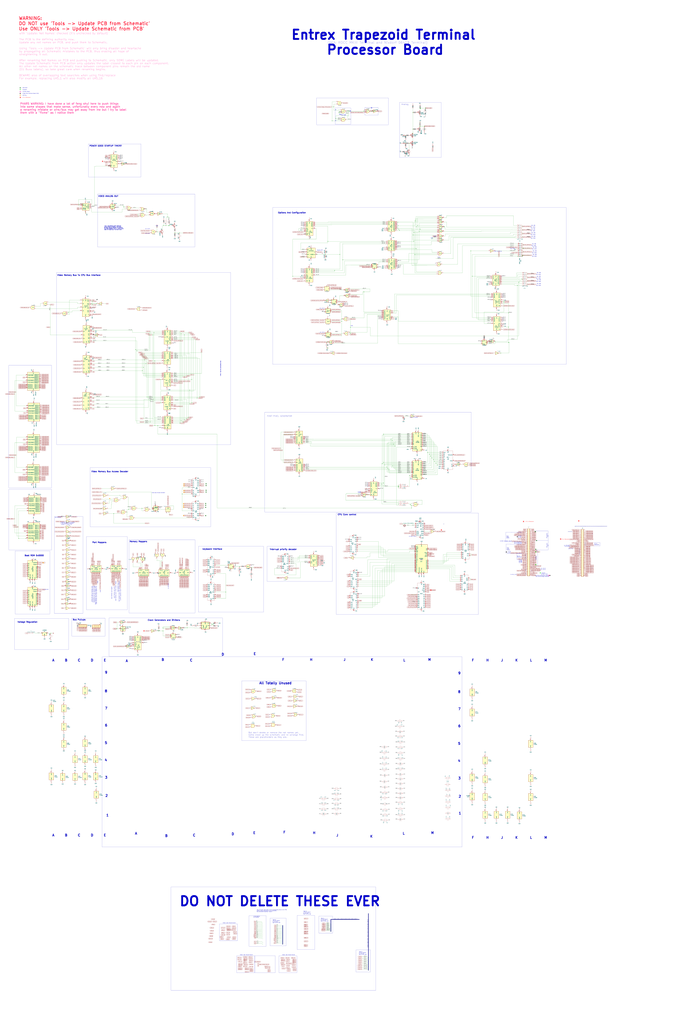
<source format=kicad_sch>
(kicad_sch (version 20230121) (generator eeschema)
  (paper "User" 1500 2200)
  (lib_symbols
    (symbol "7440_1" (pin_names (offset 0.762))
      (property "Reference" "UH8" (at 0 10.16 0))
      (property "Value" "7440" (at 0 7.62 0))
      (symbol "7440_1_0_0"
        (text "&" (at 0 0 0) (effects (font (size 2.54 2.54))))
      )
      (symbol "7440_1_0_1"
        (pin power_in line (at 0 5.08 270) (length 0) hide (name "VCC") (number "14"))
        (pin power_in line (at 0 -5.08 90) (length 0) hide (name "GND") (number "7"))
      )
      (symbol "7440_1_1_1"
        (pin input line (at -11.43 3.81 0) (length 7.62) (name "~") (number "1"))
        (pin input line (at -11.43 1.27 0) (length 7.62) (name "~") (number "2"))
        (pin input line (at -11.43 -1.27 0) (length 7.62) (name "~") (number "4"))
        (pin input line (at -11.43 -3.81 0) (length 7.62) (name "~") (number "5"))
        (pin output inverted (at 11.43 0 180) (length 7.62) (name "~") (number "6"))
      )
      (symbol "7440_1_2_1"
        (pin input line (at -11.43 1.27 0) (length 7.62) (name "~") (number "10"))
        (pin input line (at -11.43 -1.27 0) (length 7.62) (name "~") (number "12"))
        (pin input line (at -11.43 -3.81 0) (length 7.62) (name "~") (number "13"))
        (pin output inverted (at 11.43 0 180) (length 7.62) (name "~") (number "8"))
        (pin input line (at -11.43 3.81 0) (length 7.62) (name "~") (number "9"))
      )
    )
    (symbol "74xx:74LS00" (pin_names (offset 1.016))
      (property "Reference" "U" (at 0 1.27 0))
      (property "Value" "74LS00" (at 0 -1.27 0))
      (symbol "74LS00_1_1"
        (pin input line (at -7.62 2.54 0) (length 3.81) (name "~") (number "1"))
        (pin input line (at -7.62 -2.54 0) (length 3.81) (name "~") (number "2"))
        (pin output inverted (at 7.62 0 180) (length 3.81) (name "~") (number "3"))
      )
      (symbol "74LS00_1_2"
        (pin input inverted (at -7.62 2.54 0) (length 4.318) (name "~") (number "1"))
        (pin input inverted (at -7.62 -2.54 0) (length 4.318) (name "~") (number "2"))
        (pin output line (at 7.62 0 180) (length 3.81) (name "~") (number "3"))
      )
      (symbol "74LS00_2_1"
        (pin input line (at -7.62 2.54 0) (length 3.81) (name "~") (number "4"))
        (pin input line (at -7.62 -2.54 0) (length 3.81) (name "~") (number "5"))
        (pin output inverted (at 7.62 0 180) (length 3.81) (name "~") (number "6"))
      )
      (symbol "74LS00_2_2"
        (pin input inverted (at -7.62 2.54 0) (length 4.318) (name "~") (number "4"))
        (pin input inverted (at -7.62 -2.54 0) (length 4.318) (name "~") (number "5"))
        (pin output line (at 7.62 0 180) (length 3.81) (name "~") (number "6"))
      )
      (symbol "74LS00_3_1"
        (pin input line (at -7.62 -2.54 0) (length 3.81) (name "~") (number "10"))
        (pin output inverted (at 7.62 0 180) (length 3.81) (name "~") (number "8"))
        (pin input line (at -7.62 2.54 0) (length 3.81) (name "~") (number "9"))
      )
      (symbol "74LS00_3_2"
        (pin input inverted (at -7.62 -2.54 0) (length 4.318) (name "~") (number "10"))
        (pin output line (at 7.62 0 180) (length 3.81) (name "~") (number "8"))
        (pin input inverted (at -7.62 2.54 0) (length 4.318) (name "~") (number "9"))
      )
      (symbol "74LS00_4_1"
        (pin output inverted (at 7.62 0 180) (length 3.81) (name "~") (number "11"))
        (pin input line (at -7.62 2.54 0) (length 3.81) (name "~") (number "12"))
        (pin input line (at -7.62 -2.54 0) (length 3.81) (name "~") (number "13"))
      )
      (symbol "74LS00_4_2"
        (pin output line (at 7.62 0 180) (length 3.81) (name "~") (number "11"))
        (pin input inverted (at -7.62 2.54 0) (length 4.318) (name "~") (number "12"))
        (pin input inverted (at -7.62 -2.54 0) (length 4.318) (name "~") (number "13"))
      )
      (symbol "74LS00_5_0"
        (pin power_in line (at 0 12.7 270) (length 5.08) (name "VCC") (number "14"))
        (pin power_in line (at 0 -12.7 90) (length 5.08) (name "GND") (number "7"))
      )
    )
    (symbol "74xx:74LS04"
      (property "Reference" "U" (at 0 1.27 0))
      (property "Value" "74LS04" (at 0 -1.27 0))
      (symbol "74LS04_1_0"
        (pin input line (at -7.62 0 0) (length 3.81) (name "~") (number "1"))
        (pin output inverted (at 7.62 0 180) (length 3.81) (name "~") (number "2"))
      )
      (symbol "74LS04_2_0"
        (pin input line (at -7.62 0 0) (length 3.81) (name "~") (number "3"))
        (pin output inverted (at 7.62 0 180) (length 3.81) (name "~") (number "4"))
      )
      (symbol "74LS04_3_0"
        (pin input line (at -7.62 0 0) (length 3.81) (name "~") (number "5"))
        (pin output inverted (at 7.62 0 180) (length 3.81) (name "~") (number "6"))
      )
      (symbol "74LS04_4_0"
        (pin output inverted (at 7.62 0 180) (length 3.81) (name "~") (number "8"))
        (pin input line (at -7.62 0 0) (length 3.81) (name "~") (number "9"))
      )
      (symbol "74LS04_5_0"
        (pin output inverted (at 7.62 0 180) (length 3.81) (name "~") (number "10"))
        (pin input line (at -7.62 0 0) (length 3.81) (name "~") (number "11"))
      )
      (symbol "74LS04_6_0"
        (pin output inverted (at 7.62 0 180) (length 3.81) (name "~") (number "12"))
        (pin input line (at -7.62 0 0) (length 3.81) (name "~") (number "13"))
      )
      (symbol "74LS04_7_0"
        (pin power_in line (at 0 12.7 270) (length 5.08) (name "VCC") (number "14"))
        (pin power_in line (at 0 -12.7 90) (length 5.08) (name "GND") (number "7"))
      )
    )
    (symbol "74xx:74LS06" (pin_names (offset 1.016))
      (property "Reference" "U" (at 0 1.27 0))
      (property "Value" "74LS06" (at 0 -1.27 0))
      (symbol "74LS06_1_0"
        (pin input line (at -7.62 0 0) (length 3.81) (name "~") (number "1"))
        (pin open_collector inverted (at 7.62 0 180) (length 3.81) (name "~") (number "2"))
      )
      (symbol "74LS06_2_0"
        (pin input line (at -7.62 0 0) (length 3.81) (name "~") (number "3"))
        (pin open_collector inverted (at 7.62 0 180) (length 3.81) (name "~") (number "4"))
      )
      (symbol "74LS06_3_0"
        (pin input line (at -7.62 0 0) (length 3.81) (name "~") (number "5"))
        (pin open_collector inverted (at 7.62 0 180) (length 3.81) (name "~") (number "6"))
      )
      (symbol "74LS06_4_0"
        (pin open_collector inverted (at 7.62 0 180) (length 3.81) (name "~") (number "8"))
        (pin input line (at -7.62 0 0) (length 3.81) (name "~") (number "9"))
      )
      (symbol "74LS06_5_0"
        (pin open_collector inverted (at 7.62 0 180) (length 3.81) (name "~") (number "10"))
        (pin input line (at -7.62 0 0) (length 3.81) (name "~") (number "11"))
      )
      (symbol "74LS06_6_0"
        (pin open_collector inverted (at 7.62 0 180) (length 3.81) (name "~") (number "12"))
        (pin input line (at -7.62 0 0) (length 3.81) (name "~") (number "13"))
      )
      (symbol "74LS06_7_0"
        (pin power_in line (at 0 12.7 270) (length 5.08) (name "VCC") (number "14"))
        (pin power_in line (at 0 -12.7 90) (length 5.08) (name "GND") (number "7"))
      )
    )
    (symbol "74xx:74LS08" (pin_names (offset 1.016))
      (property "Reference" "U" (at 0 1.27 0))
      (property "Value" "74LS08" (at 0 -1.27 0))
      (symbol "74LS08_1_1"
        (pin input line (at -7.62 2.54 0) (length 3.81) (name "~") (number "1"))
        (pin input line (at -7.62 -2.54 0) (length 3.81) (name "~") (number "2"))
        (pin output line (at 7.62 0 180) (length 3.81) (name "~") (number "3"))
      )
      (symbol "74LS08_1_2"
        (pin input inverted (at -7.62 2.54 0) (length 4.318) (name "~") (number "1"))
        (pin input inverted (at -7.62 -2.54 0) (length 4.318) (name "~") (number "2"))
        (pin output inverted (at 7.62 0 180) (length 3.81) (name "~") (number "3"))
      )
      (symbol "74LS08_2_1"
        (pin input line (at -7.62 2.54 0) (length 3.81) (name "~") (number "4"))
        (pin input line (at -7.62 -2.54 0) (length 3.81) (name "~") (number "5"))
        (pin output line (at 7.62 0 180) (length 3.81) (name "~") (number "6"))
      )
      (symbol "74LS08_2_2"
        (pin input inverted (at -7.62 2.54 0) (length 4.318) (name "~") (number "4"))
        (pin input inverted (at -7.62 -2.54 0) (length 4.318) (name "~") (number "5"))
        (pin output inverted (at 7.62 0 180) (length 3.81) (name "~") (number "6"))
      )
      (symbol "74LS08_3_1"
        (pin input line (at -7.62 -2.54 0) (length 3.81) (name "~") (number "10"))
        (pin output line (at 7.62 0 180) (length 3.81) (name "~") (number "8"))
        (pin input line (at -7.62 2.54 0) (length 3.81) (name "~") (number "9"))
      )
      (symbol "74LS08_3_2"
        (pin input inverted (at -7.62 -2.54 0) (length 4.318) (name "~") (number "10"))
        (pin output inverted (at 7.62 0 180) (length 3.81) (name "~") (number "8"))
        (pin input inverted (at -7.62 2.54 0) (length 4.318) (name "~") (number "9"))
      )
      (symbol "74LS08_4_1"
        (pin output line (at 7.62 0 180) (length 3.81) (name "~") (number "11"))
        (pin input line (at -7.62 2.54 0) (length 3.81) (name "~") (number "12"))
        (pin input line (at -7.62 -2.54 0) (length 3.81) (name "~") (number "13"))
      )
      (symbol "74LS08_4_2"
        (pin output inverted (at 7.62 0 180) (length 3.81) (name "~") (number "11"))
        (pin input inverted (at -7.62 2.54 0) (length 4.318) (name "~") (number "12"))
        (pin input inverted (at -7.62 -2.54 0) (length 4.318) (name "~") (number "13"))
      )
      (symbol "74LS08_5_0"
        (pin power_in line (at 0 12.7 270) (length 5.08) (name "VCC") (number "14"))
        (pin power_in line (at 0 -12.7 90) (length 5.08) (name "GND") (number "7"))
      )
    )
    (symbol "74xx:74LS10" (pin_names (offset 1.016))
      (property "Reference" "U" (at 0 1.27 0))
      (property "Value" "74LS10" (at 0 -1.27 0))
      (symbol "74LS10_1_1"
        (pin input line (at -7.62 2.54 0) (length 3.81) (name "~") (number "1"))
        (pin output inverted (at 7.62 0 180) (length 3.81) (name "~") (number "12"))
        (pin input line (at -7.62 -2.54 0) (length 3.81) (name "~") (number "13"))
        (pin input line (at -7.62 0 0) (length 3.81) (name "~") (number "2"))
      )
      (symbol "74LS10_1_2"
        (pin input inverted (at -7.62 2.54 0) (length 4.318) (name "~") (number "1"))
        (pin output line (at 7.62 0 180) (length 3.81) (name "~") (number "12"))
        (pin input inverted (at -7.62 -2.54 0) (length 4.318) (name "~") (number "13"))
        (pin input inverted (at -7.62 0 0) (length 4.953) (name "~") (number "2"))
      )
      (symbol "74LS10_2_1"
        (pin input line (at -7.62 2.54 0) (length 3.81) (name "~") (number "3"))
        (pin input line (at -7.62 0 0) (length 3.81) (name "~") (number "4"))
        (pin input line (at -7.62 -2.54 0) (length 3.81) (name "~") (number "5"))
        (pin output inverted (at 7.62 0 180) (length 3.81) (name "~") (number "6"))
      )
      (symbol "74LS10_2_2"
        (pin input inverted (at -7.62 2.54 0) (length 4.318) (name "~") (number "3"))
        (pin input inverted (at -7.62 0 0) (length 4.953) (name "~") (number "4"))
        (pin input inverted (at -7.62 -2.54 0) (length 4.318) (name "~") (number "5"))
        (pin output line (at 7.62 0 180) (length 3.81) (name "~") (number "6"))
      )
      (symbol "74LS10_3_1"
        (pin input line (at -7.62 0 0) (length 3.81) (name "~") (number "10"))
        (pin input line (at -7.62 -2.54 0) (length 3.81) (name "~") (number "11"))
        (pin output inverted (at 7.62 0 180) (length 3.81) (name "~") (number "8"))
        (pin input line (at -7.62 2.54 0) (length 3.81) (name "~") (number "9"))
      )
      (symbol "74LS10_3_2"
        (pin input inverted (at -7.62 0 0) (length 4.953) (name "~") (number "10"))
        (pin input inverted (at -7.62 -2.54 0) (length 4.318) (name "~") (number "11"))
        (pin output line (at 7.62 0 180) (length 3.81) (name "~") (number "8"))
        (pin input inverted (at -7.62 2.54 0) (length 4.318) (name "~") (number "9"))
      )
      (symbol "74LS10_4_0"
        (pin power_in line (at 0 12.7 270) (length 5.08) (name "VCC") (number "14"))
        (pin power_in line (at 0 -12.7 90) (length 5.08) (name "GND") (number "7"))
      )
    )
    (symbol "74xx:74LS107" (pin_names (offset 1.016))
      (property "Reference" "U" (at -7.62 8.89 0))
      (property "Value" "74LS107" (at -7.62 -8.89 0))
      (symbol "74LS107_1_0"
        (pin input line (at -7.62 2.54 0) (length 2.54) (name "J") (number "1"))
        (pin input clock (at -7.62 0 0) (length 2.54) (name "C") (number "12"))
        (pin input line (at 0 -7.62 90) (length 2.54) (name "~{R}") (number "13"))
        (pin output line (at 7.62 -2.54 180) (length 2.54) (name "~{Q}") (number "2"))
        (pin output line (at 7.62 2.54 180) (length 2.54) (name "Q") (number "3"))
        (pin input line (at -7.62 -2.54 0) (length 2.54) (name "K") (number "4"))
      )
      (symbol "74LS107_2_0"
        (pin input line (at 0 -7.62 90) (length 2.54) (name "~{R}") (number "10"))
        (pin input line (at -7.62 -2.54 0) (length 2.54) (name "K") (number "11"))
        (pin output line (at 7.62 2.54 180) (length 2.54) (name "Q") (number "5"))
        (pin output line (at 7.62 -2.54 180) (length 2.54) (name "~{Q}") (number "6"))
        (pin input line (at -7.62 2.54 0) (length 2.54) (name "J") (number "8"))
        (pin input clock (at -7.62 0 0) (length 2.54) (name "C") (number "9"))
      )
      (symbol "74LS107_3_0"
        (pin power_in line (at 0 10.16 270) (length 2.54) (name "VCC") (number "14"))
        (pin power_in line (at 0 -10.16 90) (length 2.54) (name "GND") (number "7"))
      )
    )
    (symbol "74xx:74LS11" (pin_names (offset 1.016))
      (property "Reference" "U" (at 0 1.27 0))
      (property "Value" "74LS11" (at 0 -1.27 0))
      (symbol "74LS11_1_1"
        (pin input line (at -7.62 2.54 0) (length 3.81) (name "~") (number "1"))
        (pin output line (at 7.62 0 180) (length 3.81) (name "~") (number "12"))
        (pin input line (at -7.62 -2.54 0) (length 3.81) (name "~") (number "13"))
        (pin input line (at -7.62 0 0) (length 3.81) (name "~") (number "2"))
      )
      (symbol "74LS11_1_2"
        (pin input inverted (at -7.62 2.54 0) (length 4.318) (name "~") (number "1"))
        (pin output inverted (at 7.62 0 180) (length 3.81) (name "~") (number "12"))
        (pin input inverted (at -7.62 -2.54 0) (length 4.318) (name "~") (number "13"))
        (pin input inverted (at -7.62 0 0) (length 4.953) (name "~") (number "2"))
      )
      (symbol "74LS11_2_1"
        (pin input line (at -7.62 2.54 0) (length 3.81) (name "~") (number "3"))
        (pin input line (at -7.62 0 0) (length 3.81) (name "~") (number "4"))
        (pin input line (at -7.62 -2.54 0) (length 3.81) (name "~") (number "5"))
        (pin output line (at 7.62 0 180) (length 3.81) (name "~") (number "6"))
      )
      (symbol "74LS11_2_2"
        (pin input inverted (at -7.62 2.54 0) (length 4.318) (name "~") (number "3"))
        (pin input inverted (at -7.62 0 0) (length 4.953) (name "~") (number "4"))
        (pin input inverted (at -7.62 -2.54 0) (length 4.318) (name "~") (number "5"))
        (pin output inverted (at 7.62 0 180) (length 3.81) (name "~") (number "6"))
      )
      (symbol "74LS11_3_1"
        (pin input line (at -7.62 0 0) (length 3.81) (name "~") (number "10"))
        (pin input line (at -7.62 -2.54 0) (length 3.81) (name "~") (number "11"))
        (pin output line (at 7.62 0 180) (length 3.81) (name "~") (number "8"))
        (pin input line (at -7.62 2.54 0) (length 3.81) (name "~") (number "9"))
      )
      (symbol "74LS11_3_2"
        (pin input inverted (at -7.62 0 0) (length 4.953) (name "~") (number "10"))
        (pin input inverted (at -7.62 -2.54 0) (length 4.318) (name "~") (number "11"))
        (pin output inverted (at 7.62 0 180) (length 3.81) (name "~") (number "8"))
        (pin input inverted (at -7.62 2.54 0) (length 4.318) (name "~") (number "9"))
      )
      (symbol "74LS11_4_0"
        (pin power_in line (at 0 12.7 270) (length 5.08) (name "VCC") (number "14"))
        (pin power_in line (at 0 -12.7 90) (length 5.08) (name "GND") (number "7"))
      )
    )
    (symbol "74xx:74LS138" (pin_names (offset 1.016))
      (property "Reference" "U" (at -7.62 11.43 0))
      (property "Value" "74LS138" (at -7.62 -13.97 0))
      (symbol "74LS138_1_0"
        (pin input line (at -12.7 7.62 0) (length 5.08) (name "A0") (number "1"))
        (pin output output_low (at 12.7 -5.08 180) (length 5.08) (name "O5") (number "10"))
        (pin output output_low (at 12.7 -2.54 180) (length 5.08) (name "O4") (number "11"))
        (pin output output_low (at 12.7 0 180) (length 5.08) (name "O3") (number "12"))
        (pin output output_low (at 12.7 2.54 180) (length 5.08) (name "O2") (number "13"))
        (pin output output_low (at 12.7 5.08 180) (length 5.08) (name "O1") (number "14"))
        (pin output output_low (at 12.7 7.62 180) (length 5.08) (name "O0") (number "15"))
        (pin power_in line (at 0 15.24 270) (length 5.08) (name "VCC") (number "16"))
        (pin input line (at -12.7 5.08 0) (length 5.08) (name "A1") (number "2"))
        (pin input line (at -12.7 2.54 0) (length 5.08) (name "A2") (number "3"))
        (pin input input_low (at -12.7 -10.16 0) (length 5.08) (name "E1") (number "4"))
        (pin input input_low (at -12.7 -7.62 0) (length 5.08) (name "E2") (number "5"))
        (pin input line (at -12.7 -5.08 0) (length 5.08) (name "E3") (number "6"))
        (pin output output_low (at 12.7 -10.16 180) (length 5.08) (name "O7") (number "7"))
        (pin power_in line (at 0 -17.78 90) (length 5.08) (name "GND") (number "8"))
        (pin output output_low (at 12.7 -7.62 180) (length 5.08) (name "O6") (number "9"))
      )
    )
    (symbol "74xx:74LS148" (pin_names (offset 1.016))
      (property "Reference" "U" (at -7.62 13.97 0))
      (property "Value" "74LS148" (at -7.62 -13.97 0))
      (symbol "74LS148_1_0"
        (pin input inverted (at -12.7 0 0) (length 5.08) (name "I4") (number "1"))
        (pin input inverted (at -12.7 10.16 0) (length 5.08) (name "IO") (number "10"))
        (pin input inverted (at -12.7 7.62 0) (length 5.08) (name "I1") (number "11"))
        (pin input inverted (at -12.7 5.08 0) (length 5.08) (name "I2") (number "12"))
        (pin input inverted (at -12.7 2.54 0) (length 5.08) (name "I3") (number "13"))
        (pin output inverted (at 12.7 -2.54 180) (length 5.08) (name "GS") (number "14"))
        (pin output inverted (at 12.7 -5.08 180) (length 5.08) (name "EO") (number "15"))
        (pin power_in line (at 0 17.78 270) (length 5.08) (name "VCC") (number "16"))
        (pin input inverted (at -12.7 -2.54 0) (length 5.08) (name "I5") (number "2"))
        (pin input inverted (at -12.7 -5.08 0) (length 5.08) (name "I6") (number "3"))
        (pin input inverted (at -12.7 -7.62 0) (length 5.08) (name "I7") (number "4"))
        (pin input inverted (at -12.7 -10.16 0) (length 5.08) (name "EI") (number "5"))
        (pin output inverted (at 12.7 5.08 180) (length 5.08) (name "S2") (number "6"))
        (pin output inverted (at 12.7 7.62 180) (length 5.08) (name "S1") (number "7"))
        (pin power_in line (at 0 -17.78 90) (length 5.08) (name "GND") (number "8"))
        (pin output inverted (at 12.7 10.16 180) (length 5.08) (name "S0") (number "9"))
      )
    )
    (symbol "74xx:74LS157" (pin_names (offset 1.016))
      (property "Reference" "U" (at -7.62 19.05 0))
      (property "Value" "74LS157" (at -7.62 -21.59 0))
      (symbol "74LS157_1_0"
        (pin input line (at -12.7 -15.24 0) (length 5.08) (name "S") (number "1"))
        (pin input line (at -12.7 -2.54 0) (length 5.08) (name "I1c") (number "10"))
        (pin input line (at -12.7 0 0) (length 5.08) (name "I0c") (number "11"))
        (pin output line (at 12.7 -7.62 180) (length 5.08) (name "Zd") (number "12"))
        (pin input line (at -12.7 -10.16 0) (length 5.08) (name "I1d") (number "13"))
        (pin input line (at -12.7 -7.62 0) (length 5.08) (name "I0d") (number "14"))
        (pin input inverted (at -12.7 -17.78 0) (length 5.08) (name "E") (number "15"))
        (pin power_in line (at 0 22.86 270) (length 5.08) (name "VCC") (number "16"))
        (pin input line (at -12.7 15.24 0) (length 5.08) (name "I0a") (number "2"))
        (pin input line (at -12.7 12.7 0) (length 5.08) (name "I1a") (number "3"))
        (pin output line (at 12.7 15.24 180) (length 5.08) (name "Za") (number "4"))
        (pin input line (at -12.7 7.62 0) (length 5.08) (name "I0b") (number "5"))
        (pin input line (at -12.7 5.08 0) (length 5.08) (name "I1b") (number "6"))
        (pin output line (at 12.7 7.62 180) (length 5.08) (name "Zb") (number "7"))
        (pin power_in line (at 0 -25.4 90) (length 5.08) (name "GND") (number "8"))
        (pin output line (at 12.7 0 180) (length 5.08) (name "Zc") (number "9"))
      )
    )
    (symbol "74xx:74LS161" (pin_names (offset 1.016))
      (property "Reference" "U" (at -7.62 16.51 0))
      (property "Value" "74LS161" (at -7.62 -16.51 0))
      (symbol "74LS161_1_0"
        (pin input line (at -12.7 -12.7 0) (length 5.08) (name "~{MR}") (number "1"))
        (pin input line (at -12.7 -5.08 0) (length 5.08) (name "CET") (number "10"))
        (pin output line (at 12.7 5.08 180) (length 5.08) (name "Q3") (number "11"))
        (pin output line (at 12.7 7.62 180) (length 5.08) (name "Q2") (number "12"))
        (pin output line (at 12.7 10.16 180) (length 5.08) (name "Q1") (number "13"))
        (pin output line (at 12.7 12.7 180) (length 5.08) (name "Q0") (number "14"))
        (pin output line (at 12.7 0 180) (length 5.08) (name "TC") (number "15"))
        (pin power_in line (at 0 20.32 270) (length 5.08) (name "VCC") (number "16"))
        (pin input line (at -12.7 -7.62 0) (length 5.08) (name "CP") (number "2"))
        (pin input line (at -12.7 12.7 0) (length 5.08) (name "D0") (number "3"))
        (pin input line (at -12.7 10.16 0) (length 5.08) (name "D1") (number "4"))
        (pin input line (at -12.7 7.62 0) (length 5.08) (name "D2") (number "5"))
        (pin input line (at -12.7 5.08 0) (length 5.08) (name "D3") (number "6"))
        (pin input line (at -12.7 -2.54 0) (length 5.08) (name "CEP") (number "7"))
        (pin power_in line (at 0 -20.32 90) (length 5.08) (name "GND") (number "8"))
        (pin input line (at -12.7 0 0) (length 5.08) (name "~{PE}") (number "9"))
      )
    )
    (symbol "74xx:74LS163" (pin_names (offset 1.016))
      (property "Reference" "U" (at -7.62 16.51 0))
      (property "Value" "74LS163" (at -7.62 -16.51 0))
      (symbol "74LS163_1_0"
        (pin input line (at -12.7 -12.7 0) (length 5.08) (name "~{MR}") (number "1"))
        (pin input line (at -12.7 -5.08 0) (length 5.08) (name "CET") (number "10"))
        (pin output line (at 12.7 5.08 180) (length 5.08) (name "Q3") (number "11"))
        (pin output line (at 12.7 7.62 180) (length 5.08) (name "Q2") (number "12"))
        (pin output line (at 12.7 10.16 180) (length 5.08) (name "Q1") (number "13"))
        (pin output line (at 12.7 12.7 180) (length 5.08) (name "Q0") (number "14"))
        (pin output line (at 12.7 0 180) (length 5.08) (name "TC") (number "15"))
        (pin power_in line (at 0 20.32 270) (length 5.08) (name "VCC") (number "16"))
        (pin input line (at -12.7 -7.62 0) (length 5.08) (name "CP") (number "2"))
        (pin input line (at -12.7 12.7 0) (length 5.08) (name "D0") (number "3"))
        (pin input line (at -12.7 10.16 0) (length 5.08) (name "D1") (number "4"))
        (pin input line (at -12.7 7.62 0) (length 5.08) (name "D2") (number "5"))
        (pin input line (at -12.7 5.08 0) (length 5.08) (name "D3") (number "6"))
        (pin input line (at -12.7 -2.54 0) (length 5.08) (name "CEP") (number "7"))
        (pin power_in line (at 0 -20.32 90) (length 5.08) (name "GND") (number "8"))
        (pin input line (at -12.7 0 0) (length 5.08) (name "~{PE}") (number "9"))
      )
    )
    (symbol "74xx:74LS174" (pin_names (offset 1.016))
      (property "Reference" "U" (at -7.62 13.97 0))
      (property "Value" "74LS174" (at -7.62 -16.51 0))
      (symbol "74LS174_1_0"
        (pin input line (at -12.7 -12.7 0) (length 5.08) (name "~{Mr}") (number "1"))
        (pin output line (at 12.7 2.54 180) (length 5.08) (name "Q3") (number "10"))
        (pin input line (at -12.7 2.54 0) (length 5.08) (name "D3") (number "11"))
        (pin output line (at 12.7 0 180) (length 5.08) (name "Q4") (number "12"))
        (pin input line (at -12.7 0 0) (length 5.08) (name "D4") (number "13"))
        (pin input line (at -12.7 -2.54 0) (length 5.08) (name "D5") (number "14"))
        (pin output line (at 12.7 -2.54 180) (length 5.08) (name "Q5") (number "15"))
        (pin power_in line (at 0 17.78 270) (length 5.08) (name "VCC") (number "16"))
        (pin output line (at 12.7 10.16 180) (length 5.08) (name "Q0") (number "2"))
        (pin input line (at -12.7 10.16 0) (length 5.08) (name "D0") (number "3"))
        (pin input line (at -12.7 7.62 0) (length 5.08) (name "D1") (number "4"))
        (pin output line (at 12.7 7.62 180) (length 5.08) (name "Q1") (number "5"))
        (pin input line (at -12.7 5.08 0) (length 5.08) (name "D2") (number "6"))
        (pin output line (at 12.7 5.08 180) (length 5.08) (name "Q2") (number "7"))
        (pin power_in line (at 0 -20.32 90) (length 5.08) (name "GND") (number "8"))
        (pin input clock (at -12.7 -7.62 0) (length 5.08) (name "Cp") (number "9"))
      )
    )
    (symbol "74xx:74LS191" (pin_names (offset 1.016))
      (property "Reference" "U" (at -7.62 13.97 0))
      (property "Value" "74LS191" (at -7.62 -16.51 0))
      (symbol "74LS191_1_0"
        (pin input line (at -12.7 7.62 0) (length 5.08) (name "P1") (number "1"))
        (pin input line (at -12.7 5.08 0) (length 5.08) (name "P2") (number "10"))
        (pin input inverted (at -12.7 -2.54 0) (length 5.08) (name "Pl") (number "11"))
        (pin output line (at 12.7 -7.62 180) (length 5.08) (name "Tc") (number "12"))
        (pin output inverted (at 12.7 -2.54 180) (length 5.08) (name "Rc") (number "13"))
        (pin input clock (at -12.7 -12.7 0) (length 5.08) (name "Cp") (number "14"))
        (pin input line (at -12.7 10.16 0) (length 5.08) (name "P0") (number "15"))
        (pin power_in line (at 0 17.78 270) (length 5.08) (name "VCC") (number "16"))
        (pin output line (at 12.7 7.62 180) (length 5.08) (name "Q1") (number "2"))
        (pin output line (at 12.7 10.16 180) (length 5.08) (name "Q0") (number "3"))
        (pin input inverted (at -12.7 -10.16 0) (length 5.08) (name "Ce") (number "4"))
        (pin input line (at -12.7 -5.08 0) (length 5.08) (name "D/U") (number "5"))
        (pin output line (at 12.7 5.08 180) (length 5.08) (name "Q2") (number "6"))
        (pin output line (at 12.7 2.54 180) (length 5.08) (name "Q3") (number "7"))
        (pin power_in line (at 0 -20.32 90) (length 5.08) (name "GND") (number "8"))
        (pin input line (at -12.7 2.54 0) (length 5.08) (name "P3") (number "9"))
      )
    )
    (symbol "74xx:74LS27" (pin_names (offset 1.016))
      (property "Reference" "U" (at 0 1.27 0))
      (property "Value" "74LS27" (at 0 -1.27 0))
      (symbol "74LS27_1_1"
        (pin input line (at -7.62 2.54 0) (length 4.318) (name "~") (number "1"))
        (pin output inverted (at 7.62 0 180) (length 3.81) (name "~") (number "12"))
        (pin input line (at -7.62 -2.54 0) (length 4.318) (name "~") (number "13"))
        (pin input line (at -7.62 0 0) (length 4.953) (name "~") (number "2"))
      )
      (symbol "74LS27_1_2"
        (pin input inverted (at -7.62 2.54 0) (length 3.81) (name "~") (number "1"))
        (pin output line (at 7.62 0 180) (length 3.81) (name "~") (number "12"))
        (pin input inverted (at -7.62 -2.54 0) (length 3.81) (name "~") (number "13"))
        (pin input inverted (at -7.62 0 0) (length 3.81) (name "~") (number "2"))
      )
      (symbol "74LS27_2_1"
        (pin input line (at -7.62 2.54 0) (length 4.318) (name "~") (number "3"))
        (pin input line (at -7.62 0 0) (length 4.953) (name "~") (number "4"))
        (pin input line (at -7.62 -2.54 0) (length 4.318) (name "~") (number "5"))
        (pin output inverted (at 7.62 0 180) (length 3.81) (name "~") (number "6"))
      )
      (symbol "74LS27_2_2"
        (pin input inverted (at -7.62 2.54 0) (length 3.81) (name "~") (number "3"))
        (pin input inverted (at -7.62 0 0) (length 3.81) (name "~") (number "4"))
        (pin input inverted (at -7.62 -2.54 0) (length 3.81) (name "~") (number "5"))
        (pin output line (at 7.62 0 180) (length 3.81) (name "~") (number "6"))
      )
      (symbol "74LS27_3_1"
        (pin input line (at -7.62 0 0) (length 4.953) (name "~") (number "10"))
        (pin input line (at -7.62 -2.54 0) (length 4.318) (name "~") (number "11"))
        (pin output inverted (at 7.62 0 180) (length 3.81) (name "~") (number "8"))
        (pin input line (at -7.62 2.54 0) (length 4.318) (name "~") (number "9"))
      )
      (symbol "74LS27_3_2"
        (pin input inverted (at -7.62 0 0) (length 3.81) (name "~") (number "10"))
        (pin input inverted (at -7.62 -2.54 0) (length 3.81) (name "~") (number "11"))
        (pin output line (at 7.62 0 180) (length 3.81) (name "~") (number "8"))
        (pin input inverted (at -7.62 2.54 0) (length 3.81) (name "~") (number "9"))
      )
      (symbol "74LS27_4_0"
        (pin power_in line (at 0 12.7 270) (length 5.08) (name "VCC") (number "14"))
        (pin power_in line (at 0 -12.7 90) (length 5.08) (name "GND") (number "7"))
      )
    )
    (symbol "74xx:74LS32" (pin_names (offset 1.016))
      (property "Reference" "U" (at 0 1.27 0))
      (property "Value" "74LS32" (at 0 -1.27 0))
      (symbol "74LS32_1_1"
        (pin input line (at -7.62 2.54 0) (length 4.318) (name "~") (number "1"))
        (pin input line (at -7.62 -2.54 0) (length 4.318) (name "~") (number "2"))
        (pin output line (at 7.62 0 180) (length 3.81) (name "~") (number "3"))
      )
      (symbol "74LS32_1_2"
        (pin input inverted (at -7.62 2.54 0) (length 3.81) (name "~") (number "1"))
        (pin input inverted (at -7.62 -2.54 0) (length 3.81) (name "~") (number "2"))
        (pin output inverted (at 7.62 0 180) (length 3.81) (name "~") (number "3"))
      )
      (symbol "74LS32_2_1"
        (pin input line (at -7.62 2.54 0) (length 4.318) (name "~") (number "4"))
        (pin input line (at -7.62 -2.54 0) (length 4.318) (name "~") (number "5"))
        (pin output line (at 7.62 0 180) (length 3.81) (name "~") (number "6"))
      )
      (symbol "74LS32_2_2"
        (pin input inverted (at -7.62 2.54 0) (length 3.81) (name "~") (number "4"))
        (pin input inverted (at -7.62 -2.54 0) (length 3.81) (name "~") (number "5"))
        (pin output inverted (at 7.62 0 180) (length 3.81) (name "~") (number "6"))
      )
      (symbol "74LS32_3_1"
        (pin input line (at -7.62 -2.54 0) (length 4.318) (name "~") (number "10"))
        (pin output line (at 7.62 0 180) (length 3.81) (name "~") (number "8"))
        (pin input line (at -7.62 2.54 0) (length 4.318) (name "~") (number "9"))
      )
      (symbol "74LS32_3_2"
        (pin input inverted (at -7.62 -2.54 0) (length 3.81) (name "~") (number "10"))
        (pin output inverted (at 7.62 0 180) (length 3.81) (name "~") (number "8"))
        (pin input inverted (at -7.62 2.54 0) (length 3.81) (name "~") (number "9"))
      )
      (symbol "74LS32_4_1"
        (pin output line (at 7.62 0 180) (length 3.81) (name "~") (number "11"))
        (pin input line (at -7.62 2.54 0) (length 4.318) (name "~") (number "12"))
        (pin input line (at -7.62 -2.54 0) (length 4.318) (name "~") (number "13"))
      )
      (symbol "74LS32_4_2"
        (pin output inverted (at 7.62 0 180) (length 3.81) (name "~") (number "11"))
        (pin input inverted (at -7.62 2.54 0) (length 3.81) (name "~") (number "12"))
        (pin input inverted (at -7.62 -2.54 0) (length 3.81) (name "~") (number "13"))
      )
      (symbol "74LS32_5_0"
        (pin power_in line (at 0 12.7 270) (length 5.08) (name "VCC") (number "14"))
        (pin power_in line (at 0 -12.7 90) (length 5.08) (name "GND") (number "7"))
      )
    )
    (symbol "74xx:74LS74" (pin_names (offset 1.016))
      (property "Reference" "U" (at -7.62 8.89 0))
      (property "Value" "74LS74" (at -7.62 -8.89 0))
      (symbol "74LS74_1_0"
        (pin input line (at 0 -7.62 90) (length 2.54) (name "~{R}") (number "1"))
        (pin input line (at -7.62 2.54 0) (length 2.54) (name "D") (number "2"))
        (pin input clock (at -7.62 0 0) (length 2.54) (name "C") (number "3"))
        (pin input line (at 0 7.62 270) (length 2.54) (name "~{S}") (number "4"))
        (pin output line (at 7.62 2.54 180) (length 2.54) (name "Q") (number "5"))
        (pin output line (at 7.62 -2.54 180) (length 2.54) (name "~{Q}") (number "6"))
      )
      (symbol "74LS74_2_0"
        (pin input line (at 0 7.62 270) (length 2.54) (name "~{S}") (number "10"))
        (pin input clock (at -7.62 0 0) (length 2.54) (name "C") (number "11"))
        (pin input line (at -7.62 2.54 0) (length 2.54) (name "D") (number "12"))
        (pin input line (at 0 -7.62 90) (length 2.54) (name "~{R}") (number "13"))
        (pin output line (at 7.62 -2.54 180) (length 2.54) (name "~{Q}") (number "8"))
        (pin output line (at 7.62 2.54 180) (length 2.54) (name "Q") (number "9"))
      )
      (symbol "74LS74_3_0"
        (pin power_in line (at 0 10.16 270) (length 2.54) (name "VCC") (number "14"))
        (pin power_in line (at 0 -10.16 90) (length 2.54) (name "GND") (number "7"))
      )
    )
    (symbol "74xx:74LS93" (pin_names (offset 1.016))
      (property "Reference" "U" (at -7.62 8.89 0))
      (property "Value" "74LS93" (at -7.62 -8.89 0))
      (symbol "74LS93_1_0"
        (pin input inverted_clock (at -12.7 2.54 0) (length 5.08) (name "CP1..3") (number "1"))
        (pin power_in line (at 0 -12.7 90) (length 5.08) (name "GND") (number "10"))
        (pin output line (at 12.7 -2.54 180) (length 5.08) (name "Q3") (number "11"))
        (pin output line (at 12.7 5.08 180) (length 5.08) (name "Q0") (number "12"))
        (pin input inverted_clock (at -12.7 5.08 0) (length 5.08) (name "CP0") (number "14"))
        (pin input line (at -12.7 -2.54 0) (length 5.08) (name "R0(1)") (number "2"))
        (pin input line (at -12.7 -5.08 0) (length 5.08) (name "R0(2)") (number "3"))
        (pin power_in line (at 0 12.7 270) (length 5.08) (name "VCC") (number "5"))
        (pin output line (at 12.7 0 180) (length 5.08) (name "Q2") (number "8"))
        (pin output line (at 12.7 2.54 180) (length 5.08) (name "Q1") (number "9"))
      )
    )
    (symbol "74xx_IEEE:7440" (pin_names (offset 0.762))
      (property "Reference" "UH8" (at 0 10.16 0))
      (property "Value" "7440" (at 0 7.62 0))
      (symbol "7440_0_0"
        (text "&" (at 0 0 0) (effects (font (size 2.54 2.54))))
      )
      (symbol "7440_0_1"
        (pin power_in line (at 0 5.08 270) (length 0) hide (name "VCC") (number "14"))
        (pin power_in line (at 0 -5.08 90) (length 0) hide (name "GND") (number "7"))
      )
      (symbol "7440_1_1"
        (pin input line (at -11.43 3.81 0) (length 7.62) (name "~") (number "1"))
        (pin input line (at -11.43 1.27 0) (length 7.62) (name "~") (number "2"))
        (pin input line (at -11.43 -1.27 0) (length 7.62) (name "~") (number "4"))
        (pin input line (at -11.43 -3.81 0) (length 7.62) (name "~") (number "5"))
        (pin output inverted (at 11.43 0 180) (length 7.62) (name "~") (number "6"))
      )
      (symbol "7440_2_1"
        (pin input line (at -11.43 1.27 0) (length 7.62) (name "~") (number "10"))
        (pin input line (at -11.43 -1.27 0) (length 7.62) (name "~") (number "12"))
        (pin input line (at -11.43 -3.81 0) (length 7.62) (name "~") (number "13"))
        (pin output inverted (at 11.43 0 180) (length 7.62) (name "~") (number "8"))
        (pin input line (at -11.43 3.81 0) (length 7.62) (name "~") (number "9"))
      )
    )
    (symbol "AM9208_1"
      (property "Reference" "UE8" (at 29.21 8.89 90))
      (property "Value" "AM9208" (at 29.21 6.35 90))
      (symbol "AM9208_1_1_1"
        (pin input line (at -12.7 -2.54 0) (length 2.54) (name "A7") (number "1"))
        (pin tri_state line (at 12.7 11.43 180) (length 2.54) (name "Q2") (number "10"))
        (pin tri_state line (at 12.7 7.62 180) (length 2.54) (name "Q3") (number "11"))
        (pin power_in line (at 0 -24.13 90) (length 2.54) (name "GND") (number "12"))
        (pin tri_state line (at 12.7 3.81 180) (length 2.54) (name "Q4") (number "13"))
        (pin tri_state line (at 12.7 0 180) (length 2.54) (name "Q5") (number "14"))
        (pin tri_state line (at 12.7 -3.81 180) (length 2.54) (name "Q6") (number "15"))
        (pin tri_state line (at 12.7 -7.62 180) (length 2.54) (name "Q7") (number "16"))
        (pin tri_state line (at 12.7 -11.43 180) (length 2.54) (name "Q8") (number "17"))
        (pin input line (at -12.7 -16.51 0) (length 2.54) (name "CS2/~{CS2}") (number "18"))
        (pin power_in line (at 2.54 21.59 270) (length 2.54) (name "VDD_+12v") (number "19"))
        (pin input line (at -12.7 0 0) (length 2.54) (name "A6") (number "2"))
        (pin input line (at -12.7 -12.7 0) (length 2.54) (name "CS1/~{CS1}") (number "20"))
        (pin power_in line (at 12.7 -19.05 180) (length 2.54) (name "-5v") (number "21"))
        (pin input line (at -12.7 -7.62 0) (length 2.54) (name "A9") (number "22"))
        (pin input line (at -12.7 -5.08 0) (length 2.54) (name "A8") (number "23"))
        (pin power_in line (at -2.54 21.59 270) (length 2.54) (name "VCC") (number "24"))
        (pin input line (at -12.7 2.54 0) (length 2.54) (name "A5") (number "3"))
        (pin input line (at -12.7 5.08 0) (length 2.54) (name "A4") (number "4"))
        (pin input line (at -12.7 7.62 0) (length 2.54) (name "A3") (number "5"))
        (pin input line (at -12.7 10.16 0) (length 2.54) (name "A2") (number "6"))
        (pin input line (at -12.7 12.7 0) (length 2.54) (name "A1") (number "7"))
        (pin input line (at -12.7 15.24 0) (length 2.54) (name "A0") (number "8"))
        (pin tri_state line (at 12.7 15.24 180) (length 2.54) (name "Q1") (number "9"))
      )
    )
    (symbol "Connector_Generic:Conn_02x40_Odd_Even" (pin_names (offset 1.016) hide)
      (property "Reference" "J" (at 1.27 50.8 0))
      (property "Value" "Conn_02x40_Odd_Even" (at 1.27 -53.34 0))
      (symbol "Conn_02x40_Odd_Even_1_1"
        (pin passive line (at -5.08 48.26 0) (length 3.81) (name "Pin_1") (number "1"))
        (pin passive line (at 7.62 38.1 180) (length 3.81) (name "Pin_10") (number "10"))
        (pin passive line (at -5.08 35.56 0) (length 3.81) (name "Pin_11") (number "11"))
        (pin passive line (at 7.62 35.56 180) (length 3.81) (name "Pin_12") (number "12"))
        (pin passive line (at -5.08 33.02 0) (length 3.81) (name "Pin_13") (number "13"))
        (pin passive line (at 7.62 33.02 180) (length 3.81) (name "Pin_14") (number "14"))
        (pin passive line (at -5.08 30.48 0) (length 3.81) (name "Pin_15") (number "15"))
        (pin passive line (at 7.62 30.48 180) (length 3.81) (name "Pin_16") (number "16"))
        (pin passive line (at -5.08 27.94 0) (length 3.81) (name "Pin_17") (number "17"))
        (pin passive line (at 7.62 27.94 180) (length 3.81) (name "Pin_18") (number "18"))
        (pin passive line (at -5.08 25.4 0) (length 3.81) (name "Pin_19") (number "19"))
        (pin passive line (at 7.62 48.26 180) (length 3.81) (name "Pin_2") (number "2"))
        (pin passive line (at 7.62 25.4 180) (length 3.81) (name "Pin_20") (number "20"))
        (pin passive line (at -5.08 22.86 0) (length 3.81) (name "Pin_21") (number "21"))
        (pin passive line (at 7.62 22.86 180) (length 3.81) (name "Pin_22") (number "22"))
        (pin passive line (at -5.08 20.32 0) (length 3.81) (name "Pin_23") (number "23"))
        (pin passive line (at 7.62 20.32 180) (length 3.81) (name "Pin_24") (number "24"))
        (pin passive line (at -5.08 17.78 0) (length 3.81) (name "Pin_25") (number "25"))
        (pin passive line (at 7.62 17.78 180) (length 3.81) (name "Pin_26") (number "26"))
        (pin passive line (at -5.08 15.24 0) (length 3.81) (name "Pin_27") (number "27"))
        (pin passive line (at 7.62 15.24 180) (length 3.81) (name "Pin_28") (number "28"))
        (pin passive line (at -5.08 12.7 0) (length 3.81) (name "Pin_29") (number "29"))
        (pin passive line (at -5.08 45.72 0) (length 3.81) (name "Pin_3") (number "3"))
        (pin passive line (at 7.62 12.7 180) (length 3.81) (name "Pin_30") (number "30"))
        (pin passive line (at -5.08 10.16 0) (length 3.81) (name "Pin_31") (number "31"))
        (pin passive line (at 7.62 10.16 180) (length 3.81) (name "Pin_32") (number "32"))
        (pin passive line (at -5.08 7.62 0) (length 3.81) (name "Pin_33") (number "33"))
        (pin passive line (at 7.62 7.62 180) (length 3.81) (name "Pin_34") (number "34"))
        (pin passive line (at -5.08 5.08 0) (length 3.81) (name "Pin_35") (number "35"))
        (pin passive line (at 7.62 5.08 180) (length 3.81) (name "Pin_36") (number "36"))
        (pin passive line (at -5.08 2.54 0) (length 3.81) (name "Pin_37") (number "37"))
        (pin passive line (at 7.62 2.54 180) (length 3.81) (name "Pin_38") (number "38"))
        (pin passive line (at -5.08 0 0) (length 3.81) (name "Pin_39") (number "39"))
        (pin passive line (at 7.62 45.72 180) (length 3.81) (name "Pin_4") (number "4"))
        (pin passive line (at 7.62 0 180) (length 3.81) (name "Pin_40") (number "40"))
        (pin passive line (at -5.08 -2.54 0) (length 3.81) (name "Pin_41") (number "41"))
        (pin passive line (at 7.62 -2.54 180) (length 3.81) (name "Pin_42") (number "42"))
        (pin passive line (at -5.08 -5.08 0) (length 3.81) (name "Pin_43") (number "43"))
        (pin passive line (at 7.62 -5.08 180) (length 3.81) (name "Pin_44") (number "44"))
        (pin passive line (at -5.08 -7.62 0) (length 3.81) (name "Pin_45") (number "45"))
        (pin passive line (at 7.62 -7.62 180) (length 3.81) (name "Pin_46") (number "46"))
        (pin passive line (at -5.08 -10.16 0) (length 3.81) (name "Pin_47") (number "47"))
        (pin passive line (at 7.62 -10.16 180) (length 3.81) (name "Pin_48") (number "48"))
        (pin passive line (at -5.08 -12.7 0) (length 3.81) (name "Pin_49") (number "49"))
        (pin passive line (at -5.08 43.18 0) (length 3.81) (name "Pin_5") (number "5"))
        (pin passive line (at 7.62 -12.7 180) (length 3.81) (name "Pin_50") (number "50"))
        (pin passive line (at -5.08 -15.24 0) (length 3.81) (name "Pin_51") (number "51"))
        (pin passive line (at 7.62 -15.24 180) (length 3.81) (name "Pin_52") (number "52"))
        (pin passive line (at -5.08 -17.78 0) (length 3.81) (name "Pin_53") (number "53"))
        (pin passive line (at 7.62 -17.78 180) (length 3.81) (name "Pin_54") (number "54"))
        (pin passive line (at -5.08 -20.32 0) (length 3.81) (name "Pin_55") (number "55"))
        (pin passive line (at 7.62 -20.32 180) (length 3.81) (name "Pin_56") (number "56"))
        (pin passive line (at -5.08 -22.86 0) (length 3.81) (name "Pin_57") (number "57"))
        (pin passive line (at 7.62 -22.86 180) (length 3.81) (name "Pin_58") (number "58"))
        (pin passive line (at -5.08 -25.4 0) (length 3.81) (name "Pin_59") (number "59"))
        (pin passive line (at 7.62 43.18 180) (length 3.81) (name "Pin_6") (number "6"))
        (pin passive line (at 7.62 -25.4 180) (length 3.81) (name "Pin_60") (number "60"))
        (pin passive line (at -5.08 -27.94 0) (length 3.81) (name "Pin_61") (number "61"))
        (pin passive line (at 7.62 -27.94 180) (length 3.81) (name "Pin_62") (number "62"))
        (pin passive line (at -5.08 -30.48 0) (length 3.81) (name "Pin_63") (number "63"))
        (pin passive line (at 7.62 -30.48 180) (length 3.81) (name "Pin_64") (number "64"))
        (pin passive line (at -5.08 -33.02 0) (length 3.81) (name "Pin_65") (number "65"))
        (pin passive line (at 7.62 -33.02 180) (length 3.81) (name "Pin_66") (number "66"))
        (pin passive line (at -5.08 -35.56 0) (length 3.81) (name "Pin_67") (number "67"))
        (pin passive line (at 7.62 -35.56 180) (length 3.81) (name "Pin_68") (number "68"))
        (pin passive line (at -5.08 -38.1 0) (length 3.81) (name "Pin_69") (number "69"))
        (pin passive line (at -5.08 40.64 0) (length 3.81) (name "Pin_7") (number "7"))
        (pin passive line (at 7.62 -38.1 180) (length 3.81) (name "Pin_70") (number "70"))
        (pin passive line (at -5.08 -40.64 0) (length 3.81) (name "Pin_71") (number "71"))
        (pin passive line (at 7.62 -40.64 180) (length 3.81) (name "Pin_72") (number "72"))
        (pin passive line (at -5.08 -43.18 0) (length 3.81) (name "Pin_73") (number "73"))
        (pin passive line (at 7.62 -43.18 180) (length 3.81) (name "Pin_74") (number "74"))
        (pin passive line (at -5.08 -45.72 0) (length 3.81) (name "Pin_75") (number "75"))
        (pin passive line (at 7.62 -45.72 180) (length 3.81) (name "Pin_76") (number "76"))
        (pin passive line (at -5.08 -48.26 0) (length 3.81) (name "Pin_77") (number "77"))
        (pin passive line (at 7.62 -48.26 180) (length 3.81) (name "Pin_78") (number "78"))
        (pin passive line (at -5.08 -50.8 0) (length 3.81) (name "Pin_79") (number "79"))
        (pin passive line (at 7.62 40.64 180) (length 3.81) (name "Pin_8") (number "8"))
        (pin passive line (at 7.62 -50.8 180) (length 3.81) (name "Pin_80") (number "80"))
        (pin passive line (at -5.08 38.1 0) (length 3.81) (name "Pin_9") (number "9"))
      )
    )
    (symbol "Device:C" (pin_numbers hide) (pin_names (offset 0.254))
      (property "Reference" "C" (at 0.635 2.54 0))
      (property "Value" "C" (at 0.635 -2.54 0))
      (symbol "C_1_1"
        (pin passive line (at 0 3.81 270) (length 2.794) (name "~") (number "1"))
        (pin passive line (at 0 -3.81 90) (length 2.794) (name "~") (number "2"))
      )
    )
    (symbol "Device:Crystal" (pin_numbers hide) (pin_names (offset 1.016) hide)
      (property "Reference" "Y" (at 0 3.81 0))
      (property "Value" "Crystal" (at 0 -3.81 0))
      (symbol "Crystal_1_1"
        (pin passive line (at -3.81 0 0) (length 1.27) (name "1") (number "1"))
        (pin passive line (at 3.81 0 180) (length 1.27) (name "2") (number "2"))
      )
    )
    (symbol "Device:R" (pin_numbers hide) (pin_names (offset 0))
      (property "Reference" "R" (at 2.032 0 90))
      (property "Value" "R" (at 0 0 90))
      (symbol "R_1_1"
        (pin passive line (at 0 3.81 270) (length 1.27) (name "~") (number "1"))
        (pin passive line (at 0 -3.81 90) (length 1.27) (name "~") (number "2"))
      )
    )
    (symbol "Device:R_Network07_US" (pin_names (offset 0) hide)
      (property "Reference" "RN" (at -10.16 0 90))
      (property "Value" "R_Network07_US" (at 10.16 0 90))
      (symbol "R_Network07_US_1_1"
        (pin passive line (at -7.62 5.08 270) (length 2.54) (name "common") (number "1"))
        (pin passive line (at -7.62 -5.08 90) (length 1.27) (name "R1") (number "2"))
        (pin passive line (at -5.08 -5.08 90) (length 1.27) (name "R2") (number "3"))
        (pin passive line (at -2.54 -5.08 90) (length 1.27) (name "R3") (number "4"))
        (pin passive line (at 0 -5.08 90) (length 1.27) (name "R4") (number "5"))
        (pin passive line (at 2.54 -5.08 90) (length 1.27) (name "R5") (number "6"))
        (pin passive line (at 5.08 -5.08 90) (length 1.27) (name "R6") (number "7"))
        (pin passive line (at 7.62 -5.08 90) (length 1.27) (name "R7") (number "8"))
      )
    )
    (symbol "Diode:1N4148" (pin_numbers hide) (pin_names hide)
      (property "Reference" "D" (at 0 2.54 0))
      (property "Value" "1N4148" (at 0 -2.54 0))
      (symbol "1N4148_1_1"
        (pin passive line (at -3.81 0 0) (length 2.54) (name "K") (number "1"))
        (pin passive line (at 3.81 0 180) (length 2.54) (name "A") (number "2"))
      )
    )
    (symbol "Forgotten Machines:AM9208"
      (property "Reference" "UE8" (at 29.21 8.89 90))
      (property "Value" "AM9208" (at 29.21 6.35 90))
      (symbol "AM9208_1_1"
        (pin input line (at -12.7 -2.54 0) (length 2.54) (name "A7") (number "1"))
        (pin tri_state line (at 12.7 11.43 180) (length 2.54) (name "Q2") (number "10"))
        (pin tri_state line (at 12.7 7.62 180) (length 2.54) (name "Q3") (number "11"))
        (pin power_in line (at 0 -24.13 90) (length 2.54) (name "GND") (number "12"))
        (pin tri_state line (at 12.7 3.81 180) (length 2.54) (name "Q4") (number "13"))
        (pin tri_state line (at 12.7 0 180) (length 2.54) (name "Q5") (number "14"))
        (pin tri_state line (at 12.7 -3.81 180) (length 2.54) (name "Q6") (number "15"))
        (pin tri_state line (at 12.7 -7.62 180) (length 2.54) (name "Q7") (number "16"))
        (pin tri_state line (at 12.7 -11.43 180) (length 2.54) (name "Q8") (number "17"))
        (pin input line (at -12.7 -16.51 0) (length 2.54) (name "CS2/~{CS2}") (number "18"))
        (pin power_in line (at 2.54 21.59 270) (length 2.54) (name "VDD_+12v") (number "19"))
        (pin input line (at -12.7 0 0) (length 2.54) (name "A6") (number "2"))
        (pin input line (at -12.7 -12.7 0) (length 2.54) (name "CS1/~{CS1}") (number "20"))
        (pin power_in line (at 12.7 -19.05 180) (length 2.54) (name "-5v") (number "21"))
        (pin input line (at -12.7 -7.62 0) (length 2.54) (name "A9") (number "22"))
        (pin input line (at -12.7 -5.08 0) (length 2.54) (name "A8") (number "23"))
        (pin power_in line (at -2.54 21.59 270) (length 2.54) (name "VCC") (number "24"))
        (pin input line (at -12.7 2.54 0) (length 2.54) (name "A5") (number "3"))
        (pin input line (at -12.7 5.08 0) (length 2.54) (name "A4") (number "4"))
        (pin input line (at -12.7 7.62 0) (length 2.54) (name "A3") (number "5"))
        (pin input line (at -12.7 10.16 0) (length 2.54) (name "A2") (number "6"))
        (pin input line (at -12.7 12.7 0) (length 2.54) (name "A1") (number "7"))
        (pin input line (at -12.7 15.24 0) (length 2.54) (name "A0") (number "8"))
        (pin tri_state line (at 12.7 15.24 180) (length 2.54) (name "Q1") (number "9"))
      )
    )
    (symbol "Forgotten Machines:Jumper-8-P1-N.O."
      (property "Reference" "JP" (at -38.1 12.7 0))
      (property "Value" "Jumper-8-P1-N.O." (at -29.21 1.27 0))
      (symbol "Jumper-8-P1-N.O._1_1"
        (pin passive line (at 12.7 5.08 270) (length 2.54) (name "A") (number "1"))
        (pin passive line (at -10.16 -5.08 90) (length 2.54) (name "B") (number "10"))
        (pin passive line (at -6.35 -5.08 90) (length 2.54) (name "B") (number "11"))
        (pin passive line (at -2.54 -5.08 90) (length 2.54) (name "B") (number "12"))
        (pin passive line (at 1.27 -5.08 90) (length 2.54) (name "B") (number "13"))
        (pin passive line (at 5.08 -5.08 90) (length 2.54) (name "B") (number "14"))
        (pin passive line (at 8.89 -5.08 90) (length 2.54) (name "B") (number "15"))
        (pin passive line (at 12.7 -5.08 90) (length 2.54) (name "B") (number "16"))
        (pin passive line (at 8.89 5.08 270) (length 2.54) (name "A") (number "2"))
        (pin passive line (at 5.08 5.08 270) (length 2.54) (name "A") (number "3"))
        (pin passive line (at 1.27 5.08 270) (length 2.54) (name "A") (number "4"))
        (pin passive line (at -2.54 5.08 270) (length 2.54) (name "A") (number "5"))
        (pin passive line (at -6.35 5.08 270) (length 2.54) (name "A") (number "6"))
        (pin passive line (at -10.16 5.08 270) (length 2.54) (name "A") (number "7"))
        (pin passive line (at -13.97 5.08 270) (length 2.54) (name "A") (number "8"))
        (pin passive line (at -13.97 -5.08 90) (length 2.54) (name "B") (number "9"))
      )
    )
    (symbol "ForgottenMachines:Q2T2222"
      (property "Reference" "U" (at -17.78 5.08 0))
      (property "Value" "Q2T2222" (at -17.78 7.62 0))
      (symbol "Q2T2222_1_1"
        (pin passive line (at 0 5.08 270) (length 2.54) (name "C") (number "1"))
        (pin passive line (at 7.62 0 180) (length 5.715) (name "B") (number "2"))
        (pin passive line (at 0 -5.08 90) (length 2.54) (name "E") (number "3"))
      )
      (symbol "Q2T2222_2_1"
        (pin passive line (at 0 -5.08 90) (length 2.54) (name "E") (number "5"))
        (pin passive line (at 7.62 0 180) (length 5.715) (name "B") (number "6"))
        (pin passive line (at 0 5.08 270) (length 2.54) (name "C") (number "7"))
      )
      (symbol "Q2T2222_3_1"
        (pin passive line (at 0 -5.08 90) (length 2.54) (name "E") (number "10"))
        (pin passive line (at 0 5.08 270) (length 2.54) (name "C") (number "8"))
        (pin passive line (at 7.62 0 180) (length 5.715) (name "B") (number "9"))
      )
      (symbol "Q2T2222_4_1"
        (pin passive line (at 0 -5.08 90) (length 2.54) (name "E") (number "12"))
        (pin passive line (at 7.62 0 180) (length 5.715) (name "B") (number "13"))
        (pin passive line (at 0 5.08 270) (length 2.54) (name "C") (number "14"))
      )
    )
    (symbol "ForgottenMachines:SN75452B"
      (property "Reference" "U" (at -10.16 8.89 0))
      (property "Value" "SN75452B" (at 3.81 22.86 0))
      (symbol "SN75452B_0_0"
        (pin power_in line (at 0 -16.51 90) (length 2.54) (name "GND") (number "4"))
        (pin power_in line (at 0 10.16 270) (length 2.54) (name "VCC") (number "8"))
      )
      (symbol "SN75452B_1_1"
        (pin input line (at -12.7 5.08 0) (length 3.81) (name "1A") (number "1"))
        (pin input line (at -12.7 0 0) (length 3.81) (name "1B") (number "2"))
        (pin output line (at 12.7 0 180) (length 3.81) (name "1Y") (number "3"))
        (pin output line (at 12.7 -5.08 180) (length 3.81) (name "2Y") (number "5"))
        (pin input line (at -12.7 -5.08 0) (length 3.81) (name "2A") (number "6"))
        (pin input line (at -12.7 -10.16 0) (length 3.81) (name "2B") (number "7"))
      )
    )
    (symbol "Jumper:Jumper_2_Bridged" (pin_names (offset 0) hide)
      (property "Reference" "JP" (at 0 1.905 0))
      (property "Value" "Jumper_2_Bridged" (at 0 -2.54 0))
      (symbol "Jumper_2_Bridged_1_1"
        (pin passive line (at -5.08 0 0) (length 2.54) (name "A") (number "1"))
        (pin passive line (at 5.08 0 180) (length 2.54) (name "B") (number "2"))
      )
    )
    (symbol "Missing Parts:2708_EPROM"
      (property "Reference" "U" (at -10.16 20.32 0))
      (property "Value" "2708_EPROM" (at 5.08 40.64 0))
      (symbol "2708_EPROM_1_1"
        (pin input line (at -12.7 -2.54 0) (length 2.54) (name "A7") (number "1"))
        (pin tri_state line (at 12.7 8.89 180) (length 2.54) (name "Q2") (number "10"))
        (pin tri_state line (at 12.7 5.08 180) (length 2.54) (name "Q3") (number "11"))
        (pin power_in line (at 0 -24.13 90) (length 2.54) (name "GND") (number "12"))
        (pin tri_state line (at 12.7 1.27 180) (length 2.54) (name "Q4") (number "13"))
        (pin tri_state line (at 12.7 -2.54 180) (length 2.54) (name "Q5") (number "14"))
        (pin tri_state line (at 12.7 -6.35 180) (length 2.54) (name "Q6") (number "15"))
        (pin tri_state line (at 12.7 -10.16 180) (length 2.54) (name "Q7") (number "16"))
        (pin tri_state line (at 12.7 -13.97 180) (length 2.54) (name "Q8") (number "17"))
        (pin input line (at -12.7 -12.7 0) (length 2.54) (name "Program") (number "18"))
        (pin power_in line (at 0 21.59 270) (length 2.54) (name "VDD_+12v") (number "19"))
        (pin input line (at -12.7 0 0) (length 2.54) (name "A6") (number "2"))
        (pin input line (at -12.7 -16.51 0) (length 2.54) (name "~{CS}_(PE)") (number "20"))
        (pin power_in line (at 5.08 21.59 270) (length 2.54) (name "VBB_(-5v)") (number "21"))
        (pin input line (at -12.7 -7.62 0) (length 2.54) (name "A9") (number "22"))
        (pin input line (at -12.7 -5.08 0) (length 2.54) (name "A8") (number "23"))
        (pin power_in line (at -5.08 21.59 270) (length 2.54) (name "VCC") (number "24"))
        (pin input line (at -12.7 2.54 0) (length 2.54) (name "A5") (number "3"))
        (pin input line (at -12.7 5.08 0) (length 2.54) (name "A4") (number "4"))
        (pin input line (at -12.7 7.62 0) (length 2.54) (name "A3") (number "5"))
        (pin input line (at -12.7 10.16 0) (length 2.54) (name "A2") (number "6"))
        (pin input line (at -12.7 12.7 0) (length 2.54) (name "A1") (number "7"))
        (pin input line (at -12.7 15.24 0) (length 2.54) (name "A0") (number "8"))
        (pin tri_state line (at 12.7 12.7 180) (length 2.54) (name "Q1") (number "9"))
      )
    )
    (symbol "Missing Parts:8212"
      (property "Reference" "U" (at 1.27 8.89 90))
      (property "Value" "8212" (at 1.27 -13.97 90))
      (symbol "8212_1_1"
        (pin input line (at -10.16 21.59 0) (length 2.54) (name "~{DS1}") (number "1"))
        (pin output line (at 11.43 -11.43 180) (length 2.54) (name "DO4") (number "10"))
        (pin input line (at -10.16 10.16 0) (length 2.54) (name "Strobe") (number "11"))
        (pin input line (at 0 -33.02 90) (length 2.54) (name "GND") (number "12"))
        (pin input line (at -10.16 17.78 0) (length 2.54) (name "DS2") (number "13"))
        (pin input line (at -10.16 6.35 0) (length 2.54) (name "~{CLR}") (number "14"))
        (pin output line (at 11.43 -15.24 180) (length 2.54) (name "DO5") (number "15"))
        (pin input line (at -10.16 -15.24 0) (length 2.54) (name "DI5") (number "16"))
        (pin output line (at 11.43 -19.05 180) (length 2.54) (name "DO6") (number "17"))
        (pin input line (at -10.16 -19.05 0) (length 2.54) (name "DI6") (number "18"))
        (pin output line (at 11.43 -22.86 180) (length 2.54) (name "DO7") (number "19"))
        (pin input line (at -10.16 13.97 0) (length 2.54) (name "Mode") (number "2"))
        (pin input line (at -10.16 -22.86 0) (length 2.54) (name "DI7") (number "20"))
        (pin output line (at 11.43 -26.67 180) (length 2.54) (name "DO8") (number "21"))
        (pin input line (at -10.16 -26.67 0) (length 2.54) (name "DI8") (number "22"))
        (pin output line (at 11.43 13.97 180) (length 2.54) (name "~{INT}") (number "23"))
        (pin input line (at 0 27.94 270) (length 2.54) (name "VCC") (number "24"))
        (pin input line (at -10.16 0 0) (length 2.54) (name "DI1") (number "3"))
        (pin output line (at 11.43 0 180) (length 2.54) (name "DO1") (number "4"))
        (pin input line (at -10.16 -3.81 0) (length 2.54) (name "DI2") (number "5"))
        (pin output line (at 11.43 -3.81 180) (length 2.54) (name "DO2") (number "6"))
        (pin input line (at -10.16 -7.62 0) (length 2.54) (name "DI3") (number "7"))
        (pin output line (at 11.43 -7.62 180) (length 2.54) (name "DO3") (number "8"))
        (pin input line (at -10.16 -11.43 0) (length 2.54) (name "DI4") (number "9"))
      )
    )
    (symbol "Missing Parts:8274"
      (property "Reference" "UD9" (at 19.05 -16.51 0))
      (property "Value" "8274" (at 19.05 -20.32 0))
      (symbol "8274_1_1"
        (pin input line (at -12.7 3.81 0) (length 2.54) (name "D6") (number "1"))
        (pin input line (at 12.7 17.78 180) (length 2.54) (name "S0") (number "10"))
        (pin input line (at -12.7 22.86 0) (length 2.54) (name "D1") (number "11"))
        (pin input line (at -12.7 19.05 0) (length 2.54) (name "D2") (number "12"))
        (pin input line (at -12.7 15.24 0) (length 2.54) (name "D3") (number "13"))
        (pin input line (at -12.7 11.43 0) (length 2.54) (name "D4") (number "14"))
        (pin input line (at -12.7 7.62 0) (length 2.54) (name "D5") (number "15"))
        (pin power_in line (at 0 27.94 270) (length 2.54) (name "VCC") (number "16"))
        (pin input line (at -12.7 0 0) (length 2.54) (name "D7") (number "2"))
        (pin input line (at -12.7 -3.81 0) (length 2.54) (name "D8") (number "3"))
        (pin input line (at -12.7 -7.62 0) (length 2.54) (name "D9") (number "4"))
        (pin input line (at -12.7 -11.43 0) (length 2.54) (name "D10") (number "5"))
        (pin output line (at 12.7 -6.35 180) (length 2.54) (name "Serial_Out") (number "6"))
        (pin input line (at 12.7 13.97 180) (length 2.54) (name "S1") (number "7"))
        (pin power_in line (at 0 -17.78 90) (length 2.54) (name "GND") (number "8"))
        (pin input line (at 12.7 6.35 180) (length 2.54) (name "Clock") (number "9"))
      )
    )
    (symbol "Missing Parts:8T28"
      (property "Reference" "U" (at 1.27 7.62 90))
      (property "Value" "8T28" (at 1.27 -1.27 90))
      (symbol "8T28_1_1"
        (pin input line (at -10.16 5.08 0) (length 2.54) (name "~{R/E}") (number "1"))
        (pin input line (at 10.16 6.35 180) (length 2.54) (name "B2") (number "10"))
        (pin output line (at 10.16 -11.43 180) (length 2.54) (name "R2") (number "11"))
        (pin input line (at -10.16 -15.24 0) (length 2.54) (name "D3") (number "12"))
        (pin input line (at 10.16 2.54 180) (length 2.54) (name "B3") (number "13"))
        (pin output line (at 10.16 -15.24 180) (length 2.54) (name "R3") (number "14"))
        (pin input line (at -10.16 8.89 0) (length 2.54) (name "B/E") (number "15"))
        (pin power_in line (at 0 19.05 270) (length 2.54) (name "VCC") (number "16"))
        (pin output line (at 10.16 -3.81 180) (length 2.54) (name "R0") (number "2"))
        (pin input line (at 10.16 13.97 180) (length 2.54) (name "B0") (number "3"))
        (pin input line (at -10.16 -3.81 0) (length 2.54) (name "D0") (number "4"))
        (pin output line (at 10.16 -7.62 180) (length 2.54) (name "R1") (number "5"))
        (pin input line (at 10.16 10.16 180) (length 2.54) (name "B1") (number "6"))
        (pin input line (at -10.16 -7.62 0) (length 2.54) (name "D1") (number "7"))
        (pin power_in line (at 0 -20.32 90) (length 2.54) (name "GND") (number "8"))
        (pin input line (at -10.16 -11.43 0) (length 2.54) (name "D2") (number "9"))
      )
    )
    (symbol "Missing Parts:8T97"
      (property "Reference" "U" (at 1.27 11.43 90))
      (property "Value" "8T97" (at 1.27 2.54 90))
      (symbol "8T97_1_1"
        (pin input line (at -10.16 6.35 0) (length 2.54) (name "DIS4") (number "1"))
        (pin input line (at -10.16 10.16 0) (length 2.54) (name "In4") (number "10"))
        (pin output line (at 10.16 0 180) (length 2.54) (name "Out5") (number "11"))
        (pin input line (at -10.16 0 0) (length 2.54) (name "In5") (number "12"))
        (pin output line (at 10.16 -3.81 180) (length 2.54) (name "Out6") (number "13"))
        (pin input line (at -10.16 -3.81 0) (length 2.54) (name "In6") (number "14"))
        (pin input line (at -10.16 -7.62 0) (length 2.54) (name "DIS2") (number "15"))
        (pin power_in line (at 0 27.94 270) (length 2.54) (name "VCC") (number "16"))
        (pin input line (at -10.16 21.59 0) (length 2.54) (name "In1") (number "2"))
        (pin output line (at 10.16 21.59 180) (length 2.54) (name "Out1") (number "3"))
        (pin input line (at -10.16 17.78 0) (length 2.54) (name "In2") (number "4"))
        (pin output line (at 10.16 17.78 180) (length 2.54) (name "Out2") (number "5"))
        (pin input line (at -10.16 13.97 0) (length 2.54) (name "In3") (number "6"))
        (pin output line (at 10.16 13.97 180) (length 2.54) (name "Out3") (number "7"))
        (pin power_in line (at 0 -13.97 90) (length 2.54) (name "GND") (number "8"))
        (pin output line (at 10.16 10.16 180) (length 2.54) (name "Out4") (number "9"))
      )
    )
    (symbol "Missing Parts:8T98"
      (property "Reference" "U" (at 1.27 11.43 90))
      (property "Value" "8T98" (at 1.27 2.54 90))
      (symbol "8T98_1_1"
        (pin input line (at -10.16 6.35 0) (length 2.54) (name "DIS4") (number "1"))
        (pin input line (at -10.16 10.16 0) (length 2.54) (name "In4") (number "10"))
        (pin output line (at 10.16 0 180) (length 2.54) (name "~{Out5}") (number "11"))
        (pin input line (at -10.16 0 0) (length 2.54) (name "In5") (number "12"))
        (pin output line (at 10.16 -3.81 180) (length 2.54) (name "~{Out6}") (number "13"))
        (pin input line (at -10.16 -3.81 0) (length 2.54) (name "In6") (number "14"))
        (pin input line (at -10.16 -7.62 0) (length 2.54) (name "DIS2") (number "15"))
        (pin power_in line (at 0 27.94 270) (length 2.54) (name "VCC") (number "16"))
        (pin input line (at -10.16 21.59 0) (length 2.54) (name "In1") (number "2"))
        (pin output line (at 10.16 21.59 180) (length 2.54) (name "~{Out1}") (number "3"))
        (pin input line (at -10.16 17.78 0) (length 2.54) (name "In2") (number "4"))
        (pin output line (at 10.16 17.78 180) (length 2.54) (name "~{Out2}") (number "5"))
        (pin input line (at -10.16 13.97 0) (length 2.54) (name "In3") (number "6"))
        (pin output line (at 10.16 13.97 180) (length 2.54) (name "~{Out3}") (number "7"))
        (pin power_in line (at 0 -13.97 90) (length 2.54) (name "GND") (number "8"))
        (pin output line (at 10.16 10.16 180) (length 2.54) (name "~{Out4}") (number "9"))
      )
    )
    (symbol "Missing Parts:AM9080A"
      (property "Reference" "UK3" (at 0.7536 6.1826 0))
      (property "Value" "AM9080A" (at 0.8369 -0.2245 0))
      (symbol "AM9080A_1_1"
        (pin output line (at 15.24 2.54 180) (length 2.54) (name "A10") (number "1"))
        (pin bidirectional line (at -15.24 21.59 0) (length 2.54) (name "D0") (number "10"))
        (pin power_in line (at 0 33.02 270) (length 2.54) (name "VBB_(-5v)") (number "11"))
        (pin input line (at -15.24 -5.08 0) (length 2.54) (name "Reset") (number "12"))
        (pin input line (at -15.24 -7.62 0) (length 2.54) (name "Hold") (number "13"))
        (pin input line (at -15.24 -10.16 0) (length 2.54) (name "INT") (number "14"))
        (pin input line (at -15.24 -21.59 0) (length 2.54) (name "ø2") (number "15"))
        (pin output line (at 15.24 -13.97 180) (length 2.54) (name "INTE") (number "16"))
        (pin output line (at 15.24 -16.51 180) (length 2.54) (name "D0IN") (number "17"))
        (pin output line (at 15.24 -19.05 180) (length 2.54) (name "~{WR}") (number "18"))
        (pin output line (at 15.24 -21.59 180) (length 2.54) (name "SYNC") (number "19"))
        (pin power_in line (at 0 -33.02 90) (length 2.54) (name "GND") (number "2"))
        (pin power_in line (at -5.08 33.02 270) (length 2.54) (name "VCC") (number "20"))
        (pin output line (at 15.24 -24.13 180) (length 2.54) (name "HLDA") (number "21"))
        (pin input line (at -15.24 -19.05 0) (length 2.54) (name "ø1") (number "22"))
        (pin input line (at -15.24 -12.7 0) (length 2.54) (name "Ready") (number "23"))
        (pin output line (at 15.24 -26.67 180) (length 2.54) (name "WAIT") (number "24"))
        (pin output line (at 15.24 27.94 180) (length 2.54) (name "A0") (number "25"))
        (pin output line (at 15.24 25.4 180) (length 2.54) (name "A1") (number "26"))
        (pin output line (at 15.24 22.86 180) (length 2.54) (name "A2") (number "27"))
        (pin power_in line (at 5.08 33.02 270) (length 2.54) (name "VDD_(+12v)") (number "28"))
        (pin output line (at 15.24 20.32 180) (length 2.54) (name "A3") (number "29"))
        (pin bidirectional line (at -15.24 11.43 0) (length 2.54) (name "D4") (number "3"))
        (pin output line (at 15.24 17.78 180) (length 2.54) (name "A4") (number "30"))
        (pin output line (at 15.24 15.24 180) (length 2.54) (name "A5") (number "31"))
        (pin output line (at 15.24 12.7 180) (length 2.54) (name "A6") (number "32"))
        (pin output line (at 15.24 10.16 180) (length 2.54) (name "A7") (number "33"))
        (pin output line (at 15.24 7.62 180) (length 2.54) (name "A8") (number "34"))
        (pin output line (at 15.24 5.08 180) (length 2.54) (name "A9") (number "35"))
        (pin output line (at 15.24 -10.16 180) (length 2.54) (name "A15") (number "36"))
        (pin output line (at 15.24 -7.62 180) (length 2.54) (name "A12") (number "37"))
        (pin output line (at 15.24 -5.08 180) (length 2.54) (name "A13") (number "38"))
        (pin output line (at 15.24 -2.54 180) (length 2.54) (name "A14") (number "39"))
        (pin bidirectional line (at -15.24 8.89 0) (length 2.54) (name "D5") (number "4"))
        (pin output line (at 15.24 0 180) (length 2.54) (name "A11") (number "40"))
        (pin bidirectional line (at -15.24 6.35 0) (length 2.54) (name "D6") (number "5"))
        (pin bidirectional line (at -15.24 3.81 0) (length 2.54) (name "D7") (number "6"))
        (pin bidirectional line (at -15.24 13.97 0) (length 2.54) (name "D3") (number "7"))
        (pin bidirectional line (at -15.24 16.51 0) (length 2.54) (name "D2") (number "8"))
        (pin bidirectional line (at -15.24 19.05 0) (length 2.54) (name "D1") (number "9"))
      )
    )
    (symbol "Missing Parts:AM91L01b" (pin_names (offset 0.762))
      (property "Reference" "U" (at -15.24 20.32 0))
      (property "Value" "AM91L01b" (at 2.54 -22.86 0))
      (symbol "AM91L01b_1_1"
        (pin input line (at -16.51 6.35 0) (length 3.81) (name "Address_3") (number "1"))
        (pin output line (at 16.51 -7.62 180) (length 3.81) (name "Data_Out_1") (number "10"))
        (pin input line (at -16.51 -10.16 0) (length 3.81) (name "Data_In_2") (number "11"))
        (pin output line (at 16.51 -10.16 180) (length 3.81) (name "Data_Out_2") (number "12"))
        (pin input line (at -16.51 -12.7 0) (length 3.81) (name "Data_In_3") (number "13"))
        (pin output line (at 16.51 -12.7 180) (length 3.81) (name "Data_Out_3") (number "14"))
        (pin input line (at -16.51 -15.24 0) (length 3.81) (name "Data_In_4") (number "15"))
        (pin output line (at 16.51 -15.24 180) (length 3.81) (name "Data_Out_4") (number "16"))
        (pin input line (at 16.51 -2.54 180) (length 3.81) (name "Chip_Enable_2") (number "17"))
        (pin input line (at 16.51 7.62 180) (length 3.81) (name "Output_Disable") (number "18"))
        (pin input line (at 16.51 1.27 180) (length 3.81) (name "~{Chip_Enable_1}") (number "19"))
        (pin input line (at -16.51 8.89 0) (length 3.81) (name "Address_2") (number "2"))
        (pin input line (at 16.51 12.7 180) (length 3.81) (name "~{Write_Enable}") (number "20"))
        (pin input line (at -16.51 3.81 0) (length 3.81) (name "Address_4") (number "21"))
        (pin power_in line (at 0 22.86 270) (length 3.81) (name "VCC") (number "22"))
        (pin input line (at -16.51 11.43 0) (length 3.81) (name "Address_1") (number "3"))
        (pin input line (at -16.51 13.97 0) (length 3.81) (name "Address_0") (number "4"))
        (pin input line (at -16.51 1.27 0) (length 3.81) (name "Address_5") (number "5"))
        (pin input line (at -16.51 -1.27 0) (length 3.81) (name "Address_6") (number "6"))
        (pin input line (at -16.51 -3.81 0) (length 3.81) (name "Address_7") (number "7"))
        (pin power_in line (at 0 -24.13 90) (length 3.81) (name "GND") (number "8"))
        (pin input line (at -16.51 -7.62 0) (length 3.81) (name "Data_In_1") (number "9"))
      )
    )
    (symbol "Missing Parts:D8224"
      (property "Reference" "U" (at -13.97 20.32 0))
      (property "Value" "D8224" (at 7.62 -22.86 0))
      (symbol "D8224_1_1"
        (pin output line (at 10.16 -8.89 180) (length 2.54) (name "Reset") (number "1"))
        (pin output line (at 10.16 3.81 180) (length 2.54) (name "ø2") (number "10"))
        (pin output line (at 10.16 7.62 180) (length 2.54) (name "ø1") (number "11"))
        (pin output line (at 10.16 11.43 180) (length 2.54) (name "OSC") (number "12"))
        (pin input line (at -11.43 3.81 0) (length 2.54) (name "TANK") (number "13"))
        (pin input line (at -11.43 7.62 0) (length 2.54) (name "XTAL2") (number "14"))
        (pin input line (at -11.43 11.43 0) (length 2.54) (name "XTAL1") (number "15"))
        (pin power_in line (at -1.27 17.78 270) (length 2.54) (name "VCC") (number "16"))
        (pin input line (at -11.43 -8.89 0) (length 2.54) (name "~{RESIN}") (number "2"))
        (pin input line (at -11.43 -12.7 0) (length 2.54) (name "RDYIN") (number "3"))
        (pin output line (at 10.16 -12.7 180) (length 2.54) (name "Ready") (number "4"))
        (pin input line (at -11.43 -5.08 0) (length 2.54) (name "SYNC") (number "5"))
        (pin output line (at 10.16 0 180) (length 2.54) (name "ø2(TTL)") (number "6"))
        (pin output line (at 10.16 -5.08 180) (length 2.54) (name "~{STSTB}") (number "7"))
        (pin power_in line (at 0 -19.05 90) (length 2.54) (name "GND") (number "8"))
        (pin power_in line (at 1.27 17.78 270) (length 2.54) (name "VDD(+12v)") (number "9"))
      )
    )
    (symbol "Oscillator:CXO_DIP14" (pin_names (offset 0.254))
      (property "Reference" "X" (at -5.08 6.35 0))
      (property "Value" "CXO_DIP14" (at 1.27 -6.35 0))
      (symbol "CXO_DIP14_1_1"
        (pin input line (at -7.62 0 0) (length 2.54) (name "EN") (number "1"))
        (pin power_in line (at 0 7.62 270) (length 2.54) (name "Vcc") (number "14"))
        (pin power_in line (at 0 -7.62 90) (length 2.54) (name "GND") (number "7"))
        (pin output line (at 7.62 0 180) (length 2.54) (name "OUT") (number "8"))
      )
    )
    (symbol "Regulator_Linear:LM7905_TO220" (pin_names (offset 0.254))
      (property "Reference" "U" (at -3.81 -3.175 0))
      (property "Value" "LM7905_TO220" (at 0 -3.175 0))
      (symbol "LM7905_TO220_1_1"
        (pin power_in line (at 0 7.62 270) (length 2.54) (name "GND") (number "1"))
        (pin power_in line (at -7.62 0 0) (length 2.54) (name "VI") (number "2"))
        (pin power_out line (at 7.62 0 180) (length 2.54) (name "VO") (number "3"))
      )
    )
    (symbol "Timer:NE555D"
      (property "Reference" "U" (at -10.16 8.89 0))
      (property "Value" "NE555D" (at 2.54 8.89 0))
      (symbol "NE555D_0_0"
        (pin power_in line (at 0 -10.16 90) (length 2.54) (name "GND") (number "1"))
        (pin power_in line (at 0 10.16 270) (length 2.54) (name "VCC") (number "8"))
      )
      (symbol "NE555D_1_1"
        (pin input line (at -12.7 5.08 0) (length 3.81) (name "TR") (number "2"))
        (pin output line (at 12.7 5.08 180) (length 3.81) (name "Q") (number "3"))
        (pin input inverted (at -12.7 -5.08 0) (length 3.81) (name "R") (number "4"))
        (pin input line (at -12.7 0 0) (length 3.81) (name "CV") (number "5"))
        (pin input line (at 12.7 -5.08 180) (length 3.81) (name "THR") (number "6"))
        (pin input line (at 12.7 0 180) (length 3.81) (name "DIS") (number "7"))
      )
    )
    (symbol "Transistor_BJT:2N3904" (pin_names (offset 0) hide)
      (property "Reference" "Q" (at 5.08 1.905 0))
      (property "Value" "2N3904" (at 5.08 0 0))
      (symbol "2N3904_1_1"
        (pin passive line (at 2.54 -5.08 90) (length 2.54) (name "E") (number "1"))
        (pin passive line (at -5.08 0 0) (length 5.715) (name "B") (number "2"))
        (pin passive line (at 2.54 5.08 270) (length 2.54) (name "C") (number "3"))
      )
    )
    (symbol "power:-5V" (power) (pin_names (offset 0))
      (property "Value" "-5V" (at 0 3.81 0))
      (symbol "-5V_0_0"
        (pin power_in line (at 0 0 90) (length 0) hide (name "-5V") (number "1"))
      )
    )
    (symbol "power:GND" (power) (pin_names (offset 0))
      (property "Value" "GND" (at 0 -3.81 0))
      (symbol "GND_1_1"
        (pin power_in line (at 0 0 270) (length 0) hide (name "GND") (number "1"))
      )
    )
    (symbol "power:VCC" (power) (pin_names (offset 0))
      (property "Value" "VCC" (at 0 3.81 0))
      (symbol "VCC_1_1"
        (pin power_in line (at 0 0 90) (length 0) hide (name "VCC") (number "1"))
      )
    )
    (symbol "power:VDD" (power) (pin_names (offset 0))
      (property "Value" "VDD" (at 0 3.81 0))
      (symbol "VDD_1_1"
        (pin power_in line (at 0 0 90) (length 0) hide (name "VDD") (number "1"))
      )
    )
    (symbol "pspice:CAP" (pin_names (offset 0.254))
      (property "Reference" "C" (at 2.54 3.81 90))
      (property "Value" "CAP" (at 2.54 -3.81 90))
      (symbol "CAP_1_1"
        (pin passive line (at 0 6.35 270) (length 5.08) (name "~") (number "1"))
        (pin passive line (at 0 -6.35 90) (length 5.08) (name "~") (number "2"))
      )
    )
  )
  (junction (at 375.7576 500.3172))
  (junction (at 170.6118 439.3692))
  (junction (at 882.5738 1084.0212))
  (junction (at 798.1658 239.014))
  (junction (at 846.1502 954.3288))
  (junction (at 196.9008 652.4244))
  (junction (at 889.4719 499.374))
  (junction (at 332.74 914.3492))
  (junction (at 345.44 865.4542))
  (junction (at 702.851 734.9903))
  (junction (at 826.6223 998.8042))
  (junction (at 889.3505 518.7188))
  (junction (at 393.065 906.7292))
  (junction (at 824.0268 932.7642))
  (junction (at 305.0794 1092.2))
  (junction (at 316.23 852.804))
  (junction (at 385.6874 500.3172))
  (junction (at 412.115 815.2892))
  (junction (at 351.9216 484.7306))
  (junction (at 198.1708 654.9644))
  (junction (at 887.222 286.7152))
  (junction (at 858.3168 495.2238))
  (junction (at 429.26 852.7542))
  (junction (at 1075.9186 758.698))
  (junction (at 455.0244 1341.5035))
  (junction (at 1092.9116 702.7767))
  (junction (at 719.0232 581.025))
  (junction (at 356.3675 484.7306))
  (junction (at 330.835 714.3242))
  (junction (at 928.1922 513.3687))
  (junction (at 1092.9116 672.1727))
  (junction (at 412.115 865.4542))
  (junction (at 1011.6188 539.0388))
  (junction (at 1082.8724 649.4367))
  (junction (at 894.1816 487.2228))
  (junction (at 1121.836 599.8305))
  (junction (at 1082.8724 646.8967))
  (junction (at 927.9023 983.773))
  (junction (at 902.5636 271.1784))
  (junction (at 902.7584 492.6838))
  (junction (at 891.4944 547.116))
  (junction (at 629.1072 593.725))
  (junction (at 1092.9116 735.7967))
  (junction (at 207.3771 652.4244))
  (junction (at 820.6378 1040.0284))
  (junction (at 871.7372 307.8109))
  (junction (at 856.8436 492.6838))
  (junction (at 734.5248 685.5445))
  (junction (at 954.5828 487.2228))
  (junction (at 322.58 906.7292))
  (junction (at 896.8232 484.6828))
  (junction (at 902.5128 271.0889))
  (junction (at 781.812 239.014))
  (junction (at 404.495 896.5692))
  (junction (at 345.44 815.2892))
  (junction (at 184.1754 457.1492))
  (junction (at 931.2148 987.583))
  (junction (at 914.4 232.3576))
  (junction (at 856.175 1045.1084))
  (junction (at 389.255 716.8642))
  (junction (at 1114.7552 606.2567))
  (junction (at 389.255 904.1892))
  (junction (at 856.488 1082.9798))
  (junction (at 854.8624 477.4438))
  (junction (at 856.175 1046.4972))
  (junction (at 781.9526 626.9539))
  (junction (at 146.7358 670.8394))
  (junction (at 753.0098 716.6614))
  (junction (at 884.4788 1086.485))
  (junction (at 721.5848 254.4774))
  (junction (at 903.1224 233.2574))
  (junction (at 306.07 796.4072))
  (junction (at 914.4 232.2068))
  (junction (at 1063.8224 733.2567))
  (junction (at 402.0606 1348.9586))
  (junction (at 396.24 719.4042))
  (junction (at 291.465 751.1542))
  (junction (at 704.9685 747.6903))
  (junction (at 918.8704 972.343))
  (junction (at 457.7619 1341.6155))
  (junction (at 704.5306 518.6172))
  (junction (at 1111.8304 613.1655))
  (junction (at 400.685 899.1092))
  (junction (at 821.3998 996.1016))
  (junction (at 871.7534 290.9316))
  (junction (at 843.2675 946.529))
  (junction (at 713.6854 259.6388))
  (junction (at 485.1908 1272.0608))
  (junction (at 396.24 901.6492))
  (junction (at 386.715 909.2692))
  (junction (at 363.4614 484.6312))
  (junction (at 540.29 1219.3304))
  (junction (at 407.67 838.1492))
  (junction (at 251.3584 1350.9752))
  (junction (at 244.427 1103.3282))
  (junction (at 902.589 262.89))
  (junction (at 350.4184 1355.6658))
  (junction (at 836.041 1008.6594))
  (junction (at 840.3082 943.5929))
  (junction (at 902.5636 271.0889))
  (junction (at 884.4788 1091.4465))
  (junction (at 880.2155 1021.4356))
  (junction (at 514.7096 1217.1836))
  (junction (at 892.1496 474.4212))
  (junction (at 939.7972 999.013))
  (junction (at 407.67 867.9942))
  (junction (at 702.9254 734.9903))
  (junction (at 198.1708 647.3444))
  (junction (at 332.74 775.2842))
  (junction (at 217.7224 1092.8035))
  (junction (at 276.5044 1094.74))
  (junction (at 362.7683 484.7306))
  (junction (at 313.69 781.1445))
  (junction (at 710.0392 645.6113))
  (junction (at 855.3704 484.9368))
  (junction (at 900.5316 496.7792))
  (junction (at 734.5248 685.5792))
  (junction (at 745.6894 238.9632))
  (junction (at 339.09 914.3492))
  (junction (at 749.8076 239.014))
  (junction (at 1123.0102 550.5196))
  (junction (at 824.2046 1037.971))
  (junction (at 833.6648 1006.1194))
  (junction (at 328.295 719.4042))
  (junction (at 423.545 855.2942))
  (junction (at 855.0148 490.1438))
  (junction (at 887.222 277.4136))
  (junction (at 894.281 534.2128))
  (junction (at 730.4024 546.7096))
  (junction (at 954.5825 487.2228))
  (junction (at 717.216 229.5144))
  (junction (at 265.9101 444.2462))
  (junction (at 843.2675 1001.1156))
  (junction (at 824.0268 993.5385))
  (junction (at 912.1648 271.0889))
  (junction (at 903.1732 232.9018))
  (junction (at 890.6764 1183.8432))
  (junction (at 883.8438 960.4756))
  (junction (at 902.5128 271.1784))
  (junction (at 337.5055 498.0656))
  (junction (at 922.783 976.153))
  (junction (at 856.175 1043.9572))
  (junction (at 681.3804 546.7096))
  (junction (at 109.0422 1360.5256))
  (junction (at 350.4184 1349.268))
  (junction (at 294.005 753.6942))
  (junction (at 936.7859 995.203))
  (junction (at 272.6944 1100.458))
  (junction (at 751.6385 714.1214))
  (junction (at 902.8176 233.2574))
  (junction (at 753.0098 703.1432))
  (junction (at 702.9254 747.6903))
  (junction (at 391.414 1061.466))
  (junction (at 318.7825 852.7542))
  (junction (at 879.3734 307.8109))
  (junction (at 887.5353 504.8694))
  (junction (at 55.9308 1156.8306))
  (junction (at 728.519 241.5286))
  (junction (at 1123.6452 533.3746))
  (junction (at 736.5492 558.0888))
  (junction (at 954.5825 487.1974))
  (junction (at 933.4733 991.393))
  (junction (at 831.5308 1003.5794))
  (junction (at 360.2446 466.2162))
  (junction (at 887.222 241.8842))
  (junction (at 903.1732 232.3576))
  (junction (at 925.1921 979.963))
  (junction (at 1123.0102 548.6146))
  (junction (at 848.9636 958.5422))
  (junction (at 311.15 773.4289))
  (junction (at 322.58 860.3742))
  (junction (at 40.0682 1156.8306))
  (junction (at 699.262 546.7096))
  (junction (at 1112.8502 550.5196))
  (junction (at 1093.754 735.7967))
  (junction (at 705.2132 711.4989))
  (junction (at 790.448 1062.8884))
  (junction (at 1014.8306 593.5567))
  (junction (at 734.5248 690.2645))
  (junction (at 308.61 789.2796))
  (junction (at 341.2675 1355.6658))
  (no_connect (at 853.821 521.2588))
  (no_connect (at 623.0874 1217.295))
  (no_connect (at 1257.935 1171.575))
  (no_connect (at 770.6614 1276.5532))
  (no_connect (at 642.62 1496.695))
  (no_connect (at 891.6924 1133.0432))
  (no_connect (at 627.38 1532.89))
  (no_connect (at 854.456 573.3288))
  (no_connect (at 410.5148 1093.724))
  (no_connect (at 819.3024 683.1076))
  (no_connect (at 656.1074 1001.0394))
  (no_connect (at 853.821 528.8788))
  (no_connect (at 854.456 575.8688))
  (no_connect (at 308.864 1381.2012))
  (no_connect (at 630.301 941.3577))
  (no_connect (at 630.301 938.8177))
  (no_connect (at 1080.3324 697.6967))
  (no_connect (at 853.821 479.9838))
  (no_connect (at 656.1074 998.4994))
  (no_connect (at 1080.3324 634.1967))
  (no_connect (at 1053.0274 606.2567))
  (no_connect (at 537.21 1481.455))
  (no_connect (at 1080.3324 636.7367))
  (no_connect (at 627.38 1537.97))
  (no_connect (at 372.745 737.1842))
  (no_connect (at 430.8348 1103.884))
  (no_connect (at 627.38 1505.585))
  (no_connect (at 1245.235 1181.735))
  (no_connect (at 890.6764 1173.6832))
  (no_connect (at 1080.3324 639.2767))
  (no_connect (at 630.7074 1001.0394))
  (no_connect (at 410.7688 1036.066))
  (no_connect (at 1129.665 1167.765))
  (no_connect (at 257.6068 342.011))
  (no_connect (at 537.21 1487.805))
  (no_connect (at 642.62 1535.43))
  (no_connect (at 740.5192 652.3827))
  (no_connect (at 552.45 1501.14))
  (no_connect (at 853.821 523.7988))
  (no_connect (at 257.6068 347.091))
  (no_connect (at 596.265 1499.235))
  (no_connect (at 232.2068 342.011))
  (no_connect (at 232.2068 339.471))
  (no_connect (at 639.445 1487.17))
  (no_connect (at 697.5932 721.6589))
  (no_connect (at 652.3736 478.1296))
  (no_connect (at 626.745 1517.65))
  (no_connect (at 581.025 1499.235))
  (no_connect (at 853.821 531.4188))
  (no_connect (at 652.3736 480.6696))
  (no_connect (at 819.3024 667.8676))
  (no_connect (at 581.66 1481.455))
  (no_connect (at 886.9934 312.8909))
  (no_connect (at 540.1771 1214.3529))
  (no_connect (at 854.456 570.7888))
  (no_connect (at 790.448 1040.0284))
  (no_connect (at 853.821 487.6038))
  (no_connect (at 652.3736 483.2096))
  (no_connect (at 812.419 574.2686))
  (no_connect (at 815.848 1050.1884))
  (no_connect (at 894.3848 1281.8364))
  (no_connect (at 1245.235 1186.815))
  (no_connect (at 770.6614 1230.8332))
  (no_connect (at 257.6068 334.391))
  (no_connect (at 953.7192 1125.7534))
  (no_connect (at 271.6784 1350.9752))
  (no_connect (at 790.448 1052.7284))
  (no_connect (at 652.145 578.485))
  (no_connect (at 410.7688 1032.256))
  (no_connect (at 334.5108 1084.6582))
  (no_connect (at 249.2756 446.278))
  (no_connect (at 913.2824 1125.4232))
  (no_connect (at 890.6764 1186.3832))
  (no_connect (at 769.0104 1155.6238))
  (no_connect (at 1129.665 1195.705))
  (no_connect (at 623.0874 1195.705))
  (no_connect (at 257.6068 339.471))
  (no_connect (at 1129.665 1226.185))
  (no_connect (at 1054.9324 639.2767))
  (no_connect (at 1142.365 1226.185))
  (no_connect (at 1080.3324 684.9967))
  (no_connect (at 697.2417 670.1124))
  (no_connect (at 594.995 1557.655))
  (no_connect (at 410.5148 1103.884))
  (no_connect (at 655.701 938.8177))
  (no_connect (at 624.205 1484.63))
  (no_connect (at 537.845 1541.78))
  (no_connect (at 652.145 586.105))
  (no_connect (at 379.984 1364.1227))
  (no_connect (at 1142.365 1218.565))
  (no_connect (at 1078.4274 593.5567))
  (no_connect (at 579.12 1535.43))
  (no_connect (at 196.8754 444.4492))
  (no_connect (at 1129.665 1233.805))
  (no_connect (at 283.464 1371.0412))
  (no_connect (at 630.7074 998.4994))
  (no_connect (at 935.8376 565.404))
  (no_connect (at 1080.3324 682.4567))
  (no_connect (at 890.6764 1176.2232))
  (no_connect (at 652.145 596.265))
  (no_connect (at 283.464 1373.5812))
  (no_connect (at 1245.235 1184.275))
  (no_connect (at 710.0392 650.6913))
  (no_connect (at 551.18 1521.46))
  (no_connect (at 602.7674 1195.705))
  (no_connect (at 553.085 1539.24))
  (no_connect (at 1080.3324 687.5367))
  (no_connect (at 894.3848 1264.0564))
  (no_connect (at 1033.3424 733.2567))
  (no_connect (at 854.456 560.6288))
  (no_connect (at 652.145 583.565))
  (no_connect (at 740.5192 654.9227))
  (no_connect (at 1257.935 1166.495))
  (no_connect (at 1245.235 1191.895))
  (no_connect (at 347.345 724.4842))
  (no_connect (at 594.36 1537.97))
  (no_connect (at 1245.235 1179.195))
  (no_connect (at 196.9008 662.5844))
  (no_connect (at 1129.665 1190.625))
  (no_connect (at 627.38 1496.695))
  (no_connect (at 431.0888 1032.256))
  (no_connect (at 769.0104 1159.4338))
  (no_connect (at 596.9 1483.995))
  (no_connect (at 308.864 1376.1212))
  (no_connect (at 358.394 1102.106))
  (no_connect (at 1129.665 1223.645))
  (no_connect (at 641.985 1517.65))
  (no_connect (at 1245.235 1189.355))
  (no_connect (at 342.1308 1089.7382))
  (no_connect (at 537.845 1536.7))
  (no_connect (at 431.0888 1036.066))
  (no_connect (at 1080.3324 631.6567))
  (no_connect (at 283.464 1393.9012))
  (no_connect (at 347.345 919.4292))
  (no_connect (at 899.7188 1121.4862))
  (no_connect (at 535.94 1557.02))
  (no_connect (at 596.9 1516.38))
  (no_connect (at 430.8348 1093.724))
  (no_connect (at 790.448 1045.1084))
  (no_connect (at 655.701 941.3577))
  (no_connect (at 602.7674 1217.295))
  (no_connect (at 283.464 1376.1212))
  (no_connect (at 535.94 1521.46))
  (no_connect (at 1129.665 1198.245))
  (no_connect (at 790.448 1042.5684))
  (no_connect (at 581.66 1486.535))
  (no_connect (at 853.821 482.5238))
  (no_connect (at 639.445 1482.09))
  (no_connect (at 652.145 581.025))
  (no_connect (at 1129.665 1193.165))
  (no_connect (at 487.4046 1219.7236))
  (no_connect (at 257.6068 336.931))
  (no_connect (at 537.21 1501.14))
  (no_connect (at 1129.665 1231.265))
  (no_connect (at 819.3024 685.6476))
  (no_connect (at 748.6904 1159.4338))
  (no_connect (at 642.62 1505.585))
  (no_connect (at 1080.3324 690.0767))
  (no_connect (at 283.464 1383.7412))
  (no_connect (at 775.208 1062.8884))
  (no_connect (at 552.45 1485.265))
  (no_connect (at 1129.665 1213.485))
  (no_connect (at 581.66 1513.84))
  (no_connect (at 1054.9324 644.3567))
  (no_connect (at 661.8288 1209.5446))
  (no_connect (at 551.18 1559.56))
  (no_connect (at 819.3024 680.5676))
  (no_connect (at 283.464 1368.5012))
  (no_connect (at 579.12 1540.51))
  (no_connect (at 1129.665 1200.785))
  (no_connect (at 790.448 1037.4884))
  (no_connect (at 1129.665 1165.225))
  (no_connect (at 1257.935 1169.035))
  (no_connect (at 579.755 1560.195))
  (no_connect (at 535.94 1562.1))
  (no_connect (at 652.3736 485.7496))
  (no_connect (at 581.66 1518.92))
  (no_connect (at 579.755 1555.115))
  (bus_entry (at 711.0531 1991.4452) (size -2.54 -2.54))
  (bus_entry (at 607.5481 2022.5602) (size -2.54 -2.54))
  (bus_entry (at 607.5481 2019.3852) (size -2.54 -2.54))
  (bus_entry (at 711.0531 1996.5252) (size -2.54 -2.54))
  (bus_entry (at 563.7331 1982.5552) (size -2.54 -2.54))
  (bus_entry (at 711.0531 2001.6052) (size -2.54 -2.54))
  (bus_entry (at 564.3681 1988.9052) (size -2.54 -2.54))
  (bus_entry (at 607.5481 2028.9102) (size -2.54 -2.54))
  (bus_entry (at 607.5481 2006.6852) (size -2.54 -2.54))
  (bus_entry (at 564.3681 2014.3052) (size -2.54 -2.54))
  (bus_entry (at 711.0531 1999.0652) (size -2.54 -2.54))
  (bus_entry (at 791.6981 2065.7402) (size -2.54 -2.54))
  (bus_entry (at 791.6981 2061.9302) (size -2.54 -2.54))
  (bus_entry (at 711.0531 1988.9052) (size -2.54 -2.54))
  (bus_entry (at 607.5481 2013.0352) (size -2.54 -2.54))
  (bus_entry (at 564.3681 2017.4802) (size -2.54 -2.54))
  (bus_entry (at 711.0531 1993.9852) (size -2.54 -2.54))
  (bus_entry (at 564.3681 1995.2552) (size -2.54 -2.54))
  (bus_entry (at 607.5481 1993.9852) (size -2.54 -2.54))
  (bus_entry (at 564.3681 2004.7802) (size -2.54 -2.54))
  (bus_entry (at 564.3681 1998.4302) (size -2.54 -2.54))
  (bus_entry (at 564.3681 1985.7302) (size -2.54 -2.54))
  (bus_entry (at 607.5481 2016.2102) (size -2.54 -2.54))
  (bus_entry (at 607.5481 1990.8102) (size -2.54 -2.54))
  (bus_entry (at 564.3681 2001.6052) (size -2.54 -2.54))
  (bus_entry (at 791.6981 2077.1702) (size -2.54 -2.54))
  (bus_entry (at 791.6981 2073.3602) (size -2.54 -2.54))
  (bus_entry (at 607.5481 2025.7352) (size -2.54 -2.54))
  (bus_entry (at 565.0031 2025.7352) (size -2.54 -2.54))
  (bus_entry (at 791.6981 2069.5502) (size -2.54 -2.54))
  (bus_entry (at 791.6981 2084.7902) (size -2.54 -2.54))
  (bus_entry (at 564.3681 1992.0802) (size -2.54 -2.54))
  (bus_entry (at 607.5481 2003.5102) (size -2.54 -2.54))
  (bus_entry (at 791.6981 2058.1202) (size -2.54 -2.54))
  (bus_entry (at 564.3681 2011.1302) (size -2.54 -2.54))
  (bus_entry (at 791.6981 2080.9802) (size -2.54 -2.54))
  (bus_entry (at 565.0031 2029.5452) (size -2.54 -2.54))
  (bus_entry (at 607.5481 1997.1602) (size -2.54 -2.54))
  (bus_entry (at 711.0531 1986.3652) (size -2.54 -2.54))
  (bus_entry (at 564.3681 2007.9552) (size -2.54 -2.54))
  (bus_entry (at 607.5481 2009.8602) (size -2.54 -2.54))
  (bus_entry (at 607.5481 2000.3352) (size -2.54 -2.54))
  (wire (pts (xy 640.4488 1196.34) (xy 640.4488 1196.8446)))
  (wire (pts (xy 679.6786 490.8296) (xy 679.6786 513.8166)))
  (wire (pts (xy 1092.9116 735.7967) (xy 1093.754 735.7967)))
  (wire (pts (xy 853.821 518.7188) (xy 889.3505 518.7188)))
  (wire (pts (xy 302.2346 1217.9808) (xy 302.2854 1217.9808)))
  (wire (pts (xy 959.8914 1206.7032) (xy 959.8914 1187.6532)))
  (wire (pts (xy 1084.1424 646.8967) (xy 1082.8724 646.8967)))
  (wire (pts (xy 936.7859 955.3956) (xy 936.7859 995.203)))
  (wire (pts (xy 921.1564 1219.4032) (xy 970.4324 1219.4032)))
  (wire (pts (xy 398.8439 1349.268) (xy 395.1585 1349.268)))
  (wire (pts (xy 954.5571 487.1974) (xy 954.5825 487.1974)))
  (wire (pts (xy 833.6648 950.3156) (xy 883.8438 950.3156)))
  (wire (pts (xy 887.1912 286.7152) (xy 887.1912 285.8516)))
  (wire (pts (xy 841.7814 1210.5132) (xy 890.6764 1210.5132)))
  (wire (pts (xy 826.5668 1024.636) (xy 826.5668 1042.5684)))
  (wire (pts (xy 1075.9186 758.6129) (xy 1093.754 758.6129)))
  (wire (pts (xy 308.2544 1092.2) (xy 305.0794 1092.2)))
  (bus (pts (xy 791.6981 2061.9302) (xy 791.6981 2065.7402)) (stroke (width 1)))
  (wire (pts (xy 1064.7172 539.0388) (xy 1088.7964 539.0388)))
  (wire (pts (xy 813.9618 562.9871) (xy 813.9618 569.1886)))
  (wire (pts (xy 269.6972 449.3262) (xy 262.5275 449.3262)))
  (wire (pts (xy 710.6742 622.9037) (xy 710.0392 622.9037)))
  (wire (pts (xy 749.7648 685.5792) (xy 749.8664 685.5792)))
  (wire (pts (xy 912.1648 271.0889) (xy 912.1648 280.415)))
  (wire (pts (xy 896.8232 467.8106) (xy 896.8232 484.6828)))
  (wire (pts (xy 918.8704 972.343) (xy 950.1241 972.343)))
  (wire (pts (xy 744.3202 1060.3484) (xy 775.208 1060.3484)))
  (wire (pts (xy 32.1564 1086.4088) (xy 57.3024 1086.4088)))
  (wire (pts (xy 873.2774 1129.2332) (xy 891.6924 1129.2332)))
  (wire (pts (xy 1078.4274 608.7967) (xy 1106.5787 608.7967)))
  (wire (pts (xy 821.4614 1284.1732) (xy 770.6614 1284.1732)))
  (wire (pts (xy 306.6034 1209.548) (xy 304.9778 1209.548)))
  (wire (pts (xy 909.2438 936.3456) (xy 922.783 936.3456)))
  (wire (pts (xy 36.3728 1092.9112) (xy 36.3728 1092.7588)))
  (wire (pts (xy 894.3848 1278.001) (xy 894.3848 1278.0264)))
  (wire (pts (xy 594.2131 2016.8452) (xy 605.0081 2016.8452)))
  (wire (pts (xy 827.3589 937.7426) (xy 827.3589 937.6156)))
  (wire (pts (xy 726.6902 236.7534) (xy 726.6902 236.4232)))
  (wire (pts (xy 694.1642 645.4843) (xy 694.1642 645.6113)))
  (bus (pts (xy 791.6981 2077.1702) (xy 791.6981 2080.9802)) (stroke (width 1)))
  (polyline (pts (xy 1275.588 1172.9212) (xy 1289.558 1172.9212)))
  (bus (pts (xy 711.0531 1975.5702) (xy 772.0131 1975.5702)) (stroke (width 1)))
  (wire (pts (xy 32.1056 1144.8288) (xy 56.0324 1144.8288)))
  (wire (pts (xy 973.5058 510.921) (xy 973.5058 555.9352)))
  (wire (pts (xy 315.3602 450.4225) (xy 315.3602 449.757)))
  (wire (pts (xy 400.685 857.8342) (xy 400.685 899.1092)))
  (wire (pts (xy 1048.5824 738.3367) (xy 1063.8224 738.3367)))
  (wire (pts (xy 196.8754 455.6254) (xy 196.8754 446.9892)))
  (polyline (pts (xy 1121.41 1189.355) (xy 1115.06 1189.355)))
  (wire (pts (xy 36.1188 1151.5852) (xy 56.0324 1151.5852)))
  (wire (pts (xy 239.0045 1084.1675) (xy 239.9728 1084.1675)))
  (wire (pts (xy 372.11 860.3742) (xy 393.065 860.3742)))
  (wire (pts (xy 781.812 236.474) (xy 782.9258 236.474)))
  (wire (pts (xy 270.4084 1337.0052) (xy 272.9484 1337.0052)))
  (wire (pts (xy 713.6854 259.8928) (xy 713.6854 259.6388)))
  (wire (pts (xy 913.2824 1129.2078) (xy 913.2824 1129.2332)))
  (wire (pts (xy 1014.8021 593.2011) (xy 1014.7455 593.2011)))
  (wire (pts (xy 853.821 526.3388) (xy 926.7674 526.3388)))
  (wire (pts (xy 1010.666 1246.4897) (xy 1010.666 1246.4034)))
  (wire (pts (xy 931.2148 987.583) (xy 931.2148 1008.7356)))
  (wire (pts (xy 831.5308 952.8556) (xy 831.5308 1003.5794)))
  (wire (pts (xy 826.9017 937.7426) (xy 827.3589 937.7426)))
  (wire (pts (xy 345.9988 1205.0014) (xy 346.1258 1205.0014)))
  (wire (pts (xy 407.67 716.8642) (xy 389.255 716.8642)))
  (wire (pts (xy 921.1564 1221.9432) (xy 966.5716 1221.9432)))
  (wire (pts (xy 719.0232 583.565) (xy 719.0232 581.025)))
  (wire (pts (xy 900.5316 479.5012) (xy 939.1396 479.5012)))
  (wire (pts (xy 425.45 855.2942) (xy 423.545 855.2942)))
  (wire (pts (xy 918.8704 972.343) (xy 918.8704 993.4956)))
  (wire (pts (xy 939.7972 959.2056) (xy 939.7972 999.013)))
  (wire (pts (xy 928.3851 536.4988) (xy 928.3851 542.036)))
  (wire (pts (xy 1028.2624 598.6367) (xy 1053.0274 598.6367)))
  (wire (pts (xy 889.4655 518.7188) (xy 889.3505 518.7188)))
  (wire (pts (xy 736.5492 558.0888) (xy 829.056 558.0888)))
  (wire (pts (xy 334.7594 459.3968) (xy 334.7594 459.3582)))
  (bus (pts (xy 711.0531 1975.5702) (xy 718.0381 1975.5702)))
  (wire (pts (xy 905.2052 504.8694) (xy 887.5353 504.8694)))
  (wire (pts (xy 710.0392 645.6113) (xy 709.4042 645.6113)))
  (wire (pts (xy 824.0268 1037.971) (xy 824.2046 1037.971)))
  (wire (pts (xy 198.4248 724.7636) (xy 291.3126 724.7636)))
  (wire (pts (xy 967.8744 544.576) (xy 953.897 544.576)))
  (wire (pts (xy 954.2272 507.3904) (xy 956.6402 507.3904)))
  (wire (pts (xy 244.427 1124.3056) (xy 244.427 1103.3282)))
  (wire (pts (xy 1123.6452 531.4696) (xy 1123.0102 531.4696)))
  (wire (pts (xy 826.6223 998.8042) (xy 883.8438 998.8042)))
  (wire (pts (xy 882.5738 1081.405) (xy 882.5738 1084.0212)))
  (wire (pts (xy 1034.4954 496.7792) (xy 954.4761 496.7792)))
  (wire (pts (xy 357.1114 466.2162) (xy 357.1114 470.6612)))
  (bus (pts (xy 607.5481 2003.5102) (xy 607.5481 2006.6852)) (stroke (width 1)))
  (wire (pts (xy 343.4588 1204.7474) (xy 343.4588 1205.0522)))
  (wire (pts (xy 1010.7168 1242.6797) (xy 1010.7676 1242.6797)))
  (wire (pts (xy 56.0324 1151.5852) (xy 56.0324 1151.1788)))
  (wire (pts (xy 894.281 534.2128) (xy 894.1816 534.2128)))
  (wire (pts (xy 306.07 802.5892) (xy 346.71 802.5892)))
  (wire (pts (xy 717.3684 223.901) (xy 722.1615 223.901)))
  (wire (pts (xy 983.2803 567.8932) (xy 983.234 567.8932)))
  (wire (pts (xy 1012.5456 1193.8254) (xy 1012.5964 1193.8254)))
  (wire (pts (xy 677.7736 485.7496) (xy 704.5306 485.7496)))
  (wire (pts (xy 389.255 904.1892) (xy 372.745 904.1892)))
  (wire (pts (xy 856.488 1082.9019) (xy 856.488 1082.9798)))
  (wire (pts (xy 889.4719 499.374) (xy 939.3738 499.374)))
  (wire (pts (xy 629.1072 513.8166) (xy 629.1072 593.725)))
  (wire (pts (xy 925.1921 979.963) (xy 925.1921 1001.1156)))
  (wire (pts (xy 922.783 976.153) (xy 922.783 997.3056)))
  (wire (pts (xy 320.675 716.8642) (xy 347.345 716.8642)))
  (polyline (pts (xy 1110.615 1189.355) (xy 1110.615 1202.055)))
  (wire (pts (xy 372.999 1094.486) (xy 368.554 1094.486)))
  (wire (pts (xy 734.5756 685.5792) (xy 734.5756 685.5445)))
  (wire (pts (xy 728.3412 238.9632) (xy 730.4494 238.9632)))
  (wire (pts (xy 855.6752 667.8676) (xy 855.6752 690.0767)))
  (wire (pts (xy 1024.4524 684.9967) (xy 1024.4524 596.0967)))
  (wire (pts (xy 858.3168 495.046) (xy 858.3168 495.2238)))
  (wire (pts (xy 207.3771 652.399) (xy 196.9008 652.399)))
  (wire (pts (xy 789.1581 2063.2002) (xy 778.3631 2063.2002)))
  (wire (pts (xy 697.0344 692.8045) (xy 696.9836 692.8045)))
  (wire (pts (xy 1133.266 601.7355) (xy 1133.266 605.5455)))
  (wire (pts (xy 311.15 760.0442) (xy 311.15 773.4289)))
  (wire (pts (xy 311.15 805.1292) (xy 346.71 805.1292)))
  (wire (pts (xy 1014.8306 593.3129) (xy 1014.8021 593.3129)))
  (wire (pts (xy 704.9075 478.1296) (xy 677.7736 478.1296)))
  (wire (pts (xy 466.5472 932.7642) (xy 466.5472 1091.4465)))
  (wire (pts (xy 821.3998 996.1016) (xy 883.8438 996.1016)))
  (wire (pts (xy 642.2136 490.8296) (xy 652.3736 490.8296)))
  (wire (pts (xy 362.7683 484.6312) (xy 362.7683 484.7306)))
  (wire (pts (xy 734.5248 685.5792) (xy 734.5248 690.2645)))
  (wire (pts (xy 902.5636 271.1784) (xy 902.5636 271.0889)))
  (wire (pts (xy 325.4486 1057.3278) (xy 325.7732 1057.3278)))
  (wire (pts (xy 826.9017 937.8442) (xy 826.9017 937.7426)))
  (wire (pts (xy 952.2714 1211.7832) (xy 952.2714 1191.4632)))
  (wire (pts (xy 330.835 714.3242) (xy 330.835 896.5692)))
  (wire (pts (xy 363.474 1102.106) (xy 363.474 1105.916)))
  (wire (pts (xy 135.2301 1110.2848) (xy 138.176 1110.2848)))
  (wire (pts (xy 265.9101 441.198) (xy 265.9101 444.2462)))
  (wire (pts (xy 1133.266 594.1155) (xy 1133.266 597.9255)))
  (wire (pts (xy 983.2803 567.8932) (xy 983.2803 567.944)))
  (wire (pts (xy 284.6958 714.3242) (xy 330.835 714.3242)))
  (wire (pts (xy 855.6752 690.0767) (xy 1054.9324 690.0767)))
  (wire (pts (xy 704.9939 747.6903) (xy 704.9685 747.6903)))
  (wire (pts (xy 415.925 727.0242) (xy 372.745 727.0242)))
  (wire (pts (xy 936.7859 995.203) (xy 950.1241 995.203)))
  (wire (pts (xy 724.2632 716.6614) (xy 724.2632 716.5789)))
  (wire (pts (xy 902.462 271.1784) (xy 902.5128 271.1784)))
  (wire (pts (xy 803.2458 239.014) (xy 798.1658 239.014)))
  (wire (pts (xy 356.3675 483.3612) (xy 356.3675 484.7306)))
  (wire (pts (xy 40.2336 1105.9737) (xy 40.2336 1105.9099)))
  (wire (pts (xy 724.2632 716.5789) (xy 712.8332 716.5789)))
  (wire (pts (xy 375.7576 497.3312) (xy 375.7832 497.3312)))
  (wire (pts (xy 894.1816 465.2706) (xy 894.1816 487.2228)))
  (wire (pts (xy 429.895 852.7542) (xy 429.26 852.7542)))
  (wire (pts (xy 903.1732 233.2574) (xy 903.1732 232.9018)))
  (wire (pts (xy 858.3168 495.2238) (xy 874.2172 495.2238)))
  (wire (pts (xy 736.4476 523.7988) (xy 828.421 523.7988)))
  (wire (pts (xy 258.1954 1074.7695) (xy 257.956 1074.7695)))
  (wire (pts (xy 351.9216 484.7306) (xy 351.9216 479.0156)))
  (wire (pts (xy 724.2632 716.6614) (xy 736.3985 716.6614)))
  (wire (pts (xy 963.7014 1199.0832) (xy 963.7014 1204.1632)))
  (wire (pts (xy 294.005 732.3836) (xy 294.005 753.6942)))
  (wire (pts (xy 171.4754 439.3692) (xy 170.6118 439.3692)))
  (wire (pts (xy 790.2448 1234.6432) (xy 770.6614 1234.6432)))
  (wire (pts (xy 712.47 482.8794) (xy 712.47 482.5238)))
  (wire (pts (xy 540.1376 1219.4329) (xy 540.1771 1219.4329)))
  (wire (pts (xy 1100.133 492.2399) (xy 1100.133 492.2012)))
  (wire (pts (xy 257.4544 1103.3282) (xy 257.4544 1102.998)))
  (wire (pts (xy 32.1056 1144.9812) (xy 32.1056 1144.8288)))
  (wire (pts (xy 1114.7552 606.2567) (xy 1117.2132 606.2567)))
  (wire (pts (xy 902.589 262.89) (xy 902.589 262.9916)))
  (wire (pts (xy 284.9372 446.7862) (xy 298.4761 446.7862)))
  (wire (pts (xy 907.3896 1083.945) (xy 901.065 1083.945)))
  (wire (pts (xy 258.1954 1074.42) (xy 258.064 1074.42)))
  (wire (pts (xy 392.43 765.1242) (xy 372.11 765.1242)))
  (wire (pts (xy 77.3176 663.2956) (xy 166.4208 663.2956)))
  (wire (pts (xy 789.1581 2059.3902) (xy 778.3631 2059.3902)))
  (wire (pts (xy 198.4248 709.5236) (xy 284.6958 709.5236)))
  (wire (pts (xy 1020.7456 550.4633) (xy 1039.5712 550.4633)))
  (wire (pts (xy 909.2438 951.5856) (xy 933.4733 951.5856)))
  (wire (pts (xy 1123.0102 550.5196) (xy 1123.0102 548.6146)))
  (wire (pts (xy 1103.5554 463.888) (xy 1103.5554 484.5812)))
  (wire (pts (xy 36.3728 1092.7588) (xy 57.3024 1092.7588)))
  (wire (pts (xy 1078.4274 611.3367) (xy 1105.7324 611.3367)))
  (wire (pts (xy 831.5308 1003.5794) (xy 831.5308 1013.8156)))
  (wire (pts (xy 239.4109 1072.5851) (xy 239.4109 1072.2295)))
  (wire (pts (xy 816.3814 1228.2932) (xy 890.6764 1228.2932)))
  (wire (pts (xy 883.8438 932.7642) (xy 883.8438 932.5356)))
  (wire (pts (xy 973.9823 555.9352) (xy 973.5058 555.9352)))
  (wire (pts (xy 313.69 781.1445) (xy 313.69 810.2092)))
  (wire (pts (xy 1011.6188 636.7367) (xy 1054.9324 636.7367)))
  (bus (pts (xy 711.0531 1999.0652) (xy 711.0531 1996.5252)) (stroke (width 1)))
  (wire (pts (xy 921.1564 1206.7032) (xy 959.8914 1206.7032)))
  (wire (pts (xy 811.3014 1298.1432) (xy 770.6614 1298.1432)))
  (wire (pts (xy 712.0128 483.2096) (xy 677.7736 483.2096)))
  (wire (pts (xy 745.6894 238.9632) (xy 749.8076 238.9632)))
  (wire (pts (xy 914.4 232.131) (xy 914.4 232.2068)))
  (wire (pts (xy 343.535 865.4542) (xy 345.44 865.4542)))
  (wire (pts (xy 1034.4954 496.0112) (xy 1034.4954 496.7792)))
  (wire (pts (xy 900.5316 479.5012) (xy 900.5316 496.7792)))
  (wire (pts (xy 843.026 672.4396) (xy 843.2292 672.4396)))
  (wire (pts (xy 1054.9324 682.1536) (xy 1014.8306 682.1536)))
  (wire (pts (xy 291.465 751.1542) (xy 291.465 904.1892)))
  (wire (pts (xy 308.61 789.2796) (xy 308.61 807.6692)))
  (wire (pts (xy 891.6924 1149.4262) (xy 891.6924 1149.604)))
  (wire (pts (xy 704.9685 748.347) (xy 704.9685 747.6903)))
  (wire (pts (xy 871.5502 307.8109) (xy 871.7372 307.8109)))
  (wire (pts (xy 457.7619 1341.6155) (xy 455.0137 1341.6155)))
  (wire (pts (xy 393.5938 1112.9264) (xy 290.576 1112.9264)))
  (wire (pts (xy 926.7674 526.3388) (xy 926.7674 518.4487)))
  (wire (pts (xy 604.1151 988.0842) (xy 604.1151 928.3165)))
  (wire (pts (xy 788.7716 1196.086) (xy 791.9212 1196.086)))
  (wire (pts (xy 306.07 757.5042) (xy 346.71 757.5042)))
  (wire (pts (xy 309.88 906.7292) (xy 322.58 906.7292)))
  (wire (pts (xy 896.8232 467.8106) (xy 938.9275 467.8106)))
  (wire (pts (xy 485.1908 1232.4876) (xy 485.1908 1272.0608)))
  (wire (pts (xy 296.3933 462.204) (xy 298.9333 462.204)))
  (wire (pts (xy 594.2131 2010.4952) (xy 605.0081 2010.4952)))
  (wire (pts (xy 1012.5456 1194.0032) (xy 1010.6914 1194.0032)))
  (wire (pts (xy 824.2882 1037.971) (xy 824.2882 1079.1444)))
  (wire (pts (xy 922.783 936.3456) (xy 922.783 976.153)))
  (bus (pts (xy 711.0531 1999.0652) (xy 711.0531 2001.6052)))
  (wire (pts (xy 33.6296 1015.6952) (xy 33.6296 1015.5936)))
  (wire (pts (xy 594.2131 1994.6202) (xy 605.0081 1994.6202)))
  (wire (pts (xy 590.0674 1235.075) (xy 636.4224 1235.075)))
  (wire (pts (xy 316.23 852.804) (xy 316.23 855.2942)))
  (wire (pts (xy 926.0332 515.9688) (xy 926.0332 515.9087)))
  (wire (pts (xy 843.2675 1001.1156) (xy 883.8438 1001.1156)))
  (wire (pts (xy 925.1921 940.1556) (xy 925.1921 979.963)))
  (wire (pts (xy 296.3933 459.664) (xy 296.3933 462.204)))
  (wire (pts (xy 393.7 906.7292) (xy 393.065 906.7292)))
  (wire (pts (xy 906.6435 470.3582) (xy 938.918 470.3506)))
  (wire (pts (xy 218.2812 1072.5851) (xy 239.4109 1072.5851)))
  (wire (pts (xy 463.2896 1232.4876) (xy 485.1908 1232.4876)))
  (wire (pts (xy 902.8176 232.6478) (xy 902.8684 232.6478)))
  (wire (pts (xy 346.6774 1094.486) (xy 353.314 1094.486)))
  (wire (pts (xy 891.4944 547.116) (xy 938.657 547.116)))
  (wire (pts (xy 858.6091 533.9334) (xy 858.6091 533.9588)))
  (wire (pts (xy 635.1588 1199.515) (xy 635.1588 1199.3846)))
  (wire (pts (xy 381.635 820.3692) (xy 372.11 820.3692)))
  (wire (pts (xy 404.495 896.5692) (xy 372.745 896.5692)))
  (wire (pts (xy 33.6804 950.8236) (xy 55.7276 950.8236)))
  (wire (pts (xy 362.7683 484.7306) (xy 362.7683 486.0006)))
  (wire (pts (xy 876.2492 290.8808) (xy 876.2492 290.9316)))
  (wire (pts (xy 407.67 838.1492) (xy 345.44 838.1492)))
  (wire (pts (xy 782.6527 672.9476) (xy 819.3024 672.9476)))
  (wire (pts (xy 275.7932 1089.66) (xy 280.3144 1089.66)))
  (wire (pts (xy 1122.4768 499.8212) (xy 1121.8418 499.8212)))
  (wire (pts (xy 455.0244 1339.4362) (xy 454.9736 1339.4362)))
  (wire (pts (xy 711.2254 479.9838) (xy 711.2254 480.6696)))
  (wire (pts (xy 107.7722 654.4056) (xy 107.7722 719.405)))
  (wire (pts (xy 655.701 946.4377) (xy 670.941 946.4377)))
  (wire (pts (xy 730.4024 521.2588) (xy 828.421 521.2588)))
  (wire (pts (xy 794.8927 626.9539) (xy 781.9526 626.9539)))
  (wire (pts (xy 734.474 721.9637) (xy 734.5248 721.9637)))
  (wire (pts (xy 903.1224 232.9018) (xy 903.1732 232.9018)))
  (wire (pts (xy 220.6918 852.8812) (xy 220.6918 852.804)))
  (wire (pts (xy 412.115 724.4842) (xy 372.745 724.4842)))
  (wire (pts (xy 149.2758 644.8044) (xy 149.2758 675.9194)))
  (wire (pts (xy 717.216 229.5144) (xy 713.5509 229.5144)))
  (wire (pts (xy 883.8438 960.882) (xy 883.8438 960.4756)))
  (wire (pts (xy 1014.7455 546.7096) (xy 1014.7455 593.2011)))
  (wire (pts (xy 313.3852 1358.7476) (xy 313.3244 1358.7476)))
  (wire (pts (xy 734.5248 667.5948) (xy 733.8136 667.5948)))
  (wire (pts (xy 1096.7064 499.8212) (xy 1096.7064 502.6406)))
  (wire (pts (xy 485.1908 1286.0308) (xy 463.7214 1286.0308)))
  (wire (pts (xy 887.4591 515.9688) (xy 926.0332 515.9688)))
  (bus (pts (xy 711.0531 1986.3652) (xy 711.0531 1988.9052)))
  (wire (pts (xy 826.5414 1218.1332) (xy 890.6764 1218.1332)))
  (wire (pts (xy 218.84 1092.8035) (xy 217.7224 1092.8035)))
  (bus (pts (xy 607.5481 1988.2702) (xy 607.5481 1990.8102)) (stroke (width 1)))
  (wire (pts (xy 713.6854 218.821) (xy 722.1615 218.821)))
  (wire (pts (xy 902.8684 232.6478) (xy 902.8684 236.5248)))
  (wire (pts (xy 646.5824 536.6004) (xy 646.5824 536.5496)))
  (wire (pts (xy 207.3771 652.4244) (xy 207.3771 652.399)))
  (wire (pts (xy 826.6223 1024.636) (xy 826.5668 1024.636)))
  (wire (pts (xy 291.465 751.1542) (xy 320.675 751.1542)))
  (wire (pts (xy 933.4733 991.393) (xy 933.4733 1012.5456)))
  (wire (pts (xy 788.7716 1198.5244) (xy 788.7716 1196.086)))
  (wire (pts (xy 1103.5554 484.5812) (xy 1111.6818 484.5812)))
  (wire (pts (xy 337.1088 1204.7474) (xy 337.1088 1200.9374)))
  (wire (pts (xy 700.2581 1988.9052) (xy 708.5131 1988.9052)))
  (wire (pts (xy 816.3814 1294.3332) (xy 770.6614 1294.3332)))
  (wire (pts (xy 790.448 1062.8884) (xy 792.988 1062.8884)))
  (wire (pts (xy 551.0331 2005.4152) (xy 561.8281 2005.4152)))
  (wire (pts (xy 824.2882 1037.971) (xy 824.2046 1037.971)))
  (wire (pts (xy 313.69 810.2092) (xy 346.71 810.2092)))
  (wire (pts (xy 363.4614 466.2162) (xy 360.2446 466.2162)))
  (wire (pts (xy 337.5055 498.0656) (xy 341.1783 498.0656)))
  (wire (pts (xy 608.0356 933.7377) (xy 630.301 933.7377)))
  (wire (pts (xy 931.2148 1008.7356) (xy 909.2438 1008.7356)))
  (wire (pts (xy 742.8484 591.1342) (xy 742.8484 569.214)))
  (wire (pts (xy 265.9101 446.7862) (xy 265.9101 444.2462)))
  (wire (pts (xy 725.2792 654.9227) (xy 725.2792 650.6913)))
  (wire (pts (xy 412.115 815.2892) (xy 372.11 815.2892)))
  (wire (pts (xy 294.005 909.2692) (xy 347.345 909.2692)))
  (wire (pts (xy 337.3683 498.0656) (xy 337.3683 489.8106)))
  (wire (pts (xy 1110.4877 586.4663) (xy 1110.4877 586.4955)))
  (wire (pts (xy 656.1074 1003.5794) (xy 831.5308 1003.5794)))
  (wire (pts (xy 404.495 714.3242) (xy 372.745 714.3242)))
  (wire (pts (xy 902.589 271.1784) (xy 902.5636 271.1784)))
  (wire (pts (xy 779.2971 632.7625) (xy 779.2971 626.9539)))
  (bus (pts (xy 607.5481 2000.3352) (xy 607.5481 2003.5102)) (stroke (width 1)))
  (wire (pts (xy 1139.5202 548.6146) (xy 1123.0102 548.6146)))
  (wire (pts (xy 407.67 867.9942) (xy 372.11 867.9942)))
  (wire (pts (xy 239.9728 1077.3095) (xy 242.716 1077.3095)))
  (wire (pts (xy 32.1564 1086.5612) (xy 32.1564 1086.4088)))
  (wire (pts (xy 372.745 906.7292) (xy 393.065 906.7292)))
  (wire (pts (xy 705.0193 747.9346) (xy 704.9939 747.9346)))
  (wire (pts (xy 769.0104 1163.2438) (xy 813.181 1163.2438)))
  (wire (pts (xy 790.2448 1202.6138) (xy 892.9151 1202.6138)))
  (wire (pts (xy 258.064 1065.8348) (xy 258.064 1063.6504)))
  (wire (pts (xy 700.2581 1983.8252) (xy 708.5131 1983.8252)))
  (wire (pts (xy 318.7825 852.7542) (xy 346.71 852.7542)))
  (wire (pts (xy 1092.9116 672.1727) (xy 1092.9116 702.7767)))
  (wire (pts (xy 677.545 581.025) (xy 719.0232 581.025)))
  (wire (pts (xy 927.9023 1004.9256) (xy 909.2438 1004.9256)))
  (wire (pts (xy 343.4588 1205.0522) (xy 343.5858 1205.0522)))
  (wire (pts (xy 410.7688 1061.466) (xy 391.414 1061.466)))
  (wire (pts (xy 503.9146 1217.1836) (xy 514.7096 1217.1836)))
  (wire (pts (xy 1054.9324 687.5367) (xy 1028.2624 687.5367)))
  (wire (pts (xy 1123.0102 548.6146) (xy 1123.0102 546.7096)))
  (wire (pts (xy 40.2336 1105.9737) (xy 40.0682 1105.9737)))
  (wire (pts (xy 343.535 815.2892) (xy 345.44 815.2892)))
  (wire (pts (xy 892.1496 474.4212) (xy 892.1496 484.9368)))
  (wire (pts (xy 216.6556 1081.5259) (xy 217.6208 1081.5259)))
  (wire (pts (xy 833.6648 1006.1194) (xy 833.6648 1011.2756)))
  (wire (pts (xy 742.7976 591.1342) (xy 742.7976 591.185)))
  (wire (pts (xy 902.5128 271.0889) (xy 902.1692 271.0889)))
  (wire (pts (xy 276.5044 1094.74) (xy 276.5044 1092.2)))
  (wire (pts (xy 871.8943 325.9836) (xy 871.855 325.9836)))
  (wire (pts (xy 921.1564 1204.1632) (xy 963.7014 1204.1632)))
  (wire (pts (xy 1011.6188 539.0388) (xy 1011.5685 539.0388)))
  (wire (pts (xy 891.4384 495.1984) (xy 874.2172 495.1984)))
  (wire (pts (xy 1110.4877 586.4955) (xy 1122.471 586.4955)))
  (wire (pts (xy 146.7358 673.3794) (xy 145.4658 673.3794)))
  (wire (pts (xy 197.5104 439.3692) (xy 196.8754 439.3692)))
  (wire (pts (xy 993.648 569.3156) (xy 993.6988 569.3156)))
  (wire (pts (xy 794.8676 1196.2638) (xy 794.8676 1187.7548)))
  (wire (pts (xy 1010.7168 1242.6797) (xy 1010.7168 1242.5934)))
  (wire (pts (xy 1133.266 601.7355) (xy 1132.631 601.7355)))
  (wire (pts (xy 779.2971 626.9539) (xy 781.9526 626.9539)))
  (wire (pts (xy 630.7074 993.4194) (xy 608.0356 993.4194)))
  (wire (pts (xy 325.7732 1057.3278) (xy 325.7732 1092.2782)))
  (wire (pts (xy 1103.0712 503.936) (xy 1102.9188 503.936)))
  (wire (pts (xy 393.5938 1112.9772) (xy 393.5938 1112.9264)))
  (wire (pts (xy 386.715 711.7842) (xy 372.745 711.7842)))
  (wire (pts (xy 902.7584 489.4904) (xy 940.1688 489.4904)))
  (wire (pts (xy 730.4494 241.5286) (xy 730.4494 241.5032)))
  (wire (pts (xy 956.3014 487.1974) (xy 956.3014 492.7088)))
  (wire (pts (xy 337.1088 1204.7474) (xy 343.4588 1204.7474)))
  (wire (pts (xy 749.8664 685.5445) (xy 750.3536 685.5445)))
  (wire (pts (xy 540.1376 1219.3304) (xy 540.1376 1219.4329)))
  (wire (pts (xy 550.3981 1980.0152) (xy 561.1931 1980.0152)))
  (wire (pts (xy 749.8076 239.014) (xy 749.8076 238.9632)))
  (wire (pts (xy 917.2956 570.357) (xy 885.0376 570.357)))
  (wire (pts (xy 314.1733 462.204) (xy 316.0021 462.204)))
  (wire (pts (xy 848.9636 947.7756) (xy 883.8438 947.7756)))
  (wire (pts (xy 272.6944 1110.0619) (xy 272.7452 1110.0619)))
  (wire (pts (xy 713.6854 259.6388) (xy 730.5256 259.6388)))
  (wire (pts (xy 885.825 1081.405) (xy 882.5738 1081.405)))
  (wire (pts (xy 938.918 470.3506) (xy 938.918 470.7052)))
  (wire (pts (xy 828.421 1190.1932) (xy 828.421 1181.0238)))
  (wire (pts (xy 788.8595 675.6908) (xy 788.8595 714.1214)))
  (wire (pts (xy 1123.6452 523.8496) (xy 1123.6452 527.6596)))
  (wire (pts (xy 968.6872 509.4224) (xy 1106.8812 509.4224)))
  (wire (pts (xy 673.481 943.5929) (xy 840.3082 943.5929)))
  (wire (pts (xy 670.941 946.4377) (xy 670.941 946.529)))
  (wire (pts (xy 891.4944 586.3844) (xy 891.4944 547.116)))
  (wire (pts (xy 1122.4768 488.3912) (xy 1121.8418 488.3912)))
  (wire (pts (xy 928.073 513.3687) (xy 928.1922 513.3687)))
  (wire (pts (xy 205.8486 357.5812) (xy 205.8486 357.251)))
  (wire (pts (xy 866.6521 588.9244) (xy 937.6156 588.9244)))
  (wire (pts (xy 811.7611 678.0276) (xy 819.3024 678.0276)))
  (wire (pts (xy 1082.8724 649.4367) (xy 1082.8724 670.3917)))
  (wire (pts (xy 824.2046 1037.971) (xy 824.2046 1037.8694)))
  (wire (pts (xy 856.175 1045.1084) (xy 856.175 1046.4972)))
  (wire (pts (xy 396.24 719.4042) (xy 396.24 901.6492)))
  (wire (pts (xy 840.3082 1003.6556) (xy 883.8438 1003.6556)))
  (wire (pts (xy 956.6402 502.6406) (xy 1096.7064 502.6406)))
  (wire (pts (xy 848.9636 1008.7356) (xy 883.8438 1008.7356)))
  (wire (pts (xy 865.6574 1125.4232) (xy 891.6924 1125.4232)))
  (wire (pts (xy 749.7648 683.0392) (xy 782.5003 683.0392)))
  (wire (pts (xy 184.1754 457.1492) (xy 183.5404 457.1492)))
  (wire (pts (xy 417.6014 1349.2891) (xy 417.6014 1348.9586)))
  (wire (pts (xy 332.74 914.3492) (xy 339.09 914.3492)))
  (wire (pts (xy 782.6527 673.1508) (xy 782.6527 672.9476)))
  (wire (pts (xy 372.11 855.2942) (xy 423.545 855.2942)))
  (wire (pts (xy 363.4614 480.8212) (xy 363.4614 484.6312)))
  (wire (pts (xy 973.582 1241.3234) (xy 988.3648 1241.3234)))
  (wire (pts (xy 959.4413 468.0646) (xy 959.4413 467.9626)))
  (wire (pts (xy 917.2956 570.484) (xy 935.8376 570.484)))
  (wire (pts (xy 345.44 840.6892) (xy 345.44 865.4542)))
  (wire (pts (xy 789.1581 2055.5802) (xy 778.3631 2055.5802)))
  (wire (pts (xy 742.8484 591.1342) (xy 742.7976 591.1342)))
  (wire (pts (xy 327.66 775.2842) (xy 332.74 775.2842)))
  (wire (pts (xy 889.3048 477.012) (xy 891.9464 477.012)))
  (wire (pts (xy 892.9151 1202.6138) (xy 892.9151 1202.8932)))
  (wire (pts (xy 400.655 1111.504) (xy 410.5148 1111.504)))
  (bus (pts (xy 791.6981 2073.3602) (xy 791.6981 2077.1702)) (stroke (width 1)))
  (wire (pts (xy 734.5248 685.5792) (xy 734.5756 685.5792)))
  (wire (pts (xy 1034.4954 496.0112) (xy 1111.6818 496.0112)))
  (wire (pts (xy 372.999 1086.866) (xy 372.999 1094.486)))
  (wire (pts (xy 895.3872 583.4305) (xy 895.3872 583.8444)))
  (wire (pts (xy 367.9852 484.6312) (xy 363.4614 484.6312)))
  (wire (pts (xy 788.8595 675.6908) (xy 789.0627 675.6908)))
  (bus (pts (xy 607.5481 2006.6852) (xy 607.5481 2009.8602)) (stroke (width 1)))
  (wire (pts (xy 811.5071 678.2308) (xy 811.5071 737.5303)))
  (wire (pts (xy 806.2214 1220.6732) (xy 890.6764 1220.6732)))
  (wire (pts (xy 749.8076 248.8094) (xy 721.5848 248.8094)))
  (wire (pts (xy 853.821 492.6838) (xy 856.8436 492.6838)))
  (wire (pts (xy 1112.3038 590.3055) (xy 1122.471 590.3055)))
  (wire (pts (xy 217.2462 796.4072) (xy 306.07 796.4072)))
  (wire (pts (xy 594.2131 2004.1452) (xy 605.0081 2004.1452)))
  (wire (pts (xy 228.219 675.2844) (xy 228.219 675.3798)))
  (wire (pts (xy 823.341 1195.2732) (xy 890.6764 1195.2732)))
  (wire (pts (xy 855.3704 484.9368) (xy 855.3704 485.0638)))
  (wire (pts (xy 905.2052 504.8504) (xy 938.9872 504.8504)))
  (wire (pts (xy 781.812 239.014) (xy 782.9258 239.014)))
  (wire (pts (xy 813.181 1197.8132) (xy 890.6764 1197.8132)))
  (wire (pts (xy 32.0548 950.9252) (xy 32.0548 1015.6952)))
  (wire (pts (xy 1133.266 597.9255) (xy 1132.631 597.9255)))
  (wire (pts (xy 794.8927 626.9539) (xy 794.8927 620.4653)))
  (wire (pts (xy 1129.6396 1183.0304) (xy 1129.6396 1183.005)))
  (wire (pts (xy 86.8426 651.8656) (xy 89.3826 651.8656)))
  (wire (pts (xy 896.8232 484.6828) (xy 896.8232 565.7088)))
  (wire (pts (xy 304.9778 1209.548) (xy 304.9778 1217.9808)))
  (polyline (pts (xy 1120.775 1222.375) (xy 1120.14 1222.375)))
  (wire (pts (xy 433.07 757.5042) (xy 372.11 757.5042)))
  (wire (pts (xy 305.0794 1097.28) (xy 308.2544 1097.28)))
  (wire (pts (xy 410.21 719.4042) (xy 396.24 719.4042)))
  (wire (pts (xy 272.6944 1100.458) (xy 272.6944 1110.0619)))
  (wire (pts (xy 306.07 796.4072) (xy 306.07 802.5892)))
  (wire (pts (xy 959.4413 467.9626) (xy 959.3397 467.9626)))
  (wire (pts (xy 705.2132 711.4989) (xy 704.502 711.4989)))
  (wire (pts (xy 1103.403 463.888) (xy 1103.5554 463.888)))
  (wire (pts (xy 833.501 1184.8338) (xy 833.501 1181.3032)))
  (wire (pts (xy 419.735 729.5642) (xy 419.735 838.1492)))
  (wire (pts (xy 291.465 904.1892) (xy 347.345 904.1892)))
  (wire (pts (xy 828.421 518.6172) (xy 828.421 518.7188)))
  (wire (pts (xy 894.281 583.4305) (xy 895.3872 583.4305)))
  (wire (pts (xy 408.305 867.9942) (xy 407.67 867.9942)))
  (wire (pts (xy 166.4208 660.0444) (xy 166.4208 663.2956)))
  (wire (pts (xy 643.4074 1207.135) (xy 643.4074 1193.8)))
  (wire (pts (xy 782.0542 670.6108) (xy 782.0542 670.4076)))
  (wire (pts (xy 357.1114 483.3612) (xy 356.3675 483.3612)))
  (wire (pts (xy 348.7983 492.9856) (xy 348.7983 484.7306)))
  (wire (pts (xy 485.1908 1272.0608) (xy 463.7214 1272.0608)))
  (wire (pts (xy 345.44 815.2892) (xy 346.71 815.2892)))
  (wire (pts (xy 1105.7324 613.1655) (xy 1111.8304 613.1655)))
  (wire (pts (xy 36.1188 1092.9112) (xy 36.1188 1151.5852)))
  (wire (pts (xy 1133.266 605.5455) (xy 1132.631 605.5455)))
  (wire (pts (xy 258.064 1070.9148) (xy 260.5532 1070.9148)))
  (wire (pts (xy 328.295 901.6492) (xy 347.345 901.6492)))
  (wire (pts (xy 855.0148 490.1438) (xy 855.0148 490.2708)))
  (wire (pts (xy 375.7576 497.3312) (xy 375.7576 500.3172)))
  (wire (pts (xy 879.1702 307.8109) (xy 879.3734 307.8109)))
  (wire (pts (xy 963.7014 1199.0832) (xy 990.3714 1199.0832)))
  (wire (pts (xy 843.2675 1001.1208) (xy 843.2675 1001.1156)))
  (wire (pts (xy 990.7641 997.7684) (xy 990.7641 997.743)))
  (wire (pts (xy 856.175 1043.9572) (xy 856.175 1045.1084)))
  (bus (pts (xy 607.5481 2019.3852) (xy 607.5481 2022.5602)) (stroke (width 1)))
  (wire (pts (xy 719.0232 583.565) (xy 677.545 583.565)))
  (wire (pts (xy 429.26 770.2042) (xy 429.26 852.7542)))
  (wire (pts (xy 1082.8724 670.3917) (xy 1040.3274 670.3917)))
  (wire (pts (xy 846.1502 945.2356) (xy 883.8438 945.2356)))
  (wire (pts (xy 902.589 270.51) (xy 902.589 271.1784)))
  (wire (pts (xy 104.6226 649.3256) (xy 166.4208 649.3256)))
  (wire (pts (xy 938.918 470.7052) (xy 938.9275 470.7052)))
  (wire (pts (xy 956.3014 492.7088) (xy 1100.0822 492.7088)))
  (wire (pts (xy 322.58 860.3319) (xy 322.58 860.3742)))
  (wire (pts (xy 325.4486 1057.2496) (xy 219.4052 1057.2496)))
  (wire (pts (xy 824.0268 932.7642) (xy 883.8438 932.7642)))
  (wire (pts (xy 1020.7456 550.4633) (xy 1020.7456 672.1727)))
  (wire (pts (xy 879.1366 1045.2018) (xy 879.1366 1045.2272)))
  (wire (pts (xy 392.43 810.2092) (xy 372.11 810.2092)))
  (wire (pts (xy 217.7224 1092.8035) (xy 216.6048 1092.8035)))
  (wire (pts (xy 977.2396 1214.3232) (xy 977.2396 1237.5134)))
  (wire (pts (xy 258.064 1074.42) (xy 258.064 1070.9148)))
  (wire (pts (xy 856.175 1046.4972) (xy 856.175 1049.0372)))
  (wire (pts (xy 846.8614 1248.6132) (xy 846.8614 1213.0532)))
  (wire (pts (xy 704.6544 682.6445) (xy 704.5528 682.6445)))
  (wire (pts (xy 393.065 860.3742) (xy 393.065 906.7292)))
  (wire (pts (xy 728.519 241.5286) (xy 728.519 243.5606)))
  (wire (pts (xy 1065.7274 585.9367) (xy 1065.7274 585.9621)))
  (wire (pts (xy 257.5827 1063.6504) (xy 258.064 1063.6504)))
  (wire (pts (xy 308.61 762.5842) (xy 346.71 762.5842)))
  (wire (pts (xy 820.6378 996.1016) (xy 820.6378 1040.0284)))
  (wire (pts (xy 400.655 1112.9772) (xy 400.655 1111.504)))
  (wire (pts (xy 198.374 796.544) (xy 217.2462 796.544)))
  (wire (pts (xy 813.9618 569.1886) (xy 812.419 569.1886)))
  (wire (pts (xy 339.6488 1185.6974) (xy 339.6488 1185.7482)))
  (wire (pts (xy 821.4614 1223.2132) (xy 821.4614 1284.1732)))
  (wire (pts (xy 604.1405 928.3165) (xy 604.1405 928.5717)))
  (wire (pts (xy 1129.6396 1183.005) (xy 1129.665 1183.005)))
  (wire (pts (xy 294.005 753.6942) (xy 294.005 909.2692)))
  (wire (pts (xy 1092.9116 672.1727) (xy 1020.7456 672.1727)))
  (wire (pts (xy 891.9464 477.012) (xy 891.9464 476.9612)))
  (wire (pts (xy 970.4324 1219.4032) (xy 970.4324 1245.1334)))
  (wire (pts (xy 244.427 1103.3282) (xy 233.6546 1103.3282)))
  (wire (pts (xy 795.1276 1238.4532) (xy 795.1276 1207.9732)))
  (wire (pts (xy 455.0244 1341.5035) (xy 455.0244 1339.4362)))
  (wire (pts (xy 704.9075 477.4438) (xy 828.421 477.4438)))
  (wire (pts (xy 973.5058 510.921) (xy 1108.202 510.921)))
  (wire (pts (xy 295.5544 1092.2) (xy 305.0794 1092.2)))
  (wire (pts (xy 700.2581 1993.9852) (xy 708.5131 1993.9852)))
  (wire (pts (xy 936.7859 995.203) (xy 936.7859 1016.3556)))
  (wire (pts (xy 40.0682 1156.8306) (xy 55.9308 1156.8306)))
  (wire (pts (xy 239.9728 1084.1675) (xy 239.9728 1077.3095)))
  (polyline (pts (xy 1122.045 1143.635) (xy 1112.52 1143.635)))
  (wire (pts (xy 1106.8812 509.4224) (xy 1106.8812 507.4412)))
  (polyline (pts (xy 1116.965 1202.055) (xy 1110.615 1202.055)))
  (wire (pts (xy 455.0137 1341.6155) (xy 455.0137 1341.5035)))
  (wire (pts (xy 1111.8304 613.1655) (xy 1122.471 613.1655)))
  (wire (pts (xy 921.1564 1211.7832) (xy 952.2714 1211.7832)))
  (wire (pts (xy 1078.4274 606.2567) (xy 1114.7552 606.2567)))
  (wire (pts (xy 833.6648 1011.2756) (xy 883.8438 1011.2756)))
  (wire (pts (xy 419.735 838.1492) (xy 407.67 838.1492)))
  (wire (pts (xy 886.9934 296.0116) (xy 886.9934 302.7309)))
  (wire (pts (xy 107.7976 719.6836) (xy 173.0248 719.6836)))
  (wire (pts (xy 423.545 767.6642) (xy 423.545 855.2942)))
  (wire (pts (xy 265.9101 441.198) (xy 249.2756 441.198)))
  (wire (pts (xy 856.488 1083.0458) (xy 856.488 1082.9798)))
  (wire (pts (xy 332.74 775.2842) (xy 346.71 775.2842)))
  (wire (pts (xy 884.4788 1086.485) (xy 884.4788 1091.4465)))
  (wire (pts (xy 465.3301 1214.7076) (xy 463.2896 1214.7076)))
  (wire (pts (xy 801.1414 1215.5932) (xy 890.6764 1215.5932)))
  (wire (pts (xy 318.7825 875.8428) (xy 318.7825 852.7542)))
  (wire (pts (xy 1112.3038 590.3055) (xy 1112.3038 598.6367)))
  (wire (pts (xy 887.5353 504.8694) (xy 887.4591 504.8694)))
  (wire (pts (xy 419.735 729.5642) (xy 372.745 729.5642)))
  (wire (pts (xy 851.6874 672.9476) (xy 851.6874 634.1967)))
  (wire (pts (xy 551.0331 2008.5902) (xy 561.8281 2008.5902)))
  (bus (pts (xy 607.5481 1993.9852) (xy 607.5481 1997.1602)) (stroke (width 1)))
  (wire (pts (xy 795.1276 1238.4532) (xy 770.6614 1238.4532)))
  (wire (pts (xy 993.648 586.3844) (xy 952.8556 586.3844)))
  (wire (pts (xy 887.222 286.7152) (xy 887.222 286.8159)))
  (wire (pts (xy 408.305 805.1292) (xy 372.11 805.1292)))
  (wire (pts (xy 311.15 773.4289) (xy 311.15 805.1292)))
  (wire (pts (xy 887.1912 285.8516) (xy 886.9934 285.8516)))
  (wire (pts (xy 700.2581 1996.5252) (xy 708.5131 1996.5252)))
  (wire (pts (xy 705.2132 711.4989) (xy 705.3148 711.4989)))
  (wire (pts (xy 412.115 865.4542) (xy 414.02 865.4542)))
  (wire (pts (xy 213.4362 875.7412) (xy 213.4362 875.8428)))
  (wire (pts (xy 1123.6452 539.0896) (xy 1123.0102 539.0896)))
  (wire (pts (xy 826.6223 937.8442) (xy 826.6223 998.8042)))
  (wire (pts (xy 309.245 857.8342) (xy 309.245 899.1092)))
  (wire (pts (xy 938.9275 470.7052) (xy 938.9275 470.3506)))
  (wire (pts (xy 843.2675 946.529) (xy 843.2675 940.1556)))
  (wire (pts (xy 853.821 536.4988) (xy 928.3851 536.4988)))
  (wire (pts (xy 763.3716 1198.5244) (xy 788.7716 1198.5244)))
  (wire (pts (xy 635.1588 1199.3846) (xy 661.8288 1199.3846)))
  (wire (pts (xy 429.26 852.7542) (xy 372.11 852.7542)))
  (polyline (pts (xy 1177.9201 1161.3839) (xy 1150.493 1161.3896)))
  (wire (pts (xy 1123.6452 527.6596) (xy 1123.0102 527.6596)))
  (wire (pts (xy 879.3734 1084.0212) (xy 879.3734 1081.7098)))
  (wire (pts (xy 656.1074 1008.6594) (xy 836.041 1008.6594)))
  (wire (pts (xy 817.372 562.9871) (xy 813.9618 562.9871)))
  (wire (pts (xy 221.6912 781.304) (xy 221.6912 781.1445)))
  (wire (pts (xy 213.4362 875.8428) (xy 318.7825 875.8428)))
  (wire (pts (xy 348.6658 1218.3872) (xy 348.6658 1216.0279)))
  (wire (pts (xy 1008.5441 997.7684) (xy 1012.3541 997.7684)))
  (wire (pts (xy 326.5154 1094.74) (xy 323.4944 1094.74)))
  (wire (pts (xy 107.7976 719.405) (xy 107.7976 719.6836)))
  (wire (pts (xy 729.9437 635.3025) (xy 729.9437 645.6113)))
  (wire (pts (xy 350.4184 1349.268) (xy 350.4184 1355.6658)))
  (wire (pts (xy 931.2148 987.583) (xy 950.1241 987.583)))
  (wire (pts (xy 891.9464 476.9612) (xy 939.1396 476.9612)))
  (wire (pts (xy 806.2214 1301.9532) (xy 770.6614 1301.9532)))
  (wire (pts (xy 728.3158 238.9886) (xy 728.3412 238.9886)))
  (wire (pts (xy 316.0021 461.8982) (xy 319.5194 461.8982)))
  (wire (pts (xy 959.4921 463.6196) (xy 959.4921 468.0646)))
  (wire (pts (xy 540.29 1219.3304) (xy 540.1376 1219.3304)))
  (wire (pts (xy 866.6521 588.9244) (xy 866.6521 568.2488)))
  (wire (pts (xy 551.0331 1983.1902) (xy 561.8281 1983.1902)))
  (wire (pts (xy 257.5827 1063.6504) (xy 257.5827 1064.5587)))
  (wire (pts (xy 642.2136 495.9096) (xy 652.3736 495.9096)))
  (wire (pts (xy 725.2792 645.6113) (xy 729.9437 645.6113)))
  (wire (pts (xy 322.58 711.7842) (xy 347.345 711.7842)))
  (wire (pts (xy 325.4486 1057.3278) (xy 325.4486 1057.2496)))
  (wire (pts (xy 909.2438 940.1556) (xy 925.1921 940.1556)))
  (wire (pts (xy 1014.8306 593.5567) (xy 1014.8306 682.1536)))
  (wire (pts (xy 198.374 781.304) (xy 221.6912 781.304)))
  (wire (pts (xy 753.4496 632.7625) (xy 779.2971 632.7625)))
  (wire (pts (xy 939.7972 1020.1656) (xy 909.2438 1020.1656)))
  (wire (pts (xy 406.4 896.5692) (xy 404.495 896.5692)))
  (polyline (pts (xy 992.9931 1819.9952) (xy 219.4873 1819.9952)))
  (wire (pts (xy 892.1496 474.4212) (xy 939.1396 474.4212)))
  (wire (pts (xy 355.2146 1366.3819) (xy 350.4184 1366.3819)))
  (wire (pts (xy 826.6223 998.8042) (xy 826.6223 1024.636)))
  (wire (pts (xy 699.262 546.7096) (xy 699.262 545.084)))
  (wire (pts (xy 551.0331 1995.8902) (xy 561.8281 1995.8902)))
  (wire (pts (xy 681.2352 521.7668) (xy 646.5316 521.7668)))
  (wire (pts (xy 781.812 239.014) (xy 781.812 236.474)))
  (wire (pts (xy 728.3412 238.9886) (xy 728.3412 238.9632)))
  (wire (pts (xy 1080.3324 702.7767) (xy 1092.9116 702.7767)))
  (wire (pts (xy 831.5308 1013.8156) (xy 883.8438 1013.8156)))
  (wire (pts (xy 905.2052 504.8694) (xy 905.2052 504.8504)))
  (wire (pts (xy 902.8176 233.2574) (xy 903.1224 233.2574)))
  (wire (pts (xy 736.5492 558.0888) (xy 736.5492 581.025)))
  (wire (pts (xy 329.565 914.3492) (xy 332.74 914.3492)))
  (wire (pts (xy 927.9023 943.9656) (xy 927.9023 983.773)))
  (wire (pts (xy 712.0128 482.8794) (xy 712.47 482.8794)))
  (wire (pts (xy 781.9526 670.6108) (xy 781.9526 626.9539)))
  (bus (pts (xy 711.0531 1993.9852) (xy 711.0531 1996.5252)))
  (wire (pts (xy 770.6614 1256.2332) (xy 836.7014 1256.2332)))
  (wire (pts (xy 412.115 724.4842) (xy 412.115 815.2892)))
  (wire (pts (xy 1011.6188 539.0388) (xy 1049.4772 539.0388)))
  (wire (pts (xy 821.4252 935.1416) (xy 821.4252 935.0756)))
  (wire (pts (xy 673.481 943.8977) (xy 673.481 943.5929)))
  (wire (pts (xy 1012.4948 1190.0154) (xy 1012.5964 1190.0154)))
  (wire (pts (xy 874.2172 495.1984) (xy 874.2172 495.2238)))
  (wire (pts (xy 753.4758 716.6614) (xy 753.0098 716.6614)))
  (wire (pts (xy 933.4733 991.393) (xy 950.1241 991.393)))
  (wire (pts (xy 517.3171 1216.8929) (xy 517.2663 1216.8929)))
  (wire (pts (xy 361.4166 1218.3872) (xy 361.3658 1218.3872)))
  (wire (pts (xy 828.421 518.6172) (xy 704.5306 518.6172)))
  (wire (pts (xy 704.9939 747.9346) (xy 704.9939 747.6903)))
  (wire (pts (xy 939.7972 999.013) (xy 950.1241 999.013)))
  (wire (pts (xy 330.835 896.5692) (xy 347.345 896.5692)))
  (wire (pts (xy 1117.2132 599.8305) (xy 1117.2132 606.2567)))
  (wire (pts (xy 1063.8224 733.2567) (xy 1090.5432 733.2567)))
  (wire (pts (xy 339.6488 1185.7482) (xy 339.7758 1185.7482)))
  (wire (pts (xy 455.0137 1341.5035) (xy 455.0244 1341.5035)))
  (wire (pts (xy 730.5256 257.0988) (xy 721.5848 257.0988)))
  (wire (pts (xy 836.041 955.3956) (xy 883.8438 955.3956)))
  (wire (pts (xy 594.2131 1997.7952) (xy 605.0081 1997.7952)))
  (wire (pts (xy 1028.2624 687.5367) (xy 1028.2624 598.6367)))
  (wire (pts (xy 885.0376 570.357) (xy 885.0376 490.2708)))
  (wire (pts (xy 55.9308 1156.2588) (xy 56.0324 1156.2588)))
  (wire (pts (xy 889.3505 518.5664) (xy 889.3505 518.7188)))
  (wire (pts (xy 350.0735 1349.268) (xy 350.0735 1346.728)))
  (wire (pts (xy 990.7641 997.7684) (xy 993.3041 997.7684)))
  (wire (pts (xy 926.0332 515.9087) (xy 938.995 515.9087)))
  (bus (pts (xy 791.6981 2080.9802) (xy 791.6981 2084.7902)) (stroke (width 1)))
  (wire (pts (xy 623.0874 1207.135) (xy 643.4074 1207.135)))
  (wire (pts (xy 381.635 817.8292) (xy 372.11 817.8292)))
  (wire (pts (xy 733.8136 667.5948) (xy 733.8136 667.5724)))
  (wire (pts (xy 1129.6904 1183.0304) (xy 1129.6396 1183.0304)))
  (polyline (pts (xy 1289.558 1165.9362) (xy 1289.558 1172.9212)))
  (wire (pts (xy 250.0884 1350.9752) (xy 251.3584 1350.9752)))
  (wire (pts (xy 922.783 976.153) (xy 950.1241 976.153)))
  (wire (pts (xy 883.8438 996.1016) (xy 883.8438 996.0356)))
  (bus (pts (xy 711.0531 1988.9052) (xy 711.0531 1991.4452)))
  (wire (pts (xy 296.3933 459.664) (xy 298.9333 459.664)))
  (wire (pts (xy 742.8484 569.214) (xy 754.0498 569.214)))
  (wire (pts (xy 856.8436 492.6838) (xy 902.7584 492.6838)))
  (wire (pts (xy 1123.6452 535.2796) (xy 1123.6452 533.3746)))
  (wire (pts (xy 696.9836 692.8045) (xy 696.9836 692.4436)))
  (wire (pts (xy 921.1564 1209.2432) (xy 955.4464 1209.2432)))
  (wire (pts (xy 56.388 1156.8306) (xy 55.9308 1156.8306)))
  (wire (pts (xy 826.6223 937.8442) (xy 826.9017 937.8442)))
  (wire (pts (xy 865.6574 1129.2332) (xy 865.6574 1125.4232)))
  (wire (pts (xy 345.9988 1204.7474) (xy 345.9988 1205.0014)))
  (wire (pts (xy 818.261 1192.7332) (xy 890.6764 1192.7332)))
  (wire (pts (xy 782.0542 670.4076) (xy 819.3024 670.4076)))
  (wire (pts (xy 1012.4948 1190.1932) (xy 1010.6914 1190.1932)))
  (wire (pts (xy 234.8389 1074.7695) (xy 242.716 1074.7695)))
  (wire (pts (xy 269.6972 444.2462) (xy 265.9101 444.2462)))
  (bus (pts (xy 711.0531 1991.4452) (xy 711.0531 1993.9852)))
  (wire (pts (xy 1075.9186 758.698) (xy 1075.9186 758.6129)))
  (wire (pts (xy 1012.4948 1190.0154) (xy 1012.4948 1190.1932)))
  (wire (pts (xy 718.1654 732.4503) (xy 718.1654 734.9903)))
  (wire (pts (xy 594.2131 2020.0202) (xy 605.0081 2020.0202)))
  (wire (pts (xy 887.5353 477.4438) (xy 887.5353 504.8694)))
  (wire (pts (xy 1121.836 599.8305) (xy 1121.836 597.9255)))
  (wire (pts (xy 107.7722 719.405) (xy 107.7976 719.405)))
  (wire (pts (xy 168.9354 428.5742) (xy 197.5104 428.5742)))
  (bus (pts (xy 607.5481 2022.5602) (xy 607.5481 2025.7352)) (stroke (width 1)))
  (wire (pts (xy 375.7576 500.3172) (xy 385.6874 500.3172)))
  (wire (pts (xy 32.0548 1015.6952) (xy 33.6296 1015.6952)))
  (wire (pts (xy 291.3126 751.1542) (xy 291.465 751.1542)))
  (wire (pts (xy 730.4024 546.7096) (xy 699.262 546.7096)))
  (wire (pts (xy 234.8389 1081.5259) (xy 234.8389 1074.7695)))
  (wire (pts (xy 1092.9116 702.7767) (xy 1092.9116 735.7967)))
  (wire (pts (xy 286.0802 1209.7512) (xy 286.0802 1217.9808)))
  (wire (pts (xy 769.0104 1184.8338) (xy 833.501 1184.8338)))
  (wire (pts (xy 386.715 909.2692) (xy 372.745 909.2692)))
  (wire (pts (xy 1123.6452 523.8496) (xy 1123.0102 523.8496)))
  (wire (pts (xy 540.29 1219.3304) (xy 540.29 1219.4329)))
  (polyline (pts (xy 1120.0638 1143.7112) (xy 1086.8979 1143.6128)))
  (wire (pts (xy 339.09 914.3492) (xy 339.09 932.7642)))
  (wire (pts (xy 843.2675 1001.1156) (xy 843.2675 946.529)))
  (wire (pts (xy 318.7825 852.7542) (xy 318.77 852.7542)))
  (wire (pts (xy 728.3158 238.9886) (xy 728.3158 241.5286)))
  (wire (pts (xy 1039.5712 550.5196) (xy 1112.8502 550.5196)))
  (wire (pts (xy 699.262 546.9636) (xy 699.262 546.7096)))
  (wire (pts (xy 604.1659 988.0842) (xy 604.1151 988.0842)))
  (wire (pts (xy 954.235 515.9087) (xy 964.8444 515.9087)))
  (wire (pts (xy 415.925 727.0242) (xy 415.925 840.6892)))
  (wire (pts (xy 712.2744 690.2645) (xy 734.5248 690.2645)))
  (wire (pts (xy 36.3728 1092.9112) (xy 36.1188 1092.9112)))
  (wire (pts (xy 433.07 802.5892) (xy 372.11 802.5892)))
  (bus (pts (xy 711.0531 1996.5252) (xy 711.0531 1993.9852)) (stroke (width 1)))
  (wire (pts (xy 224.2312 773.4289) (xy 311.15 773.4289)))
  (wire (pts (xy 736.5492 581.025) (xy 719.0232 581.025)))
  (wire (pts (xy 1133.266 586.4955) (xy 1133.266 590.3055)))
  (wire (pts (xy 789.1581 2078.4402) (xy 778.3631 2078.4402)))
  (wire (pts (xy 826.5414 1218.1332) (xy 826.5414 1280.3632)))
  (wire (pts (xy 769.0104 1181.0238) (xy 828.421 1181.0238)))
  (wire (pts (xy 251.3584 1350.9752) (xy 256.4384 1350.9752)))
  (wire (pts (xy 855.4974 680.5676) (xy 855.4974 738.3367)))
  (wire (pts (xy 964.8444 506.222) (xy 964.8444 515.9087)))
  (wire (pts (xy 1100.0822 492.2399) (xy 1100.133 492.2399)))
  (wire (pts (xy 1122.4768 484.5812) (xy 1121.8418 484.5812)))
  (wire (pts (xy 856.8436 492.5568) (xy 856.8436 492.6838)))
  (wire (pts (xy 717.216 236.7534) (xy 726.6902 236.7534)))
  (wire (pts (xy 1102.9188 503.936) (xy 1102.9188 503.6312)))
  (wire (pts (xy 318.77 770.2042) (xy 318.77 852.7542)))
  (wire (pts (xy 717.216 229.5144) (xy 717.216 236.7534)))
  (wire (pts (xy 953.868 487.2228) (xy 953.868 487.2551)))
  (wire (pts (xy 320.675 751.1542) (xy 320.675 716.8642)))
  (wire (pts (xy 1010.666 1246.4034) (xy 1008.6848 1246.4034)))
  (wire (pts (xy 754.0498 569.1886) (xy 797.179 569.1886)))
  (wire (pts (xy 1133.266 609.3555) (xy 1133.266 613.1655)))
  (wire (pts (xy 410.5148 1097.534) (xy 391.414 1097.534)))
  (wire (pts (xy 922.783 997.3056) (xy 909.2438 997.3056)))
  (wire (pts (xy 993.6988 527.6596) (xy 993.6988 569.3156)))
  (wire (pts (xy 959.8987 488.3912) (xy 1111.6818 488.3912)))
  (wire (pts (xy 1084.1424 649.4367) (xy 1082.8724 649.4367)))
  (wire (pts (xy 219.71 860.3319) (xy 219.71 860.5012)))
  (wire (pts (xy 846.8614 1248.6132) (xy 770.6614 1248.6132)))
  (wire (pts (xy 655.9804 551.7896) (xy 647.2682 551.7896)))
  (wire (pts (xy 1090.5432 729.4467) (xy 1111.8304 729.4467)))
  (wire (pts (xy 789.1581 2070.8202) (xy 778.3631 2070.8202)))
  (wire (pts (xy 879.1366 1045.2018) (xy 879.67 1045.2018)))
  (polyline (pts (xy 1151.89 1140.9172) (xy 1178.0012 1140.9172)))
  (wire (pts (xy 643.6746 1193.8) (xy 643.6746 1194.3046)))
  (wire (pts (xy 909.2438 959.2056) (xy 939.7972 959.2056)))
  (wire (pts (xy 602.7674 1221.105) (xy 590.0674 1221.105)))
  (wire (pts (xy 821.3998 935.1416) (xy 821.4252 935.1416)))
  (wire (pts (xy 887.222 277.4136) (xy 887.6538 277.4136)))
  (wire (pts (xy 854.8624 477.1644) (xy 854.8624 477.4438)))
  (wire (pts (xy 742.7976 591.185) (xy 677.545 591.185)))
  (wire (pts (xy 927.9023 983.773) (xy 950.1241 983.773)))
  (wire (pts (xy 855.3704 484.9368) (xy 892.1496 484.9368)))
  (wire (pts (xy 642.2136 490.8296) (xy 642.2136 495.9096)))
  (wire (pts (xy 196.9008 652.4244) (xy 207.3771 652.4244)))
  (wire (pts (xy 345.44 815.2892) (xy 345.44 838.1492)))
  (wire (pts (xy 836.041 1008.6594) (xy 836.041 1016.3556)))
  (wire (pts (xy 640.2324 1196.34) (xy 640.4488 1196.34)))
  (wire (pts (xy 795.1276 1207.9732) (xy 890.6764 1207.9732)))
  (wire (pts (xy 356.3675 484.7306) (xy 362.7683 484.7306)))
  (wire (pts (xy 1110.3353 586.4663) (xy 1110.3353 596.0967)))
  (wire (pts (xy 747.6565 243.5606) (xy 728.519 243.5606)))
  (wire (pts (xy 1012.5456 1193.8254) (xy 1012.5456 1194.0032)))
  (polyline (pts (xy 1119.9622 1164.082) (xy 1086.9168 1164.082)))
  (wire (pts (xy 699.7192 545.084) (xy 699.7192 544.83)))
  (wire (pts (xy 239.0045 1092.8035) (xy 239.0045 1084.1675)))
  (wire (pts (xy 604.1659 988.0842) (xy 604.1659 988.3394)))
  (wire (pts (xy 400.685 899.1092) (xy 372.745 899.1092)))
  (wire (pts (xy 433.07 757.5042) (xy 433.07 802.5892)))
  (wire (pts (xy 350.0735 1346.728) (xy 364.6785 1346.728)))
  (wire (pts (xy 351.9216 484.7306) (xy 348.7983 484.7306)))
  (wire (pts (xy 396.24 719.4042) (xy 372.745 719.4042)))
  (wire (pts (xy 902.7584 489.4904) (xy 902.7584 492.6838)))
  (wire (pts (xy 1039.5712 550.4633) (xy 1039.5712 550.5196)))
  (wire (pts (xy 551.6681 2027.0052) (xy 562.4631 2027.0052)))
  (wire (pts (xy 712.0128 483.2096) (xy 712.0128 482.8794)))
  (wire (pts (xy 902.5636 271.0889) (xy 902.5128 271.0889)))
  (wire (pts (xy 166.4208 660.0444) (xy 171.5008 660.0444)))
  (wire (pts (xy 726.6902 236.4232) (xy 730.4494 236.4232)))
  (wire (pts (xy 551.0331 2011.7652) (xy 561.8281 2011.7652)))
  (wire (pts (xy 198.4248 732.3836) (xy 294.005 732.3836)))
  (wire (pts (xy 220.6918 852.804) (xy 316.23 852.804)))
  (wire (pts (xy 55.9308 1156.8306) (xy 55.9308 1156.2588)))
  (wire (pts (xy 955.4464 1195.2732) (xy 955.4464 1209.2432)))
  (wire (pts (xy 831.6214 1200.3532) (xy 890.6764 1200.3532)))
  (wire (pts (xy 921.1564 1214.3232) (xy 977.2396 1214.3232)))
  (wire (pts (xy 824.0268 932.7642) (xy 824.0268 993.5385)))
  (wire (pts (xy 993.648 569.3156) (xy 993.648 586.3844)))
  (wire (pts (xy 1123.6452 535.2796) (xy 1123.0102 535.2796)))
  (wire (pts (xy 400.685 857.8342) (xy 372.11 857.8342)))
  (wire (pts (xy 604.1659 988.3394) (xy 630.7074 988.3394)))
  (wire (pts (xy 939.3738 499.3192) (xy 939.2361 499.3192)))
  (wire (pts (xy 217.2462 796.544) (xy 217.2462 796.4072)))
  (wire (pts (xy 326.5154 1094.8182) (xy 326.5154 1094.74)))
  (wire (pts (xy 879.7544 1183.8432) (xy 879.7544 1187.7548)))
  (wire (pts (xy 198.1708 647.3444) (xy 198.1708 654.9644)))
  (wire (pts (xy 636.4224 1210.945) (xy 623.0874 1210.945)))
  (wire (pts (xy 728.519 241.5286) (xy 728.3158 241.5286)))
  (wire (pts (xy 954.5828 487.2551) (xy 954.5828 487.2228)))
  (wire (pts (xy 789.1581 2074.6302) (xy 778.3631 2074.6302)))
  (wire (pts (xy 744.7496 237.9726) (xy 744.7496 238.9632)))
  (wire (pts (xy 711.2254 479.9838) (xy 828.421 479.9838)))
  (wire (pts (xy 360.2446 466.2162) (xy 357.1114 466.2162)))
  (wire (pts (xy 848.9636 958.5422) (xy 848.9636 1008.7356)))
  (wire (pts (xy 276.5044 1092.2) (xy 280.3144 1092.2)))
  (wire (pts (xy 816.3814 1294.3332) (xy 816.3814 1228.2932)))
  (wire (pts (xy 769.0104 1177.2138) (xy 823.341 1177.2138)))
  (wire (pts (xy 856.488 1078.992) (xy 856.488 1077.8998)))
  (wire (pts (xy 824.5602 1037.4884) (xy 824.5602 1037.8694)))
  (wire (pts (xy 959.4921 463.6196) (xy 1103.403 463.6196)))
  (wire (pts (xy 170.6118 438.9374) (xy 170.561 438.9374)))
  (wire (pts (xy 843.2675 940.1556) (xy 883.8438 940.1556)))
  (wire (pts (xy 745.6894 238.9632) (xy 744.7496 238.9632)))
  (wire (pts (xy 887.222 286.7152) (xy 887.1912 286.7152)))
  (wire (pts (xy 894.2832 533.9334) (xy 858.6091 533.9334)))
  (wire (pts (xy 917.2956 570.484) (xy 917.2956 570.357)))
  (wire (pts (xy 878.6276 544.576) (xy 938.657 544.576)))
  (wire (pts (xy 262.5275 455.6254) (xy 262.5275 449.3262)))
  (wire (pts (xy 815.848 1045.1084) (xy 856.175 1045.1084)))
  (wire (pts (xy 824.0268 932.5785) (xy 824.0268 932.7642)))
  (wire (pts (xy 221.6912 781.1445) (xy 313.69 781.1445)))
  (wire (pts (xy 34.8996 872.0836) (xy 56.3626 872.0836)))
  (wire (pts (xy 272.7452 1110.3864) (xy 275.336 1110.3864)))
  (wire (pts (xy 730.3516 578.485) (xy 677.545 578.485)))
  (wire (pts (xy 913.4856 234.0194) (xy 914.4 234.0194)))
  (bus (pts (xy 1235.71 1130.3) (xy 1235.71 1131.57)))
  (wire (pts (xy 884.4788 1091.4465) (xy 884.4788 1091.5904)))
  (wire (pts (xy 734.5248 685.5445) (xy 734.5248 685.5792)))
  (wire (pts (xy 736.5492 523.5956) (xy 736.4476 523.5956)))
  (wire (pts (xy 389.255 716.8642) (xy 389.255 904.1892)))
  (wire (pts (xy 149.2758 675.9194) (xy 145.4658 675.9194)))
  (bus (pts (xy 711.0531 1975.5702) (xy 711.0531 1986.3652)))
  (wire (pts (xy 879.67 1045.2018) (xy 879.67 1021.4356)))
  (wire (pts (xy 894.281 534.2128) (xy 894.281 583.4305)))
  (wire (pts (xy 646.5824 536.5496) (xy 655.9804 536.5496)))
  (wire (pts (xy 197.7644 852.8812) (xy 220.6918 852.8812)))
  (wire (pts (xy 389.255 716.8642) (xy 372.745 716.8642)))
  (wire (pts (xy 751.6385 714.248) (xy 751.6385 714.1214)))
  (bus (pts (xy 607.5481 2009.8602) (xy 607.5481 2013.0352)) (stroke (width 1)))
  (wire (pts (xy 258.1954 1074.42) (xy 258.1954 1074.7695)))
  (wire (pts (xy 1014.8021 593.3129) (xy 1014.8021 593.2011)))
  (wire (pts (xy 315.3856 456.8182) (xy 319.5194 456.8182)))
  (wire (pts (xy 751.6385 716.6614) (xy 753.0098 716.6614)))
  (wire (pts (xy 1133.266 613.1655) (xy 1132.631 613.1655)))
  (wire (pts (xy 740.3592 560.6288) (xy 829.056 560.6288)))
  (wire (pts (xy 699.262 545.084) (xy 699.7192 545.084)))
  (wire (pts (xy 269.6972 446.7862) (xy 265.9101 446.7862)))
  (bus (pts (xy 711.0531 2001.6052) (xy 711.0531 1999.0652)) (stroke (width 1)))
  (wire (pts (xy 304.9778 1217.9808) (xy 304.8254 1217.9808)))
  (wire (pts (xy 855.4974 680.5676) (xy 844.7024 680.5676)))
  (bus (pts (xy 711.0531 1975.5702) (xy 711.0531 1986.3652)) (stroke (width 1)))
  (wire (pts (xy 782.9258 241.554) (xy 782.9004 241.554)))
  (wire (pts (xy 854.456 568.2488) (xy 866.6521 568.2488)))
  (wire (pts (xy 954.5825 487.1974) (xy 954.5825 487.2228)))
  (wire (pts (xy 824.0268 993.5385) (xy 883.8438 993.5385)))
  (wire (pts (xy 1106.5787 608.7967) (xy 1106.5787 609.3555)))
  (wire (pts (xy 336.4484 1355.6658) (xy 341.2675 1355.6658)))
  (wire (pts (xy 330.835 714.3242) (xy 347.345 714.3242)))
  (wire (pts (xy 898.9836 470.3572) (xy 892.1496 470.3572)))
  (wire (pts (xy 1103.403 463.888) (xy 1103.403 463.6196)))
  (polyline (pts (xy 1178.0012 1181.5572) (xy 1151.255 1181.5572)))
  (wire (pts (xy 896.8232 484.6828) (xy 939.3428 484.6828)))
  (wire (pts (xy 104.6226 654.4056) (xy 107.7722 654.4056)))
  (wire (pts (xy 854.456 563.1688) (xy 878.6276 563.1688)))
  (wire (pts (xy 170.6118 439.3692) (xy 170.561 439.3692)))
  (wire (pts (xy 350.4184 1355.6658) (xy 350.4184 1366.3819)))
  (wire (pts (xy 902.7584 492.6838) (xy 902.7584 494.2392)))
  (wire (pts (xy 219.1512 788.924) (xy 219.1512 789.2796)))
  (wire (pts (xy 878.6276 563.1688) (xy 878.6276 544.576)))
  (wire (pts (xy 749.8664 685.5792) (xy 749.8664 685.5445)))
  (wire (pts (xy 398.8439 1348.9586) (xy 398.8439 1349.268)))
  (wire (pts (xy 316.23 767.6642) (xy 346.71 767.6642)))
  (wire (pts (xy 887.222 241.8842) (xy 887.222 277.4136)))
  (wire (pts (xy 909.2438 947.7756) (xy 931.2148 947.7756)))
  (wire (pts (xy 346.1258 1205.0014) (xy 346.1258 1218.3872)))
  (wire (pts (xy 656.1074 1006.1194) (xy 833.6648 1006.1194)))
  (wire (pts (xy 182.88 1585.595) (xy 182.88 1584.325)))
  (wire (pts (xy 315.3348 449.757) (xy 315.3348 449.3262)))
  (bus (pts (xy 711.0531 1991.4452) (xy 711.0531 1988.9052)) (stroke (width 1)))
  (wire (pts (xy 594.2131 2000.9702) (xy 605.0081 2000.9702)))
  (wire (pts (xy 836.7014 1256.2332) (xy 836.7014 1205.4332)))
  (wire (pts (xy 318.77 770.2042) (xy 346.71 770.2042)))
  (wire (pts (xy 717.3684 229.5144) (xy 717.3684 223.901)))
  (wire (pts (xy 751.6385 714.1214) (xy 788.8595 714.1214)))
  (polyline (pts (xy 1275.588 1165.9362) (xy 1289.558 1165.9362)))
  (wire (pts (xy 1080.3324 651.9767) (xy 1092.9116 651.9767)))
  (polyline (pts (xy 1151.255 1184.275) (xy 1155.7 1184.275)))
  (wire (pts (xy 608.0356 993.4194) (xy 608.0356 933.7377)))
  (wire (pts (xy 594.2131 1988.2702) (xy 605.0081 1988.2702)))
  (wire (pts (xy 884.0978 960.882) (xy 883.8438 960.882)))
  (wire (pts (xy 841.7814 1252.4232) (xy 841.7814 1210.5132)))
  (wire (pts (xy 360.2446 459.3968) (xy 360.2446 466.2162)))
  (wire (pts (xy 856.488 1079.1444) (xy 856.488 1080.4398)))
  (wire (pts (xy 892.1496 470.3572) (xy 892.1496 474.4212)))
  (wire (pts (xy 39.7256 1105.9099) (xy 39.7256 1097.8388)))
  (wire (pts (xy 853.821 533.9588) (xy 858.6091 533.9588)))
  (wire (pts (xy 933.4733 1012.5456) (xy 909.2438 1012.5456)))
  (wire (pts (xy 928.3851 542.036) (xy 938.657 542.036)))
  (wire (pts (xy 1014.8306 593.5567) (xy 1053.0274 593.5567)))
  (wire (pts (xy 1106.5787 609.3555) (xy 1122.471 609.3555)))
  (wire (pts (xy 1102.9188 503.6312) (xy 1111.6818 503.6312)))
  (wire (pts (xy 313.69 765.1242) (xy 346.71 765.1242)))
  (wire (pts (xy 700.2581 1991.4452) (xy 708.5131 1991.4452)))
  (wire (pts (xy 339.09 932.7642) (xy 466.5472 932.7642)))
  (wire (pts (xy 959.3397 467.9626) (xy 959.3397 467.8106)))
  (wire (pts (xy 551.6681 2023.1952) (xy 562.4631 2023.1952)))
  (wire (pts (xy 892.9151 1202.8932) (xy 890.6764 1202.8932)))
  (wire (pts (xy 702.851 735.0604) (xy 702.851 734.9903)))
  (wire (pts (xy 925.1921 979.963) (xy 950.1241 979.963)))
  (wire (pts (xy 1092.9116 651.9767) (xy 1092.9116 672.1727)))
  (wire (pts (xy 322.58 906.7292) (xy 347.345 906.7292)))
  (wire (pts (xy 35.6616 1004.1636) (xy 55.0926 1004.1636)))
  (wire (pts (xy 891.4384 495.1984) (xy 891.4384 547.116)))
  (wire (pts (xy 295.1734 1209.4464) (xy 302.2346 1209.4464)))
  (wire (pts (xy 408.305 760.0442) (xy 372.11 760.0442)))
  (wire (pts (xy 747.6565 243.5606) (xy 747.6565 257.0988)))
  (wire (pts (xy 749.7648 688.1192) (xy 749.7648 688.2384)))
  (polyline (pts (xy 1151.89 1141.095) (xy 1149.985 1141.095)))
  (wire (pts (xy 668.9846 948.9777) (xy 668.9846 954.3288)))
  (wire (pts (xy 993.6988 527.6596) (xy 1112.8502 527.6596)))
  (wire (pts (xy 789.0627 675.4876) (xy 819.3024 675.4876)))
  (wire (pts (xy 713.6854 218.821) (xy 713.6854 259.6388)))
  (wire (pts (xy 753.0098 688.2384) (xy 753.0098 703.1432)))
  (wire (pts (xy 55.7276 939.3936) (xy 35.6616 939.3936)))
  (wire (pts (xy 386.715 711.7842) (xy 386.715 909.2692)))
  (wire (pts (xy 205.8486 357.251) (xy 232.2068 357.251)))
  (polyline (pts (xy 1116.965 1189.355) (xy 1110.615 1189.355)))
  (wire (pts (xy 794.8676 1187.7548) (xy 879.7544 1187.7548)))
  (wire (pts (xy 697.0344 687.0387) (xy 697.0344 687.7245)))
  (wire (pts (xy 1024.4524 596.0967) (xy 1053.0274 596.0967)))
  (wire (pts (xy 33.6296 1015.5936) (xy 55.0926 1015.5936)))
  (bus (pts (xy 1272.54 1219.835) (xy 1272.54 1221.105)))
  (polyline (pts (xy 1120.775 1169.0604) (xy 1087.6091 1168.962)))
  (wire (pts (xy 1122.4768 507.4412) (xy 1122.4768 511.2512)))
  (wire (pts (xy 232.8608 1081.5259) (xy 234.8389 1081.5259)))
  (wire (pts (xy 202.9022 441.9092) (xy 196.8754 441.9092)))
  (wire (pts (xy 1010.666 1246.4897) (xy 1010.7676 1246.4897)))
  (wire (pts (xy 393.446 1048.0722) (xy 393.446 1047.496)))
  (polyline (pts (xy 1121.41 1151.255) (xy 1112.52 1151.255)))
  (wire (pts (xy 396.875 904.1892) (xy 389.255 904.1892)))
  (polyline (pts (xy 1087.628 1168.9588) (xy 1087.628 1189.4312)))
  (wire (pts (xy 954.3796 476.9612) (xy 959.8987 476.9612)))
  (wire (pts (xy 311.8104 1124.3056) (xy 244.427 1124.3056)))
  (wire (pts (xy 1121.836 601.7355) (xy 1121.836 599.8305)))
  (wire (pts (xy 853.821 495.2238) (xy 858.3168 495.2238)))
  (wire (pts (xy 940.1688 489.4904) (xy 940.1688 489.7628)))
  (wire (pts (xy 429.26 770.2042) (xy 372.11 770.2042)))
  (wire (pts (xy 973.9823 555.9352) (xy 973.9823 555.752)))
  (wire (pts (xy 734.5248 667.5948) (xy 734.5248 685.5445)))
  (wire (pts (xy 364.744 1366.6627) (xy 355.2146 1366.6627)))
  (wire (pts (xy 922.1724 1141.9332) (xy 913.2824 1141.9332)))
  (wire (pts (xy 959.4921 468.0646) (xy 959.4413 468.0646)))
  (wire (pts (xy 704.9685 747.6903) (xy 702.9254 747.6903)))
  (wire (pts (xy 883.8438 998.8042) (xy 883.8438 998.5756)))
  (wire (pts (xy 485.1908 1272.0608) (xy 485.1908 1286.0308)))
  (wire (pts (xy 1122.4768 511.2512) (xy 1121.8418 511.2512)))
  (wire (pts (xy 841.7814 1252.4232) (xy 770.6614 1252.4232)))
  (wire (pts (xy 1111.8304 729.4467) (xy 1111.8304 613.1655)))
  (wire (pts (xy 311.15 760.0442) (xy 346.71 760.0442)))
  (wire (pts (xy 34.8996 806.0436) (xy 34.8996 872.0836)))
  (wire (pts (xy 1011.6188 539.0388) (xy 1011.6188 636.7367)))
  (wire (pts (xy 1139.5202 533.3746) (xy 1123.6452 533.3746)))
  (wire (pts (xy 661.8288 1207.0046) (xy 645.776 1207.0046)))
  (wire (pts (xy 112.8522 1360.5256) (xy 109.0422 1360.5256)))
  (wire (pts (xy 813.181 1163.2438) (xy 813.181 1197.8132)))
  (wire (pts (xy 928.1922 509.9304) (xy 938.9872 509.9304)))
  (wire (pts (xy 900.5316 496.7792) (xy 939.2361 496.7792)))
  (wire (pts (xy 1012.5964 1190.0154) (xy 1012.5964 1193.8254)))
  (wire (pts (xy 894.2832 533.9334) (xy 894.2832 534.2128)))
  (wire (pts (xy 375.6052 489.7112) (xy 375.7832 489.7112)))
  (wire (pts (xy 729.9437 635.3025) (xy 738.2096 635.3025)))
  (wire (pts (xy 968.6872 544.6776) (xy 967.8744 544.6776)))
  (wire (pts (xy 914.4 232.3576) (xy 903.1732 232.3576)))
  (polyline (pts (xy 1086.9168 1143.6096) (xy 1086.9168 1164.082)))
  (wire (pts (xy 594.2131 2013.6702) (xy 605.0081 2013.6702)))
  (wire (pts (xy 677.545 586.105) (xy 740.3592 586.105)))
  (wire (pts (xy 856.488 1079.1444) (xy 824.2882 1079.1444)))
  (wire (pts (xy 1090.5432 733.2567) (xy 1090.5432 729.4467)))
  (wire (pts (xy 345.44 780.3642) (xy 346.71 780.3642)))
  (wire (pts (xy 854.8624 477.4438) (xy 887.5353 477.4438)))
  (wire (pts (xy 1093.754 735.718) (xy 1093.754 735.7967)))
  (wire (pts (xy 1100.133 492.2012) (xy 1111.6818 492.2012)))
  (wire (pts (xy 887.222 277.4136) (xy 887.222 286.7152)))
  (wire (pts (xy 109.0422 1360.5256) (xy 103.3272 1360.5256)))
  (wire (pts (xy 889.3048 499.1668) (xy 889.4719 499.1668)))
  (wire (pts (xy 846.1502 954.3288) (xy 846.1502 945.2356)))
  (wire (pts (xy 744.3202 1061.5734) (xy 744.3202 1060.3484)))
  (wire (pts (xy 1054.9324 684.9967) (xy 1024.4524 684.9967)))
  (wire (pts (xy 309.245 868.1212) (xy 197.7644 868.1212)))
  (wire (pts (xy 681.3804 546.7096) (xy 655.9804 546.7096)))
  (wire (pts (xy 196.9008 652.399) (xy 196.9008 652.4244)))
  (wire (pts (xy 1114.7552 606.2567) (xy 1114.7552 721.8934)))
  (wire (pts (xy 954.5825 487.1974) (xy 956.3014 487.1974)))
  (wire (pts (xy 400.05 901.6492) (xy 396.24 901.6492)))
  (wire (pts (xy 391.414 1048.0722) (xy 391.414 1061.466)))
  (wire (pts (xy 925.1921 1001.1156) (xy 909.2438 1001.1156)))
  (wire (pts (xy 854.456 565.7088) (xy 896.8232 565.7088)))
  (wire (pts (xy 257.5827 1064.5587) (xy 233.4196 1064.5587)))
  (wire (pts (xy 734.5248 690.2645) (xy 734.5248 721.9637)))
  (wire (pts (xy 677.7736 480.6696) (xy 711.2254 480.6696)))
  (wire (pts (xy 928.1922 513.3687) (xy 938.995 513.3687)))
  (wire (pts (xy 914.4 232.3576) (xy 914.4 234.0194)))
  (wire (pts (xy 847.8774 631.6567) (xy 1054.9324 631.6567)))
  (wire (pts (xy 733.8136 667.5724) (xy 712.4817 667.5724)))
  (wire (pts (xy 891.4944 586.3844) (xy 937.6156 586.3844)))
  (polyline (pts (xy 1155.7 1214.755) (xy 1151.255 1214.755)))
  (wire (pts (xy 831.5308 952.8556) (xy 883.8438 952.8556)))
  (wire (pts (xy 968.6872 509.4224) (xy 968.6872 544.6776)))
  (wire (pts (xy 137.16 1586.865) (xy 137.16 1585.595)))
  (wire (pts (xy 182.88 1608.455) (xy 182.88 1609.725)))
  (wire (pts (xy 721.5848 254.4774) (xy 730.5256 254.4774)))
  (wire (pts (xy 939.7972 999.013) (xy 939.7972 1020.1656)))
  (wire (pts (xy 32.0548 1144.9812) (xy 32.1056 1144.9812)))
  (wire (pts (xy 705.0193 748.347) (xy 704.9685 748.347)))
  (wire (pts (xy 517.2663 1216.8929) (xy 517.2663 1217.1836)))
  (wire (pts (xy 1122.4768 492.2012) (xy 1121.8418 492.2012)))
  (wire (pts (xy 337.5055 498.0656) (xy 337.3683 498.0656)))
  (wire (pts (xy 595.7316 599.0019) (xy 595.7316 598.805)))
  (wire (pts (xy 1117.2132 599.8305) (xy 1121.836 599.8305)))
  (wire (pts (xy 32.0548 817.4736) (xy 55.0926 817.4736)))
  (wire (pts (xy 1123.6452 542.8996) (xy 1123.0102 542.8996)))
  (wire (pts (xy 781.9526 670.6108) (xy 782.0542 670.6108)))
  (wire (pts (xy 679.6786 513.8166) (xy 629.1072 513.8166)))
  (wire (pts (xy 1014.8306 593.3129) (xy 1014.8306 593.5567)))
  (wire (pts (xy 913.3526 1129.2078) (xy 913.2824 1129.2078)))
  (wire (pts (xy 959.8914 1187.6532) (xy 990.3714 1187.6532)))
  (wire (pts (xy 827.3589 937.6156) (xy 883.8438 937.6156)))
  (wire (pts (xy 1122.4768 492.2012) (xy 1122.4768 496.0112)))
  (wire (pts (xy 272.7452 1110.0619) (xy 272.7452 1110.3864)))
  (wire (pts (xy 1122.4768 499.8212) (xy 1122.4768 503.6312)))
  (wire (pts (xy 454.9736 1339.1291) (xy 453.7964 1339.1291)))
  (wire (pts (xy 393.446 1047.496) (xy 410.7688 1047.496)))
  (wire (pts (xy 801.1414 1215.5932) (xy 801.1414 1305.7632)))
  (wire (pts (xy 836.041 1016.3556) (xy 883.8438 1016.3556)))
  (wire (pts (xy 590.0674 1221.105) (xy 590.0674 1235.075)))
  (wire (pts (xy 351.9216 484.7306) (xy 356.3675 484.7306)))
  (wire (pts (xy 537.21 1481.455) (xy 537.21 1482.725)))
  (wire (pts (xy 749.7648 688.2384) (xy 753.0098 688.2384)))
  (wire (pts (xy 315.3602 449.757) (xy 315.3348 449.757)))
  (wire (pts (xy 32.0548 817.4736) (xy 32.0548 883.5136)))
  (polyline (pts (xy 1121.41 1202.055) (xy 1115.06 1202.055)))
  (wire (pts (xy 1122.4768 484.5812) (xy 1122.4768 488.3912)))
  (wire (pts (xy 977.2396 1237.5134) (xy 988.3648 1237.5134)))
  (wire (pts (xy 890.6764 1190.1932) (xy 828.421 1190.1932)))
  (wire (pts (xy 736.5492 523.5956) (xy 736.5492 558.0888)))
  (wire (pts (xy 1082.8724 646.8967) (xy 1082.8724 649.4367)))
  (wire (pts (xy 604.1405 928.5717) (xy 630.301 928.5717)))
  (wire (pts (xy 219.1512 789.2796) (xy 308.61 789.2796)))
  (wire (pts (xy 363.474 1086.866) (xy 372.999 1086.866)))
  (wire (pts (xy 168.9354 441.9092) (xy 171.4754 441.9092)))
  (wire (pts (xy 1040.3274 695.1567) (xy 1054.9324 695.1567)))
  (wire (pts (xy 643.4074 1193.8) (xy 643.6746 1193.8)))
  (wire (pts (xy 655.701 943.8977) (xy 673.481 943.8977)))
  (wire (pts (xy 717.216 229.5144) (xy 717.3684 229.5144)))
  (wire (pts (xy 388.2427 500.3349) (xy 388.2427 500.3172)))
  (wire (pts (xy 880.2155 1020.894) (xy 880.2155 1021.4356)))
  (wire (pts (xy 959.8987 476.9612) (xy 959.8987 488.3912)))
  (wire (pts (xy 820.6378 1040.0284) (xy 820.6378 1082.9019)))
  (wire (pts (xy 851.6874 634.1967) (xy 1054.9324 634.1967)))
  (wire (pts (xy 393.5938 1112.9772) (xy 400.655 1112.9772)))
  (wire (pts (xy 302.2346 1209.4464) (xy 302.2346 1217.9808)))
  (wire (pts (xy 655.701 948.9777) (xy 668.9846 948.9777)))
  (wire (pts (xy 1114.7552 721.8934) (xy 796.0614 721.8934)))
  (wire (pts (xy 1133.266 586.4955) (xy 1132.631 586.4955)))
  (wire (pts (xy 275.7932 1068.3748) (xy 275.7932 1089.66)))
  (wire (pts (xy 894.2832 534.2128) (xy 894.281 534.2128)))
  (polyline (pts (xy 1155.7 1184.275) (xy 1155.7 1214.755)))
  (wire (pts (xy 882.5738 1084.0212) (xy 879.3734 1084.0212)))
  (wire (pts (xy 400.05 762.5842) (xy 400.05 807.6692)))
  (wire (pts (xy 35.6616 939.3936) (xy 35.6616 1004.1636)))
  (bus (pts (xy 791.6981 2069.5502) (xy 791.6981 2073.3602)) (stroke (width 1)))
  (wire (pts (xy 137.16 1609.725) (xy 137.16 1610.995)))
  (wire (pts (xy 754.0498 569.214) (xy 754.0498 569.1886)))
  (wire (pts (xy 1082.8724 649.4367) (xy 1080.3324 649.4367)))
  (wire (pts (xy 315.3856 450.4225) (xy 315.3856 456.8182)))
  (wire (pts (xy 232.9624 1092.8035) (xy 239.0045 1092.8035)))
  (wire (pts (xy 889.3048 477.012) (xy 889.3048 499.1668)))
  (wire (pts (xy 895.3872 583.8444) (xy 937.6156 583.8444)))
  (wire (pts (xy 848.9636 958.5422) (xy 848.9636 947.7756)))
  (wire (pts (xy 956.6402 502.6406) (xy 956.6402 507.3904)))
  (wire (pts (xy 753.0098 703.1432) (xy 753.0098 716.6614)))
  (wire (pts (xy 667.131 958.5422) (xy 848.9636 958.5422)))
  (wire (pts (xy 198.1708 647.3444) (xy 198.8058 647.3444)))
  (wire (pts (xy 341.2675 1355.6658) (xy 350.4184 1355.6658)))
  (wire (pts (xy 1121.204 605.5455) (xy 1122.471 605.5455)))
  (bus (pts (xy 791.6981 1962.8702) (xy 791.6981 2058.1202)) (stroke (width 1)))
  (wire (pts (xy 775.208 1065.4284) (xy 768.858 1065.4284)))
  (wire (pts (xy 889.4719 499.374) (xy 889.4719 518.5664)))
  (wire (pts (xy 1054.9324 682.1536) (xy 1054.9324 682.4567)))
  (wire (pts (xy 1122.4768 496.0112) (xy 1121.8418 496.0112)))
  (wire (pts (xy 219.71 860.3319) (xy 322.58 860.3319)))
  (wire (pts (xy 918.8704 932.5356) (xy 918.8704 972.343)))
  (wire (pts (xy 730.4024 521.2588) (xy 730.4024 546.7096)))
  (wire (pts (xy 894.1816 487.2228) (xy 939.3428 487.2228)))
  (wire (pts (xy 316.0021 462.204) (xy 316.0021 461.8982)))
  (wire (pts (xy 853.821 490.1438) (xy 855.0148 490.1438)))
  (wire (pts (xy 903.1224 233.2574) (xy 903.1732 233.2574)))
  (wire (pts (xy 890.7272 1183.8432) (xy 890.6764 1183.8432)))
  (wire (pts (xy 308.61 762.5842) (xy 308.61 789.2796)))
  (wire (pts (xy 1103.0712 506.222) (xy 964.8444 506.222)))
  (wire (pts (xy 398.8439 1348.9586) (xy 402.0606 1348.9586)))
  (wire (pts (xy 197.5104 428.5742) (xy 197.5104 439.3692)))
  (wire (pts (xy 342.1308 1094.8182) (xy 346.6774 1094.8182)))
  (wire (pts (xy 316.23 855.2942) (xy 346.71 855.2942)))
  (wire (pts (xy 667.131 951.5177) (xy 667.131 958.5422)))
  (wire (pts (xy 854.456 558.0888) (xy 900.5316 558.0888)))
  (wire (pts (xy 856.81 1046.4972) (xy 856.175 1046.4972)))
  (wire (pts (xy 914.146 232.2068) (xy 914.4 232.2068)))
  (wire (pts (xy 847.8774 670.4076) (xy 847.8774 631.6567)))
  (wire (pts (xy 271.8816 352.171) (xy 272.8468 352.171)))
  (wire (pts (xy 551.0331 1999.0652) (xy 561.8281 1999.0652)))
  (wire (pts (xy 455.0244 1344.5162) (xy 455.0244 1341.5035)))
  (wire (pts (xy 345.44 865.4542) (xy 346.71 865.4542)))
  (wire (pts (xy 791.9212 1196.2638) (xy 794.8676 1196.2638)))
  (wire (pts (xy 754.0338 637.8425) (xy 753.4496 637.8425)))
  (wire (pts (xy 412.115 815.2892) (xy 412.115 865.4542)))
  (wire (pts (xy 966.5716 1221.9432) (xy 966.5716 1248.9434)))
  (wire (pts (xy 887.4591 504.8694) (xy 887.4591 515.9688)))
  (wire (pts (xy 730.4024 546.7096) (xy 730.4024 578.4088)))
  (wire (pts (xy 355.2146 1366.6627) (xy 355.2146 1366.3819)))
  (wire (pts (xy 852.1604 960.4756) (xy 852.1604 1085.5198)))
  (wire (pts (xy 749.8076 239.014) (xy 749.8076 248.8094)))
  (wire (pts (xy 940.1688 489.7628) (xy 939.3428 489.7628)))
  (wire (pts (xy 454.9228 1344.2091) (xy 453.7964 1344.2091)))
  (wire (pts (xy 889.4655 567.944) (xy 889.4655 518.7188)))
  (wire (pts (xy 645.776 1241.5486) (xy 620.9856 1241.5486)))
  (wire (pts (xy 820.6378 996.1016) (xy 821.3998 996.1016)))
  (wire (pts (xy 747.6565 257.0988) (xy 745.7656 257.0988)))
  (wire (pts (xy 1122.4768 503.6312) (xy 1121.8418 503.6312)))
  (wire (pts (xy 457.7619 1338.303) (xy 457.7619 1341.6155)))
  (wire (pts (xy 730.4494 241.5286) (xy 728.519 241.5286)))
  (wire (pts (xy 457.7619 1341.6155) (xy 457.7619 1344.653)))
  (wire (pts (xy 840.3082 1003.6556) (xy 840.3082 943.5929)))
  (wire (pts (xy 197.7644 875.7412) (xy 213.4362 875.7412)))
  (wire (pts (xy 887.6538 277.4136) (xy 887.6538 277.7692)))
  (wire (pts (xy 852.1604 960.4756) (xy 883.8438 960.4756)))
  (wire (pts (xy 887.222 232.8164) (xy 887.222 241.8842)))
  (wire (pts (xy 40.0682 1105.9737) (xy 40.0682 1156.8306)))
  (wire (pts (xy 402.0606 1344.5136) (xy 402.0606 1348.9586)))
  (wire (pts (xy 623.0874 1199.515) (xy 635.1588 1199.515)))
  (wire (pts (xy 898.9836 470.3582) (xy 906.6435 470.3582)))
  (wire (pts (xy 811.3014 1298.1432) (xy 811.3014 1225.7532)))
  (wire (pts (xy 198.374 788.924) (xy 219.1512 788.924)))
  (wire (pts (xy 855.4974 738.3367) (xy 1033.3424 738.3367)))
  (polyline (pts (xy 1120.6734 1189.4312) (xy 1087.628 1189.4312)))
  (wire (pts (xy 551.0331 1992.7152) (xy 561.8281 1992.7152)))
  (wire (pts (xy 315.3348 449.3262) (xy 313.7161 449.3262)))
  (wire (pts (xy 914.1231 1133.0432) (xy 913.2824 1133.0432)))
  (wire (pts (xy 701.7191 734.9903) (xy 702.851 734.9903)))
  (wire (pts (xy 32.0548 950.9252) (xy 33.6804 950.9252)))
  (wire (pts (xy 332.74 775.2842) (xy 332.74 914.3492)))
  (wire (pts (xy 339.09 914.3492) (xy 347.345 914.3492)))
  (bus (pts (xy 607.5481 2013.0352) (xy 607.5481 2016.2102)) (stroke (width 1)))
  (wire (pts (xy 867.0798 894.2578) (xy 879.1448 894.2578)))
  (wire (pts (xy 540.3165 1239.7529) (xy 540.277 1239.7529)))
  (wire (pts (xy 846.1502 1006.1956) (xy 883.8438 1006.1956)))
  (wire (pts (xy 955.4464 1195.2732) (xy 990.3714 1195.2732)))
  (wire (pts (xy 855.0148 490.2708) (xy 885.0376 490.2708)))
  (wire (pts (xy 309.245 899.1092) (xy 347.345 899.1092)))
  (wire (pts (xy 791.9212 1196.086) (xy 791.9212 1196.2638)))
  (wire (pts (xy 276.5044 1094.74) (xy 280.3144 1094.74)))
  (wire (pts (xy 322.58 860.3742) (xy 322.58 906.7292)))
  (wire (pts (xy 407.67 838.1492) (xy 407.67 867.9942)))
  (wire (pts (xy 914.4 232.2068) (xy 914.4 232.3576)))
  (wire (pts (xy 742.9798 1074.801) (xy 907.3896 1074.801)))
  (wire (pts (xy 711.3092 645.6113) (xy 710.0392 645.6113)))
  (wire (pts (xy 1082.8724 646.8967) (xy 1080.3324 646.8967)))
  (wire (pts (xy 32.0548 883.5136) (xy 56.3626 883.5136)))
  (wire (pts (xy 889.4719 499.1668) (xy 889.4719 499.374)))
  (wire (pts (xy 428.3964 1344.2091) (xy 427.0502 1344.2091)))
  (wire (pts (xy 1123.6452 539.0896) (xy 1123.6452 542.8996)))
  (bus (pts (xy 791.6981 2058.1202) (xy 791.6981 2061.9302)) (stroke (width 1)))
  (wire (pts (xy 704.5306 518.6172) (xy 704.5306 521.716)))
  (wire (pts (xy 903.1224 233.2574) (xy 903.1224 232.9018)))
  (wire (pts (xy 350.4184 1349.268) (xy 350.0735 1349.268)))
  (wire (pts (xy 454.9736 1339.4362) (xy 454.9736 1339.1291)))
  (wire (pts (xy 824.2046 1037.8694) (xy 824.5602 1037.8694)))
  (wire (pts (xy 973.9823 555.752) (xy 936.3456 555.752)))
  (wire (pts (xy 1100.0822 492.7088) (xy 1100.0822 492.2399)))
  (wire (pts (xy 704.5306 521.716) (xy 681.2352 521.716)))
  (wire (pts (xy 198.374 773.684) (xy 224.2312 773.684)))
  (wire (pts (xy 782.5003 683.0392) (xy 782.5003 673.1508)))
  (wire (pts (xy 721.5848 257.0988) (xy 721.5848 254.4774)))
  (wire (pts (xy 86.8426 651.8656) (xy 86.8426 658.2156)))
  (wire (pts (xy 736.4476 523.5956) (xy 736.4476 523.7988)))
  (wire (pts (xy 1010.7676 1242.6797) (xy 1010.7676 1246.4897)))
  (wire (pts (xy 540.29 1219.4329) (xy 540.3165 1219.4329)))
  (wire (pts (xy 372.11 767.6642) (xy 423.545 767.6642)))
  (wire (pts (xy 551.0331 1989.5402) (xy 561.8281 1989.5402)))
  (wire (pts (xy 1110.3353 586.4663) (xy 1110.4877 586.4663)))
  (wire (pts (xy 1048.5824 735.7967) (xy 1092.9116 735.7967)))
  (wire (pts (xy 701.7191 735.0604) (xy 701.7191 734.9903)))
  (wire (pts (xy 170.561 439.3692) (xy 170.561 438.9374)))
  (wire (pts (xy 914.1231 1132.955) (xy 914.1231 1133.0432)))
  (wire (pts (xy 856.81 1041.4172) (xy 856.175 1041.4172)))
  (wire (pts (xy 681.2352 521.7668) (xy 681.2352 521.716)))
  (wire (pts (xy 594.2131 2023.1952) (xy 605.0081 2023.1952)))
  (wire (pts (xy 855.3704 484.5812) (xy 855.3704 484.9368)))
  (wire (pts (xy 926.7674 518.4487) (xy 938.995 518.4487)))
  (wire (pts (xy 227.0621 652.4244) (xy 222.6171 652.4244)))
  (wire (pts (xy 885.825 1086.485) (xy 884.4788 1086.485)))
  (wire (pts (xy 818.261 1173.4038) (xy 818.261 1192.7332)))
  (wire (pts (xy 734.474 721.6589) (xy 712.8332 721.6589)))
  (bus (pts (xy 607.5481 1997.1602) (xy 607.5481 2000.3352)) (stroke (width 1)))
  (wire (pts (xy 681.3804 546.7096) (xy 699.262 546.7096)))
  (wire (pts (xy 902.7584 494.2392) (xy 939.2361 494.2392)))
  (wire (pts (xy 879.1366 1045.2272) (xy 879.67 1045.2272)))
  (wire (pts (xy 391.414 1061.466) (xy 391.414 1097.534)))
  (wire (pts (xy 742.9798 1061.5734) (xy 742.9798 1074.801)))
  (wire (pts (xy 712.47 482.5238) (xy 828.421 482.5238)))
  (wire (pts (xy 966.5716 1248.9434) (xy 988.3648 1248.9434)))
  (wire (pts (xy 262.5275 455.6254) (xy 196.8754 455.6254)))
  (wire (pts (xy 887.222 241.8842) (xy 887.6284 241.8842)))
  (wire (pts (xy 146.7358 670.8394) (xy 145.4658 670.8394)))
  (wire (pts (xy 833.6648 950.3156) (xy 833.6648 1006.1194)))
  (wire (pts (xy 346.6774 1094.8182) (xy 346.6774 1094.486)))
  (wire (pts (xy 742.9798 1061.5734) (xy 744.3202 1061.5734)))
  (wire (pts (xy 594.2131 1991.4452) (xy 605.0081 1991.4452)))
  (polyline (pts (xy 992.9931 1411.1647) (xy 992.9931 1819.9952)))
  (wire (pts (xy 55.0926 806.0436) (xy 34.8996 806.0436)))
  (wire (pts (xy 831.6214 1260.0432) (xy 831.6214 1200.3532)))
  (wire (pts (xy 454.9228 1344.5162) (xy 454.9228 1344.2091)))
  (wire (pts (xy 1106.8812 507.4412) (xy 1111.6818 507.4412)))
  (wire (pts (xy 704.5528 682.6445) (xy 704.5528 681.4888)))
  (bus (pts (xy 1273.175 1146.175) (xy 1273.175 1147.445)))
  (wire (pts (xy 149.2758 644.8044) (xy 171.5008 644.8044)))
  (wire (pts (xy 349.9994 459.3968) (xy 360.2446 459.3968)))
  (wire (pts (xy 954.5825 487.2228) (xy 953.868 487.2228)))
  (wire (pts (xy 668.9846 954.3288) (xy 846.1502 954.3288)))
  (wire (pts (xy 154.9908 667.6644) (xy 154.9908 670.8394)))
  (wire (pts (xy 909.2438 955.3956) (xy 936.7859 955.3956)))
  (wire (pts (xy 903.1732 232.131) (xy 903.1732 232.3576)))
  (wire (pts (xy 953.868 487.2551) (xy 954.5828 487.2551)))
  (wire (pts (xy 1133.266 609.3555) (xy 1132.631 609.3555)))
  (wire (pts (xy 294.005 753.6942) (xy 322.58 753.6942)))
  (wire (pts (xy 32.0548 1086.5612) (xy 32.0548 1144.9812)))
  (wire (pts (xy 258.064 1065.8348) (xy 260.5532 1065.8348)))
  (wire (pts (xy 700.2581 1986.3652) (xy 708.5131 1986.3652)))
  (wire (pts (xy 679.6786 490.8296) (xy 677.7736 490.8296)))
  (wire (pts (xy 646.5316 536.6004) (xy 646.5824 536.6004)))
  (wire (pts (xy 749.8076 239.014) (xy 781.812 239.014)))
  (wire (pts (xy 306.07 757.5042) (xy 306.07 796.4072)))
  (wire (pts (xy 811.5071 678.2308) (xy 811.7611 678.2308)))
  (wire (pts (xy 551.0331 1986.3652) (xy 561.8281 1986.3652)))
  (wire (pts (xy 170.6118 439.3692) (xy 170.6118 438.9374)))
  (wire (pts (xy 360.8703 1086.866) (xy 360.934 1086.866)))
  (wire (pts (xy 466.5472 1091.4465) (xy 884.4788 1091.4465)))
  (wire (pts (xy 1088.7964 539.0896) (xy 1112.8502 539.0896)))
  (wire (pts (xy 817.372 563.1688) (xy 817.372 562.9871)))
  (wire (pts (xy 1010.7168 1242.5934) (xy 1008.6848 1242.5934)))
  (wire (pts (xy 824.0268 993.5385) (xy 824.0268 1037.971)))
  (wire (pts (xy 40.0304 1156.8306) (xy 40.0682 1156.8306)))
  (wire (pts (xy 315.3856 450.4225) (xy 315.3602 450.4225)))
  (wire (pts (xy 322.58 860.3742) (xy 346.71 860.3742)))
  (wire (pts (xy 856.81 1049.0372) (xy 856.175 1049.0372)))
  (wire (pts (xy 198.1708 654.9644) (xy 196.9008 654.9644)))
  (wire (pts (xy 831.6214 1260.0432) (xy 770.6614 1260.0432)))
  (wire (pts (xy 891.4384 547.116) (xy 891.4944 547.116)))
  (wire (pts (xy 983.234 523.8496) (xy 983.234 567.8932)))
  (wire (pts (xy 883.5898 1278.001) (xy 894.3848 1278.001)))
  (wire (pts (xy 900.5316 496.7792) (xy 900.5316 558.0888)))
  (wire (pts (xy 168.9354 428.5742) (xy 168.9354 441.9092)))
  (wire (pts (xy 316.23 767.6642) (xy 316.23 852.804)))
  (wire (pts (xy 465.3301 1214.6436) (xy 465.3301 1214.7076)))
  (wire (pts (xy 415.925 840.6892) (xy 345.44 840.6892)))
  (wire (pts (xy 856.81 1043.9572) (xy 856.175 1043.9572)))
  (wire (pts (xy 400.05 762.5842) (xy 372.11 762.5842)))
  (wire (pts (xy 973.582 1216.8632) (xy 973.582 1241.3234)))
  (wire (pts (xy 326.5154 1094.8182) (xy 326.8908 1094.8182)))
  (wire (pts (xy 343.5858 1205.0522) (xy 343.5858 1218.3872)))
  (wire (pts (xy 730.5256 254.4774) (xy 730.5256 254.5588)))
  (polyline (pts (xy 1178.0012 1140.9172) (xy 1178.0012 1181.5572)))
  (wire (pts (xy 551.0331 2002.2402) (xy 561.8281 2002.2402)))
  (wire (pts (xy 251.3584 1337.0052) (xy 255.1684 1337.0052)))
  (wire (pts (xy 902.462 271.1784) (xy 902.462 272.3336)))
  (wire (pts (xy 921.1564 1216.8632) (xy 973.582 1216.8632)))
  (wire (pts (xy 1040.3274 670.3917) (xy 1040.3274 695.1567)))
  (wire (pts (xy 309.245 857.8342) (xy 346.71 857.8342)))
  (bus (pts (xy 711.0531 1996.5252) (xy 711.0531 1999.0652)))
  (bus (pts (xy 711.0531 1988.9052) (xy 711.0531 1986.3652)) (stroke (width 1)))
  (wire (pts (xy 305.0794 1092.2) (xy 305.0794 1097.28)))
  (wire (pts (xy 898.9836 470.3572) (xy 898.9836 470.3582)))
  (wire (pts (xy 846.1502 954.3288) (xy 846.1502 1006.1956)))
  (wire (pts (xy 272.6944 1094.74) (xy 276.5044 1094.74)))
  (wire (pts (xy 909.2438 932.5356) (xy 918.8704 932.5356)))
  (wire (pts (xy 594.2131 2026.3702) (xy 605.0081 2026.3702)))
  (wire (pts (xy 821.4614 1223.2132) (xy 890.6764 1223.2132)))
  (wire (pts (xy 629.1072 593.852) (xy 629.1072 593.725)))
  (wire (pts (xy 1108.202 510.921) (xy 1108.202 511.2512)))
  (wire (pts (xy 328.295 719.4042) (xy 347.345 719.4042)))
  (wire (pts (xy 364.6785 1349.268) (xy 350.4184 1349.268)))
  (wire (pts (xy 705.0193 747.9346) (xy 705.0193 748.347)))
  (wire (pts (xy 867.0798 893.5783) (xy 867.0798 894.2578)))
  (wire (pts (xy 594.2131 2007.3202) (xy 605.0081 2007.3202)))
  (wire (pts (xy 811.7611 678.2308) (xy 811.7611 678.0276)))
  (wire (pts (xy 86.8426 658.2156) (xy 77.3176 658.2156)))
  (wire (pts (xy 853.821 485.0638) (xy 855.3704 485.0638)))
  (wire (pts (xy 604.1151 928.3165) (xy 604.1405 928.3165)))
  (wire (pts (xy 902.5128 271.1784) (xy 902.5636 271.1784)))
  (wire (pts (xy 882.5738 1084.0212) (xy 882.5738 1086.485)))
  (wire (pts (xy 710.6742 622.9037) (xy 710.6742 623.0053)))
  (wire (pts (xy 291.3126 724.7636) (xy 291.3126 751.1542)))
  (wire (pts (xy 1122.471 601.7355) (xy 1121.836 601.7355)))
  (wire (pts (xy 372.11 865.4542) (xy 412.115 865.4542)))
  (wire (pts (xy 740.3592 586.105) (xy 740.3592 560.6288)))
  (wire (pts (xy 71.5772 1360.5256) (xy 88.0872 1360.5256)))
  (wire (pts (xy 882.5738 1086.485) (xy 884.4788 1086.485)))
  (wire (pts (xy 33.6804 950.9252) (xy 33.6804 950.8236)))
  (wire (pts (xy 1105.7324 613.1655) (xy 1105.7324 611.3367)))
  (wire (pts (xy 1093.754 735.7967) (xy 1093.754 758.6129)))
  (wire (pts (xy 796.0614 703.1432) (xy 753.0098 703.1432)))
  (polyline (pts (xy 220.4153 1411.1647) (xy 992.9931 1411.1647)))
  (wire (pts (xy 889.4655 567.944) (xy 935.8376 567.944)))
  (wire (pts (xy 544.7604 1219.3304) (xy 540.29 1219.3304)))
  (wire (pts (xy 840.3082 942.6956) (xy 883.8438 942.6956)))
  (wire (pts (xy 1011.5685 538.9705) (xy 1011.5685 539.0388)))
  (wire (pts (xy 670.941 946.529) (xy 843.2675 946.529)))
  (wire (pts (xy 879.3734 1081.7098) (xy 879.348 1081.7098)))
  (wire (pts (xy 286.0802 1217.9808) (xy 299.7454 1217.9808)))
  (wire (pts (xy 363.4614 473.2012) (xy 363.4614 466.2162)))
  (wire (pts (xy 1123.6452 533.3746) (xy 1123.6452 531.4696)))
  (wire (pts (xy 817.372 563.1688) (xy 829.056 563.1688)))
  (wire (pts (xy 789.1581 2082.2502) (xy 778.3631 2082.2502)))
  (wire (pts (xy 890.6764 1183.8432) (xy 879.7544 1183.8432)))
  (wire (pts (xy 933.4733 951.5856) (xy 933.4733 991.393)))
  (wire (pts (xy 202.9022 441.9092) (xy 202.9022 357.5812)))
  (wire (pts (xy 1121.204 603.7167) (xy 1121.204 605.5455)))
  (wire (pts (xy 902.5128 271.1784) (xy 902.5128 271.0889)))
  (wire (pts (xy 840.3082 942.6956) (xy 840.3082 943.5929)))
  (wire (pts (xy 1115.232 594.1155) (xy 1122.471 594.1155)))
  (wire (pts (xy 889.3505 518.5664) (xy 889.4719 518.5664)))
  (wire (pts (xy 967.8744 544.6776) (xy 967.8744 544.576)))
  (wire (pts (xy 636.4224 1235.075) (xy 636.4224 1210.945)))
  (wire (pts (xy 983.2803 567.944) (xy 951.0776 567.944)))
  (wire (pts (xy 645.776 1207.0046) (xy 645.776 1241.5486)))
  (wire (pts (xy 1123.0102 550.5196) (xy 1112.8502 550.5196)))
  (wire (pts (xy 820.6378 1082.9019) (xy 856.488 1082.9019)))
  (wire (pts (xy 752.762 620.4653) (xy 794.8927 620.4653)))
  (wire (pts (xy 983.234 523.8496) (xy 1112.8502 523.8496)))
  (polyline (pts (xy 219.4873 1410.8306) (xy 219.4873 1819.9952)))
  (wire (pts (xy 1103.0712 506.222) (xy 1103.0712 503.936)))
  (wire (pts (xy 166.4208 652.4244) (xy 171.5008 652.4244)))
  (wire (pts (xy 918.8704 993.4956) (xy 909.2438 993.4956)))
  (wire (pts (xy 392.43 765.1242) (xy 392.43 810.2092)))
  (wire (pts (xy 836.041 955.3956) (xy 836.041 1008.6594)))
  (wire (pts (xy 902.8176 233.2574) (xy 902.8176 232.6478)))
  (wire (pts (xy 146.7358 670.8394) (xy 146.7358 673.3794)))
  (wire (pts (xy 883.8438 993.5385) (xy 883.8438 993.4956)))
  (wire (pts (xy 836.7014 1205.4332) (xy 890.6764 1205.4332)))
  (wire (pts (xy 646.5316 521.7668) (xy 646.5316 536.6004)))
  (wire (pts (xy 927.9023 983.773) (xy 927.9023 1004.9256)))
  (bus (pts (xy 711.0531 1993.9852) (xy 711.0531 1991.4452)) (stroke (width 1)))
  (wire (pts (xy 403.225 899.1092) (xy 400.685 899.1092)))
  (wire (pts (xy 517.2663 1217.1836) (xy 514.7096 1217.1836)))
  (wire (pts (xy 640.4488 1196.8446) (xy 661.8288 1196.8446)))
  (wire (pts (xy 207.3771 652.4244) (xy 207.6958 652.4244)))
  (wire (pts (xy 322.58 753.6942) (xy 322.58 711.7842)))
  (wire (pts (xy 806.2214 1301.9532) (xy 806.2214 1220.6732)))
  (wire (pts (xy 363.4614 484.6312) (xy 362.7683 484.6312)))
  (wire (pts (xy 298.9333 464.744) (xy 295.9869 464.744)))
  (wire (pts (xy 954.5825 487.2228) (xy 954.5828 487.2228)))
  (wire (pts (xy 909.2438 943.9656) (xy 927.9023 943.9656)))
  (wire (pts (xy 887.6284 241.8842) (xy 887.6284 241.6048)))
  (wire (pts (xy 936.7859 1016.3556) (xy 909.2438 1016.3556)))
  (wire (pts (xy 1075.9186 758.698) (xy 1077.1886 758.698)))
  (wire (pts (xy 734.5756 685.5445) (xy 734.5248 685.5445)))
  (wire (pts (xy 847.8774 670.4076) (xy 844.7024 670.4076)))
  (wire (pts (xy 404.495 714.3242) (xy 404.495 896.5692)))
  (wire (pts (xy 328.295 719.4042) (xy 328.295 901.6492)))
  (wire (pts (xy 251.3584 1337.0052) (xy 251.3584 1350.9752)))
  (wire (pts (xy 308.61 807.6692) (xy 346.71 807.6692)))
  (wire (pts (xy 959.3397 467.8106) (xy 954.1675 467.8106)))
  (wire (pts (xy 313.69 765.1242) (xy 313.69 781.1445)))
  (wire (pts (xy 428.3964 1349.2891) (xy 417.6014 1349.2891)))
  (wire (pts (xy 455.0244 1344.5162) (xy 454.9228 1344.5162)))
  (wire (pts (xy 1078.4274 603.7167) (xy 1121.204 603.7167)))
  (wire (pts (xy 385.6874 500.3172) (xy 388.2427 500.3172)))
  (wire (pts (xy 730.3516 578.4088) (xy 730.4024 578.4088)))
  (wire (pts (xy 718.1654 737.5303) (xy 811.5071 737.5303)))
  (wire (pts (xy 40.2336 1105.9099) (xy 39.7256 1105.9099)))
  (wire (pts (xy 1078.4274 598.6367) (xy 1112.3038 598.6367)))
  (wire (pts (xy 154.9908 670.8394) (xy 146.7358 670.8394)))
  (wire (pts (xy 218.332 1049.7251) (xy 235.477 1049.7251)))
  (wire (pts (xy 704.5306 485.7496) (xy 704.5306 518.6172)))
  (wire (pts (xy 713.3806 259.8928) (xy 713.6854 259.8928)))
  (wire (pts (xy 939.3738 499.374) (xy 939.3738 499.3192)))
  (wire (pts (xy 643.6746 1194.3046) (xy 661.8288 1194.3046)))
  (wire (pts (xy 400.05 807.6692) (xy 372.11 807.6692)))
  (wire (pts (xy 789.178 1062.8884) (xy 790.448 1062.8884)))
  (wire (pts (xy 907.3896 1074.801) (xy 907.3896 1083.945)))
  (wire (pts (xy 823.341 1177.2138) (xy 823.341 1195.2732)))
  (wire (pts (xy 391.414 1048.0722) (xy 393.446 1048.0722)))
  (wire (pts (xy 782.5003 673.1508) (xy 782.6527 673.1508)))
  (wire (pts (xy 734.474 721.9637) (xy 734.474 721.6589)))
  (wire (pts (xy 1133.266 590.3055) (xy 1132.631 590.3055)))
  (wire (pts (xy 1063.8224 733.2567) (xy 1063.8224 738.3367)))
  (wire (pts (xy 790.2448 1234.6432) (xy 790.2448 1202.6138)))
  (wire (pts (xy 1110.3353 596.0967) (xy 1078.4274 596.0967)))
  (wire (pts (xy 970.4324 1245.1334) (xy 988.3648 1245.1334)))
  (wire (pts (xy 224.2312 773.684) (xy 224.2312 773.4289)))
  (wire (pts (xy 219.71 860.5012) (xy 197.7644 860.5012)))
  (wire (pts (xy 32.1564 1086.5612) (xy 32.0548 1086.5612)))
  (wire (pts (xy 700.2581 1999.0652) (xy 708.5131 1999.0652)))
  (wire (pts (xy 721.5848 248.8094) (xy 721.5848 254.4774)))
  (wire (pts (xy 154.9908 667.6644) (xy 171.5008 667.6644)))
  (wire (pts (xy 789.0627 675.6908) (xy 789.0627 675.4876)))
  (wire (pts (xy 1096.7064 499.8212) (xy 1111.6818 499.8212)))
  (wire (pts (xy 198.1708 654.9644) (xy 198.8058 654.9644)))
  (wire (pts (xy 852.1604 1085.5198) (xy 856.488 1085.5198)))
  (wire (pts (xy 387.985 909.2692) (xy 386.715 909.2692)))
  (wire (pts (xy 39.7256 1097.8388) (xy 57.3024 1097.8388)))
  (wire (pts (xy 710.6742 623.0053) (xy 737.522 623.0053)))
  (wire (pts (xy 826.5668 1042.5684) (xy 815.848 1042.5684)))
  (wire (pts (xy 1088.7964 539.0388) (xy 1088.7964 539.0896)))
  (wire (pts (xy 853.821 477.4438) (xy 854.8624 477.4438)))
  (wire (pts (xy 166.4208 649.3256) (xy 166.4208 652.4244)))
  (wire (pts (xy 202.9022 357.5812) (xy 205.8486 357.5812)))
  (bus (pts (xy 607.5481 2025.7352) (xy 607.5481 2028.9102)) (stroke (width 1)))
  (wire (pts (xy 846.8614 1213.0532) (xy 890.6764 1213.0532)))
  (wire (pts (xy 894.1816 465.2706) (xy 938.9275 465.2706)))
  (wire (pts (xy 701.7191 735.0604) (xy 702.851 735.0604)))
  (wire (pts (xy 704.9075 477.4438) (xy 704.9075 478.1296)))
  (wire (pts (xy 821.3998 935.1416) (xy 821.3998 996.1016)))
  (wire (pts (xy 789.1581 2067.0102) (xy 778.3631 2067.0102)))
  (wire (pts (xy 388.2427 500.3349) (xy 393.3852 500.3349)))
  (wire (pts (xy 623.0874 1203.325) (xy 640.2324 1203.325)))
  (wire (pts (xy 1133.266 594.1155) (xy 1132.631 594.1155)))
  (wire (pts (xy 821.4252 935.0756) (xy 883.8438 935.0756)))
  (wire (pts (xy 811.3014 1225.7532) (xy 890.6764 1225.7532)))
  (wire (pts (xy 257.4544 1103.3282) (xy 244.427 1103.3282)))
  (wire (pts (xy 769.0104 1173.4038) (xy 818.261 1173.4038)))
  (wire (pts (xy 748.1316 1198.5244) (xy 746.8616 1198.5244)))
  (wire (pts (xy 381.635 817.8292) (xy 381.635 820.3692)))
  (wire (pts (xy 710.0392 645.5537) (xy 710.0392 645.6113)))
  (wire (pts (xy 880.2155 1021.4356) (xy 879.67 1021.4356)))
  (wire (pts (xy 326.39 719.4042) (xy 328.295 719.4042)))
  (wire (pts (xy 396.24 901.6492) (xy 372.745 901.6492)))
  (wire (pts (xy 239.4109 1072.2295) (xy 242.716 1072.2295)))
  (wire (pts (xy 730.3516 578.4088) (xy 730.3516 578.485)))
  (wire (pts (xy 325.7732 1092.2782) (xy 326.8908 1092.2782)))
  (wire (pts (xy 931.2148 947.7756) (xy 931.2148 987.583)))
  (wire (pts (xy 880.2155 1021.4356) (xy 883.8438 1021.4356)))
  (wire (pts (xy 952.2714 1191.4632) (xy 990.3714 1191.4632)))
  (bus (pts (xy 791.6981 2065.7402) (xy 791.6981 2069.5502)) (stroke (width 1)))
  (wire (pts (xy 879.475 320.9036) (xy 879.3734 320.9036)))
  (wire (pts (xy 655.701 951.5177) (xy 667.131 951.5177)))
  (wire (pts (xy 551.0331 2014.9402) (xy 561.8281 2014.9402)))
  (wire (pts (xy 879.3734 307.8109) (xy 879.3734 320.9036)))
  (wire (pts (xy 851.6874 672.9476) (xy 844.7024 672.9476)))
  (wire (pts (xy 465.3301 1214.6436) (xy 488.6746 1214.6436)))
  (wire (pts (xy 1115.232 601.1767) (xy 1115.232 594.1155)))
  (wire (pts (xy 629.1072 593.725) (xy 652.145 593.725)))
  (wire (pts (xy 1108.202 511.2512) (xy 1111.6818 511.2512)))
  (wire (pts (xy 402.0606 1348.9586) (xy 417.6014 1348.9586)))
  (wire (pts (xy 855.0148 489.9152) (xy 855.0148 490.1438)))
  (wire (pts (xy 272.6944 1100.458) (xy 272.6944 1094.74)))
  (wire (pts (xy 1078.4274 601.1767) (xy 1115.232 601.1767)))
  (wire (pts (xy 702.851 734.9903) (xy 702.9254 734.9903)))
  (bus (pts (xy 607.5481 1990.8102) (xy 607.5481 1993.9852)) (stroke (width 1)))
  (wire (pts (xy 833.501 1181.3032) (xy 890.6764 1181.3032)))
  (wire (pts (xy 137.414 1297.178) (xy 133.604 1297.178)))
  (wire (pts (xy 408.305 760.0442) (xy 408.305 805.1292)))
  (wire (pts (xy 824.5602 1037.4884) (xy 815.848 1037.4884)))
  (wire (pts (xy 844.7024 667.8676) (xy 855.6752 667.8676)))
  (wire (pts (xy 770.6614 1305.7632) (xy 801.1414 1305.7632)))
  (wire (pts (xy 488.6746 1219.7236) (xy 487.4046 1219.7236)))
  (wire (pts (xy 1014.7455 546.7096) (xy 1112.8502 546.7096)))
  (wire (pts (xy 894.1816 487.2228) (xy 894.1816 534.2128)))
  (bus (pts (xy 607.5481 2016.2102) (xy 607.5481 2019.3852)) (stroke (width 1)))
  (wire (pts (xy 284.6958 709.5236) (xy 284.6958 714.3242)))
  (wire (pts (xy 349.1738 1204.7474) (xy 349.1738 1200.3024)))
  (wire (pts (xy 345.9988 1204.7474) (xy 349.1738 1204.7474)))
  (wire (pts (xy 640.2324 1203.325) (xy 640.2324 1196.34)))
  (wire (pts (xy 902.5636 271.0889) (xy 912.1648 271.0889)))
  (wire (pts (xy 198.1708 647.3444) (xy 196.9008 647.3444)))
  (wire (pts (xy 815.848 1040.0284) (xy 820.6378 1040.0284)))
  (wire (pts (xy 1122.4768 507.4412) (xy 1121.8418 507.4412)))
  (wire (pts (xy 928.1922 509.9304) (xy 928.1922 513.3687)))
  (wire (pts (xy 341.2675 1355.6658) (xy 341.2675 1351.8558)))
  (wire (pts (xy 796.0614 721.8934) (xy 796.0614 703.1432)))
  (wire (pts (xy 856.175 1041.4172) (xy 856.175 1043.9572)))
  (wire (pts (xy 903.1732 232.3576) (xy 903.1732 232.9018)))
  (wire (pts (xy 826.5414 1280.3632) (xy 770.6614 1280.3632)))
  (wire (pts (xy 1122.471 597.9255) (xy 1121.836 597.9255)))
  (rectangle (start 471.6581 1985.0952) (end 510.3931 2021.2902))
  (rectangle (start 116.8908 1109.6244) (end 178.1302 1318.26))
  (rectangle (start 190.0174 309.1434) (end 302.9966 380.1872))
  (rectangle (start 154.2796 1328.3692) (end 226.0092 1366.774))
  (rectangle (start 858.5708 219.964) (end 948.0804 338.3534))
  (rectangle (start 234.3404 1327.7088) (end 478.282 1410.2588))
  (rectangle (start 784.1958 230.8606) (end 812.6438 247.2944))
  (rectangle (start 547.2231 2053.6752) (end 591.6731 2089.8702))
  (rectangle (start 18.9484 784.86) (end 110.8456 1048.2072))
  (rectangle (start 18.9992 1051.1536) (end 110.8456 1181.608))
  (rectangle (start 536.4281 1967.3152) (end 536.4281 1967.3152))
  (rectangle (start 121.5644 585.3176) (end 495.808 955.3956))
  (rectangle (start 30.8864 1328.9788) (end 147.828 1395.3236))
  (rectangle (start 209.6516 417.0426) (end 418.9222 530.5298))
  (rectangle (start 519.43 1463.04) (end 657.86 1591.31))
  (rectangle (start 568.9346 885.5964) (end 1012.6218 1100.2264))
  (rectangle (start 426.4088 1173.8644) (end 566.4898 1315.19))
  (rectangle (start 277.4188 1159.7132) (end 419.1 1317.1424))
  (rectangle (start 508.4881 2053.6752) (end 547.2231 2089.8702))
  (rectangle (start 367.5181 1905.7202) (end 807.5731 2127.9702))
  (rectangle (start 535.1581 1967.3152) (end 571.9881 2033.3552))
  (rectangle (start 32.3596 1183.8432) (end 107.0356 1319.2252))
  (rectangle (start 193.4972 1004.7732) (end 452.8312 1131.7732))
  (rectangle (start 580.2431 1973.0302) (end 615.1681 2032.0852))
  (rectangle (start 185.6232 1152.8552) (end 273.5072 1310.2844))
  (rectangle (start 680.3606 210.2866) (end 834.5386 268.1478))
  (rectangle (start 585.978 445.7192) (end 1216.8124 782.8788))
  (rectangle (start 685.0181 1968.5852) (end 714.8631 2004.7802))
  (rectangle (start 765.0281 2040.9752) (end 796.1431 2088.6002))
  (rectangle (start 574.059 1173.966) (end 714.14 1249.426))
  (rectangle (start 599.2931 2053.6752) (end 638.0281 2089.8702))
  (rectangle (start 722.7824 1102.3092) (end 1027.9888 1320.4444))
  (rectangle (start 638.6631 1966.6802) (end 676.1281 2040.3402))
  (rectangle (start 720.2386 232.0544) (end 753.792 266.954))
  (text "Opt-480" (at 1150.493 508.7366 0) (effects (font (size 1.27 1.27)) (justify right bottom)))
  (text "B	" (at 346.71 1420.495 0) (effects (font (size 5 5) bold) (justify left bottom)))
  (text "POWER GOOD STARTUP TIMER?" (at 191.9478 315.214 0) (effects (font (size 3 3) bold) (justify left bottom)))
  (text "*" (at 238.6012 1069.7911 90) (effects (font (size 3 3) (thickness 1) bold) (justify right bottom)))
  (text "Opt-480" (at 1150.1882 485.2162 0) (effects (font (size 1.27 1.27)) (justify right bottom)))
  (text "*" (at 441.2488 1042.416 0) (effects (font (size 3 3) (thickness 1) bold) (justify left bottom)))
  (text "*" (at 397.1798 1081.024 90) (effects (font (size 3 3) (thickness 1) bold) (justify right bottom)))
  (text "*" (at 45.085 195.58 0) (effects (font (size 3 3) (thickness 1) bold) (justify right bottom)))
  (text "Video Memory Bus To CPU Bus Interface" (at 122.6312 593.09 0) (effects (font (size 3 3) bold) (justify left bottom)))
  (text "read interface card buffer" (at 246.3546 1260.0686 90) (effects (font (size 1.27 1.27)) (justify right bottom)))
  (text "D	" (at 475.7003 1409.2015 0) (effects (font (size 5 5) bold) (justify left bottom)))
  (text "*" (at 397.1798 1085.469 90) (effects (font (size 3 3) (thickness 1) bold) (justify right bottom)))
  (text "/Q" (at 751.0234 239.3696 0) (effects (font (size 1.27 1.27) bold) (justify left bottom)))
  (text "FIXME?" (at 768.6548 1058.4688 0) (effects (font (size 1.27 1.27) bold) (justify left bottom)))
  (text "with 'Update: Net Names' checked (it's unchecked by default)\n\nThe PCB is the defining authority now.\nUpdate any net names on PCB, and push them to Schematic.\n\nUsing 'Tools -> Update PCB from Schematic' will only bring disaster and heartache \nby propogating all Schematic mistakes to the PCB, thus erasing all hope of\nstraightening it out.\n\nAfter renaming Net Names on PCB and pushing to Schematic, only SOME Labels will be updated.\nThe Update Schematic from PCB action only updates the label closest to each pin on each component.\nAll other net names on the schematic trace between component pins remain the old name \n(EG Buss labels), so take great care when renaming begins.\n\nBEWARE also of overlapping text searches when using find/replace\nFor example, replacing UA5_1 will also modify all UA5_16" (at 41.275 170.815 0) (effects (font (size 4 4)) (justify left bottom)))
  (text "A      B      C      D      E" (at 111.76 1797.685 0) (effects (font (size 5 5) (thickness 1) bold) (justify left bottom)))
  (text "Entrex Trapezoid Terminal\n     Processor Board" (at 624.205 118.745 0) (effects (font (size 20 20) (thickness 4) bold) (justify left bottom)))
  (text "FIXME\n" (at 931.7228 508.3048 0) (effects (font (size 1.27 1.27)) (justify left bottom)))
  (text "Port\nWrite\nSelect" (at 1089.3552 1182.0652 0) (effects (font (size 1.27 1.27)) (justify left bottom)))
  (text "unk-vid-6" (at 1161.6436 1224.6864 0) (effects (font (size 1.27 1.27)) (justify left bottom)))
  (text "NC on Backplane" (at 1104.9 1168.4 0) (effects (font (size 1.27 1.27)) (justify left bottom)))
  (text "*" (at 398.0688 1042.416 90) (effects (font (size 3 3) (thickness 1) bold) (justify right bottom)))
  (text "Tags to\nlink the signals \non the bus\nback to the PCB\n" (at 585.9581 1983.1902 0) (effects (font (size 1.27 1.27)) (justify left bottom)))
  (text "0x60 interface card output register high" (at 205.867 1259.4844 90) (effects (font (size 1.27 1.27)) (justify right bottom)))
  (text "K" (at 795.02 1800.225 0) (effects (font (size 5 5) bold) (justify left bottom)))
  (text "unk-vid-9" (at 322.2655 502.5106 0) (effects (font (size 1.27 1.27)) (justify right bottom)))
  (text "J" (at 737.87 1420.495 0) (effects (font (size 5 5) bold) (justify left bottom)))
  (text "8" (at 224.7371 1488.0243 0) (effects (font (size 5 5) bold) (justify left bottom)))
  (text "Clock Generators and Dividers\n" (at 317.1952 1334.262 0) (effects (font (size 3 3) bold) (justify left bottom)))
  (text "x" (at 1245.489 1120.902 0) (effects (font (size 3 3) (thickness 1) bold) (justify right bottom)))
  (text "NC on Backplane" (at 1206.754 1159.4592 0) (effects (font (size 1.27 1.27)) (justify left bottom)))
  (text "FIXME,two drivers?" (at 879.9322 897.636 0) (effects (font (size 1.27 1.27)) (justify left bottom)))
  (text "*" (at 1180.846 1239.393 0) (effects (font (size 3 3) (thickness 1) bold) (justify right bottom)))
  (text "*" (at 397.1798 1106.424 90) (effects (font (size 3 3) (thickness 1) bold) (justify right bottom)))
  (text "port read" (at 244.2718 1218.7682 0) (effects (font (size 1.27 1.27)) (justify left bottom)))
  (text "C" (at 407.67 1421.765 0) (effects (font (size 5 5) bold) (justify left bottom)))
  (text "to FDC" (at 1115.06 1207.135 0) (effects (font (size 1.27 1.27)) (justify left bottom)))
  (text "Analog" (at 862.584 226.0092 0) (effects (font (size 3 3)) (justify left bottom)))
  (text "8" (at 983.8944 1489.6237 0) (effects (font (size 5 5) bold) (justify left bottom)))
  (text "*" (at 440.3598 1088.644 0) (effects (font (size 3 3) (thickness 1) bold) (justify left bottom)))
  (text "Boot ROM 0x0000" (at 52.578 1195.4256 0) (effects (font (size 3 3) (thickness 0.6) bold) (justify left bottom)))
  (text "Voltage Regulation" (at 37.2872 1338.2244 0) (effects (font (size 3 3) (thickness 0.6) bold) (justify left bottom)))
  (text "*" (at 441.2488 1060.196 0) (effects (font (size 3 3) (thickness 1) bold) (justify left bottom)))
  (text "Opt-480" (at 1149.985 493.0394 0) (effects (font (size 1.27 1.27)) (justify right bottom)))
  (text "Opt-1920\n" (at 1161.8664 598.5605 0) (effects (font (size 1.27 1.27)) (justify right bottom)))
  (text "F" (at 605.79 1420.495 0) (effects (font (size 5 5) bold) (justify left bottom)))
  (text "to RAM Expansion J16_37" (at 259.7404 1264.8438 90) (effects (font (size 1.27 1.27)) (justify right bottom)))
  (text "Port\nRead\nSelect" (at 1088.644 1156.716 0) (effects (font (size 1.27 1.27)) (justify left bottom)))
  (text "5" (at 224.6863 1599.134 0) (effects (font (size 5 5) bold) (justify left bottom)))
  (text "0x50\n" (at 210.5914 1253.236 90) (effects (font (size 1.27 1.27)) (justify left bottom)))
  (text "4\n" (at 983.6425 1637.7912 0) (effects (font (size 5 5) bold) (justify left bottom)))
  (text "H" (at 665.48 1420.495 0) (effects (font (size 5 5) bold) (justify left bottom)))
  (text "*" (at 440.3598 1093.089 0) (effects (font (size 3 3) (thickness 1) bold) (justify left bottom)))
  (text "*" (at 398.0688 1038.606 90) (effects (font (size 3 3) (thickness 1) bold) (justify right bottom)))
  (text "FIXME\n" (at 940.4096 553.3136 0) (effects (font (size 1.27 1.27)) (justify left bottom)))
  (text "*" (at 441.2488 1046.226 0) (effects (font (size 3 3) (thickness 1) bold) (justify left bottom)))
  (text "*" (at 398.0688 1056.386 90) (effects (font (size 3 3) (thickness 1) bold) (justify right bottom)))
  (text "*" (at 1162.685 1233.805 0) (effects (font (size 3 3) (thickness 1) bold) (justify right bottom)))
  (text "C" (at 414.02 1797.685 0) (effects (font (size 5 5) bold) (justify left bottom)))
  (text "x" (at 1126.744 1122.172 0) (effects (font (size 3 3) (thickness 1) bold) (justify right bottom)))
  (text "M" (at 919.48 1420.495 0) (effects (font (size 5 5) bold) (justify left bottom)))
  (text "Opt-480" (at 1153.1854 547.7764 0) (effects (font (size 1.27 1.27)) (justify right bottom)))
  (text "6" (at 225.0419 1561.4912 0) (effects (font (size 5 5) bold) (justify left bottom)))
  (text "to J25 ONLY\n" (at 362.3818 1264.8692 90) (effects (font (size 1.27 1.27)) (justify left bottom)))
  (text "They link each trace back to the corresponding trace on the PCB. \nWithout these somewhere on this schematic, \nthat connection becomes \"broken\"." (at 551.6681 1959.6952 0) (effects (font (size 1.27 1.27)) (justify left bottom)))
  (text "0x78 write state to interface card" (at 198.1454 1259.6368 90) (effects (font (size 1.27 1.27)) (justify right bottom)))
  (text "OR" (at 796.9974 232.8164 0) (effects (font (size 1.27 1.27) bold) (justify left bottom)))
  (text "CPU Output\n   bus\n\n" (at 1179.9824 1156.5128 90) (effects (font (size 1.27 1.27)) (justify left bottom)))
  (text "E" (at 543.56 1792.605 0) (effects (font (size 5 5) bold) (justify left bottom)))
  (text "B	" (at 354.33 1798.955 0) (effects (font (size 5 5) bold) (justify left bottom)))
  (text "Opt-480" (at 1162.3236 601.9641 0) (effects (font (size 1.27 1.27)) (justify right bottom)))
  (text "*" (at 45.085 191.77 0) (effects (font (size 3 3) (thickness 1) bold) (justify right bottom)))
  (text "H" (at 671.83 1792.605 0) (effects (font (size 5 5) bold) (justify left bottom)))
  (text "Video Memory Bus Access Decoder" (at 195.834 1014.984 0) (effects (font (size 3 3) bold) (justify left bottom)))
  (text "something to do with transmit 0x68" (at 203.4286 1259.078 90) (effects (font (size 1.27 1.27)) (justify right bottom)))
  (text "= NC on Backplane" (at 46.355 210.185 0) (effects (font (size 1.27 1.27)) (justify left bottom)))
  (text "to FDC" (at 1115.06 1207.135 0) (effects (font (size 1.27 1.27)) (justify left bottom)))
  (text "Port Write" (at 201.041 1219.708 0) (effects (font (size 1.27 1.27)) (justify left bottom)))
  (text "unk-vid-9" (at 1161.6436 1222.1464 0) (effects (font (size 1.27 1.27)) (justify left bottom)))
  (text "Extras/Spares \nfor building\n" (at 544.6831 1971.7602 0) (effects (font (size 1.27 1.27)) (justify left bottom)))
  (text "i detached this from the group\nit was connected to because\nI suspect it belongs here" (at 129.9972 1127.0996 0) (effects (font (size 1.27 1.27)) (justify left bottom)))
  (text "VIDEO BUS ACCESS DECODER\n" (at 326.136 1059.5356 0) (effects (font (size 1.27 1.27)) (justify left bottom)))
  (text "to FDC" (at 1090.9808 1185.9006 0) (effects (font (size 1.27 1.27)) (justify left bottom)))
  (text "Tags to\nlink the signals \non the bus\nback to the PCB\n" (at 771.3781 2051.7702 0) (effects (font (size 1.27 1.27)) (justify left bottom)))
  (text "*" (at 1153.033 1188.72 0) (effects (font (size 3 3) (thickness 1) bold) (justify right bottom)))
  (text "Tags to\nlink the signals \non the bus\nback to the PCB\n" (at 689.4631 1980.0152 0) (effects (font (size 1.27 1.27)) (justify left bottom)))
  (text "to J25_17 ONLY" (at 878.7384 1153.2362 0) (effects (font (size 1.27 1.27)) (justify left bottom)))
  (text "7" (at 225.1318 1524.866 0) (effects (font (size 5 5) bold) (justify left bottom)))
  (text "VIDEO ANALOG OUT" (at 210.8708 423.3672 0) (effects (font (size 3 3) bold) (justify left bottom)))
  (text "*" (at 45.085 200.025 0) (effects (font (size 3 3) (thickness 1) bold) (justify right bottom)))
  (text "S" (at 720.772 260.1722 0) (effects (font (size 1.27 1.27) bold) (justify left bottom)))
  (text "9" (at 225.0165 1447.9278 0) (effects (font (size 5 5) bold) (justify left bottom)))
  (text "6" (at 984.1992 1563.0906 0) (effects (font (size 5 5) bold) (justify left bottom)))
  (text "= NC on Backplane" (at 1127.76 1121.41 0) (effects (font (size 1.27 1.27)) (justify left bottom)))
  (text "read interface card register" (at 240.8682 1260.1194 90) (effects (font (size 1.27 1.27)) (justify right bottom)))
  (text "Global Label Discard Bucket" (at 515.4731 2052.4052 0) (effects (font (size 1.27 1.27)) (justify left bottom)))
  (text "unk-vid-9" (at 686.4467 663.1274 0) (effects (font (size 1.27 1.27)) (justify left bottom)))
  (text "FIXME" (at 925.1696 512.318 0) (effects (font (size 1.27 1.27)) (justify left bottom)))
  (text "9" (at 984.1738 1449.5272 0) (effects (font (size 5 5) bold) (justify left bottom)))
  (text "Opt-1920\n" (at 1149.985 496.8494 0) (effects (font (size 1.27 1.27)) (justify right bottom)))
  (text "*" (at 1153.033 1183.132 0) (effects (font (size 3 3) (thickness 1) bold) (justify right bottom)))
  (text "DO NOT DELETE THESE EVER" (at 384.0281 1948.2652 0) (effects (font (size 20 20) (thickness 4) bold) (justify left bottom)))
  (text "Keyboard" (at 1152.525 1194.435 90) (effects (font (size 1.27 1.27)) (justify right bottom)))
  (text "0x58 interface card output register low" (at 208.153 1259.5352 90) (effects (font (size 1.27 1.27)) (justify right bottom)))
  (text "Global Label Discard Bucket" (at 606.2781 2052.4052 0) (effects (font (size 1.27 1.27)) (justify left bottom)))
  (text "2MHZ" (at 902.8938 1203.6806 0) (effects (font (size 1.27 1.27) bold) (justify left bottom)))
  (text "read interface card \"printer status\" register" (at 249.4534 1248.283 90) (effects (font (size 1.27 1.27)) (justify right bottom)))
  (text "D	" (at 497.205 1795.145 0) (effects (font (size 5 5) bold) (justify left bottom)))
  (text "A" (at 289.56 1793.875 0) (effects (font (size 5 5) (thickness 1) bold) (justify left bottom)))
  (text "7" (at 984.2891 1526.4654 0) (effects (font (size 5 5) bold) (justify left bottom)))
  (text "Opt-1920\n" (at 1153.1854 535.7114 0) (effects (font (size 1.27 1.27)) (justify right bottom)))
  (text "x" (at 311.1754 1357.1898 0) (effects (font (size 3 3) (thickness 1) bold) (justify right bottom)))
  (text "A" (at 269.6442 1423.1673 0) (effects (font (size 5 5) (thickness 1) bold) (justify left bottom)))
  (text "J24_2-NC" (at 1221.1304 1179.8808 0) (effects (font (size 1.27 1.27)) (justify left bottom)))
  (text "read keyboard keys" (at 254.254 1253.0836 90) (effects (font (size 1.27 1.27)) (justify right bottom)))
  (text "*" (at 1153.033 1216.152 0) (effects (font (size 3 3) (thickness 1) bold) (justify right bottom)))
  (text "Opt-1920\n" (at 1106.5002 534.6446 0) (effects (font (size 1.27 1.27)) (justify right bottom)))
  (text "to J24_1-NC" (at 1097.3816 1235.2274 0) (effects (font (size 1.27 1.27)) (justify left bottom)))
  (text "CPU input \n   bus" (at 1178.0012 1176.8328 90) (effects (font (size 1.27 1.27)) (justify left bottom)))
  (text "*" (at 1154.811 1164.463 0) (effects (font (size 3 3) (thickness 1) bold) (justify right bottom)))
  (text "to J25 ONLY\n" (at 1213.5104 1174.9024 0) (effects (font (size 1.27 1.27)) (justify left bottom)))
  (text "interrupt priority decoder" (at 579.647 1182.1448 0) (effects (font (size 3 3) (thickness 0.6) bold) (justify left bottom)))
  (text "Keyboard" (at 1162.9644 1232.0524 0) (effects (font (size 1.27 1.27)) (justify left bottom)))
  (text "to RAM Expansion J16_37" (at 1074.5724 1163.447 0) (effects (font (size 1.27 1.27)) (justify left bottom)))
  (text "A      B      C      D      E" (at 111.76 1421.765 0) (effects (font (size 5 5) (thickness 1) bold) (justify left bottom)))
  (text "unk-vid-6" (at 686.7982 714.6739 0) (effects (font (size 1.27 1.27)) (justify left bottom)))
  (text "J" (at 722.2712 1797.9776 0) (effects (font (size 5 5) bold) (justify left bottom)))
  (text "F       H       J       K       L       M" (at 1013.46 1421.765 0) (effects (font (size 5 5) (thickness 1) bold) (justify left bottom)))
  (text "L" (at 866.14 1421.765 0) (effects (font (size 5 5) bold) (justify left bottom)))
  (text "to J25 ONLY\n" (at 92.6338 1267.4854 0) (effects (font (size 1.27 1.27)) (justify left bottom)))
  (text "But don't delete or remove the net names yet.\nGotta clean up the schematic and re-arrange first.\nThese are placeholders as they are.\n" (at 533.8881 1585.6802 0) (effects (font (size 3 3)) (justify left bottom)))
  (text "*" (at 440.3598 1110.869 0) (effects (font (size 3 3) (thickness 1) bold) (justify left bottom)))
  (text "PHARS WARNING: I have done a lot of feng shui here to push things\ninto some shapes that make sense, unfortunatly every now and again\na renaming mistake or wire/bus may get away from me but i try to label\nthem with a \"fixme\" as i notice them" (at 42.8752 244.602 0) (effects (font (size 4 4) (thickness 0.8) bold) (justify left bottom)))
  (text "x" (at 45.339 210.947 0) (effects (font (size 3 3) (thickness 1) bold) (justify right bottom)))
  (text "Tags to\nlink the signals \non the bus\nback to the PCB\n" (at 651.9981 1964.7752 0) (effects (font (size 1.27 1.27)) (justify left bottom)))
  (text "something to do with transmit 0x70" (at 200.5838 1259.3828 90) (effects (font (size 1.27 1.27)) (justify right bottom)))
  (text "M" (at 925.83 1792.605 0) (effects (font (size 5 5) bold) (justify left bottom)))
  (text "K" (at 796.29 1420.495 0) (effects (font (size 5 5) bold) (justify left bottom)))
  (text "Opt-1920\n" (at 1150.3914 504.9774 0) (effects (font (size 1.27 1.27)) (justify right bottom)))
  (text "x" (at 946.8104 1140.2822 0) (effects (font (size 3 3) (thickness 1) bold) (justify left bottom)))
  (text "Opt-1920\n" (at 1162.3236 605.7741 0) (effects (font (size 1.27 1.27)) (justify right bottom)))
  (text "NC on \nBackplane" (at 1277.493 1171.0162 0) (effects (font (size 1.27 1.27)) (justify left bottom)))
  (text "Opt-480" (at 1162.0188 586.7749 0) (effects (font (size 1.27 1.27)) (justify right bottom)))
  (text "2" (at 225.9858 1712.7353 0) (effects (font (size 5 5) bold) (justify left bottom)))
  (text "Global Label Discard Bucket" (at 478.6431 1983.8252 0) (effects (font (size 1.27 1.27)) (justify left bottom)))
  (text "F" (at 608.33 1791.335 0) (effects (font (size 5 5) bold) (justify left bottom)))
  (text "keyboard interface" (at 434.7654 1181.5352 0) (effects (font (size 3 3) (thickness 0.6) bold) (justify left bottom)))
  (text "E" (at 544.5443 1407.9147 0) (effects (font (size 5 5) bold) (justify left bottom)))
  (text "*" (at 45.085 203.835 0) (effects (font (size 3 3) (thickness 1) bold) (justify right bottom)))
  (text "Opt-1920\n" (at 1153.1854 543.9664 0) (effects (font (size 1.27 1.27)) (justify right bottom)))
  (text "to FDC" (at 1115.06 1204.595 0) (effects (font (size 1.27 1.27)) (justify left bottom)))
  (text "Opt-1920\n" (at 1162.0188 590.5849 0) (effects (font (size 1.27 1.27)) (justify right bottom)))
  (text "BUS DRIVERS" (at 118.0084 1112.6216 0) (effects (font (size 1.27 1.27)) (justify left bottom)))
  (text "FIXME" (at 752.9576 700.7098 0) (effects (font (size 1.27 1.27)) (justify left bottom)))
  (text "to FDC" (at 1113.4852 1153.16 0) (effects (font (size 1.27 1.27)) (justify left bottom)))
  (text "NC on Backplane" (at 1104.9 1165.86 0) (effects (font (size 1.27 1.27)) (justify left bottom)))
  (text "Opt-480" (at 1153.1854 540.1564 0) (effects (font (size 1.27 1.27)) (justify right bottom)))
  (text "Speaker_POT" (at 681.3804 538.3276 0) (effects (font (size 1.27 1.27)) (justify left bottom)))
  (text "Port Mappers" (at 198.12 1167.2824 0) (effects (font (size 3 3) (thickness 0.6) bold) (justify left bottom)))
  (text "fixme" (at 728.3412 246.7356 0) (effects (font (size 1.27 1.27) bold) (justify left bottom)))
  (text "to FDC" (at 1113.4852 1155.7 0) (effects (font (size 1.27 1.27)) (justify left bottom)))
  (text "to J25_17 ONLY" (at 1162.2532 1234.5924 0) (effects (font (size 1.27 1.27)) (justify left bottom)))
  (text "to J25 ONLY\n" (at 1212.1896 1172.7688 0) (effects (font (size 1.27 1.27)) (justify left bottom)))
  (text "clock divider" (at 291.1856 1379.8804 0) (effects (font (size 1.27 1.27)) (justify left bottom)))
  (text "Opt-480" (at 1150.3914 501.1674 0) (effects (font (size 1.27 1.27)) (justify right bottom)))
  (text "Memory Mappers" (at 278.1808 1165.352 0) (effects (font (size 3 3) (thickness 0.6) bold) (justify left bottom)))
  (text "1" (at 227.9115 1754.7734 0) (effects (font (size 5 5) bold) (justify left bottom)))
  (text "*" (at 1183.386 1239.393 0) (effects (font (size 3 3) (thickness 1) bold) (justify right bottom)))
  (text "FIXME i lost the connections here" (at 474.8276 808.2788 90) (effects (font (size 1.27 1.27) bold) (justify left bottom)))
  (text "(AKA: ROCC MKIII Terminal and Nixdorf 06418 Terminal)" (at 703.58 94.615 0) (effects (font (size 5 5)) (justify left bottom)))
  (text "x" (at 927.9128 1269.5174 0) (effects (font (size 3 3) (thickness 1) bold) (justify right bottom)))
  (text "F       H       J       K       L       M" (at 1013.46 1802.765 0) (effects (font (size 5 5) (thickness 1) bold) (justify left bottom)))
  (text "x" (at 222.0468 348.361 0) (effects (font (size 3 3) (thickness 1) bold) (justify right bottom)))
  (text "*" (at 1089.787 1189.0502 0) (effects (font (size 3 3) (thickness 1) bold) (justify right bottom)))
  (text "3" (at 225.2101 1673.5883 0) (effects (font (size 5 5) bold) (justify left bottom)))
  (text "3" (at 984.3674 1675.1877 0) (effects (font (size 5 5) bold) (justify left bottom)))
  (text "FIXME two drivers" (at 1061.2628 540.6644 0) (effects (font (size 1.27 1.27)) (justify left bottom)))
  (text "Opt-1920\n" (at 1150.493 512.5466 0) (effects (font (size 1.27 1.27)) (justify right bottom)))
  (text "to FDC" (at 1090.5236 1188.593 0) (effects (font (size 1.27 1.27)) (justify left bottom)))
  (text "*" (at 398.0688 1052.576 90) (effects (font (size 3 3) (thickness 1) bold) (justify right bottom)))
  (text "read keyboard status latch and key modifiers" (at 256.6162 1248.2322 90) (effects (font (size 1.27 1.27)) (justify right bottom)))
  (text "FONT PIXEL GENERATOR" (at 573.7606 895.9596 0) (effects (font (size 3 3)) (justify left bottom)))
  (text "*" (at 1152.017 1145.286 0) (effects (font (size 3 3) (thickness 1) bold) (justify right bottom)))
  (text "x" (at 1206.4492 1159.8656 0) (effects (font (size 3 3) (thickness 1) bold) (justify right bottom)))
  (text "Opt-480" (at 1153.1854 531.9014 0) (effects (font (size 1.27 1.27)) (justify right bottom)))
  (text "R" (at 720.518 236.9058 0) (effects (font (size 1.27 1.27) bold) (justify left bottom)))
  (text "*" (at 94.6658 1212.1134 0) (effects (font (size 3 3) (thickness 1) bold) (justify right bottom)))
  (text "Opt-480" (at 1161.8664 594.7505 0) (effects (font (size 1.27 1.27)) (justify right bottom)))
  (text "2" (at 985.1431 1714.3347 0) (effects (font (size 5 5) bold) (justify left bottom)))
  (text "CPU Core control" (at 725.4748 1107.3892 0) (effects (font (size 3 3) (thickness 0.6) bold) (justify left bottom)))
  (text "= Data Bus?\n\n= Keyboard\n\n= Interface Board\n\n= Floppy Disk Controller Board (FDC)\n\n= RAM Bus\n" (at 46.355 205.74 0) (effects (font (size 1.27 1.27)) (justify left bottom)))
  (text "FLIP FLOP" (at 733.2688 248.0564 0) (effects (font (size 1.27 1.27) bold) (justify left bottom)))
  (text "WARNING:\nDO NOT use 'Tools -> Update PCB from Schematic'\nUse ONLY 'Tools -> Update Schematic from PCB'" (at 40.005 66.04 0) (effects (font (size 7 7) (thickness 1) bold) (justify left bottom)))
  (text "FIXME" (at 334.3022 485.9774 0) (effects (font (size 1.27 1.27)) (justify left bottom)))
  (text "NC on \nBackplane" (at 1111.25 1197.61 0) (effects (font (size 1.27 1.27)) (justify left bottom)))
  (text "All Totally Unused" (at 556.7481 1470.7452 0) (effects (font (size 5 5) (thickness 1) bold) (justify left bottom)))
  (text "to P15_79 (interface board)\nAlso J19_79 floppy controller\n" (at 1151.255 1239.52 0) (effects (font (size 1.27 1.27)) (justify left bottom)))
  (text "Opt-480" (at 1162.1712 610.3969 0) (effects (font (size 1.27 1.27)) (justify right bottom)))
  (text "*" (at 45.085 207.645 0) (effects (font (size 3 3) (thickness 1) bold) (justify right bottom)))
  (text "L" (at 864.87 1793.875 0) (effects (font (size 5 5) bold) (justify left bottom)))
  (text "*" (at 397.1798 1088.644 90) (effects (font (size 3 3) (thickness 1) bold) (justify right bottom)))
  (text "Options And Configuration" (at 597.2556 458.9272 0) (effects (font (size 3 3) (thickness 0.6) bold) (justify left bottom)))
  (text "1" (at 985.3971 1750.4455 0) (effects (font (size 5 5) bold) (justify left bottom)))
  (text "unk-vid-6" (at 322.2655 492.3506 0) (effects (font (size 1.27 1.27)) (justify right bottom)))
  (text "*" (at 440.3598 1084.834 0) (effects (font (size 3 3) (thickness 1) bold) (justify left bottom)))
  (text "4\n" (at 224.4852 1636.1918 0) (effects (font (size 5 5) bold) (justify left bottom)))
  (text "Opt-1920\n" (at 1153.1854 551.5864 0) (effects (font (size 1.27 1.27)) (justify right bottom)))
  (text "Ox40" (at 216.3826 1272.7432 90) (effects (font (size 1.27 1.27)) (justify left bottom)))
  (text "Bus Pullups" (at 156.21 1333.2968 0) (effects (font (size 3 3) (thickness 0.6) bold) (justify left bottom)))
  (text "Opt-1920\n" (at 1151.9662 528.7518 0) (effects (font (size 1.27 1.27)) (justify right bottom)))
  (text "i CALL TWO SIGNALS HERE VIDEO OUT\nWHICH MEANS IM WRONG.. THIS MIGHT\nBE SOME ANALOG TRICKERY TO GENERATE\nTHE NTSC CORRECTLY SO I'LL NEED TO DO \nMORE TO FIGURE OUT THE RIGHT NAME" (at 223.8248 494.411 0) (effects (font (size 1.27 1.27) bold) (justify left bottom)))
  (text "to FDC" (at 1115.06 1209.675 0) (effects (font (size 1.27 1.27)) (justify left bottom)))
  (text "5" (at 983.8436 1600.7334 0) (effects (font (size 5 5) bold) (justify left bottom)))
  (text "Opt-1920\n" (at 1150.1882 489.0262 0) (effects (font (size 1.27 1.27)) (justify right bottom)))
  (text "Opt-480" (at 1151.9662 524.9418 0) (effects (font (size 1.27 1.27)) (justify right bottom)))
  (text "Opt-1920\n" (at 1162.1712 614.2069 0) (effects (font (size 1.27 1.27)) (justify right bottom)))
  (text "*" (at 441.2488 1056.386 0) (effects (font (size 3 3) (thickness 1) bold) (justify left bottom)))
  (text "*" (at 1113.3582 1156.208 0) (effects (font (size 3 3) (thickness 1) bold) (justify right bottom)))
  (label "UC6_4" (at 1080.3324 634.1967 0))
  (label "UD9_13" (at 781.5381 2082.2502 0))
  (label "UM7_4" (at 373.38 805.1292 0))
  (label "UE9_6" (at 874.3188 937.6156 0))
  (label "UD1_7" (at 624.3574 1203.325 0))
  (label "A6" (at 594.2131 2010.4952 0))
  (label "UF9_2" (at 874.3188 1008.7356 0))
  (label "UD9_15" (at 950.1241 991.393 180))
  (label "UD9_5" (at 909.2438 932.5356 0))
  (label "UA6_2" (at 268.224 1388.8212 0))
  (label "UE9_22" (at 855.2688 955.3956 0))
  (label "UE3_6" (at 812.419 574.2686 0))
  (label "GND" (at 819.785 1605.28 180))
  (label "J1_2" (at 80.4672 1360.5256 0))
  (label "GND" (at 819.785 1654.175 180))
  (label "VCC" (at 1058.1074 728.1767 0))
  (label "UM6_13" (at 206.8068 852.8812 0))
  (label "A6" (at 551.0331 2002.2402 0))
  (label "UD2_13" (at 624.3574 1210.945 0))
  (label "UD8_9" (at 249.2756 446.278 0))
  (label "UM8_6" (at 261.7216 789.2796 0))
  (label "VCC" (at 866.775 1714.5 0))
  (label "UL5_14" (at 310.515 753.6942 0))
  (label "A0" (at 594.2131 1988.2702 0))
  (label "JPC9_1" (at 1147.236 588.4005 180))
  (label "-5V" (at 688.975 1716.405 180))
  (label "UD9_4" (at 909.2438 936.3456 0))
  (label "CLOCK_DIV4" (at 1095.7052 539.0896 0))
  (label "GND" (at 701.675 1716.405 0))
  (label "UM6_11" (at 228.6762 781.1445 0))
  (label "UM6_14" (at 320.04 852.7542 0))
  (label "UC5_9" (at 819.3024 683.1076 180))
  (label "UH3_9" (at 273.9644 1089.66 0))
  (label "UE9_22" (at 874.3188 1016.3556 0))
  (label "UM8_3" (at 210.8962 796.544 0))
  (label "JPC9_5" (at 1147.236 603.6405 180))
  (label "VDD" (at 729.615 1748.79 0))
  (label "UB4_9" (at 232.2068 342.011 180))
  (label "UD9_3" (at 909.2438 1001.1156 0))
  (label "UF7_10" (at 265.1506 441.198 180))
  (label "UH8_1" (at 855.2688 993.5385 0))
  (label "UA6_3" (at 283.464 1368.5012 180))
  (label "UE7_4" (at 410.7688 1036.066 180))
  (label "UA6_15" (at 308.864 1381.2012 0))
  (label "UB8_3" (at 697.2417 670.1124 180))
  (label "UL4_6" (at 310.515 751.1542 0))
  (label "UM3_5" (at 742.7176 243.5606 0))
  (label "UD9_2" (at 909.2438 943.9656 0))
  (label "A10" (at 551.0331 2008.5902 0))
  (label "GND" (at 854.075 1595.12 180))
  (label "UC5_15" (at 819.3024 667.8676 180))
  (label "UD9_13" (at 909.2438 959.2056 0))
  (label "UB4_13" (at 257.6068 347.091 0))
  (label "A7" (at 551.0331 1999.0652 0))
  (label "VCC" (at 866.775 1664.335 0))
  (label "UM8_6" (at 228.6762 789.2796 0))
  (label "UE9_1" (at 701.5281 1993.9852 0))
  (label "UM6_14" (at 208.0768 875.7412 0))
  (label "UE9_23" (at 874.3188 952.8556 0))
  (label "UA1_4" (at 652.145 581.025 180))
  (label "UD9_5" (at 909.2438 993.4956 0))
  (label "UD9_1" (at 909.2438 1008.7356 0))
  (label "UH4_9" (at 654.2088 1207.0046 0))
  (label "CLOCK_DIV4" (at 652.3736 503.5296 0))
  (label "UL6_4" (at 207.4418 868.1212 0))
  (label "UF6_11" (at 430.8348 1103.884 0))
  (label "UK3_21" (at 890.6764 1176.2232 180))
  (label "A8" (at 551.0331 2005.4152 0))
  (label "UL5_1" (at 372.745 737.1842 0))
  (label "JPA9_15" (at 1095.7052 527.6596 0))
  (label "UD2_12" (at 623.0874 1217.295 0))
  (label "UE7_3" (at 431.0888 1032.256 0))
  (label "UA2_11" (at 853.821 528.8788 0))
  (label "UB3_8" (at 342.1308 1089.7382 0))
  (label "UE9_16" (at 909.2438 1016.3556 0))
  (label "UE9_4" (at 874.3188 942.6956 0))
  (label "UA4_5" (at 652.3736 483.2096 180))
  (label "GND" (at 819.785 1679.575 180))
  (label "UE9_1" (at 874.3188 1011.2756 0))
  (label "UM6_2" (at 373.38 802.5892 0))
  (label "UC3_3" (at 648.3604 551.7896 0))
  (label "UL7_9" (at 373.38 815.2892 0))
  (label "JPA9_9" (at 1049.8524 735.7967 0))
  (label "{VIDEO_MEM_D1 MEM_PAGE_6 MEM_PAGE_5 MEM_PAGE_4 MEM_PAGE_3 MEM_PAGE_2 MEM_PAGE_1}" (at 1220.47 1142.365 0) (effects (font (size 0.125 0.125))))
  (label "UL6_4" (at 320.04 857.8342 0))
  (label "JPA9_10" (at 1054.9324 682.1536 180))
  (label "UM3_1" (at 726.106 257.0988 0))
  (label "UE4_4" (at 292.3515 446.7862 180))
  (label "UB3_13" (at 334.5108 1084.6582 90))
  (label "UL4_6" (at 199.6948 724.7636 0))
  (label "GND" (at 716.915 1717.04 180))
  (label "J4_1" (at 874.5474 1129.2332 0))
  (label "UF9_15" (at 655.701 938.8177 0))
  (label "UM3_1" (at 745.6894 238.9632 0))
  (label "UF6_10" (at 410.5148 1093.724 180))
  (label "UD9_15" (at 909.2438 1012.5456 0))
  (label "VCC" (at 833.755 1739.9 0))
  (label "UC2A_3" (at 648.3604 541.6296 0))
  (label "VCC" (at 866.775 1694.815 0))
  (label "UL6_15" (at 373.38 711.7842 0))
  (label "VCC" (at 865.505 1561.465 0))
  (label "JPB9_8" (at 1138.9868 509.3462 180))
  (label "UL6_4" (at 311.785 899.1092 0))
  (label "VCC" (at 866.775 1751.33 0))
  (label "UC5_7" (at 819.3024 685.6476 180))
  (label "UH7_3" (at 790.448 1037.4884 180))
  (label "UE9_23" (at 874.3188 1013.8156 0))
  (label "A1" (at 594.2131 2004.1452 0))
  (label "JPA9_10" (at 1095.7052 546.7096 0))
  (label "GND" (at 820.42 1691.64 180))
  (label "UE9_1" (at 656.7424 1006.1194 0))
  (label "UD8_5" (at 488.6746 1219.7236 180))
  (label "UE9_23" (at 855.2688 952.8556 0))
  (label "GND" (at 716.915 1748.79 180))
  (label "UA4_4" (at 652.3736 480.6696 180))
  (label "UH8_1" (at 874.3188 993.5385 0))
  (label "UA1_12" (at 678.18 583.565 0))
  (label "UE9_16" (at 781.5381 2078.4402 0))
  (label "UF9_14" (at 630.301 938.8177 180))
  (label "VCC" (at 832.485 1630.045 0))
  (label "UM6_14" (at 226.2632 875.8428 0))
  (label "A11" (at 551.0331 2011.7652 0))
  (label "VDD" (at 729.615 1706.88 0))
  (label "A15" (at 206.4258 644.8044 0) (effects (font bold)))
  (label "UC6_3" (at 1080.3324 631.6567 0))
  (label "VCC" (at 866.775 1595.12 0))
  (label "VCC" (at 866.775 1684.02 0))
  (label "UM7_10" (at 373.38 817.8292 0))
  (label "UD9_4" (at 909.2438 936.3456 0))
  (label "A5" (at 594.2131 1997.7952 0))
  (label "UL4_13" (at 338.455 896.5692 0))
  (label "UD4_5" (at 697.5932 721.6589 180))
  (label "UE9_4" (at 855.2688 1003.6556 0))
  (label "UC4_10" (at 740.5192 654.9227 0))
  (label "-5V" (at 688.975 1738.63 180))
  (label "UC8_2" (at 1047.3124 684.9967 0))
  (label "UF9_5" (at 855.2688 1006.1956 0))
  (label "UE9_16" (at 909.2438 955.3956 0))
  (label "UD9_4" (at 781.5381 2059.3902 0))
  (label "UA4_3" (at 652.3736 478.1296 180))
  (label "UD2_3" (at 602.7674 1195.705 180))
  (label "UF9_7" (at 874.3188 1001.1156 0))
  (label "-5V" (at 688.975 1749.425 180))
  (label "CLOCK_PHASE_1_TTL" (at 326.8908 1092.2782 0))
  (label "A9" (at 551.0331 2014.9402 0))
  (label "UA1_11" (at 678.18 586.105 0))
  (label "UL2_14" (at 769.0104 1159.4338 0))
  (label "VCC" (at 866.775 1617.98 0))
  (label "UM6_9" (at 534.4922 1091.4465 0))
  (label "UE9_22" (at 656.7424 1008.6594 0))
  (label "UA1_12" (at 821.436 558.0888 0))
  (label "UD8_3" (at 506.4546 1217.1836 90))
  (label "UH7_4" (at 790.448 1040.0284 180))
  (label "UM7_4" (at 374.65 760.0442 0))
  (label "UF9_2" (at 855.2688 1008.7356 0))
  (label "UH8_1" (at 824.2882 1078.9412 0))
  (label "UC8_2" (at 1046.0424 596.0967 0))
  (label "GND" (at 820.42 1703.07 180))
  (label "UB2_7" (at 854.456 575.8688 0))
  (label "UD2_13" (at 593.8774 1221.105 0))
  (label "UL5_10" (at 373.38 729.5642 0))
  (label "UD9_5" (at 909.2438 932.5356 0))
  (label "UD9_2" (at 950.1241 983.773 180))
  (label "UA2_1" (at 819.1246 518.6172 0))
  (label "UD9_3" (at 909.2438 940.1556 0))
  (label "VCC" (at 833.12 1691.64 0))
  (label "UL4_13" (at 276.4408 709.5236 0))
  (label "UL5_15" (at 347.345 724.4842 180))
  (label "UM8_6" (at 210.2612 788.924 0))
  (label "UA2_10" (at 853.821 531.4188 0))
  (label "UL5_5" (at 373.38 716.8642 0))
  (label "UE2_3" (at 379.9185 1349.268 180))
  (label "GND" (at 820.42 1714.5 180))
  (label "VCC" (at 834.39 1762.76 0))
  (label "UA1_14" (at 648.3604 546.7096 0))
  (label "UC6_13" (at 1045.4074 634.1967 0))
  (label "GND" (at 853.44 1582.42 180))
  (label "UF9_5" (at 874.3188 945.2356 0))
  (label "UF9_13" (at 630.301 941.3577 180))
  (label "UM6_11" (at 210.2612 781.304 0))
  (label "VDD" (at 729.615 1727.2 0))
  (label "A3" (at 551.0331 1992.7152 0))
  (label "UE9_23" (at 701.5281 1996.5252 0))
  (label "UL6_1" (at 347.345 919.4292 180))
  (label "UD1_7" (at 654.8438 1196.8446 0))
  (label "UC8_15" (at 1078.4274 593.5567 0))
  (label "UE2_4" (at 398.8439 1349.268 180))
  (label "VCC" (at 833.12 1703.07 0))
  (label "UF9_5" (at 874.3188 1006.1956 0))
  (label "A12" (at 356.2858 1196.1622 90) (effects (font bold)))
  (label "UB2_3" (at 821.436 563.1688 0))
  (label "UE9_16" (at 909.2438 955.3956 0))
  (label "UH7_6" (at 790.448 1045.1084 180))
  (label "UA6_11" (at 308.864 1376.1212 0))
  (label "-5V" (at 871.855 333.5746 270))
  (label "A3" (at 594.2131 2000.9702 0))
  (label "A8" (at 594.2131 2013.6702 0))
  (label "VCC" (at 833.755 1750.695 0))
  (label "JPC9_8" (at 1147.236 611.2605 180))
  (label "UB4_3" (at 257.6068 334.391 0))
  (label "UL7_9" (at 373.38 724.4842 0))
  (label "UM6_10" (at 374.65 765.1242 0))
  (label "JPB9_6" (at 1138.9868 501.7262 180))
  (label "UC5_10" (at 819.3024 680.5676 180))
  (label "GND" (at 854.075 1684.02 180))
  (label "UD9_3" (at 950.1241 979.963 180))
  (label "JPA9_14" (at 1095.7052 531.4696 0))
  (label "UD2_11" (at 602.7674 1217.295 180))
  (label "VDD" (at 729.615 1694.815 0))
  (label "UD1_6" (at 624.3574 1199.515 0))
  (label "UM8_3" (at 261.7216 796.4072 0))
  (label "UH8_1" (at 855.2688 932.7642 0))
  (label "JPC9_9" (at 1098.1124 729.4467 0))
  (label "UD1_9" (at 654.8438 1194.3046 0))
  (label "UE9_20" (at 874.5728 960.4756 0))
  (label "VCC" (at 866.775 1737.995 0))
  (label "UD9_2" (at 909.2438 943.9656 0))
  (label "UC8_6" (at 1053.0274 606.2567 180))
  (label "UE7_2" (at 410.7688 1032.256 180))
  (label "GND" (at 854.075 1652.905 180))
  (label "UD1_15" (at 661.8288 1209.5446 180))
  (label "GND" (at 852.805 1549.4 180))
  (label "UD3_12" (at 1049.8524 733.2567 0))
  (label "UB4_2" (at 257.6068 336.931 0))
  (label "UD2_2" (at 623.0874 1195.705 0))
  (label "UA2_1" (at 648.9954 536.5496 0))
  (label "UC7_12" (at 1047.3124 687.5367 0))
  (label "UC6_6" (at 1080.3324 639.2767 0))
  (label "UE4_6" (at 315.3348 449.3262 180))
  (label "VCC" (at 832.485 1605.28 0))
  (label "UA6_7" (at 283.464 1383.7412 180))
  (label "GND" (at 716.915 1727.2 180))
  (label "UE9_6" (at 855.2688 998.8042 0))
  (label "A7" (at 594.2131 2007.3202 0))
  (label "UF9_5" (at 656.971 948.9777 0))
  (label "JPB9_9" (at 939.6222 555.752 0))
  (label "E6_10" (at 886.9934 312.8909 270))
  (label "JPA9_16" (at 1095.7052 523.8496 0))
  (label "UH7_7" (at 790.448 1052.7284 180))
  (label "UM8_3" (at 228.6762 796.4072 0))
  (label "UC5_13" (at 755.8695 683.0392 0))
  (label "GND" (at 854.075 1673.86 180))
  (label "UA5_1" (at 822.071 477.4438 0))
  (label "UD9_5" (at 781.5381 2055.5802 0))
  (label "UE3_13" (at 1040.9624 728.1767 90))
  (label "UD9_3" (at 909.2438 940.1556 0))
  (label "UK3_24" (at 890.6764 1173.6832 180))
  (label "UD4_1" (at 729.267 623.0053 0))
  (label "UH9_14" (at 630.7074 998.4994 180))
  (label "UD9_1" (at 909.2438 947.7756 0))
  (label "GND" (at 821.055 1727.835 180))
  (label "UC7_3" (at 1080.3324 682.4567 0))
  (label "UF9_7" (at 701.5281 1983.8252 0))
  (label "GND" (at 701.675 1727.835 0))
  (label "A2" (at 551.0331 1983.1902 0))
  (label "UA6_6" (at 283.464 1376.1212 180))
  (label "A14" (at 594.2131 2026.3702 0))
  (label "UL2_15" (at 769.0104 1155.6238 0))
  (label "UD9_13" (at 909.2438 1020.1656 0))
  (label "XA8_1" (at 271.6784 1350.9752 0))
  (label "GND" (at 716.915 1738.63 180))
  (label "VCC" (at 832.485 1617.345 0))
  (label "UA1_11" (at 821.436 560.6288 0))
  (label "UC5_1" (at 1047.3124 690.0767 0))
  (label "GND" (at 819.785 1630.045 180))
  (label "UE9_16" (at 950.1241 995.203 180))
  (label "UD9_2" (at 909.2438 1004.9256 0))
  (label "VDD" (at 729.615 1717.04 0))
  (label "UH7_15" (at 815.848 1050.1884 0))
  (label "UL6_13" (at 206.8068 860.5012 0))
  (label "UF9_2" (at 874.3188 947.7756 0))
  (label "UH7_1" (at 608.0506 1092.9366 0))
  (label "UA1_6" (at 652.145 586.105 180))
  (label "UA1_3" (at 652.145 578.485 180))
  (label "JPC9_9" (at 1049.8524 738.3367 0))
  (label "UE9_23" (at 855.2688 1013.8156 0))
  (label "GND" (at 854.075 1641.475 180))
  (label "GND" (at 854.075 1737.995 180))
  (label "UF6_12" (at 410.5148 1103.884 180))
  (label "UF9_5" (at 855.2688 945.2356 0))
  (label "UA2_13" (at 853.821 523.7988 0))
  (label "UH4_4" (at 363.4614 473.2012 90))
  (label "UE9_7" (at 874.3188 996.1016 0))
  (label "UH9_12" (at 656.1074 1001.0394 0))
  (label "UE9_4" (at 874.3188 1003.6556 0))
  (label "UD9_13" (at 909.2438 959.2056 0))
  (label "GND" (at 854.075 1714.5 180))
  (label "UC3_5" (at 710.0392 650.6913 180))
  (label "UF9_2" (at 701.5281 1991.4452 0))
  (label "GND" (at 854.075 1751.33 180))
  (label "UD9_5" (at 909.2438 993.4956 0))
  (label "GND" (at 854.075 1724.66 180))
  (label "UM7_10" (at 373.38 820.3692 0))
  (label "UH7_5" (at 790.448 1042.5684 180))
  (label "A9" (at 594.2131 2023.1952 0))
  (label "UE9_23" (at 656.7424 1003.5794 0))
  (label "UD9_3" (at 909.2438 1001.1156 0))
  (label "UC5_11" (at 734.1148 737.5303 0))
  (label "{UE9_1 UE9_4 UE9_22 UE9_23 UF9_2 UF9_5 UF9_7}" (at 716.7681 1975.5702 0))
  (label "A10" (at 551.6681 2027.0052 0))
  (label "UL5_11" (at 338.455 901.6492 0))
  (label "UL4_13" (at 221.8308 709.5236 0))
  (label "UE5_9" (at 232.2068 357.251 0))
  (label "GND" (at 854.075 1605.915 180))
  (label "UF9_7" (at 855.2688 940.1556 0))
  (label "UE5_9" (at 232.2068 357.251 0))
  (label "UE9_22" (at 874.3188 955.3956 0))
  (label "UA1_5" (at 652.145 583.565 180))
  (label "UD9_4" (at 909.2438 997.3056 0))
  (label "UM6_13" (at 227.0418 852.804 0))
  (label "GND" (at 854.075 1664.335 180))
  (label "UA5_2" (at 822.071 479.9838 0))
  (label "VCC" (at 866.775 1605.915 0))
  (label "UC3_3" (at 388.239 1369.2027 180))
  (label "UF2_2" (at 540.1771 1214.3529 0))
  (label "UE2_1" (at 258.8768 352.171 0))
  (label "GND" (at 821.69 1762.76 180))
  (label "UM2_1" (at 107.7722 666.8165 90))
  (label "VCC" (at 866.775 1652.905 0))
  (label "VCC" (at 866.14 1572.26 0))
  (label "UA2_14" (at 853.821 521.2588 0))
  (label "UM3_1" (at 726.106 254.4774 0))
  (label "UF9_5" (at 701.5281 1988.9052 0))
  (label "UL3_10" (at 196.9008 662.5844 0))
  (label "UC7_12" (at 1045.4074 598.6367 0))
  (label "VCC" (at 866.775 1673.86 0))
  (label "UF9_12" (at 655.701 941.3577 0))
  (label "UD1_6" (at 654.8438 1199.3846 0))
  (label "UJ2_15" (at 770.6614 1276.5532 0))
  (label "UC4_11" (at 740.5192 652.3827 0))
  (label "UF3_5" (at 892.4798 1293.2664 180))
  (label "UD1_9" (at 624.3574 1207.135 0))
  (label "UA4_6" (at 652.3736 485.7496 180))
  (label "UF9_7" (at 874.3188 940.1556 0))
  (label "UM6_11" (at 261.7216 781.1445 0))
  (label "UA1_15" (at 787.019 569.1886 0))
  (label "UE5_9" (at 202.9022 441.9092 0))
  (label "{UD9_2 UD9_5 UD9_1 UD9_15 UD9_13 UE9_16 UD9_3 UD9_4}" (at 791.6981 2035.2602 90))
  (label "VDD" (at 729.615 1738.63 0))
  (label "UL4_6" (at 221.5642 724.7636 0))
  (label "UF9_2" (at 656.971 951.5177 0))
  (label "VCC" (at 866.775 1724.66 0))
  (label "UF6_9" (at 430.8348 1093.724 0))
  (label "UL6_13" (at 311.785 906.7292 0))
  (label "JPC9_3" (at 1147.236 596.0205 180))
  (label "VCC" (at 832.485 1679.575 0))
  (label "UC7_15" (at 1047.3124 695.1567 0))
  (label "VCC" (at 832.485 1654.175 0))
  (label "UM8_13" (at 261.7216 773.4289 0))
  (label "VDD" (at 864.1334 290.9316 180))
  (label "UB4_10" (at 232.2068 339.471 180))
  (label "UD9_4" (at 909.2438 997.3056 0))
  (label "JPA9_1" (at 870.8898 894.2578 0))
  (label "UL5_14" (at 199.6948 732.3836 0))
  (label "UD9_15" (at 909.2438 1012.5456 0))
  (label "UH9_13" (at 630.7074 1001.0394 180))
  (label "A10" (at 594.2131 2016.8452 0))
  (label "UL6_7" (at 373.38 719.4042 0))
  (label "UE9_6" (at 826.5668 1024.636 0))
  (label "UC6_15" (at 1054.9324 644.3567 180))
  (label "UE9_7" (at 874.3188 935.0756 0))
  (label "UC7_7" (at 1080.3324 697.6967 0))
  (label "UB2_9" (at 854.456 573.3288 0))
  (label "GND" (at 853.44 1572.26 180))
  (label "UD9_13" (at 909.2438 1020.1656 0))
  (label "UC3_3" (at 130.556 1110.2848 0))
  (label "UL6_13" (at 322.7324 859.3328 0))
  (label "UB6_5" (at 937.7172 509.9304 180))
  (label "JPA9_1" (at 171.4754 439.3692 0))
  (label "VCC" (at 866.14 1582.42 0))
  (label "UE9_1" (at 855.2688 1011.2756 0))
  (label "UL2_13" (at 748.6904 1159.4338 180))
  (label "A11" (at 551.6681 2023.1952 0))
  (label "UD9_1" (at 781.5381 2070.8202 0))
  (label "GND" (at 701.675 1749.425 0))
  (label "UC7_6" (at 1080.3324 690.0767 0))
  (label "UM6_7" (at 374.65 762.5842 0))
  (label "UB8_9" (at 720.0527 713.2769 0))
  (label "UF4_23" (at 894.3848 1264.0564 180))
  (label "UM6_13" (at 320.04 855.2942 0))
  (label "UE9_1" (at 855.2688 950.3156 0))
  (label "A5" (at 551.0331 1989.5402 0))
  (label "UD9_15" (at 781.5381 2074.6302 0))
  (label "UL5_14" (at 221.7166 732.3836 0))
  (label "UE9_6" (at 855.2688 937.6156 0))
  (label "UF7_12" (at 798.1658 239.014 0))
  (label "GND" (at 854.075 1694.815 180))
  (label "UE9_16" (at 909.2438 1016.3556 0))
  (label "UL5_14" (at 311.785 909.2692 0))
  (label "UC6_5" (at 1080.3324 636.7367 0))
  (label "A2" (at 594.2131 1991.4452 0))
  (label "UE9_4" (at 701.5281 1986.3652 0))
  (label "UA1_14" (at 820.166 521.2588 0))
  (label "UA6_4" (at 283.464 1371.0412 180))
  (label "VCC" (at 833.12 1666.24 0))
  (label "VCC" (at 866.775 1641.475 0))
  (label "UC6_14" (at 1045.4074 631.6567 0))
  (label "UA1_13" (at 820.166 523.7988 0))
  (label "UM3_5" (at 728.519 241.5286 0))
  (label "UE9_1" (at 874.3188 950.3156 0))
  (label "VCC" (at 833.755 1727.835 0))
  (label "UE9_4" (at 656.971 943.8977 0))
  (label "GND" (at 821.055 1750.695 180))
  (label "UA4_10" (at 646.0236 490.8296 0))
  (label "A1" (at 551.0331 1995.8902 0))
  (label "UA1_13" (at 678.18 581.025 0))
  (label "VCC" (at 166.6748 1340.866 90))
  (label "UD9_5" (at 950.1241 972.343 180))
  (label "UD9_3" (at 781.5381 2063.2002 0))
  (label "UE9_22" (at 701.5281 1999.0652 0))
  (label "-5V" (at 688.975 1727.835 180))
  (label "UM6_7" (at 373.38 807.6692 0))
  (label "UB4_7" (at 257.6068 342.011 0))
  (label "UE9_7" (at 855.2688 935.0756 0))
  (label "UE7_5" (at 431.0888 1036.066 0))
  (label "GND" (at 854.075 1760.855 180))
  (label "J4_1" (at 885.3424 1129.2332 0))
  (label "UD9_1" (at 909.2438 1008.7356 0))
  (label "GND" (at 716.915 1694.815 180))
  (label "UD9_13" (at 950.1241 999.013 180))
  (label "UE9_7" (at 855.2688 996.1016 0))
  (label "UH9_15" (at 656.1074 998.4994 0))
  (label "GND" (at 819.785 1642.11 180))
  (label "GND" (at 819.785 1617.345 180))
  (label "UL6_13" (at 322.58 863.482 0))
  (label "UE2_8" (at 337.0834 1355.6658 0))
  (label "UM3_5" (at 747.6565 257.0988 0))
  (label "UA1_14" (at 678.18 578.485 0))
  (label "{VIDEO_MEM_D1 MEM_PAGE_6 MEM_PAGE_5 MEM_PAGE_4 MEM_PAGE_3 MEM_PAGE_2 MEM_PAGE_1 VIDEO_MEM_WE {slash}D01N {slash}WR_bufd VIDEO_BUS_PAGE_7 VIDEO_BUS_PAGE_6 VIDEO_BUS_PAGE_5 VIDEO_BUS_PAGE_4 VIDEO_BUS_PAGE_3 VIDEO_BUS_PAGE_2 VIDEO_MEM_A7 VIDEO_MEM_A6 VIDEO_MEM_A5 VIDEO_MEM_A4 VIDEO_MEM_A0 VIDEO_MEM_A1 VIDEO_MEM_A2 VIDEO_MEM_A3 VIDEO_MEM_D1 VIDEO_MEM_D1 VIDEO_MEM_D2 VIDEO_MEM_D3 VIDEO_MEM_D4 VIDEO_MEM_D5 VIDEO_MEM_D6 VIDEO_MEM_D7 CPU_STATUS_INP EDGE_A0 EDGE_A1 EDGE_A2 EDGE_A3 EDGE_A4 EDGE_A5 EDGE_A6 EDGE_A7 EDGE_A8 EDGE_A9 RAMSEL_BANK_6 RAMSEL_BANK_5 RAMSEL_BANK_4 RAMSEL_BANK_3 RAMSEL_BANK_2 RAMSEL_BANK_1 RAMSEL_BANK_0}" (at 1235.71 1130.935 0) (effects (font (size 0.125 0.125))))
  (label "UB4_6" (at 257.6068 339.471 0))
  (label "UF6_1" (at 409.4988 1047.496 180))
  (label "UH8_1" (at 874.3188 932.7642 0))
  (label "UF9_2" (at 855.2688 947.7756 0))
  (label "VCC" (at 833.12 1714.5 0))
  (label "GND" (at 820.42 1666.24 180))
  (label "VCC" (at 866.775 1704.975 0))
  (label "UD9_1" (at 909.2438 947.7756 0))
  (label "UE9_6" (at 874.3188 998.8042 0))
  (label "UE9_4" (at 855.2688 942.6956 0))
  (label "UD9_2" (at 781.5381 2067.0102 0))
  (label "VCC" (at 866.775 1630.68 0))
  (label "UF9_7" (at 656.971 946.4377 0))
  (label "GND" (at 821.055 1739.9 180))
  (label "UD9_4" (at 950.1241 976.153 180))
  (label "UC6_11" (at 1054.9324 639.2767 180))
  (label "UC5_14" (at 779.1526 620.4653 0))
  (label "UB2_10" (at 854.456 570.7888 0))
  (label "UD9_1" (at 950.1241 987.583 180))
  (label "UD9_15" (at 909.2438 951.5856 0))
  (label "UA1_10" (at 652.145 596.265 180))
  (label "A4" (at 551.0331 1986.3652 0))
  (label "UM6_12" (at 374.65 767.6642 0))
  (label "UK2_15" (at 770.6614 1230.8332 0))
  (label "UB2_14" (at 854.456 560.6288 0))
  (label "UM6_10" (at 373.38 810.2092 0))
  (label "UD9_2" (at 909.2438 1004.9256 0))
  (label "GND" (at 852.805 1561.465 180))
  (label "UA1_15" (at 678.18 591.185 0))
  (label "UC3_2" (at 379.984 1364.1227 0))
  (label "UF9_7" (at 855.2688 1001.1156 0))
  (label "A11" (at 594.2131 2020.0202 0))
  (label "GND" (at 716.915 1706.88 180))
  (label "UM6_15" (at 374.65 770.2042 0))
  (label "UC7_4" (at 1080.3324 684.9967 0))
  (label "UH8_12" (at 826.135 1045.1084 0))
  (label "JPB9_3" (at 1138.9868 494.1062 180))
  (label "UE3_2" (at 1033.3424 733.2567 180))
  (label "JPA9_9" (at 1092.9116 672.1727 0))
  (label "A0" (at 550.3981 1980.0152 0))
  (label "VCC" (at 865.505 1549.4 0))
  (label "UL7_15" (at 373.38 727.0242 0))
  (label "UE5_8" (at 196.8754 444.4492 0))
  (label "UF7_4" (at 775.208 1062.8884 180))
  (label "UL4_6" (at 311.785 904.1892 0))
  (label "UM8_13" (at 228.6762 773.4289 0))
  (label "UA6_1" (at 283.464 1393.9012 180))
  (label "GND" (at 854.075 1617.98 180))
  (label "UD9_15" (at 909.2438 951.5856 0))
  (label "UL6_12" (at 375.92 860.3742 0))
  (label "JPA9_9" (at 1095.7052 550.5196 0))
  (label "GND" (at 854.075 1704.975 180))
  (label "GND" (at 701.675 1738.63 0))
  (label "A4" (at 594.2131 1994.6202 0))
  (label "UM8_13" (at 210.2612 773.684 0))
  (label "UE9_22" (at 855.2688 1016.3556 0))
  (label "UL6_2" (at 373.38 714.3242 0))
  (label "VCC" (at 832.485 1642.11 0))
  (label "JPA9_10" (at 1045.4074 593.5567 0))
  (label "GND" (at 854.075 1630.68 180))
  (label "UA6_5" (at 283.464 1373.5812 180))
  (label "UL6_4" (at 226.4275 868.1212 0))
  (label "UA5_3" (at 822.071 482.5238 0))
  (label "VCC" (at 866.775 1760.855 0))
  (label "UC7_5" (at 1080.3324 687.5367 0))
  (global_label "A4" (shape input) (at 197.7644 878.2812 0) (property "Intersheetrefs" "${INTERSHEET_REFS}" (effects hide)))
  (global_label "VIDEO_MEM_A5" (shape input) (at 1245.235 1217.295 180) (property "Intersheetrefs" "${INTERSHEET_REFS}" (effects hide)))
  (global_label "D2_IN" (shape output) (at 431.0888 1053.846 0) (property "Intersheetrefs" "${INTERSHEET_REFS}" (effects hide)))
  (global_label "write_iface_serial_tx_1" (shape output) (at 199.8218 1234.9988 270) (property "Intersheetrefs" "${INTERSHEET_REFS}" (effects hide)))
  (global_label "A12" (shape input) (at 137.5664 1277.3152 180) (property "Intersheetrefs" "${INTERSHEET_REFS}" (effects hide)))
  (global_label "VIDEO_MEM_A7" (shape input) (at 88.1126 1020.6736 0) (property "Intersheetrefs" "${INTERSHEET_REFS}" (effects hide)))
  (global_label "VIDEO_MEM_D3" (shape input) (at 410.7688 1043.686 180) (property "Intersheetrefs" "${INTERSHEET_REFS}" (effects hide)))
  (global_label "A3" (shape input) (at 138.1252 1191.514 180) (property "Intersheetrefs" "${INTERSHEET_REFS}" (effects hide)))
  (global_label "UF9_7" (shape input) (at 700.2581 1983.8252 180) (property "Intersheetrefs" "${INTERSHEET_REFS}" (effects hide)))
  (global_label "D4_IN" (shape output) (at 443.4014 1264.4408 180) (property "Intersheetrefs" "${INTERSHEET_REFS}" (effects hide)))
  (global_label "A4" (shape input) (at 551.0331 1986.3652 180) (property "Intersheetrefs" "${INTERSHEET_REFS}" (effects hide)))
  (global_label "J17_23" (shape passive) (at 1129.665 1165.225 180) (property "Intersheetrefs" "${INTERSHEET_REFS}" (effects hide)))
  (global_label "D5_IN" (shape tri_state) (at 57.2008 1219.0984 180) (property "Intersheetrefs" "${INTERSHEET_REFS}" (effects hide)))
  (global_label "KYBD_D3" (shape output) (at 1142.365 1205.865 0) (property "Intersheetrefs" "${INTERSHEET_REFS}" (effects hide)))
  (global_label "-12v" (shape output) (at 1142.365 1228.725 0) (property "Intersheetrefs" "${INTERSHEET_REFS}" (effects hide)))
  (global_label "VIDEO_MEM_A1" (shape input) (at 1245.235 1224.915 180) (property "Intersheetrefs" "${INTERSHEET_REFS}" (effects hide)))
  (global_label "-12v" (shape output) (at 1129.665 1228.725 180) (property "Intersheetrefs" "${INTERSHEET_REFS}" (effects hide)))
  (global_label "UM2_1" (shape output) (at 107.7722 703.0885 180) (property "Intersheetrefs" "${INTERSHEET_REFS}" (effects hide)))
  (global_label "VIDEO_MEM_D1" (shape output) (at 55.0926 826.3636 180) (property "Intersheetrefs" "${INTERSHEET_REFS}" (effects hide)))
  (global_label "D4_IN" (shape output) (at 430.8348 1086.104 0) (property "Intersheetrefs" "${INTERSHEET_REFS}" (effects hide)))
  (global_label "CPU_STATUS_INP" (shape output) (at 894.3848 1300.8864 180) (property "Intersheetrefs" "${INTERSHEET_REFS}" (effects hide)))
  (global_label "MEM_PAGE_4" (shape output) (at 351.2058 1243.7872 270) (property "Intersheetrefs" "${INTERSHEET_REFS}" (effects hide)))
  (global_label "UC3_3" (shape output) (at 624.0581 2082.2502 180) (property "Intersheetrefs" "${INTERSHEET_REFS}" (effects hide)))
  (global_label "CLOCK_DIV2" (shape input) (at 1008.5441 1000.3084 0) (property "Intersheetrefs" "${INTERSHEET_REFS}" (effects hide)))
  (global_label "CPU_STATUS_INP" (shape input) (at 218.2812 1072.5851 180) (property "Intersheetrefs" "${INTERSHEET_REFS}" (effects hide)))
  (global_label "J17_37" (shape output) (at 209.9818 1234.9988 270) (property "Intersheetrefs" "${INTERSHEET_REFS}" (effects hide)))
  (global_label "VIDEO_BUS_PAGE_6" (shape output) (at 389.2804 1243.1522 270) (property "Intersheetrefs" "${INTERSHEET_REFS}" (effects hide)))
  (global_label "unknown_floppy_write_access_1" (shape input) (at 1129.665 1188.085 180) (property "Intersheetrefs" "${INTERSHEET_REFS}" (effects hide)))
  (global_label "UM2_1" (shape input) (at 107.1626 654.4056 0) (property "Intersheetrefs" "${INTERSHEET_REFS}" (effects hide)))
  (global_label "UA5_11" (shape output) (at 526.2681 2087.9652 0) (property "Intersheetrefs" "${INTERSHEET_REFS}" (effects hide)))
  (global_label "UE2_4" (shape output) (at 622.1531 2079.0752 180) (property "Intersheetrefs" "${INTERSHEET_REFS}" (effects hide)))
  (global_label "D2_IN" (shape output) (at 56.0324 1133.3988 180) (property "Intersheetrefs" "${INTERSHEET_REFS}" (effects hide)))
  (global_label "INT_3" (shape output) (at 207.2132 1350.6196 270) (property "Intersheetrefs" "${INTERSHEET_REFS}" (effects hide)))
  (global_label "CPU_STATUS_HLTA" (shape input) (at 507.2181 1997.7952 180) (property "Intersheetrefs" "${INTERSHEET_REFS}" (effects hide)))
  (global_label "D4_OUT" (shape input) (at 88.7476 959.7136 0) (property "Intersheetrefs" "${INTERSHEET_REFS}" (effects hide)))
  (global_label "read_iface_status0" (shape passive) (at 1142.365 1223.645 0) (property "Intersheetrefs" "${INTERSHEET_REFS}" (effects hide)))
  (global_label "INT_2" (shape output) (at 204.6732 1350.6196 270) (property "Intersheetrefs" "${INTERSHEET_REFS}" (effects hide)))
  (global_label "GND" (shape input) (at 171.4754 446.9892 180) (property "Intersheetrefs" "${INTERSHEET_REFS}" (effects hide)))
  (global_label "UF2_3" (shape output) (at 495.1531 2013.6702 180) (property "Intersheetrefs" "${INTERSHEET_REFS}" (effects hide)))
  (global_label "CLOCK_DIV2" (shape output) (at 308.864 1368.5012 0) (property "Intersheetrefs" "${INTERSHEET_REFS}" (effects hide)))
  (global_label "UF9_5" (shape input) (at 700.2581 1988.9052 180) (property "Intersheetrefs" "${INTERSHEET_REFS}" (effects hide)))
  (global_label "UL6_4" (shape input) (at 309.245 899.1092 180) (property "Intersheetrefs" "${INTERSHEET_REFS}" (effects hide)))
  (global_label "A1" (shape input) (at 89.0524 1154.9888 0) (property "Intersheetrefs" "${INTERSHEET_REFS}" (effects hide)))
  (global_label "VIDEO_BUS_SELECT" (shape input) (at 196.9008 675.2844 0) (property "Intersheetrefs" "${INTERSHEET_REFS}" (effects hide)))
  (global_label "VIDEO_MEM_A6" (shape input) (at 1245.235 1214.755 180) (property "Intersheetrefs" "${INTERSHEET_REFS}" (effects hide)))
  (global_label "SWITCH_OPTION_5" (shape output) (at 1122.4768 486.4489 0) (property "Intersheetrefs" "${INTERSHEET_REFS}" (effects hide)))
  (global_label "D4_OUT" (shape output) (at 990.3714 1173.6832 180) (property "Intersheetrefs" "${INTERSHEET_REFS}" (effects hide)))
  (global_label "UD2_11" (shape output) (at 495.1531 1993.9852 180) (property "Intersheetrefs" "${INTERSHEET_REFS}" (effects hide)))
  (global_label "UD1_15" (shape output) (at 457.0531 2016.8452 180) (property "Intersheetrefs" "${INTERSHEET_REFS}" (effects hide)))
  (global_label "MEM_PAGE_1" (shape output) (at 358.8258 1243.7872 270) (property "Intersheetrefs" "${INTERSHEET_REFS}" (effects hide)))
  (global_label "RAMSEL_BANK_5" (shape input) (at 1257.935 1217.295 0) (property "Intersheetrefs" "${INTERSHEET_REFS}" (effects hide)))
  (global_label "read_kybd_latch" (shape input) (at 485.1908 1257.7265 0) (property "Intersheetrefs" "${INTERSHEET_REFS}" (effects hide)))
  (global_label "unknown_floppy_write_access_1" (shape output) (at 215.0618 1234.9988 270) (property "Intersheetrefs" "${INTERSHEET_REFS}" (effects hide)))
  (global_label "VIDEO_MEM_A7" (shape input) (at 1245.235 1212.215 180) (property "Intersheetrefs" "${INTERSHEET_REFS}" (effects hide)))
  (global_label "UF3_10" (shape output) (at 641.985 1517.65 0) (property "Intersheetrefs" "${INTERSHEET_REFS}" (effects hide)))
  (global_label "VCC" (shape input) (at 55.0926 1019.4036 180) (property "Intersheetrefs" "${INTERSHEET_REFS}" (effects hide)))
  (global_label "MEM_PAGE_1" (shape input) (at 82.6008 1208.9384 0) (property "Intersheetrefs" "${INTERSHEET_REFS}" (effects hide)))
  (global_label "read_kybd_latch" (shape input) (at 1129.665 1157.605 180) (property "Intersheetrefs" "${INTERSHEET_REFS}" (effects hide)))
  (global_label "CPU_STATUS_MEMR" (shape input) (at 138.176 1142.2634 180) (property "Intersheetrefs" "${INTERSHEET_REFS}" (effects hide)))
  (global_label "SWITCH_OPTION_12" (shape input) (at 630.301 933.7377 180) (property "Intersheetrefs" "${INTERSHEET_REFS}" (effects hide)))
  (global_label "D4_OUT" (shape input) (at 1142.365 1152.525 0) (property "Intersheetrefs" "${INTERSHEET_REFS}" (effects hide)))
  (global_label "VCC" (shape input) (at 915.9748 1260.2464 0) (property "Intersheetrefs" "${INTERSHEET_REFS}" (effects hide)))
  (global_label "UC2A_7" (shape input) (at 636.7581 2073.3602 180) (property "Intersheetrefs" "${INTERSHEET_REFS}" (effects hide)))
  (global_label "{slash}CPU_STATUS_M1" (shape output) (at 153.416 1151.7884 0) (property "Intersheetrefs" "${INTERSHEET_REFS}" (effects hide)))
  (global_label "EDGE_A11" (shape input) (at 1257.935 1202.055 0) (property "Intersheetrefs" "${INTERSHEET_REFS}" (effects hide)))
  (global_label "GND" (shape input) (at 55.0926 811.1236 180) (property "Intersheetrefs" "${INTERSHEET_REFS}" (effects hide)))
  (global_label "A0" (shape input) (at 90.3224 1099.1088 0) (property "Intersheetrefs" "${INTERSHEET_REFS}" (effects hide)))
  (global_label "D4_IN" (shape tri_state) (at 57.2008 1222.9084 180) (property "Intersheetrefs" "${INTERSHEET_REFS}" (effects hide)))
  (global_label "VIDEO_MEM_D5" (shape output) (at 55.7276 962.2536 180) (property "Intersheetrefs" "${INTERSHEET_REFS}" (effects hide)))
  (global_label "EDGE_A14" (shape input) (at 1257.935 1209.675 0) (property "Intersheetrefs" "${INTERSHEET_REFS}" (effects hide)))
  (global_label "D1_OUT" (shape input) (at 89.0524 1135.9388 0) (property "Intersheetrefs" "${INTERSHEET_REFS}" (effects hide)))
  (global_label "EDGE_A6" (shape input) (at 1257.935 1189.355 0) (property "Intersheetrefs" "${INTERSHEET_REFS}" (effects hide)))
  (global_label "UM6_15" (shape input) (at 429.895 852.7542 0) (property "Intersheetrefs" "${INTERSHEET_REFS}" (effects hide)))
  (global_label "MEM_PAGE_6" (shape input) (at 1245.235 1141.095 180) (property "Intersheetrefs" "${INTERSHEET_REFS}" (effects hide)))
  (global_label "A1" (shape input) (at 551.0331 1995.8902 180) (property "Intersheetrefs" "${INTERSHEET_REFS}" (effects hide)))
  (global_label "enable_video_out" (shape input) (at 322.2655 500.6056 180) (property "Intersheetrefs" "${INTERSHEET_REFS}" (effects hide)))
  (global_label "UL6_13" (shape input) (at 309.88 906.7292 180) (property "Intersheetrefs" "${INTERSHEET_REFS}" (effects hide)))
  (global_label "A6" (shape output) (at 750.3414 1248.6132 180) (property "Intersheetrefs" "${INTERSHEET_REFS}" (effects hide)))
  (global_label "SWITCH_OPTION_4" (shape output) (at 1133.266 610.9791 0) (property "Intersheetrefs" "${INTERSHEET_REFS}" (effects hide)))
  (global_label "EDGE_A12" (shape output) (at 152.8064 1277.3152 0) (property "Intersheetrefs" "${INTERSHEET_REFS}" (effects hide)))
  (global_label "VIDEO_MEM_A0" (shape output) (at 172.974 799.084 180) (property "Intersheetrefs" "${INTERSHEET_REFS}" (effects hide)))
  (global_label "UL3_6" (shape input) (at 198.8058 654.9644 0) (property "Intersheetrefs" "${INTERSHEET_REFS}" (effects hide)))
  (global_label "UD9_15" (shape tri_state) (at 778.3631 2074.6302 180) (property "Intersheetrefs" "${INTERSHEET_REFS}" (effects hide)))
  (global_label "A0" (shape output) (at 750.3414 1294.3332 180) (property "Intersheetrefs" "${INTERSHEET_REFS}" (effects hide)))
  (global_label "D4_IN" (shape output) (at 1142.365 1170.305 0) (property "Intersheetrefs" "${INTERSHEET_REFS}" (effects hide)))
  (global_label "UA1_12" (shape output) (at 512.2981 2073.3602 0) (property "Intersheetrefs" "${INTERSHEET_REFS}" (effects hide)))
  (global_label "KYBD_D0" (shape input) (at 463.7214 1278.4108 0) (property "Intersheetrefs" "${INTERSHEET_REFS}" (effects hide)))
  (global_label "UF8_3" (shape output) (at 596.9 1516.38 0) (property "Intersheetrefs" "${INTERSHEET_REFS}" (effects hide)))
  (global_label "UM8_13" (shape input) (at 311.15 760.0442 180) (property "Intersheetrefs" "${INTERSHEET_REFS}" (effects hide)))
  (global_label "{slash}UKNOWN_PULSE_oiewd" (shape output) (at 706.9404 758.8953 180) (property "Intersheetrefs" "${INTERSHEET_REFS}" (effects hide)))
  (global_label "unused_4" (shape passive) (at 1245.235 1181.735 180) (property "Intersheetrefs" "${INTERSHEET_REFS}" (effects hide)))
  (global_label "D2_OUT0" (shape passive) (at 1142.365 1236.345 0) (property "Intersheetrefs" "${INTERSHEET_REFS}" (effects hide)))
  (global_label "VIDEO_MEM_A1" (shape input) (at 88.1126 807.3136 0) (property "Intersheetrefs" "${INTERSHEET_REFS}" (effects hide)))
  (global_label "unknown_ram_read_access_1" (shape output) (at 258.2164 1234.6686 270) (property "Intersheetrefs" "${INTERSHEET_REFS}" (effects hide)))
  (global_label "D3_IN" (shape output) (at 431.0888 1043.686 0) (property "Intersheetrefs" "${INTERSHEET_REFS}" (effects hide)))
  (global_label "VIDEO_MEM_D6" (shape input) (at 1257.935 1166.495 0) (property "Intersheetrefs" "${INTERSHEET_REFS}" (effects hide)))
  (global_label "KYBD_D1" (shape output) (at 1142.365 1213.485 0) (property "Intersheetrefs" "${INTERSHEET_REFS}" (effects hide)))
  (global_label "EDGE_A1" (shape input) (at 1257.935 1176.655 0) (property "Intersheetrefs" "${INTERSHEET_REFS}" (effects hide)))
  (global_label "KYBD_D3" (shape input) (at 463.7214 1268.2508 0) (property "Intersheetrefs" "${INTERSHEET_REFS}" (effects hide)))
  (global_label "A6" (shape input) (at 82.6008 1283.2334 0) (property "Intersheetrefs" "${INTERSHEET_REFS}" (effects hide)))
  (global_label "EDGE_A8" (shape output) (at 153.2128 1239.4184 0) (property "Intersheetrefs" "${INTERSHEET_REFS}" (effects hide)))
  (global_label "A13" (shape input) (at 137.3632 1287.526 180) (property "Intersheetrefs" "${INTERSHEET_REFS}" (effects hide)))
  (global_label "VIDEO_BUS_PAGE_6" (shape input) (at 1245.235 1199.515 180) (property "Intersheetrefs" "${INTERSHEET_REFS}" (effects hide)))
  (global_label "UA1_11" (shape input) (at 511.0281 2065.7402 0) (property "Intersheetrefs" "${INTERSHEET_REFS}" (effects hide)))
  (global_label "VIDEO_BUS_SEL_0" (shape output) (at 62.0776 660.7556 180) (property "Intersheetrefs" "${INTERSHEET_REFS}" (effects hide)))
  (global_label "A5" (shape input) (at 90.3224 1086.4088 0) (property "Intersheetrefs" "${INTERSHEET_REFS}" (effects hide)))
  (global_label "read_iface_status0" (shape input) (at 138.176 1133.094 180) (property "Intersheetrefs" "${INTERSHEET_REFS}" (effects hide)))
  (global_label "D3_IN" (shape tri_state) (at 57.2008 1226.7184 180) (property "Intersheetrefs" "${INTERSHEET_REFS}" (effects hide)))
  (global_label "D2_OUT" (shape input) (at 88.1126 828.9036 0) (property "Intersheetrefs" "${INTERSHEET_REFS}" (effects hide)))
  (global_label "VIDEO_MEM_WE" (shape input) (at 1245.235 1166.495 180) (property "Intersheetrefs" "${INTERSHEET_REFS}" (effects hide)))
  (global_label "KYBD_D7" (shape input) (at 463.2896 1228.6776 0) (property "Intersheetrefs" "${INTERSHEET_REFS}" (effects hide)))
  (global_label "A10" (shape input) (at 594.2131 2016.8452 180) (property "Intersheetrefs" "${INTERSHEET_REFS}" (effects hide)))
  (global_label "VIDEO_MEM_D6" (shape output) (at 56.3626 897.4836 180) (property "Intersheetrefs" "${INTERSHEET_REFS}" (effects hide)))
  (global_label "enable_video_out" (shape input) (at 138.3937 1120.4228 180) (property "Intersheetrefs" "${INTERSHEET_REFS}" (effects hide)))
  (global_label "UL6_7" (shape output) (at 400.05 901.6492 0) (property "Intersheetrefs" "${INTERSHEET_REFS}" (effects hide)))
  (global_label "J17_46" (shape input) (at 463.2896 1210.8976 0) (property "Intersheetrefs" "${INTERSHEET_REFS}" (effects hide)))
  (global_label "JPC9_13" (shape input) (at 753.4758 716.6614 0) (property "Intersheetrefs" "${INTERSHEET_REFS}" (effects hide)))
  (global_label "D7_OUT" (shape input) (at 1142.365 1160.145 0) (property "Intersheetrefs" "${INTERSHEET_REFS}" (effects hide)))
  (global_label "EDGE_A6" (shape output) (at 153.0096 1220.3176 0) (property "Intersheetrefs" "${INTERSHEET_REFS}" (effects hide)))
  (global_label "SYSTEM_RESET_PULSE" (shape output) (at 912.1648 271.0889 0) (property "Intersheetrefs" "${INTERSHEET_REFS}" (effects hide)))
  (global_label "D4_OUT" (shape input) (at 90.3224 1077.5188 0) (property "Intersheetrefs" "${INTERSHEET_REFS}" (effects hide)))
  (global_label "J17_47" (shape passive) (at 1129.665 1195.705 180) (property "Intersheetrefs" "${INTERSHEET_REFS}" (effects hide)))
  (global_label "MEM_PAGE_3" (shape input) (at 1245.235 1148.715 180) (property "Intersheetrefs" "${INTERSHEET_REFS}" (effects hide)))
  (global_label "D7_OUT" (shape input) (at 90.3224 1069.8988 0) (property "Intersheetrefs" "${INTERSHEET_REFS}" (effects hide)))
  (global_label "UB4_7" (shape output) (at 628.5031 2069.5502 0) (property "Intersheetrefs" "${INTERSHEET_REFS}" (effects hide)))
  (global_label "UC2A_3" (shape output) (at 544.0481 2072.0902 180) (property "Intersheetrefs" "${INTERSHEET_REFS}" (effects hide)))
  (global_label "D0_IN" (shape tri_state) (at 57.2008 1230.5284 180) (property "Intersheetrefs" "${INTERSHEET_REFS}" (effects hide)))
  (global_label "A5" (shape input) (at 551.0331 1989.5402 180) (property "Intersheetrefs" "${INTERSHEET_REFS}" (effects hide)))
  (global_label "A2" (shape input) (at 138.3284 1181.6588 180) (property "Intersheetrefs" "${INTERSHEET_REFS}" (effects hide)))
  (global_label "D1_IN" (shape output) (at 166.6748 1348.486 270) (property "Intersheetrefs" "${INTERSHEET_REFS}" (effects hide)))
  (global_label "VIDEO_MEM_D7" (shape input) (at 1257.935 1156.335 0) (property "Intersheetrefs" "${INTERSHEET_REFS}" (effects hide)))
  (global_label "VIDEO_MEM_A0" (shape input) (at 1245.235 1222.375 180) (property "Intersheetrefs" "${INTERSHEET_REFS}" (effects hide)))
  (global_label "RAMSEL_BANK_1" (shape input) (at 1257.935 1227.455 0) (property "Intersheetrefs" "${INTERSHEET_REFS}" (effects hide)))
  (global_label "VCC" (shape input) (at 55.0926 821.2836 180) (property "Intersheetrefs" "${INTERSHEET_REFS}" (effects hide)))
  (global_label "MEM_PAGE_2" (shape input) (at 1245.235 1151.255 180) (property "Intersheetrefs" "${INTERSHEET_REFS}" (effects hide)))
  (global_label "UM5_2" (shape output) (at 642.62 1496.695 0) (property "Intersheetrefs" "${INTERSHEET_REFS}" (effects hide)))
  (global_label "VIDEO_BUS_PAGE_1" (shape input) (at 32.0548 982.9282 180) (property "Intersheetrefs" "${INTERSHEET_REFS}" (effects hide)))
  (global_label "VCC" (shape input) (at 56.3626 887.3236 180) (property "Intersheetrefs" "${INTERSHEET_REFS}" (effects hide)))
  (global_label "UF2_6" (shape output) (at 596.9 1483.995 0) (property "Intersheetrefs" "${INTERSHEET_REFS}" (effects hide)))
  (global_label "UL5_10" (shape input) (at 419.735 729.5642 0) (property "Intersheetrefs" "${INTERSHEET_REFS}" (effects hide)))
  (global_label "UA7_13" (shape output) (at 544.0481 2077.1702 180) (property "Intersheetrefs" "${INTERSHEET_REFS}" (effects hide)))
  (global_label "UH2_8" (shape output) (at 553.085 1539.24 0) (property "Intersheetrefs" "${INTERSHEET_REFS}" (effects hide)))
  (global_label "Q3_2" (shape passive) (at 557.3831 2072.0902 0) (property "Intersheetrefs" "${INTERSHEET_REFS}" (effects hide)))
  (global_label "J17_13" (shape output) (at 248.0564 1234.6686 270) (property "Intersheetrefs" "${INTERSHEET_REFS}" (effects hide)))
  (global_label "VCC" (shape input) (at 372.11 878.1542 0) (property "Intersheetrefs" "${INTERSHEET_REFS}" (effects hide)))
  (global_label "VIDEO_MEM_A2" (shape input) (at 89.3826 875.8936 0) (property "Intersheetrefs" "${INTERSHEET_REFS}" (effects hide)))
  (global_label "A5" (shape input) (at 82.6008 1227.9884 0) (property "Intersheetrefs" "${INTERSHEET_REFS}" (effects hide)))
  (global_label "EDGE_A13" (shape input) (at 1257.935 1207.135 0) (property "Intersheetrefs" "${INTERSHEET_REFS}" (effects hide)))
  (global_label "UM6_12" (shape input) (at 425.45 855.2942 0) (property "Intersheetrefs" "${INTERSHEET_REFS}" (effects hide)))
  (global_label "D4_IN" (shape output) (at 57.3024 1077.5188 180) (property "Intersheetrefs" "${INTERSHEET_REFS}" (effects hide)))
  (global_label "D5_IN" (shape output) (at 602.7674 1199.515 180) (property "Intersheetrefs" "${INTERSHEET_REFS}" (effects hide)))
  (global_label "write_iface_prnt_tx_0" (shape output) (at 207.4418 1234.9988 270) (property "Intersheetrefs" "${INTERSHEET_REFS}" (effects hide)))
  (global_label "D1_IN" (shape tri_state) (at 57.2008 1238.1484 180) (property "Intersheetrefs" "${INTERSHEET_REFS}" (effects hide)))
  (global_label "D6_IN" (shape tri_state) (at 57.2008 1215.2884 180) (property "Intersheetrefs" "${INTERSHEET_REFS}" (effects hide)))
  (global_label "UL3_11" (shape input) (at 196.9008 660.0444 0) (property "Intersheetrefs" "${INTERSHEET_REFS}" (effects hide)))
  (global_label "UH1_1" (shape input) (at 535.94 1557.02 180) (property "Intersheetrefs" "${INTERSHEET_REFS}" (effects hide)))
  (global_label "A10" (shape input) (at 137.9728 1258.9256 180) (property "Intersheetrefs" "${INTERSHEET_REFS}" (effects hide)))
  (global_label "UA2_14" (shape output) (at 535.1581 2063.8352 0) (property "Intersheetrefs" "${INTERSHEET_REFS}" (effects hide)))
  (global_label "A13" (shape input) (at 218.4146 1103.3282 180) (property "Intersheetrefs" "${INTERSHEET_REFS}" (effects hide)))
  (global_label "{slash}WR_bufd" (shape output) (at 748.6904 1184.8338 180) (property "Intersheetrefs" "${INTERSHEET_REFS}" (effects hide)))
  (global_label "VIDEO_BUS_PAGE_4" (shape input) (at 1245.235 1204.595 180) (property "Intersheetrefs" "${INTERSHEET_REFS}" (effects hide)))
  (global_label "EDGE_A13" (shape output) (at 152.6032 1287.526 0) (property "Intersheetrefs" "${INTERSHEET_REFS}" (effects hide)))
  (global_label "UF9_2" (shape input) (at 700.2581 1991.4452 180) (property "Intersheetrefs" "${INTERSHEET_REFS}" (effects hide)))
  (global_label "INT_7" (shape output) (at 214.8332 1350.6196 270) (property "Intersheetrefs" "${INTERSHEET_REFS}" (effects hide)))
  (global_label "A8" (shape input) (at 198.4248 734.9236 0) (property "Intersheetrefs" "${INTERSHEET_REFS}" (effects hide)))
  (global_label "VIDEO_BUS_PAGE_2" (shape input) (at 1245.235 1209.675 180) (property "Intersheetrefs" "${INTERSHEET_REFS}" (effects hide)))
  (global_label "VIDEO_MEM_A1" (shape input) (at 88.7476 940.6636 0) (property "Intersheetrefs" "${INTERSHEET_REFS}" (effects hide)))
  (global_label "A10" (shape input) (at 198.4248 727.3036 0) (property "Intersheetrefs" "${INTERSHEET_REFS}" (effects hide)))
  (global_label "VIDEO_MEM_WE" (shape input) (at 35.6616 977.8593 180) (property "Intersheetrefs" "${INTERSHEET_REFS}" (effects hide)))
  (global_label "GND" (shape input) (at 232.2068 349.631 180) (property "Intersheetrefs" "${INTERSHEET_REFS}" (effects hide)))
  (global_label "A15" (shape input) (at 346.6338 1185.0624 90) (property "Intersheetrefs" "${INTERSHEET_REFS}" (effects hide)))
  (global_label "VIDEO_MEM_A0" (shape input) (at 88.1126 804.7736 0) (property "Intersheetrefs" "${INTERSHEET_REFS}" (effects hide)))
  (global_label "UNKNOWN_SWITCH_OPTION" (shape input) (at 381.635 819.1656 0) (property "Intersheetrefs" "${INTERSHEET_REFS}" (effects hide)))
  (global_label "A4" (shape input) (at 255.6764 1209.2686 90) (property "Intersheetrefs" "${INTERSHEET_REFS}" (effects hide)))
  (global_label "VIDEO_MEM_D7" (shape input) (at 630.7074 1011.1994 180) (property "Intersheetrefs" "${INTERSHEET_REFS}" (effects hide)))
  (global_label "{slash}D01N" (shape output) (at 746.8616 1198.5244 180) (property "Intersheetrefs" "${INTERSHEET_REFS}" (effects hide)))
  (global_label "A3" (shape input) (at 198.374 783.844 0) (property "Intersheetrefs" "${INTERSHEET_REFS}" (effects hide)))
  (global_label "COMPSITE_VIDEO_OUT" (shape input) (at 1245.235 1176.655 180) (property "Intersheetrefs" "${INTERSHEET_REFS}" (effects hide)))
  (global_label "read_iface_serial_buffer" (shape input) (at 1129.665 1149.985 180) (property "Intersheetrefs" "${INTERSHEET_REFS}" (effects hide)))
  (global_label "CPU_STATUS_MEMR" (shape output) (at 894.3848 1304.6964 180) (property "Intersheetrefs" "${INTERSHEET_REFS}" (effects hide)))
  (global_label "VCC" (shape output) (at 1142.365 1139.825 0) (property "Intersheetrefs" "${INTERSHEET_REFS}" (effects hide)))
  (global_label "D5_IN" (shape output) (at 180.6702 1349.6798 270) (property "Intersheetrefs" "${INTERSHEET_REFS}" (effects hide)))
  (global_label "VIDEO_MEM_A6" (shape input) (at 89.3826 886.0536 0) (property "Intersheetrefs" "${INTERSHEET_REFS}" (effects hide)))
  (global_label "A3" (shape output) (at 750.3414 1301.9532 180) (property "Intersheetrefs" "${INTERSHEET_REFS}" (effects hide)))
  (global_label "VIDEO_BUS_SELECT" (shape input) (at 304.9778 661.2382 0) (property "Intersheetrefs" "${INTERSHEET_REFS}" (effects hide)))
  (global_label "read_kybd_latch" (shape output) (at 253.1364 1234.6686 270) (property "Intersheetrefs" "${INTERSHEET_REFS}" (effects hide)))
  (global_label "A0" (shape input) (at 594.2131 1988.2702 180) (property "Intersheetrefs" "${INTERSHEET_REFS}" (effects hide)))
  (global_label "CPU_STATUS_M1" (shape output) (at 894.3848 1297.0764 180) (property "Intersheetrefs" "${INTERSHEET_REFS}" (effects hide)))
  (global_label "RDYIN" (shape output) (at 1142.365 1233.805 0) (property "Intersheetrefs" "${INTERSHEET_REFS}" (effects hide)))
  (global_label "KYBD_D4" (shape input) (at 463.7214 1264.4408 0) (property "Intersheetrefs" "${INTERSHEET_REFS}" (effects hide)))
  (global_label "D2_OUT" (shape input) (at 364.744 1364.1227 180) (property "Intersheetrefs" "${INTERSHEET_REFS}" (effects hide)))
  (global_label "UL7_9" (shape input) (at 412.115 724.4842 0) (property "Intersheetrefs" "${INTERSHEET_REFS}" (effects hide)))
  (global_label "INT_5" (shape passive) (at 1129.665 1218.565 180) (property "Intersheetrefs" "${INTERSHEET_REFS}" (effects hide)))
  (global_label "UH2_10" (shape input) (at 537.845 1541.78 180) (property "Intersheetrefs" "${INTERSHEET_REFS}" (effects hide)))
  (global_label "SWITCH_OPTION_1" (shape input) (at 740.5192 657.4627 0) (property "Intersheetrefs" "${INTERSHEET_REFS}" (effects hide)))
  (global_label "{slash}UKNOWN_PULSE_oiewd" (shape input) (at 1080.3892 707.8567 0) (property "Intersheetrefs" "${INTERSHEET_REFS}" (effects hide)))
  (global_label "D1_OUT" (shape input) (at 88.1126 826.3636 0) (property "Intersheetrefs" "${INTERSHEET_REFS}" (effects hide)))
  (global_label "RAMSEL_BANK_4" (shape output) (at 307.3654 1243.3808 270) (property "Intersheetrefs" "${INTERSHEET_REFS}" (effects hide)))
  (global_label "UC7_15" (shape input) (at 1084.1424 649.4367 0) (property "Intersheetrefs" "${INTERSHEET_REFS}" (effects hide)))
  (global_label "INT_7" (shape input) (at 687.2288 1212.0846 0) (property "Intersheetrefs" "${INTERSHEET_REFS}" (effects hide)))
  (global_label "J17_15" (shape output) (at 250.5964 1234.6686 270) (property "Intersheetrefs" "${INTERSHEET_REFS}" (effects hide)))
  (global_label "D1_OUT6" (shape passive) (at 1142.365 1218.565 0) (property "Intersheetrefs" "${INTERSHEET_REFS}" (effects hide)))
  (global_label "UE2_2" (shape output) (at 568.8131 2076.5352 0) (property "Intersheetrefs" "${INTERSHEET_REFS}" (effects hide)))
  (global_label "E6_12" (shape passive) (at 569.4481 2079.7102 0) (property "Intersheetrefs" "${INTERSHEET_REFS}" (effects hide)))
  (global_label "{slash}D01N" (shape input) (at 240.4364 1209.2686 90) (property "Intersheetrefs" "${INTERSHEET_REFS}" (effects hide)))
  (global_label "read_iface_status9" (shape output) (at 937.4124 1141.9332 0) (property "Intersheetrefs" "${INTERSHEET_REFS}" (effects hide)))
  (global_label "EDGE_A3" (shape input) (at 1257.935 1181.735 0) (property "Intersheetrefs" "${INTERSHEET_REFS}" (effects hide)))
  (global_label "UB5_9" (shape output) (at 653.2681 2032.7202 0) (property "Intersheetrefs" "${INTERSHEET_REFS}" (effects hide)))
  (global_label "VIDEO_MEM_A7" (shape input) (at 88.7476 955.9036 0) (property "Intersheetrefs" "${INTERSHEET_REFS}" (effects hide)))
  (global_label "VCC" (shape input) (at 372.11 870.5342 0) (property "Intersheetrefs" "${INTERSHEET_REFS}" (effects hide)))
  (global_label "EDGE_A11" (shape output) (at 153.2128 1268.222 0) (property "Intersheetrefs" "${INTERSHEET_REFS}" (effects hide)))
  (global_label "D0_OUT" (shape input) (at 88.1126 831.4436 0) (property "Intersheetrefs" "${INTERSHEET_REFS}" (effects hide)))
  (global_label "GND" (shape input) (at 232.2068 334.391 180) (property "Intersheetrefs" "${INTERSHEET_REFS}" (effects hide)))
  (global_label "D3_OUT" (shape input) (at 1142.365 1149.985 0) (property "Intersheetrefs" "${INTERSHEET_REFS}" (effects hide)))
  (global_label "A9" (shape input) (at 594.2131 2023.1952 180) (property "Intersheetrefs" "${INTERSHEET_REFS}" (effects hide)))
  (global_label "SWITCH_OPTION_2" (shape input) (at 753.4496 637.8425 0) (property "Intersheetrefs" "${INTERSHEET_REFS}" (effects hide)))
  (global_label "{slash}SWITCH_OPTION_7 _8_LATCH" (shape input) (at 346.71 780.3642 180) (property "Intersheetrefs" "${INTERSHEET_REFS}" (effects hide)))
  (global_label "D3_IN" (shape output) (at 185.7502 1349.6798 270) (property "Intersheetrefs" "${INTERSHEET_REFS}" (effects hide)))
  (global_label "UD9_5" (shape tri_state) (at 778.3631 2055.5802 180) (property "Intersheetrefs" "${INTERSHEET_REFS}" (effects hide)))
  (global_label "{slash}D01N" (shape input) (at 36.1188 1128.7179 180) (property "Intersheetrefs" "${INTERSHEET_REFS}" (effects hide)))
  (global_label "J17_19" (shape input) (at 232.2068 347.091 180) (property "Intersheetrefs" "${INTERSHEET_REFS}" (effects hide)))
  (global_label "A7" (shape input) (at 551.0331 1999.0652 180) (property "Intersheetrefs" "${INTERSHEET_REFS}" (effects hide)))
  (global_label "VIDEO_MEM_A4" (shape input) (at 89.3826 880.9736 0) (property "Intersheetrefs" "${INTERSHEET_REFS}" (effects hide)))
  (global_label "D0IN_bufd" (shape input) (at 1012.5964 1192.0772 0) (property "Intersheetrefs" "${INTERSHEET_REFS}" (effects hide)))
  (global_label "UH9_15" (shape output) (at 511.6631 2082.8852 0) (property "Intersheetrefs" "${INTERSHEET_REFS}" (effects hide)))
  (global_label "INT_6" (shape passive) (at 1129.665 1216.025 180) (property "Intersheetrefs" "${INTERSHEET_REFS}" (effects hide)))
  (global_label "VIDEO_MEM_D4" (shape input) (at 410.5148 1086.104 180) (property "Intersheetrefs" "${INTERSHEET_REFS}" (effects hide)))
  (global_label "UD9_3" (shape tri_state) (at 778.3631 2063.2002 180) (property "Intersheetrefs" "${INTERSHEET_REFS}" (effects hide)))
  (global_label "D2_OUT" (shape input) (at 88.1126 1027.0236 0) (property "Intersheetrefs" "${INTERSHEET_REFS}" (effects hide)))
  (global_label "EDGE_A0" (shape output) (at 153.2128 1161.796 0) (property "Intersheetrefs" "${INTERSHEET_REFS}" (effects hide)))
  (global_label "CLOCK_DIV4" (shape output) (at 894.3848 894.2578 0) (property "Intersheetrefs" "${INTERSHEET_REFS}" (effects hide)))
  (global_label "UH2_3" (shape output) (at 594.36 1537.97 0) (property "Intersheetrefs" "${INTERSHEET_REFS}" (effects hide)))
  (global_label "A0" (shape input) (at 137.9728 1161.796 180) (property "Intersheetrefs" "${INTERSHEET_REFS}" (effects hide)))
  (global_label "VIDEO_MEM_A5" (shape input) (at 88.7476 950.8236 0) (property "Intersheetrefs" "${INTERSHEET_REFS}" (effects hide)))
  (global_label "{slash}SWITCH_OPTION_12" (shape input) (at 360.934 1086.866 90) (property "Intersheetrefs" "${INTERSHEET_REFS}" (effects hide)))
  (global_label "VIDEO_ENABLE" (shape output) (at 694.7992 622.9037 180) (property "Intersheetrefs" "${INTERSHEET_REFS}" (effects hide)))
  (global_label "write_iface_status" (shape output) (at 197.2818 1234.9988 270) (property "Intersheetrefs" "${INTERSHEET_REFS}" (effects hide)))
  (global_label "UM5_3" (shape input) (at 627.38 1505.585 180) (property "Intersheetrefs" "${INTERSHEET_REFS}" (effects hide)))
  (global_label "UH1_6" (shape input) (at 410.5148 1111.504 180) (property "Intersheetrefs" "${INTERSHEET_REFS}" (effects hide)))
  (global_label "GND" (shape input) (at 171.4754 449.5292 180) (property "Intersheetrefs" "${INTERSHEET_REFS}" (effects hide)))
  (global_label "A11" (shape output) (at 750.3414 1260.0432 180) (property "Intersheetrefs" "${INTERSHEET_REFS}" (effects hide)))
  (global_label "read_kybd_latch" (shape input) (at 496.2946 1209.5636 0) (property "Intersheetrefs" "${INTERSHEET_REFS}" (effects hide)))
  (global_label "UE9_4" (shape input) (at 700.2581 1986.3652 180) (property "Intersheetrefs" "${INTERSHEET_REFS}" (effects hide)))
  (global_label "RDYIN" (shape input) (at 891.6924 1149.5532 180) (property "Intersheetrefs" "${INTERSHEET_REFS}" (effects hide)))
  (global_label "EDGE_A5" (shape input) (at 1257.935 1186.815 0) (property "Intersheetrefs" "${INTERSHEET_REFS}" (effects hide)))
  (global_label "CLOCK_DIV8" (shape output) (at 308.864 1373.5812 0) (property "Intersheetrefs" "${INTERSHEET_REFS}" (effects hide)))
  (global_label "A2" (shape output) (at 750.3414 1284.1732 180) (property "Intersheetrefs" "${INTERSHEET_REFS}" (effects hide)))
  (global_label "SWITCH_OPTION_12" (shape output) (at 1123.0102 548.4651 0) (property "Intersheetrefs" "${INTERSHEET_REFS}" (effects hide)))
  (global_label "A2" (shape input) (at 82.6008 1293.3934 0) (property "Intersheetrefs" "${INTERSHEET_REFS}" (effects hide)))
  (global_label "{slash}WR_bufd" (shape input) (at 304.9778 666.3182 0) (property "Intersheetrefs" "${INTERSHEET_REFS}" (effects hide)))
  (global_label "-12v" (shape output) (at 1257.935 1163.955 0) (property "Intersheetrefs" "${INTERSHEET_REFS}" (effects hide)))
  (global_label "INT_6" (shape input) (at 687.2288 1209.5446 0) (property "Intersheetrefs" "${INTERSHEET_REFS}" (effects hide)))
  (global_label "EDGE_A15" (shape output) (at 152.8572 1306.6522 0) (property "Intersheetrefs" "${INTERSHEET_REFS}" (effects hide)))
  (global_label "A9" (shape output) (at 750.3414 1256.2332 180) (property "Intersheetrefs" "${INTERSHEET_REFS}" (effects hide)))
  (global_label "UF2_4" (shape input) (at 581.66 1481.455 180) (property "Intersheetrefs" "${INTERSHEET_REFS}" (effects hide)))
  (global_label "VIDEO_MEM_A11" (shape input) (at 399.4404 1217.7522 90) (property "Intersheetrefs" "${INTERSHEET_REFS}" (effects hide)))
  (global_label "UM5_4" (shape output) (at 642.62 1505.585 0) (property "Intersheetrefs" "${INTERSHEET_REFS}" (effects hide)))
  (global_label "A6" (shape input) (at 245.5164 1209.2686 90) (property "Intersheetrefs" "${INTERSHEET_REFS}" (effects hide)))
  (global_label "VIDEO_MEM_A0" (shape input) (at 89.3826 870.8136 0) (property "Intersheetrefs" "${INTERSHEET_REFS}" (effects hide)))
  (global_label "D0_IN" (shape output) (at 431.0888 1057.656 0) (property "Intersheetrefs" "${INTERSHEET_REFS}" (effects hide)))
  (global_label "UM6_10" (shape input) (at 392.43 810.2092 0) (property "Intersheetrefs" "${INTERSHEET_REFS}" (effects hide)))
  (global_label "A1" (shape input) (at 138.1252 1171.2956 180) (property "Intersheetrefs" "${INTERSHEET_REFS}" (effects hide)))
  (global_label "UF6_12" (shape input) (at 456.4181 1980.0152 0) (property "Intersheetrefs" "${INTERSHEET_REFS}" (effects hide)))
  (global_label "A6" (shape input) (at 137.7696 1220.3176 180) (property "Intersheetrefs" "${INTERSHEET_REFS}" (effects hide)))
  (global_label "A5" (shape input) (at 137.9728 1210.6656 180) (property "Intersheetrefs" "${INTERSHEET_REFS}" (effects hide)))
  (global_label "UB6_9" (shape output) (at 653.2681 1988.9052 0) (property "Intersheetrefs" "${INTERSHEET_REFS}" (effects hide)))
  (global_label "A2" (shape input) (at 90.3224 1094.0288 0) (property "Intersheetrefs" "${INTERSHEET_REFS}" (effects hide)))
  (global_label "UL5_5" (shape output) (at 396.875 904.1892 0) (property "Intersheetrefs" "${INTERSHEET_REFS}" (effects hide)))
  (global_label "D0_IN" (shape tri_state) (at 57.2008 1288.3134 180) (property "Intersheetrefs" "${INTERSHEET_REFS}" (effects hide)))
  (global_label "UF3_1" (shape input) (at 535.94 1521.46 180) (property "Intersheetrefs" "${INTERSHEET_REFS}" (effects hide)))
  (global_label "A6" (shape input) (at 594.2131 2010.4952 180) (property "Intersheetrefs" "${INTERSHEET_REFS}" (effects hide)))
  (global_label "D5_OUT" (shape input) (at 89.3826 894.9436 0) (property "Intersheetrefs" "${INTERSHEET_REFS}" (effects hide)))
  (global_label "{slash}read_iface_status0" (shape output) (at 153.416 1133.094 0) (property "Intersheetrefs" "${INTERSHEET_REFS}" (effects hide)))
  (global_label "UF7_12" (shape input) (at 484.3581 1993.3502 180) (property "Intersheetrefs" "${INTERSHEET_REFS}" (effects hide)))
  (global_label "D0_OUT" (shape output) (at 988.3648 1266.7234 180) (property "Intersheetrefs" "${INTERSHEET_REFS}" (effects hide)))
  (global_label "READY" (shape output) (at 913.2824 1149.5532 0) (property "Intersheetrefs" "${INTERSHEET_REFS}" (effects hide)))
  (global_label "VIDEO_MEM_D1" (shape output) (at 55.0926 828.9036 180) (property "Intersheetrefs" "${INTERSHEET_REFS}" (effects hide)))
  (global_label "SWITCH_OPTION_11" (shape output) (at 1123.6452 540.9946 0) (property "Intersheetrefs" "${INTERSHEET_REFS}" (effects hide)))
  (global_label "D1_IN" (shape tri_state) (at 57.2008 1295.9334 180) (property "Intersheetrefs" "${INTERSHEET_REFS}" (effects hide)))
  (global_label "EDGE_A7" (shape input) (at 1257.935 1191.895 0) (property "Intersheetrefs" "${INTERSHEET_REFS}" (effects hide)))
  (global_label "INT_3" (shape passive) (at 1129.665 1210.945 180) (property "Intersheetrefs" "${INTERSHEET_REFS}" (effects hide)))
  (global_label "UD2_13" (shape output) (at 495.1531 1990.1752 180) (property "Intersheetrefs" "${INTERSHEET_REFS}" (effects hide)))
  (global_label "UC8_6" (shape input) (at 611.3581 2068.9152 180) (property "Intersheetrefs" "${INTERSHEET_REFS}" (effects hide)))
  (global_label "UB6_5" (shape input) (at 481.8181 2017.4802 180) (property "Intersheetrefs" "${INTERSHEET_REFS}" (effects hide)))
  (global_label "VIDEO_MEM_A1" (shape input) (at 88.1126 1005.4336 0) (property "Intersheetrefs" "${INTERSHEET_REFS}" (effects hide)))
  (global_label "{slash}CPU_STATUS_INTA" (shape input) (at 218.1796 1064.5587 180) (property "Intersheetrefs" "${INTERSHEET_REFS}" (effects hide)))
  (global_label "RAMSEL_BANK_3" (shape output) (at 309.9054 1243.3808 270) (property "Intersheetrefs" "${INTERSHEET_REFS}" (effects hide)))
  (global_label "write_iface_prnt_tx_0" (shape input) (at 1129.665 1180.465 180) (property "Intersheetrefs" "${INTERSHEET_REFS}" (effects hide)))
  (global_label "kybd_ready_latch" (shape input) (at 544.7604 1219.3304 0) (property "Intersheetrefs" "${INTERSHEET_REFS}" (effects hide)))
  (global_label "VIDEO_MEM_A3" (shape input) (at 1245.235 1229.995 180) (property "Intersheetrefs" "${INTERSHEET_REFS}" (effects hide)))
  (global_label "UE7_3" (shape output) (at 493.8831 2003.5102 180) (property "Intersheetrefs" "${INTERSHEET_REFS}" (effects hide)))
  (global_label "D6_IN" (shape output) (at 57.3024 1072.4388 180) (property "Intersheetrefs" "${INTERSHEET_REFS}" (effects hide)))
  (global_label "D5_OUT" (shape input) (at 1142.365 1155.065 0) (property "Intersheetrefs" "${INTERSHEET_REFS}" (effects hide)))
  (global_label "A14" (shape input) (at 594.2131 2026.3702 180) (property "Intersheetrefs" "${INTERSHEET_REFS}" (effects hide)))
  (global_label "D6_OUT" (shape input) (at 89.3826 897.4836 0) (property "Intersheetrefs" "${INTERSHEET_REFS}" (effects hide)))
  (global_label "D5_IN" (shape output) (at 1142.365 1167.765 0) (property "Intersheetrefs" "${INTERSHEET_REFS}" (effects hide)))
  (global_label "UNKNOWN_SIGNAL_234" (shape output) (at 656.7424 1011.1994 0) (property "Intersheetrefs" "${INTERSHEET_REFS}" (effects hide)))
  (global_label "SPKR_OUT" (shape input) (at 1142.365 1183.005 0) (property "Intersheetrefs" "${INTERSHEET_REFS}" (effects hide)))
  (global_label "UB2_9" (shape output) (at 523.0931 2062.5652 0) (property "Intersheetrefs" "${INTERSHEET_REFS}" (effects hide)))
  (global_label "UA2_1" (shape input) (at 542.7781 2067.6452 180) (property "Intersheetrefs" "${INTERSHEET_REFS}" (effects hide)))
  (global_label "CLOCK_PHASE_1_TTL" (shape output) (at 913.2824 1136.8532 0) (property "Intersheetrefs" "${INTERSHEET_REFS}" (effects hide)))
  (global_label "VIDEO_MEM_A0" (shape input) (at 88.1126 1002.8936 0) (property "Intersheetrefs" "${INTERSHEET_REFS}" (effects hide)))
  (global_label "VIDEO_MEM_D7" (shape input) (at 1257.935 1169.035 0) (property "Intersheetrefs" "${INTERSHEET_REFS}" (effects hide)))
  (global_label "SWITCH_OPTION_3" (shape input) (at 718.1654 734.9903 0) (property "Intersheetrefs" "${INTERSHEET_REFS}" (effects hide)))
  (global_label "VIDEO_MEM_A7" (shape output) (at 172.3644 863.0412 180) (property "Intersheetrefs" "${INTERSHEET_REFS}" (effects hide)))
  (global_label "MEM_PAGE_6" (shape output) (at 346.1258 1243.7872 270) (property "Intersheetrefs" "${INTERSHEET_REFS}" (effects hide)))
  (global_label "UL7_15" (shape output) (at 343.535 865.4542 180) (property "Intersheetrefs" "${INTERSHEET_REFS}" (effects hide)))
  (global_label "D3_OUT" (shape output) (at 988.3648 1255.2934 180) (property "Intersheetrefs" "${INTERSHEET_REFS}" (effects hide)))
  (global_label "CPU_STATUS_INP" (shape input) (at 1257.935 1171.575 0) (property "Intersheetrefs" "${INTERSHEET_REFS}" (effects hide)))
  (global_label "A3" (shape input) (at 215.0618 1209.5988 90) (property "Intersheetrefs" "${INTERSHEET_REFS}" (effects hide)))
  (global_label "A0" (shape input) (at 550.3981 1980.0152 180) (property "Intersheetrefs" "${INTERSHEET_REFS}" (effects hide)))
  (global_label "D3_OUT" (shape input) (at 915.9748 1281.8364 0) (property "Intersheetrefs" "${INTERSHEET_REFS}" (effects hide)))
  (global_label "A11" (shape input) (at 594.2131 2020.0202 180) (property "Intersheetrefs" "${INTERSHEET_REFS}" (effects hide)))
  (global_label "J17_19" (shape output) (at 255.6764 1234.6686 270) (property "Intersheetrefs" "${INTERSHEET_REFS}" (effects hide)))
  (global_label "UNKNOWN_SIGNAL_234" (shape input) (at 234.0356 446.278 180) (property "Intersheetrefs" "${INTERSHEET_REFS}" (effects hide)))
  (global_label "UF2_8" (shape output) (at 624.205 1484.63 180) (property "Intersheetrefs" "${INTERSHEET_REFS}" (effects hide)))
  (global_label "A5" (shape output) (at 750.3414 1305.7632 180) (property "Intersheetrefs" "${INTERSHEET_REFS}" (effects hide)))
  (global_label "D2_IN" (shape input) (at 1008.6848 1259.1034 0) (property "Intersheetrefs" "${INTERSHEET_REFS}" (effects hide)))
  (global_label "A9" (shape input) (at 198.4248 712.0636 0) (property "Intersheetrefs" "${INTERSHEET_REFS}" (effects hide)))
  (global_label "UM6_13" (shape input) (at 316.23 767.6642 180) (property "Intersheetrefs" "${INTERSHEET_REFS}" (effects hide)))
  (global_label "UNKNOWN_SWITCH_OPTION" (shape output) (at 694.1642 645.6113 180) (property "Intersheetrefs" "${INTERSHEET_REFS}" (effects hide)))
  (global_label "VIDEO_MEM_A4" (shape output) (at 172.3644 878.2812 180) (property "Intersheetrefs" "${INTERSHEET_REFS}" (effects hide)))
  (global_label "UD9_13" (shape tri_state) (at 778.3631 2082.2502 180) (property "Intersheetrefs" "${INTERSHEET_REFS}" (effects hide)))
  (global_label "CLOCK_GENERATOR_OUT" (shape input) (at 268.224 1388.8212 180) (property "Intersheetrefs" "${INTERSHEET_REFS}" (effects hide)))
  (global_label "{slash}SWITCH_OPTION_7 _8_LATCH" (shape output) (at 697.0344 687.7245 180) (property "Intersheetrefs" "${INTERSHEET_REFS}" (effects hide)))
  (global_label "VIDEO_MEM_D1" (shape input) (at 1257.935 1141.095 0) (property "Intersheetrefs" "${INTERSHEET_REFS}" (effects hide)))
  (global_label "D3_OUT" (shape input) (at 88.1126 833.9836 0) (property "Intersheetrefs" "${INTERSHEET_REFS}" (effects hide)))
  (global_label "UD9_2" (shape tri_state) (at 778.3631 2067.0102 180) (property "Intersheetrefs" "${INTERSHEET_REFS}" (effects hide)))
  (global_label "UA5_3" (shape input) (at 544.6831 2086.6952 180) (property "Intersheetrefs" "${INTERSHEET_REFS}" (effects hide)))
  (global_label "INT_1" (shape passive) (at 1129.665 1205.865 180) (property "Intersheetrefs" "${INTERSHEET_REFS}" (effects hide)))
  (global_label "read_iface_status1" (shape passive) (at 1129.665 1226.185 180) (property "Intersheetrefs" "${INTERSHEET_REFS}" (effects hide)))
  (global_label "A2" (shape input) (at 89.0524 1152.4488 0) (property "Intersheetrefs" "${INTERSHEET_REFS}" (effects hide)))
  (global_label "UB6_11" (shape output) (at 653.2681 2014.9402 0) (property "Intersheetrefs" "${INTERSHEET_REFS}" (effects hide)))
  (global_label "CPU_STATUS_OUT" (shape input) (at 218.84 1092.8035 180) (property "Intersheetrefs" "${INTERSHEET_REFS}" (effects hide)))
  (global_label "read_iface_status" (shape input) (at 1129.665 1144.905 180) (property "Intersheetrefs" "${INTERSHEET_REFS}" (effects hide)))
  (global_label "SWITCH_OPTION_10" (shape output) (at 1123.6452 533.5587 0) (property "Intersheetrefs" "${INTERSHEET_REFS}" (effects hide)))
  (global_label "D4_IN" (shape output) (at 183.2102 1349.6798 270) (property "Intersheetrefs" "${INTERSHEET_REFS}" (effects hide)))
  (global_label "UH2_9" (shape input) (at 537.845 1536.7 180) (property "Intersheetrefs" "${INTERSHEET_REFS}" (effects hide)))
  (global_label "UL3_6" (shape input) (at 198.8058 647.3444 0) (property "Intersheetrefs" "${INTERSHEET_REFS}" (effects hide)))
  (global_label "POWER_GOOD" (shape output) (at 914.146 232.2068 0) (property "Intersheetrefs" "${INTERSHEET_REFS}" (effects hide)))
  (global_label "CLOCK_DIV4" (shape input) (at 752.762 625.5453 0) (property "Intersheetrefs" "${INTERSHEET_REFS}" (effects hide)))
  (global_label "VIDEO_MEM_A0" (shape input) (at 88.7476 938.1236 0) (property "Intersheetrefs" "${INTERSHEET_REFS}" (effects hide)))
  (global_label "VIDEO_MEM_WE" (shape output) (at 289.7378 663.7782 180) (property "Intersheetrefs" "${INTERSHEET_REFS}" (effects hide)))
  (global_label "SWITCH_OPTION_8" (shape output) (at 1122.5133 509.3462 0) (property "Intersheetrefs" "${INTERSHEET_REFS}" (effects hide)))
  (global_label "read_iface_status7" (shape passive) (at 1129.665 1233.805 180) (property "Intersheetrefs" "${INTERSHEET_REFS}" (effects hide)))
  (global_label "J17_19" (shape input) (at 463.2896 1218.5176 0) (property "Intersheetrefs" "${INTERSHEET_REFS}" (effects hide)))
  (global_label "D4_IN" (shape output) (at 602.7674 1203.325 180) (property "Intersheetrefs" "${INTERSHEET_REFS}" (effects hide)))
  (global_label "VIDEO_MEM_D5" (shape output) (at 56.3626 894.9436 180) (property "Intersheetrefs" "${INTERSHEET_REFS}" (effects hide)))
  (global_label "UM6_9" (shape input) (at 329.565 914.3492 180) (property "Intersheetrefs" "${INTERSHEET_REFS}" (effects hide)))
  (global_label "D4_OUT" (shape input) (at 89.3826 892.4036 0) (property "Intersheetrefs" "${INTERSHEET_REFS}" (effects hide)))
  (global_label "UB2_7" (shape output) (at 523.0931 2065.1052 0) (property "Intersheetrefs" "${INTERSHEET_REFS}" (effects hide)))
  (global_label "UL6_2" (shape input) (at 404.495 714.3242 0) (property "Intersheetrefs" "${INTERSHEET_REFS}" (effects hide)))
  (global_label "UA5_2" (shape input) (at 544.6831 2084.1552 180) (property "Intersheetrefs" "${INTERSHEET_REFS}" (effects hide)))
  (global_label "UE7_4" (shape input) (at 500.8681 2006.0502 0) (property "Intersheetrefs" "${INTERSHEET_REFS}" (effects hide)))
  (global_label "GND" (shape input) (at 232.2068 354.711 180) (property "Intersheetrefs" "${INTERSHEET_REFS}" (effects hide)))
  (global_label "D0IN_bufd" (shape input) (at 1010.7676 1245.1334 0) (property "Intersheetrefs" "${INTERSHEET_REFS}" (effects hide)))
  (global_label "-12v" (shape output) (at 1245.235 1163.955 180) (property "Intersheetrefs" "${INTERSHEET_REFS}" (effects hide)))
  (global_label "D0_IN" (shape output) (at 443.4014 1278.4108 180) (property "Intersheetrefs" "${INTERSHEET_REFS}" (effects hide)))
  (global_label "D7_OUT" (shape output) (at 990.3714 1181.3032 180) (property "Intersheetrefs" "${INTERSHEET_REFS}" (effects hide)))
  (global_label "MEM_PAGE_4" (shape input) (at 1245.235 1146.175 180) (property "Intersheetrefs" "${INTERSHEET_REFS}" (effects hide)))
  (global_label "{slash}UKNOWN_PULSE_oiewd" (shape input) (at 797.179 571.7286 180) (property "Intersheetrefs" "${INTERSHEET_REFS}" (effects hide)))
  (global_label "A10" (shape output) (at 750.3414 1234.6432 180) (property "Intersheetrefs" "${INTERSHEET_REFS}" (effects hide)))
  (global_label "UE2_2" (shape input) (at 613.8981 2080.9802 180) (property "Intersheetrefs" "${INTERSHEET_REFS}" (effects hide)))
  (global_label "GND" (shape output) (at 1245.235 1235.075 180) (property "Intersheetrefs" "${INTERSHEET_REFS}" (effects hide)))
  (global_label "D2_OUT" (shape input) (at 89.0524 1133.3988 0) (property "Intersheetrefs" "${INTERSHEET_REFS}" (effects hide)))
  (global_label "A9" (shape input) (at 82.6008 1275.6134 0) (property "Intersheetrefs" "${INTERSHEET_REFS}" (effects hide)))
  (global_label "UL6_7" (shape input) (at 410.21 719.4042 0) (property "Intersheetrefs" "${INTERSHEET_REFS}" (effects hide)))
  (global_label "D5_IN" (shape output) (at 430.8348 1082.294 0) (property "Intersheetrefs" "${INTERSHEET_REFS}" (effects hide)))
  (global_label "read_iface_status" (shape output) (at 240.4364 1234.6686 270) (property "Intersheetrefs" "${INTERSHEET_REFS}" (effects hide)))
  (global_label "D5_OUT" (shape output) (at 990.3714 1177.4932 180) (property "Intersheetrefs" "${INTERSHEET_REFS}" (effects hide)))
  (global_label "CLOCK_DIV8" (shape input) (at 1112.8502 542.8996 180) (property "Intersheetrefs" "${INTERSHEET_REFS}" (effects hide)))
  (global_label "D7_IN" (shape output) (at 175.5902 1349.6798 270) (property "Intersheetrefs" "${INTERSHEET_REFS}" (effects hide)))
  (global_label "EDGE_A2" (shape output) (at 153.5684 1181.6588 0) (property "Intersheetrefs" "${INTERSHEET_REFS}" (effects hide)))
  (global_label "VIDEO_MEM_D2" (shape input) (at 410.7688 1057.656 180) (property "Intersheetrefs" "${INTERSHEET_REFS}" (effects hide)))
  (global_label "VIDEO_BUS_PAGE_0" (shape output) (at 404.5204 1243.1522 270) (property "Intersheetrefs" "${INTERSHEET_REFS}" (effects hide)))
  (global_label "UF3_9" (shape input) (at 614.5331 2074.6302 0) (property "Intersheetrefs" "${INTERSHEET_REFS}" (effects hide)))
  (global_label "{slash}CPU_STATUS_M1" (shape input) (at 1245.235 1174.115 180) (property "Intersheetrefs" "${INTERSHEET_REFS}" (effects hide)))
  (global_label "A4" (shape input) (at 594.2131 1994.6202 180) (property "Intersheetrefs" "${INTERSHEET_REFS}" (effects hide)))
  (global_label "CLOCK_PHASE_0" (shape output) (at 913.3526 1129.2078 0) (property "Intersheetrefs" "${INTERSHEET_REFS}" (effects hide)))
  (global_label "SWITCH_OPTION_9" (shape input) (at 170.561 439.3692 180) (property "Intersheetrefs" "${INTERSHEET_REFS}" (effects hide)))
  (global_label "A3" (shape input) (at 90.3224 1091.4888 0) (property "Intersheetrefs" "${INTERSHEET_REFS}" (effects hide)))
  (global_label "VIDEO_BUS_PAGE_5" (shape output) (at 391.8204 1243.1522 270) (property "Intersheetrefs" "${INTERSHEET_REFS}" (effects hide)))
  (global_label "SWITCH_OPTION_10" (shape input) (at 702.4192 612.7437 0) (property "Intersheetrefs" "${INTERSHEET_REFS}" (effects hide)))
  (global_label "UD1_7" (shape output) (at 458.3231 2005.4152 180) (property "Intersheetrefs" "${INTERSHEET_REFS}" (effects hide)))
  (global_label "UA2_11" (shape output) (at 533.8881 2056.2152 0) (property "Intersheetrefs" "${INTERSHEET_REFS}" (effects hide)))
  (global_label "A5" (shape input) (at 89.0524 1144.8288 0) (property "Intersheetrefs" "${INTERSHEET_REFS}" (effects hide)))
  (global_label "GND" (shape input) (at 769.0104 1169.5938 0) (property "Intersheetrefs" "${INTERSHEET_REFS}" (effects hide)))
  (global_label "A10" (shape input) (at 551.0331 2008.5902 180) (property "Intersheetrefs" "${INTERSHEET_REFS}" (effects hide)))
  (global_label "KYBD_D5" (shape output) (at 1142.365 1200.785 0) (property "Intersheetrefs" "${INTERSHEET_REFS}" (effects hide)))
  (global_label "UB4_2" (shape output) (at 628.5031 2064.4702 0) (property "Intersheetrefs" "${INTERSHEET_REFS}" (effects hide)))
  (global_label "MEM_PAGE_0" (shape output) (at 361.3658 1243.7872 270) (property "Intersheetrefs" "${INTERSHEET_REFS}" (effects hide)))
  (global_label "UKNOWN_PULSE_oiewd" (shape input) (at 652.145 598.805 180) (property "Intersheetrefs" "${INTERSHEET_REFS}" (effects hide)))
  (global_label "A12" (shape output) (at 748.6904 1173.4038 180) (property "Intersheetrefs" "${INTERSHEET_REFS}" (effects hide)))
  (global_label "VCC" (shape input) (at 372.11 827.9892 0) (property "Intersheetrefs" "${INTERSHEET_REFS}" (effects hide)))
  (global_label "RAMSEL_BANK_7" (shape input) (at 32.0548 1114.6687 180) (property "Intersheetrefs" "${INTERSHEET_REFS}" (effects hide)))
  (global_label "A12" (shape input) (at 356.2858 1218.3872 90) (property "Intersheetrefs" "${INTERSHEET_REFS}" (effects hide)))
  (global_label "UL4_6" (shape output) (at 320.675 716.8642 180) (property "Intersheetrefs" "${INTERSHEET_REFS}" (effects hide)))
  (global_label "MEM_PAGE_2" (shape output) (at 356.2858 1243.7872 270) (property "Intersheetrefs" "${INTERSHEET_REFS}" (effects hide)))
  (global_label "VIDEO_MEM_D7" (shape output) (at 56.3626 900.0236 180) (property "Intersheetrefs" "${INTERSHEET_REFS}" (effects hide)))
  (global_label "VIDEO_BUS_PAGE_3" (shape output) (at 396.9004 1243.1522 270) (property "Intersheetrefs" "${INTERSHEET_REFS}" (effects hide)))
  (global_label "unused_3" (shape passive) (at 1245.235 1179.195 180) (property "Intersheetrefs" "${INTERSHEET_REFS}" (effects hide)))
  (global_label "VIDEO_MEM_A4" (shape input) (at 1245.235 1219.835 180) (property "Intersheetrefs" "${INTERSHEET_REFS}" (effects hide)))
  (global_label "SWITCH_OPTION_1" (shape output) (at 1133.266 588.2411 0) (property "Intersheetrefs" "${INTERSHEET_REFS}" (effects hide)))
  (global_label "D6_OUT" (shape output) (at 990.3714 1169.8732 180) (property "Intersheetrefs" "${INTERSHEET_REFS}" (effects hide)))
  (global_label "A14" (shape input) (at 351.7138 1185.0624 90) (property "Intersheetrefs" "${INTERSHEET_REFS}" (effects hide)))
  (global_label "{slash}CPU_STATUS_MEMR" (shape input) (at 1245.235 1171.575 180) (property "Intersheetrefs" "${INTERSHEET_REFS}" (effects hide)))
  (global_label "UF3_11" (shape input) (at 626.745 1517.65 180) (property "Intersheetrefs" "${INTERSHEET_REFS}" (effects hide)))
  (global_label "VIDEO_MEM_D5" (shape input) (at 630.7074 1003.5794 180) (property "Intersheetrefs" "${INTERSHEET_REFS}" (effects hide)))
  (global_label "{slash}WR_bufd" (shape input) (at 1245.235 1194.435 180) (property "Intersheetrefs" "${INTERSHEET_REFS}" (effects hide)))
  (global_label "A9" (shape input) (at 551.0331 2014.9402 180) (property "Intersheetrefs" "${INTERSHEET_REFS}" (effects hide)))
  (global_label "8080-INT" (shape output) (at 605.7456 1241.5486 180) (property "Intersheetrefs" "${INTERSHEET_REFS}" (effects hide)))
  (global_label "E6_2" (shape passive) (at 578.9731 2081.6152 90) (property "Intersheetrefs" "${INTERSHEET_REFS}" (effects hide)))
  (global_label "UE2_3" (shape input) (at 628.5031 2081.6152 0) (property "Intersheetrefs" "${INTERSHEET_REFS}" (effects hide)))
  (global_label "GND" (shape input) (at 921.1564 1192.7332 0) (property "Intersheetrefs" "${INTERSHEET_REFS}" (effects hide)))
  (global_label "UA5_13" (shape output) (at 526.2681 2082.8852 0) (property "Intersheetrefs" "${INTERSHEET_REFS}" (effects hide)))
  (global_label "A7" (shape input) (at 137.9728 1229.9696 180) (property "Intersheetrefs" "${INTERSHEET_REFS}" (effects hide)))
  (global_label "{slash}D01N" (shape input) (at 1245.235 1169.035 180) (property "Intersheetrefs" "${INTERSHEET_REFS}" (effects hide)))
  (global_label "UL6_15" (shape output) (at 387.985 909.2692 0) (property "Intersheetrefs" "${INTERSHEET_REFS}" (effects hide)))
  (global_label "GND" (shape input) (at 623.0874 1224.915 0) (property "Intersheetrefs" "${INTERSHEET_REFS}" (effects hide)))
  (global_label "J4_1" (shape input) (at 611.9931 2076.5352 180) (property "Intersheetrefs" "${INTERSHEET_REFS}" (effects hide)))
  (global_label "VIDEO_BUS_SELECT" (shape input) (at 198.374 768.604 0) (property "Intersheetrefs" "${INTERSHEET_REFS}" (effects hide)))
  (global_label "D4_IN" (shape tri_state) (at 57.2008 1280.6934 180) (property "Intersheetrefs" "${INTERSHEET_REFS}" (effects hide)))
  (global_label "VIDEO_MEM_D3" (shape output) (at 55.0926 1032.1036 180) (property "Intersheetrefs" "${INTERSHEET_REFS}" (effects hide)))
  (global_label "RAMSEL_BANK_6" (shape output) (at 302.2854 1243.3808 270) (property "Intersheetrefs" "${INTERSHEET_REFS}" (effects hide)))
  (global_label "SWITCH_OPTION_11" (shape input) (at 712.8332 719.1189 0) (property "Intersheetrefs" "${INTERSHEET_REFS}" (effects hide)))
  (global_label "MEM_PAGE_5" (shape output) (at 348.6658 1243.7872 270) (property "Intersheetrefs" "${INTERSHEET_REFS}" (effects hide)))
  (global_label "UH1_11" (shape output) (at 594.995 1557.655 0) (property "Intersheetrefs" "${INTERSHEET_REFS}" (effects hide)))
  (global_label "MEM_PAGE_1" (shape input) (at 1245.235 1153.795 180) (property "Intersheetrefs" "${INTERSHEET_REFS}" (effects hide)))
  (global_label "CLOCK_DIV4" (shape output) (at 308.864 1371.0412 0) (property "Intersheetrefs" "${INTERSHEET_REFS}" (effects hide)))
  (global_label "GND" (shape output) (at 1257.935 1235.075 0) (property "Intersheetrefs" "${INTERSHEET_REFS}" (effects hide)))
  (global_label "A0" (shape input) (at 82.6008 1298.4734 0) (property "Intersheetrefs" "${INTERSHEET_REFS}" (effects hide)))
  (global_label "UL7_15" (shape input) (at 415.925 727.0242 0) (property "Intersheetrefs" "${INTERSHEET_REFS}" (effects hide)))
  (global_label "{slash}VIDEO_ENABLE" (shape input) (at 296.3933 461.1158 180) (property "Intersheetrefs" "${INTERSHEET_REFS}" (effects hide)))
  (global_label "CPU_RESET2" (shape output) (at 614.5331 2070.1852 0) (property "Intersheetrefs" "${INTERSHEET_REFS}" (effects hide)))
  (global_label "J17_43" (shape passive) (at 1129.665 1190.625 180) (property "Intersheetrefs" "${INTERSHEET_REFS}" (effects hide)))
  (global_label "CPU_STATUS_HLTA" (shape input) (at 623.0874 1221.105 0) (property "Intersheetrefs" "${INTERSHEET_REFS}" (effects hide)))
  (global_label "D6_IN" (shape input) (at 1010.6914 1169.8732 0) (property "Intersheetrefs" "${INTERSHEET_REFS}" (effects hide)))
  (global_label "VIDEO_ENABLED" (shape output) (at 153.6337 1120.4228 0) (property "Intersheetrefs" "${INTERSHEET_REFS}" (effects hide)))
  (global_label "INT_1" (shape input) (at 687.2288 1196.8446 0) (property "Intersheetrefs" "${INTERSHEET_REFS}" (effects hide)))
  (global_label "RAMSEL_BANK_6" (shape input) (at 1257.935 1214.755 0) (property "Intersheetrefs" "${INTERSHEET_REFS}" (effects hide)))
  (global_label "UC2B_3" (shape input) (at 521.8231 2056.2152 0) (property "Intersheetrefs" "${INTERSHEET_REFS}" (effects hide)))
  (global_label "A2" (shape input) (at 594.2131 1991.4452 180) (property "Intersheetrefs" "${INTERSHEET_REFS}" (effects hide)))
  (global_label "UB7_3" (shape output) (at 653.2681 2003.5102 0) (property "Intersheetrefs" "${INTERSHEET_REFS}" (effects hide)))
  (global_label "D5_IN" (shape output) (at 57.3024 1074.9788 180) (property "Intersheetrefs" "${INTERSHEET_REFS}" (effects hide)))
  (global_label "UC8_2" (shape input) (at 519.9181 2076.5352 180) (property "Intersheetrefs" "${INTERSHEET_REFS}" (effects hide)))
  (global_label "VIDEO_MEM_A2" (shape input) (at 1245.235 1227.455 180) (property "Intersheetrefs" "${INTERSHEET_REFS}" (effects hide)))
  (global_label "J17_42" (shape output) (at 1142.365 1188.085 0) (property "Intersheetrefs" "${INTERSHEET_REFS}" (effects hide)))
  (global_label "VCC" (shape output) (at 1257.935 1232.535 0) (property "Intersheetrefs" "${INTERSHEET_REFS}" (effects hide)))
  (global_label "UM8_6" (shape input) (at 308.61 762.5842 180) (property "Intersheetrefs" "${INTERSHEET_REFS}" (effects hide)))
  (global_label "A8" (shape input) (at 82.6008 1278.1534 0) (property "Intersheetrefs" "${INTERSHEET_REFS}" (effects hide)))
  (global_label "A0" (shape input) (at 89.0524 1157.5288 0) (property "Intersheetrefs" "${INTERSHEET_REFS}" (effects hide)))
  (global_label "D0_IN" (shape output) (at 442.9696 1210.8976 180) (property "Intersheetrefs" "${INTERSHEET_REFS}" (effects hide)))
  (global_label "A3" (shape input) (at 551.0331 1992.7152 180) (property "Intersheetrefs" "${INTERSHEET_REFS}" (effects hide)))
  (global_label "KYBD_D2" (shape output) (at 1142.365 1210.945 0) (property "Intersheetrefs" "${INTERSHEET_REFS}" (effects hide)))
  (global_label "D7_IN" (shape output) (at 813.4058 239.014 0) (property "Intersheetrefs" "${INTERSHEET_REFS}" (effects hide)))
  (global_label "D1_OUT" (shape output) (at 988.3648 1262.9134 180) (property "Intersheetrefs" "${INTERSHEET_REFS}" (effects hide)))
  (global_label "enable_video_out" (shape passive) (at 1142.365 1221.105 0) (property "Intersheetrefs" "${INTERSHEET_REFS}" (effects hide)))
  (global_label "D2_IN" (shape output) (at 170.5102 1349.6798 270) (property "Intersheetrefs" "${INTERSHEET_REFS}" (effects hide)))
  (global_label "D4_IN" (shape input) (at 1010.6914 1173.6832 0) (property "Intersheetrefs" "${INTERSHEET_REFS}" (effects hide)))
  (global_label "read_iface_status2" (shape passive) (at 1142.365 1226.185 0) (property "Intersheetrefs" "${INTERSHEET_REFS}" (effects hide)))
  (global_label "EDGE_A8" (shape input) (at 1257.935 1194.435 0) (property "Intersheetrefs" "${INTERSHEET_REFS}" (effects hide)))
  (global_label "SWITCH_OPTION_12" (shape input) (at 372.11 822.9092 0) (property "Intersheetrefs" "${INTERSHEET_REFS}" (effects hide)))
  (global_label "A5" (shape input) (at 594.2131 1997.7952 180) (property "Intersheetrefs" "${INTERSHEET_REFS}" (effects hide)))
  (global_label "VIDEO_MEM_D1" (shape input) (at 1245.235 1138.555 180) (property "Intersheetrefs" "${INTERSHEET_REFS}" (effects hide)))
  (global_label "A11" (shape input) (at 213.6648 719.6836 0) (property "Intersheetrefs" "${INTERSHEET_REFS}" (effects hide)))
  (global_label "UA1_15" (shape output) (at 510.3931 2061.2952 0) (property "Intersheetrefs" "${INTERSHEET_REFS}" (effects hide)))
  (global_label "UM2_13" (shape input) (at 537.21 1487.805 180) (property "Intersheetrefs" "${INTERSHEET_REFS}" (effects hide)))
  (global_label "A7" (shape input) (at 89.0524 1139.7488 0) (property "Intersheetrefs" "${INTERSHEET_REFS}" (effects hide)))
  (global_label "GND" (shape input) (at 55.0926 1009.2436 180) (property "Intersheetrefs" "${INTERSHEET_REFS}" (effects hide)))
  (global_label "INT_5" (shape output) (at 212.2932 1350.6196 270) (property "Intersheetrefs" "${INTERSHEET_REFS}" (effects hide)))
  (global_label "A2" (shape input) (at 198.374 791.464 0) (property "Intersheetrefs" "${INTERSHEET_REFS}" (effects hide)))
  (global_label "SWITCH_OPTION_2" (shape output) (at 1133.3147 596.0205 0) (property "Intersheetrefs" "${INTERSHEET_REFS}" (effects hide)))
  (global_label "UD2_3" (shape output) (at 505.9481 1990.1752 180) (property "Intersheetrefs" "${INTERSHEET_REFS}" (effects hide)))
  (global_label "J17_39" (shape output) (at 212.5218 1234.9988 270) (property "Intersheetrefs" "${INTERSHEET_REFS}" (effects hide)))
  (global_label "UL6_15" (shape input) (at 386.715 711.7842 0) (property "Intersheetrefs" "${INTERSHEET_REFS}" (effects hide)))
  (global_label "D6_IN" (shape output) (at 178.1302 1349.6798 270) (property "Intersheetrefs" "${INTERSHEET_REFS}" (effects hide)))
  (global_label "UKNOWN_PULSE_oiewd" (shape input) (at 722.1804 758.8953 0) (property "Intersheetrefs" "${INTERSHEET_REFS}" (effects hide)))
  (global_label "VIDEO_MEM_D5" (shape input) (at 410.5148 1082.294 180) (property "Intersheetrefs" "${INTERSHEET_REFS}" (effects hide)))
  (global_label "D7_IN" (shape output) (at 1142.365 1162.685 0) (property "Intersheetrefs" "${INTERSHEET_REFS}" (effects hide)))
  (global_label "D3_IN" (shape input) (at 1008.6848 1255.2934 0) (property "Intersheetrefs" "${INTERSHEET_REFS}" (effects hide)))
  (global_label "{slash}PWM_OUT" (shape output) (at 153.416 1110.2848 0) (property "Intersheetrefs" "${INTERSHEET_REFS}" (effects hide)))
  (global_label "SWITCH_OPTION_6" (shape input) (at 712.4817 665.0324 0) (property "Intersheetrefs" "${INTERSHEET_REFS}" (effects hide)))
  (global_label "A5" (shape input) (at 82.6008 1285.7734 0) (property "Intersheetrefs" "${INTERSHEET_REFS}" (effects hide)))
  (global_label "VIDEO_MEM_D5" (shape input) (at 1257.935 1151.255 0) (property "Intersheetrefs" "${INTERSHEET_REFS}" (effects hide)))
  (global_label "D2_OUT" (shape input) (at 915.9748 1278.0264 0) (property "Intersheetrefs" "${INTERSHEET_REFS}" (effects hide)))
  (global_label "SWITCH_OPTION_12" (shape input) (at 630.7074 993.4194 180) (property "Intersheetrefs" "${INTERSHEET_REFS}" (effects hide)))
  (global_label "RAMSEL_BANK_7" (shape output) (at 299.7454 1243.3808 270) (property "Intersheetrefs" "${INTERSHEET_REFS}" (effects hide)))
  (global_label "SPKR_OUT" (shape output) (at 681.3804 541.6296 0) (property "Intersheetrefs" "${INTERSHEET_REFS}" (effects hide)))
  (global_label "GND" (shape input) (at 915.9748 1264.0564 0) (property "Intersheetrefs" "${INTERSHEET_REFS}" (effects hide)))
  (global_label "A10" (shape input) (at 314.9854 1217.9808 90) (property "Intersheetrefs" "${INTERSHEET_REFS}" (effects hide)))
  (global_label "VIDEO_MEM_WE" (shape input) (at 1245.235 1191.895 180) (property "Intersheetrefs" "${INTERSHEET_REFS}" (effects hide)))
  (global_label "VIDEO_MEM_A6" (shape input) (at 88.7476 953.3636 0) (property "Intersheetrefs" "${INTERSHEET_REFS}" (effects hide)))
  (global_label "VIDEO_ENABLED1" (shape passive) (at 1129.665 1200.785 180) (property "Intersheetrefs" "${INTERSHEET_REFS}" (effects hide)))
  (global_label "{slash}CPU_STATUS_WO" (shape output) (at 894.3848 1281.8364 180) (property "Intersheetrefs" "${INTERSHEET_REFS}" (effects hide)))
  (global_label "UE7_2" (shape input) (at 500.2331 2002.2402 0) (property "Intersheetrefs" "${INTERSHEET_REFS}" (effects hide)))
  (global_label "UL5_14" (shape output) (at 322.58 711.7842 180) (property "Intersheetrefs" "${INTERSHEET_REFS}" (effects hide)))
  (global_label "A5" (shape input) (at 197.7644 855.4212 0) (property "Intersheetrefs" "${INTERSHEET_REFS}" (effects hide)))
  (global_label "unused_2" (shape passive) (at 1129.665 1213.485 180) (property "Intersheetrefs" "${INTERSHEET_REFS}" (effects hide)))
  (global_label "UC7_15" (shape input) (at 1084.1424 646.8967 0) (property "Intersheetrefs" "${INTERSHEET_REFS}" (effects hide)))
  (global_label "CLOCK_DIV4" (shape input) (at 750.3536 685.5445 0) (property "Intersheetrefs" "${INTERSHEET_REFS}" (effects hide)))
  (global_label "VIDEO_MEM_D3" (shape output) (at 55.0926 833.9836 180) (property "Intersheetrefs" "${INTERSHEET_REFS}" (effects hide)))
  (global_label "CPU_STATUS_HLTA" (shape output) (at 894.3848 1289.4564 180) (property "Intersheetrefs" "${INTERSHEET_REFS}" (effects hide)))
  (global_label "J17_42" (shape input) (at 463.2896 1203.2776 0) (property "Intersheetrefs" "${INTERSHEET_REFS}" (effects hide)))
  (global_label "UL6_12" (shape output) (at 393.7 906.7292 0) (property "Intersheetrefs" "${INTERSHEET_REFS}" (effects hide)))
  (global_label "J17_46" (shape output) (at 1142.365 1193.165 0) (property "Intersheetrefs" "${INTERSHEET_REFS}" (effects hide)))
  (global_label "UA5_1" (shape input) (at 544.6831 2081.6152 180) (property "Intersheetrefs" "${INTERSHEET_REFS}" (effects hide)))
  (global_label "UF2_5" (shape input) (at 581.66 1486.535 180) (property "Intersheetrefs" "${INTERSHEET_REFS}" (effects hide)))
  (global_label "D1_OUT" (shape input) (at 364.744 1369.2027 180) (property "Intersheetrefs" "${INTERSHEET_REFS}" (effects hide)))
  (global_label "D2_OUT" (shape output) (at 988.3648 1259.1034 180) (property "Intersheetrefs" "${INTERSHEET_REFS}" (effects hide)))
  (global_label "A4" (shape input) (at 138.1252 1200.4548 180) (property "Intersheetrefs" "${INTERSHEET_REFS}" (effects hide)))
  (global_label "VIDEO_MEM_A9" (shape output) (at 173.0248 734.9236 180) (property "Intersheetrefs" "${INTERSHEET_REFS}" (effects hide)))
  (global_label "CLOCK_PHASE_1" (shape input) (at 921.1564 1178.7632 0) (property "Intersheetrefs" "${INTERSHEET_REFS}" (effects hide)))
  (global_label "VIDEO_MEM_A3" (shape input) (at 89.3826 878.4336 0) (property "Intersheetrefs" "${INTERSHEET_REFS}" (effects hide)))
  (global_label "EDGE_A10" (shape output) (at 153.2128 1258.9256 0) (property "Intersheetrefs" "${INTERSHEET_REFS}" (effects hide)))
  (global_label "CPU_STATUS_INP" (shape passive) (at 1257.935 1158.875 0) (property "Intersheetrefs" "${INTERSHEET_REFS}" (effects hide)))
  (global_label "{slash}read_iface_status0" (shape passive) (at 1142.365 1216.025 0) (property "Intersheetrefs" "${INTERSHEET_REFS}" (effects hide)))
  (global_label "INT_2" (shape input) (at 687.2288 1199.3846 0) (property "Intersheetrefs" "${INTERSHEET_REFS}" (effects hide)))
  (global_label "INT_6" (shape output) (at 209.7532 1350.6196 270) (property "Intersheetrefs" "${INTERSHEET_REFS}" (effects hide)))
  (global_label "VIDEO_BUS_SELECT" (shape input) (at 197.7644 847.8012 0) (property "Intersheetrefs" "${INTERSHEET_REFS}" (effects hide)))
  (global_label "CLOCK_DIV4" (shape input) (at 652.145 603.885 180) (property "Intersheetrefs" "${INTERSHEET_REFS}" (effects hide)))
  (global_label "J17_45" (shape passive) (at 1129.665 1193.165 180) (property "Intersheetrefs" "${INTERSHEET_REFS}" (effects hide)))
  (global_label "VCC" (shape input) (at 915.9748 1271.6764 0) (property "Intersheetrefs" "${INTERSHEET_REFS}" (effects hide)))
  (global_label "UM5_10" (shape output) (at 596.265 1499.235 0) (property "Intersheetrefs" "${INTERSHEET_REFS}" (effects hide)))
  (global_label "A11" (shape input) (at 358.8258 1218.3872 90) (property "Intersheetrefs" "${INTERSHEET_REFS}" (effects hide)))
  (global_label "A7" (shape input) (at 90.3224 1081.3288 0) (property "Intersheetrefs" "${INTERSHEET_REFS}" (effects hide)))
  (global_label "A14" (shape input) (at 257.4544 1100.458 180) (property "Intersheetrefs" "${INTERSHEET_REFS}" (effects hide)))
  (global_label "UM6_11" (shape input) (at 313.69 765.1242 180) (property "Intersheetrefs" "${INTERSHEET_REFS}" (effects hide)))
  (global_label "CPU_SYNC" (shape output) (at 890.6764 1178.7632 180) (property "Intersheetrefs" "${INTERSHEET_REFS}" (effects hide)))
  (global_label "D6_IN" (shape output) (at 430.8348 1107.694 0) (property "Intersheetrefs" "${INTERSHEET_REFS}" (effects hide)))
  (global_label "SYSTEM_RESET_PULSE" (shape output) (at 271.8816 352.171 0) (property "Intersheetrefs" "${INTERSHEET_REFS}" (effects hide)))
  (global_label "E6_14" (shape passive) (at 578.3381 2072.0902 180) (property "Intersheetrefs" "${INTERSHEET_REFS}" (effects hide)))
  (global_label "UM6_9" (shape input) (at 327.66 775.2842 180) (property "Intersheetrefs" "${INTERSHEET_REFS}" (effects hide)))
  (global_label "{slash}VIDEO_ENABLE" (shape output) (at 694.7992 617.8237 180) (property "Intersheetrefs" "${INTERSHEET_REFS}" (effects hide)))
  (global_label "VDD" (shape output) (at 1245.235 1161.415 180) (property "Intersheetrefs" "${INTERSHEET_REFS}" (effects hide)))
  (global_label "UM6_2" (shape output) (at 433.07 757.5042 90) (property "Intersheetrefs" "${INTERSHEET_REFS}" (effects hide)))
  (global_label "UH2_11" (shape output) (at 642.62 1535.43 0) (property "Intersheetrefs" "${INTERSHEET_REFS}" (effects hide)))
  (global_label "SWITCH_OPTION_11" (shape input) (at 725.2792 648.1513 0) (property "Intersheetrefs" "${INTERSHEET_REFS}" (effects hide)))
  (global_label "SWITCH_OPTION_8" (shape input) (at 712.2744 692.8045 0) (property "Intersheetrefs" "${INTERSHEET_REFS}" (effects hide)))
  (global_label "D7_IN" (shape output) (at 442.9696 1228.6776 180) (property "Intersheetrefs" "${INTERSHEET_REFS}" (effects hide)))
  (global_label "A5" (shape input) (at 209.9818 1209.5988 90) (property "Intersheetrefs" "${INTERSHEET_REFS}" (effects hide)))
  (global_label "UL7_5" (shape output) (at 403.225 899.1092 0) (property "Intersheetrefs" "${INTERSHEET_REFS}" (effects hide)))
  (global_label "VIDEO_MEM_A6" (shape input) (at 88.1126 820.0136 0) (property "Intersheetrefs" "${INTERSHEET_REFS}" (effects hide)))
  (global_label "GND" (shape passive) (at 1129.665 1137.285 180) (property "Intersheetrefs" "${INTERSHEET_REFS}" (effects hide)))
  (global_label "SWITCH_OPTION_4" (shape input) (at 752.762 623.0053 0) (property "Intersheetrefs" "${INTERSHEET_REFS}" (effects hide)))
  (global_label "VIDEO_BUS_SELECT" (shape input) (at 604.1151 963.3457 180) (property "Intersheetrefs" "${INTERSHEET_REFS}" (effects hide)))
  (global_label "D0IN_bufd" (shape input) (at 348.6658 1218.3872 90) (property "Intersheetrefs" "${INTERSHEET_REFS}" (effects hide)))
  (global_label "D3_IN" (shape output) (at 443.4014 1268.2508 180) (property "Intersheetrefs" "${INTERSHEET_REFS}" (effects hide)))
  (global_label "D7_IN" (shape output) (at 430.8348 1089.914 0) (property "Intersheetrefs" "${INTERSHEET_REFS}" (effects hide)))
  (global_label "SWITCH_OPTION_7 _8_LATCH" (shape output) (at 696.9836 692.4436 180) (property "Intersheetrefs" "${INTERSHEET_REFS}" (effects hide)))
  (global_label "A6" (shape input) (at 82.6008 1225.4484 0) (property "Intersheetrefs" "${INTERSHEET_REFS}" (effects hide)))
  (global_label "VIDEO_MEM_D4" (shape output) (at 56.3626 892.4036 180) (property "Intersheetrefs" "${INTERSHEET_REFS}" (effects hide)))
  (global_label "UH4_8" (shape input) (at 453.2431 1974.9352 0) (property "Intersheetrefs" "${INTERSHEET_REFS}" (effects hide)))
  (global_label "VIDEO_MEM_A11" (shape output) (at 173.0248 727.3036 180) (property "Intersheetrefs" "${INTERSHEET_REFS}" (effects hide)))
  (global_label "A6" (shape input) (at 197.7644 870.6612 0) (property "Intersheetrefs" "${INTERSHEET_REFS}" (effects hide)))
  (global_label "UD9_1" (shape tri_state) (at 778.3631 2070.8202 180) (property "Intersheetrefs" "${INTERSHEET_REFS}" (effects hide)))
  (global_label "UF8_1" (shape input) (at 581.66 1513.84 180) (property "Intersheetrefs" "${INTERSHEET_REFS}" (effects hide)))
  (global_label "D0_OUT" (shape input) (at 915.9748 1285.6464 0) (property "Intersheetrefs" "${INTERSHEET_REFS}" (effects hide)))
  (global_label "{slash}CPU_STATUS_M1" (shape input) (at 242.9764 1209.2686 90) (property "Intersheetrefs" "${INTERSHEET_REFS}" (effects hide)))
  (global_label "SYSTEM_RESET_PULSE" (shape input) (at 891.6924 1145.7432 180) (property "Intersheetrefs" "${INTERSHEET_REFS}" (effects hide)))
  (global_label "KYBD_D4" (shape output) (at 1142.365 1203.325 0) (property "Intersheetrefs" "${INTERSHEET_REFS}" (effects hide)))
  (global_label "{slash}SWITCH_OPTION_12" (shape output) (at 250.717 1049.7251 0) (property "Intersheetrefs" "${INTERSHEET_REFS}" (effects hide)))
  (global_label "EDGE_A14" (shape output) (at 152.654 1297.178 0) (property "Intersheetrefs" "${INTERSHEET_REFS}" (effects hide)))
  (global_label "CLOCK_GENERATOR_OUT" (shape input) (at 975.5241 990.123 0) (property "Intersheetrefs" "${INTERSHEET_REFS}" (effects hide)))
  (global_label "D7_IN" (shape tri_state) (at 57.2008 1269.2634 180) (property "Intersheetrefs" "${INTERSHEET_REFS}" (effects hide)))
  (global_label "UM5_1" (shape input) (at 627.38 1496.695 180) (property "Intersheetrefs" "${INTERSHEET_REFS}" (effects hide)))
  (global_label "UB6_13" (shape output) (at 653.2681 1995.8902 0) (property "Intersheetrefs" "${INTERSHEET_REFS}" (effects hide)))
  (global_label "VIDEO_MEM_A3" (shape input) (at 88.7476 945.7436 0) (property "Intersheetrefs" "${INTERSHEET_REFS}" (effects hide)))
  (global_label "A15" (shape input) (at 257.4544 1097.918 180) (property "Intersheetrefs" "${INTERSHEET_REFS}" (effects hide)))
  (global_label "D1_IN" (shape output) (at 431.0888 1039.876 0) (property "Intersheetrefs" "${INTERSHEET_REFS}" (effects hide)))
  (global_label "E6_9" (shape passive) (at 579.6081 2088.6002 90) (property "Intersheetrefs" "${INTERSHEET_REFS}" (effects hide)))
  (global_label "GND" (shape output) (at 1257.935 1237.615 0) (property "Intersheetrefs" "${INTERSHEET_REFS}" (effects hide)))
  (global_label "KYBD_D1" (shape input) (at 463.7214 1256.8208 0) (property "Intersheetrefs" "${INTERSHEET_REFS}" (effects hide)))
  (global_label "VIDEO_MEM_A2" (shape input) (at 88.1126 809.8536 0) (property "Intersheetrefs" "${INTERSHEET_REFS}" (effects hide)))
  (global_label "D6_IN" (shape output) (at 442.9696 1224.8676 180) (property "Intersheetrefs" "${INTERSHEET_REFS}" (effects hide)))
  (global_label "VIDEO_MEM_D6" (shape output) (at 55.7276 964.7936 180) (property "Intersheetrefs" "${INTERSHEET_REFS}" (effects hide)))
  (global_label "A11" (shape input) (at 551.0331 2011.7652 180) (property "Intersheetrefs" "${INTERSHEET_REFS}" (effects hide)))
  (global_label "VIDEO_MEM_D1" (shape output) (at 55.0926 1027.0236 180) (property "Intersheetrefs" "${INTERSHEET_REFS}" (effects hide)))
  (global_label "PWM_OUT" (shape input) (at 655.9804 551.7896 180) (property "Intersheetrefs" "${INTERSHEET_REFS}" (effects hide)))
  (global_label "A12" (shape input) (at 227.0621 652.4244 0) (property "Intersheetrefs" "${INTERSHEET_REFS}" (effects hide)))
  (global_label "D7_OUT" (shape input) (at 915.9748 1300.8864 0) (property "Intersheetrefs" "${INTERSHEET_REFS}" (effects hide)))
  (global_label "UM2_12" (shape input) (at 537.21 1481.455 180) (property "Intersheetrefs" "${INTERSHEET_REFS}" (effects hide)))
  (global_label "UL5_10" (shape output) (at 343.535 815.2892 180) (property "Intersheetrefs" "${INTERSHEET_REFS}" (effects hide)))
  (global_label "CLOCK_GENERATOR_OUT" (shape output) (at 272.9484 1336.8646 0) (property "Intersheetrefs" "${INTERSHEET_REFS}" (effects hide)))
  (global_label "VIDEO_MEM_A3" (shape output) (at 172.974 783.844 180) (property "Intersheetrefs" "${INTERSHEET_REFS}" (effects hide)))
  (global_label "UL5_5" (shape input) (at 407.67 716.8642 0) (property "Intersheetrefs" "${INTERSHEET_REFS}" (effects hide)))
  (global_label "A6" (shape input) (at 202.3618 1209.5988 90) (property "Intersheetrefs" "${INTERSHEET_REFS}" (effects hide)))
  (global_label "DOT_GENERATOR_MODE" (shape input) (at 710.0392 620.3637 0) (property "Intersheetrefs" "${INTERSHEET_REFS}" (effects hide)))
  (global_label "UB5_11" (shape output) (at 653.2681 1991.4452 0) (property "Intersheetrefs" "${INTERSHEET_REFS}" (effects hide)))
  (global_label "MEM_PAGE_0" (shape input) (at 1245.235 1156.335 180) (property "Intersheetrefs" "${INTERSHEET_REFS}" (effects hide)))
  (global_label "read_iface_prnt_status" (shape output) (at 242.9764 1234.6686 270) (property "Intersheetrefs" "${INTERSHEET_REFS}" (effects hide)))
  (global_label "CLOCK_PHASE_0" (shape input) (at 921.1564 1181.3032 0) (property "Intersheetrefs" "${INTERSHEET_REFS}" (effects hide)))
  (global_label "VIDEO_MEM_A1" (shape input) (at 89.3826 873.3536 0) (property "Intersheetrefs" "${INTERSHEET_REFS}" (effects hide)))
  (global_label "A11" (shape input) (at 312.4454 1217.9808 90) (property "Intersheetrefs" "${INTERSHEET_REFS}" (effects hide)))
  (global_label "GND" (shape input) (at 55.7276 944.4736 180) (property "Intersheetrefs" "${INTERSHEET_REFS}" (effects hide)))
  (global_label "UB2_11" (shape output) (at 653.2681 2006.0502 0) (property "Intersheetrefs" "${INTERSHEET_REFS}" (effects hide)))
  (global_label "VIDEO_MEM_A5" (shape output) (at 172.3644 855.4212 180) (property "Intersheetrefs" "${INTERSHEET_REFS}" (effects hide)))
  (global_label "PWM_OUT" (shape input) (at 135.2301 1110.2848 180) (property "Intersheetrefs" "${INTERSHEET_REFS}" (effects hide)))
  (global_label "READY" (shape input) (at 921.1564 1187.6532 0) (property "Intersheetrefs" "${INTERSHEET_REFS}" (effects hide)))
  (global_label "A3" (shape input) (at 82.6008 1233.0684 0) (property "Intersheetrefs" "${INTERSHEET_REFS}" (effects hide)))
  (global_label "read_iface_status9" (shape input) (at 915.9748 1267.8664 0) (property "Intersheetrefs" "${INTERSHEET_REFS}" (effects hide)))
  (global_label "D5_IN" (shape tri_state) (at 57.2008 1276.8834 180) (property "Intersheetrefs" "${INTERSHEET_REFS}" (effects hide)))
  (global_label "A8" (shape input) (at 594.2131 2013.6702 180) (property "Intersheetrefs" "${INTERSHEET_REFS}" (effects hide)))
  (global_label "CLOCK_DIV4" (shape input) (at 1008.5441 997.7684 0) (property "Intersheetrefs" "${INTERSHEET_REFS}" (effects hide)))
  (global_label "UA1_14" (shape output) (at 510.3931 2057.4852 0) (property "Intersheetrefs" "${INTERSHEET_REFS}" (effects hide)))
  (global_label "UM2_11" (shape output) (at 552.45 1485.265 0) (property "Intersheetrefs" "${INTERSHEET_REFS}" (effects hide)))
  (global_label "UD8_5" (shape output) (at 493.2481 2018.1152 180) (property "Intersheetrefs" "${INTERSHEET_REFS}" (effects hide)))
  (global_label "UD2_2" (shape input) (at 486.2631 1997.7952 0) (property "Intersheetrefs" "${INTERSHEET_REFS}" (effects hide)))
  (global_label "RAMSEL_BANK_0" (shape output) (at 317.5254 1243.3808 270) (property "Intersheetrefs" "${INTERSHEET_REFS}" (effects hide)))
  (global_label "A13" (shape input) (at 304.0634 1194.308 90) (property "Intersheetrefs" "${INTERSHEET_REFS}" (effects hide)))
  (global_label "UB5_3" (shape input) (at 480.5481 2013.0352 180) (property "Intersheetrefs" "${INTERSHEET_REFS}" (effects hide)))
  (global_label "A8" (shape input) (at 82.6008 1220.3684 0) (property "Intersheetrefs" "${INTERSHEET_REFS}" (effects hide)))
  (global_label "VIDEO_MEM_D2" (shape input) (at 630.301 948.9777 180) (property "Intersheetrefs" "${INTERSHEET_REFS}" (effects hide)))
  (global_label "read_iface_status0" (shape output) (at 697.5932 716.5789 180) (property "Intersheetrefs" "${INTERSHEET_REFS}" (effects hide)))
  (global_label "UA2_13" (shape output) (at 534.5231 2060.0252 0) (property "Intersheetrefs" "${INTERSHEET_REFS}" (effects hide)))
  (global_label "UF2_10" (shape input) (at 639.445 1482.09 0) (property "Intersheetrefs" "${INTERSHEET_REFS}" (effects hide)))
  (global_label "D2_OUT0" (shape output) (at 737.4015 221.361 0) (property "Intersheetrefs" "${INTERSHEET_REFS}" (effects hide)))
  (global_label "UB6_1" (shape output) (at 653.2681 1981.2852 0) (property "Intersheetrefs" "${INTERSHEET_REFS}" (effects hide)))
  (global_label "VIDEO_MEM_A7" (shape input) (at 88.1126 822.5536 0) (property "Intersheetrefs" "${INTERSHEET_REFS}" (effects hide)))
  (global_label "UF8_2" (shape input) (at 581.66 1518.92 180) (property "Intersheetrefs" "${INTERSHEET_REFS}" (effects hide)))
  (global_label "KYBD_D7" (shape output) (at 1142.365 1195.705 0) (property "Intersheetrefs" "${INTERSHEET_REFS}" (effects hide)))
  (global_label "D1_OUT" (shape input) (at 915.9748 1289.4564 0) (property "Intersheetrefs" "${INTERSHEET_REFS}" (effects hide)))
  (global_label "D3_OUT" (shape input) (at 88.1126 1032.1036 0) (property "Intersheetrefs" "${INTERSHEET_REFS}" (effects hide)))
  (global_label "VIDEO_BUS_PAGE_4" (shape output) (at 394.3604 1243.1522 270) (property "Intersheetrefs" "${INTERSHEET_REFS}" (effects hide)))
  (global_label "UA5_14" (shape output) (at 526.2681 2080.3452 0) (property "Intersheetrefs" "${INTERSHEET_REFS}" (effects hide)))
  (global_label "D1_OUT" (shape input) (at 1142.365 1142.365 0) (property "Intersheetrefs" "${INTERSHEET_REFS}" (effects hide)))
  (global_label "KYBD_D2" (shape input) (at 463.7214 1282.2208 0) (property "Intersheetrefs" "${INTERSHEET_REFS}" (effects hide)))
  (global_label "UB7_10" (shape input) (at 938.9872 507.3904 180) (property "Intersheetrefs" "${INTERSHEET_REFS}" (effects hide)))
  (global_label "CLOCK_DIV4" (shape input) (at 753.4496 635.3025 0) (property "Intersheetrefs" "${INTERSHEET_REFS}" (effects hide)))
  (global_label "UM8_3" (shape input) (at 306.07 757.5042 180) (property "Intersheetrefs" "${INTERSHEET_REFS}" (effects hide)))
  (global_label "GND" (shape input) (at 232.2068 336.931 180) (property "Intersheetrefs" "${INTERSHEET_REFS}" (effects hide)))
  (global_label "RAMSEL_BANK_4" (shape input) (at 1257.935 1219.835 0) (property "Intersheetrefs" "${INTERSHEET_REFS}" (effects hide)))
  (global_label "A15" (shape input) (at 196.9008 644.8044 0) (property "Intersheetrefs" "${INTERSHEET_REFS}" (effects hide)))
  (global_label "D5_OUT" (shape input) (at 915.9748 1293.2664 0) (property "Intersheetrefs" "${INTERSHEET_REFS}" (effects hide)))
  (global_label "write_iface_prnt_tx_1" (shape output) (at 204.9018 1234.9988 270) (property "Intersheetrefs" "${INTERSHEET_REFS}" (effects hide)))
  (global_label "EDGE_A4" (shape input) (at 1257.935 1184.275 0) (property "Intersheetrefs" "${INTERSHEET_REFS}" (effects hide)))
  (global_label "VIDEO_MEM_A5" (shape input) (at 88.1126 817.4736 0) (property "Intersheetrefs" "${INTERSHEET_REFS}" (effects hide)))
  (global_label "UD1_9" (shape output) (at 457.6881 2011.1302 180) (property "Intersheetrefs" "${INTERSHEET_REFS}" (effects hide)))
  (global_label "D6_IN" (shape tri_state) (at 57.2008 1273.0734 180) (property "Intersheetrefs" "${INTERSHEET_REFS}" (effects hide)))
  (global_label "VIDEO_MEM_D4" (shape input) (at 630.7074 1006.1194 180) (property "Intersheetrefs" "${INTERSHEET_REFS}" (effects hide)))
  (global_label "D1_IN" (shape input) (at 1008.6848 1262.9134 0) (property "Intersheetrefs" "${INTERSHEET_REFS}" (effects hide)))
  (global_label "KYBD_D5" (shape input) (at 463.7214 1260.6308 0) (property "Intersheetrefs" "${INTERSHEET_REFS}" (effects hide)))
  (global_label "EDGE_A10" (shape input) (at 1257.935 1199.515 0) (property "Intersheetrefs" "${INTERSHEET_REFS}" (effects hide)))
  (global_label "A10" (shape input) (at 361.4166 1218.3872 90) (property "Intersheetrefs" "${INTERSHEET_REFS}" (effects hide)))
  (global_label "UF3_2" (shape output) (at 551.18 1521.46 0) (property "Intersheetrefs" "${INTERSHEET_REFS}" (effects hide)))
  (global_label "D5_OUT" (shape input) (at 88.7476 962.2536 0) (property "Intersheetrefs" "${INTERSHEET_REFS}" (effects hide)))
  (global_label "UE2_8" (shape output) (at 629.1381 2084.7902 0) (property "Intersheetrefs" "${INTERSHEET_REFS}" (effects hide)))
  (global_label "D7_OUT" (shape input) (at 88.7476 967.3336 0) (property "Intersheetrefs" "${INTERSHEET_REFS}" (effects hide)))
  (global_label "A7" (shape input) (at 197.7644 863.0412 0) (property "Intersheetrefs" "${INTERSHEET_REFS}" (effects hide)))
  (global_label "PIXEL_GENERATOR_OUT" (shape output) (at 975.5241 977.423 0) (property "Intersheetrefs" "${INTERSHEET_REFS}" (effects hide)))
  (global_label "{slash}CPU_STATUS_MEMR" (shape input) (at 199.8218 1209.5988 90) (property "Intersheetrefs" "${INTERSHEET_REFS}" (effects hide)))
  (global_label "UF6_1" (shape input) (at 453.8781 1986.3652 0) (property "Intersheetrefs" "${INTERSHEET_REFS}" (effects hide)))
  (global_label "UD7_10" (shape output) (at 483.7231 2008.5902 180) (property "Intersheetrefs" "${INTERSHEET_REFS}" (effects hide)))
  (global_label "UD1_6" (shape output) (at 458.9581 1999.7002 180) (property "Intersheetrefs" "${INTERSHEET_REFS}" (effects hide)))
  (global_label "GND" (shape input) (at 915.9748 1256.4364 0) (property "Intersheetrefs" "${INTERSHEET_REFS}" (effects hide)))
  (global_label "CPU_RESET" (shape input) (at 921.1564 1195.2732 0) (property "Intersheetrefs" "${INTERSHEET_REFS}" (effects hide)))
  (global_label "J17_49" (shape passive) (at 1129.665 1198.245 180) (property "Intersheetrefs" "${INTERSHEET_REFS}" (effects hide)))
  (global_label "VIDEO_MEM_D7" (shape input) (at 410.5148 1089.914 180) (property "Intersheetrefs" "${INTERSHEET_REFS}" (effects hide)))
  (global_label "UM5_11" (shape input) (at 581.025 1499.235 180) (property "Intersheetrefs" "${INTERSHEET_REFS}" (effects hide)))
  (global_label "D0_OUT" (shape input) (at 89.0524 1130.8588 0) (property "Intersheetrefs" "${INTERSHEET_REFS}" (effects hide)))
  (global_label "E6_9" (shape passive) (at 576.4331 2082.8852 270) (property "Intersheetrefs" "${INTERSHEET_REFS}" (effects hide)))
  (global_label "A14" (shape input) (at 196.9008 667.6644 0) (property "Intersheetrefs" "${INTERSHEET_REFS}" (effects hide)))
  (global_label "UH1_13" (shape input) (at 579.755 1560.195 180) (property "Intersheetrefs" "${INTERSHEET_REFS}" (effects hide)))
  (global_label "VIDEO_BUS_PAGE_7" (shape input) (at 1245.235 1196.975 180) (property "Intersheetrefs" "${INTERSHEET_REFS}" (effects hide)))
  (global_label "VIDEO_MEM_A3" (shape input) (at 88.1126 812.3936 0) (property "Intersheetrefs" "${INTERSHEET_REFS}" (effects hide)))
  (global_label "VIDEO_MEM_A7" (shape input) (at 89.3826 888.5936 0) (property "Intersheetrefs" "${INTERSHEET_REFS}" (effects hide)))
  (global_label "MEM_PAGE_5" (shape input) (at 1245.235 1143.635 180) (property "Intersheetrefs" "${INTERSHEET_REFS}" (effects hide)))
  (global_label "VIDEO_MEM_D1" (shape input) (at 410.7688 1039.876 180) (property "Intersheetrefs" "${INTERSHEET_REFS}" (effects hide)))
  (global_label "UH1_3" (shape output) (at 551.18 1559.56 0) (property "Intersheetrefs" "${INTERSHEET_REFS}" (effects hide)))
  (global_label "VIDEO_BUS_PAGE_0" (shape input) (at 32.0548 846.5898 180) (property "Intersheetrefs" "${INTERSHEET_REFS}" (effects hide)))
  (global_label "A4" (shape input) (at 89.0524 1147.3688 0) (property "Intersheetrefs" "${INTERSHEET_REFS}" (effects hide)))
  (global_label "CPU_SYNC" (shape input) (at 891.6924 1141.9332 180) (property "Intersheetrefs" "${INTERSHEET_REFS}" (effects hide)))
  (global_label "UF9_12" (shape output) (at 603.7381 2061.9302 0) (property "Intersheetrefs" "${INTERSHEET_REFS}" (effects hide)))
  (global_label "D1_OUT" (shape input) (at 88.1126 1024.4836 0) (property "Intersheetrefs" "${INTERSHEET_REFS}" (effects hide)))
  (global_label "UD9_4" (shape tri_state) (at 778.3631 2059.3902 180) (property "Intersheetrefs" "${INTERSHEET_REFS}" (effects hide)))
  (global_label "MEM_PAGE_3" (shape output) (at 353.7458 1243.7872 270) (property "Intersheetrefs" "${INTERSHEET_REFS}" (effects hide)))
  (global_label "CPU_RESET3" (shape input) (at 560.5581 2066.3752 180) (property "Intersheetrefs" "${INTERSHEET_REFS}" (effects hide)))
  (global_label "UL5_10" (shape input) (at 408.305 867.9942 0) (property "Intersheetrefs" "${INTERSHEET_REFS}" (effects hide)))
  (global_label "UE9_16" (shape tri_state) (at 778.3631 2078.4402 180) (property "Intersheetrefs" "${INTERSHEET_REFS}" (effects hide)))
  (global_label "UF9_15" (shape output) (at 603.7381 2064.4702 0) (property "Intersheetrefs" "${INTERSHEET_REFS}" (effects hide)))
  (global_label "UH1_12" (shape input) (at 579.755 1555.115 180) (property "Intersheetrefs" "${INTERSHEET_REFS}" (effects hide)))
  (global_label "SWITCH_OPTION_9" (shape input) (at 867.0798 893.8003 180) (property "Intersheetrefs" "${INTERSHEET_REFS}" (effects hide)))
  (global_label "INT_1" (shape output) (at 202.1332 1350.6196 270) (property "Intersheetrefs" "${INTERSHEET_REFS}" (effects hide)))
  (global_label "D2_IN" (shape output) (at 442.9696 1207.0876 180) (property "Intersheetrefs" "${INTERSHEET_REFS}" (effects hide)))
  (global_label "XA8_8" (shape output) (at 250.0884 1350.9752 180) (property "Intersheetrefs" "${INTERSHEET_REFS}" (effects hide)))
  (global_label "D6_OUT" (shape input) (at 1142.365 1157.605 0) (property "Intersheetrefs" "${INTERSHEET_REFS}" (effects hide)))
  (global_label "UM3_5" (shape output) (at 475.4681 1998.4302 0) (property "Intersheetrefs" "${INTERSHEET_REFS}" (effects hide)))
  (global_label "GND" (shape input) (at 770.6614 1244.8032 0) (property "Intersheetrefs" "${INTERSHEET_REFS}" (effects hide)))
  (global_label "A0" (shape input) (at 82.6008 1240.6884 0) (property "Intersheetrefs" "${INTERSHEET_REFS}" (effects hide)))
  (global_label "KYBD_D0" (shape output) (at 1142.365 1208.405 0) (property "Intersheetrefs" "${INTERSHEET_REFS}" (effects hide)))
  (global_label "VCC" (shape input) (at 55.7276 954.6336 180) (property "Intersheetrefs" "${INTERSHEET_REFS}" (effects hide)))
  (global_label "UB2_14" (shape output) (at 522.4581 2068.9152 0) (property "Intersheetrefs" "${INTERSHEET_REFS}" (effects hide)))
  (global_label "UH1_2" (shape input) (at 535.94 1562.1 180) (property "Intersheetrefs" "${INTERSHEET_REFS}" (effects hide)))
  (global_label "A9" (shape input) (at 317.5254 1217.9808 90) (property "Intersheetrefs" "${INTERSHEET_REFS}" (effects hide)))
  (global_label "D1_IN" (shape output) (at 443.4014 1256.8208 180) (property "Intersheetrefs" "${INTERSHEET_REFS}" (effects hide)))
  (global_label "unused_6" (shape passive) (at 1245.235 1186.815 180) (property "Intersheetrefs" "${INTERSHEET_REFS}" (effects hide)))
  (global_label "KYBD_D6" (shape output) (at 1142.365 1198.245 0) (property "Intersheetrefs" "${INTERSHEET_REFS}" (effects hide)))
  (global_label "VIDEO_MEM_A5" (shape input) (at 89.3826 883.5136 0) (property "Intersheetrefs" "${INTERSHEET_REFS}" (effects hide)))
  (global_label "UE9_23" (shape input) (at 700.2581 1996.5252 180) (property "Intersheetrefs" "${INTERSHEET_REFS}" (effects hide)))
  (global_label "RAMSEL_BANK_0" (shape input) (at 1257.935 1229.995 0) (property "Intersheetrefs" "${INTERSHEET_REFS}" (effects hide)))
  (global_label "VDD" (shape output) (at 1257.935 1161.415 0) (property "Intersheetrefs" "${INTERSHEET_REFS}" (effects hide)))
  (global_label "D7_IN" (shape output) (at 57.3024 1069.8988 180) (property "Intersheetrefs" "${INTERSHEET_REFS}" (effects hide)))
  (global_label "VIDEO_MEM_D4" (shape input) (at 1257.935 1148.715 0) (property "Intersheetrefs" "${INTERSHEET_REFS}" (effects hide)))
  (global_label "UM7_4" (shape input) (at 408.305 805.1292 0) (property "Intersheetrefs" "${INTERSHEET_REFS}" (effects hide)))
  (global_label "SWITCH_OPTION_12" (shape input) (at 234.0356 443.738 180) (property "Intersheetrefs" "${INTERSHEET_REFS}" (effects hide)))
  (global_label "A3" (shape input) (at 594.2131 2000.9702 180) (property "Intersheetrefs" "${INTERSHEET_REFS}" (effects hide)))
  (global_label "UE9_1" (shape input) (at 700.2581 1993.9852 180) (property "Intersheetrefs" "${INTERSHEET_REFS}" (effects hide)))
  (global_label "VIDEO_MEM_A1" (shape output) (at 172.974 776.224 180) (property "Intersheetrefs" "${INTERSHEET_REFS}" (effects hide)))
  (global_label "VIDEO_MEM_A4" (shape input) (at 88.1126 1013.0536 0) (property "Intersheetrefs" "${INTERSHEET_REFS}" (effects hide)))
  (global_label "A4" (shape input) (at 90.3224 1088.9488 0) (property "Intersheetrefs" "${INTERSHEET_REFS}" (effects hide)))
  (global_label "UE2_1" (shape input) (at 622.7881 2065.7402 180) (property "Intersheetrefs" "${INTERSHEET_REFS}" (effects hide)))
  (global_label "GND" (shape input) (at 82.6008 1270.5334 0) (property "Intersheetrefs" "${INTERSHEET_REFS}" (effects hide)))
  (global_label "RAMSEL_BANK_3" (shape input) (at 1257.935 1222.375 0) (property "Intersheetrefs" "${INTERSHEET_REFS}" (effects hide)))
  (global_label "A4" (shape input) (at 212.5218 1209.5988 90) (property "Intersheetrefs" "${INTERSHEET_REFS}" (effects hide)))
  (global_label "A3" (shape input) (at 89.0524 1149.9088 0) (property "Intersheetrefs" "${INTERSHEET_REFS}" (effects hide)))
  (global_label "UA4_10" (shape input) (at 622.7881 2058.1202 180) (property "Intersheetrefs" "${INTERSHEET_REFS}" (effects hide)))
  (global_label "A2" (shape input) (at 82.6008 1235.6084 0) (property "Intersheetrefs" "${INTERSHEET_REFS}" (effects hide)))
  (global_label "UB2_10" (shape output) (at 523.0931 2060.0252 0) (property "Intersheetrefs" "${INTERSHEET_REFS}" (effects hide)))
  (global_label "INT_0" (shape passive) (at 1129.665 1203.325 180) (property "Intersheetrefs" "${INTERSHEET_REFS}" (effects hide)))
  (global_label "read_iface_status0" (shape input) (at 322.2655 495.5256 180) (property "Intersheetrefs" "${INTERSHEET_REFS}" (effects hide)))
  (global_label "-12v" (shape input) (at 61.4172 1360.5256 180) (property "Intersheetrefs" "${INTERSHEET_REFS}" (effects hide)))
  (global_label "EDGE_A0" (shape input) (at 1257.935 1174.115 0) (property "Intersheetrefs" "${INTERSHEET_REFS}" (effects hide)))
  (global_label "UB5_10" (shape output) (at 653.2681 2000.9702 0) (property "Intersheetrefs" "${INTERSHEET_REFS}" (effects hide)))
  (global_label "SWITCH_OPTION_7" (shape input) (at 712.2744 687.7245 0) (property "Intersheetrefs" "${INTERSHEET_REFS}" (effects hide)))
  (global_label "A15" (shape output) (at 748.6904 1181.0238 180) (property "Intersheetrefs" "${INTERSHEET_REFS}" (effects hide)))
  (global_label "read_iface_prnt_status" (shape input) (at 1129.665 1147.445 180) (property "Intersheetrefs" "${INTERSHEET_REFS}" (effects hide)))
  (global_label "A0" (shape input) (at 198.374 799.084 0) (property "Intersheetrefs" "${INTERSHEET_REFS}" (effects hide)))
  (global_label "D6_OUT" (shape input) (at 915.9748 1297.0764 0) (property "Intersheetrefs" "${INTERSHEET_REFS}" (effects hide)))
  (global_label "unknown_ram_read_access_1" (shape input) (at 1129.665 1162.685 180) (property "Intersheetrefs" "${INTERSHEET_REFS}" (effects hide)))
  (global_label "A7" (shape input) (at 82.6008 1280.6934 0) (property "Intersheetrefs" "${INTERSHEET_REFS}" (effects hide)))
  (global_label "UH9_12" (shape output) (at 511.6631 2080.3452 0) (property "Intersheetrefs" "${INTERSHEET_REFS}" (effects hide)))
  (global_label "CPU_STATUS_M1" (shape input) (at 138.176 1151.7884 180) (property "Intersheetrefs" "${INTERSHEET_REFS}" (effects hide)))
  (global_label "GND" (shape input) (at 389.2804 1217.7522 90) (property "Intersheetrefs" "${INTERSHEET_REFS}" (effects hide)))
  (global_label "A6" (shape input) (at 89.0524 1142.2888 0) (property "Intersheetrefs" "${INTERSHEET_REFS}" (effects hide)))
  (global_label "RAMSEL_BANK_5" (shape output) (at 304.8254 1243.3808 270) (property "Intersheetrefs" "${INTERSHEET_REFS}" (effects hide)))
  (global_label "A3" (shape input) (at 82.6008 1290.8534 0) (property "Intersheetrefs" "${INTERSHEET_REFS}" (effects hide)))
  (global_label "BEEPER_OUT" (shape output) (at 453.7964 1349.2891 0) (property "Intersheetrefs" "${INTERSHEET_REFS}" (effects hide)))
  (global_label "UA1_13" (shape output) (at 512.2981 2070.8202 0) (property "Intersheetrefs" "${INTERSHEET_REFS}" (effects hide)))
  (global_label "VIDEO_BUS_SELECT" (shape input) (at 198.4248 704.4436 0) (property "Intersheetrefs" "${INTERSHEET_REFS}" (effects hide)))
  (global_label "J17_37" (shape input) (at 321.2084 1355.6658 180) (property "Intersheetrefs" "${INTERSHEET_REFS}" (effects hide)))
  (global_label "unused_7" (shape passive) (at 1245.235 1189.355 180) (property "Intersheetrefs" "${INTERSHEET_REFS}" (effects hide)))
  (global_label "E6_6" (shape passive) (at 564.3681 2072.0902 0) (property "Intersheetrefs" "${INTERSHEET_REFS}" (effects hide)))
  (global_label "D7_OUT" (shape input) (at 89.3826 900.0236 0) (property "Intersheetrefs" "${INTERSHEET_REFS}" (effects hide)))
  (global_label "{slash}WR_bufd" (shape input) (at 40.0682 1132.091 180) (property "Intersheetrefs" "${INTERSHEET_REFS}" (effects hide)))
  (global_label "A6" (shape input) (at 90.3224 1083.8688 0) (property "Intersheetrefs" "${INTERSHEET_REFS}" (effects hide)))
  (global_label "D3_IN" (shape output) (at 56.0324 1128.3188 180) (property "Intersheetrefs" "${INTERSHEET_REFS}" (effects hide)))
  (global_label "UH2_12" (shape input) (at 627.38 1532.89 180) (property "Intersheetrefs" "${INTERSHEET_REFS}" (effects hide)))
  (global_label "A8" (shape input) (at 137.9728 1239.4184 180) (property "Intersheetrefs" "${INTERSHEET_REFS}" (effects hide)))
  (global_label "RAMSEL_BANK_2" (shape input) (at 1257.935 1224.915 0) (property "Intersheetrefs" "${INTERSHEET_REFS}" (effects hide)))
  (global_label "UB4_13" (shape output) (at 625.9631 2058.1202 0) (property "Intersheetrefs" "${INTERSHEET_REFS}" (effects hide)))
  (global_label "INT_0" (shape output) (at 199.5932 1350.6196 270) (property "Intersheetrefs" "${INTERSHEET_REFS}" (effects hide)))
  (global_label "VIDEO_MEM_D6" (shape input) (at 410.5148 1107.694 180) (property "Intersheetrefs" "${INTERSHEET_REFS}" (effects hide)))
  (global_label "COMPSITE_VIDEO_OUT" (shape output) (at 393.3852 500.3349 0) (property "Intersheetrefs" "${INTERSHEET_REFS}" (effects hide)))
  (global_label "A9" (shape input) (at 138.1252 1249.8324 180) (property "Intersheetrefs" "${INTERSHEET_REFS}" (effects hide)))
  (global_label "GND" (shape input) (at 770.6614 1290.5232 0) (property "Intersheetrefs" "${INTERSHEET_REFS}" (effects hide)))
  (global_label "A1" (shape input) (at 82.6008 1295.9334 0) (property "Intersheetrefs" "${INTERSHEET_REFS}" (effects hide)))
  (global_label "D7_IN" (shape input) (at 1010.6914 1181.3032 0) (property "Intersheetrefs" "${INTERSHEET_REFS}" (effects hide)))
  (global_label "A1" (shape input) (at 82.9285 1238.1484 0) (property "Intersheetrefs" "${INTERSHEET_REFS}" (effects hide)))
  (global_label "UC8_15" (shape output) (at 603.7381 2072.7252 0) (property "Intersheetrefs" "${INTERSHEET_REFS}" (effects hide)))
  (global_label "GND" (shape passive) (at 1142.365 1137.285 0) (property "Intersheetrefs" "${INTERSHEET_REFS}" (effects hide)))
  (global_label "UE2_10" (shape output) (at 552.45 1501.14 0) (property "Intersheetrefs" "${INTERSHEET_REFS}" (effects hide)))
  (global_label "A5" (shape input) (at 253.1364 1209.2686 90) (property "Intersheetrefs" "${INTERSHEET_REFS}" (effects hide)))
  (global_label "INT_0" (shape input) (at 687.2288 1194.3046 0) (property "Intersheetrefs" "${INTERSHEET_REFS}" (effects hide)))
  (global_label "UF6_9" (shape output) (at 455.7831 2024.4652 180) (property "Intersheetrefs" "${INTERSHEET_REFS}" (effects hide)))
  (global_label "VIDEO_MEM_A4" (shape input) (at 88.7476 948.2836 0) (property "Intersheetrefs" "${INTERSHEET_REFS}" (effects hide)))
  (global_label "UKNOWN_PULSE_oiewd" (shape input) (at 652.3736 498.4496 180) (property "Intersheetrefs" "${INTERSHEET_REFS}" (effects hide)))
  (global_label "CLOCK_DIV4" (shape input) (at 652.3736 503.5296 180) (property "Intersheetrefs" "${INTERSHEET_REFS}" (effects hide)))
  (global_label "VIDEO_BUS_PAGE_2" (shape output) (at 399.4404 1243.1522 270) (property "Intersheetrefs" "${INTERSHEET_REFS}" (effects hide)))
  (global_label "A1" (shape output) (at 750.3414 1298.1432 180) (property "Intersheetrefs" "${INTERSHEET_REFS}" (effects hide)))
  (global_label "J17_15" (shape input) (at 1129.665 1155.065 180) (property "Intersheetrefs" "${INTERSHEET_REFS}" (effects hide)))
  (global_label "UC3_2" (shape output) (at 624.0581 2086.0602 180) (property "Intersheetrefs" "${INTERSHEET_REFS}" (effects hide)))
  (global_label "8080-INT" (shape input) (at 921.1564 1190.1932 0) (property "Intersheetrefs" "${INTERSHEET_REFS}" (effects hide)))
  (global_label "INT_5" (shape input) (at 687.2288 1207.0046 0) (property "Intersheetrefs" "${INTERSHEET_REFS}" (effects hide)))
  (global_label "INT_2" (shape passive) (at 1129.665 1208.405 180) (property "Intersheetrefs" "${INTERSHEET_REFS}" (effects hide)))
  (global_label "VIDEO_MEM_D1" (shape output) (at 55.0926 1024.4836 180) (property "Intersheetrefs" "${INTERSHEET_REFS}" (effects hide)))
  (global_label "A15" (shape input) (at 295.1734 1194.2064 90) (property "Intersheetrefs" "${INTERSHEET_REFS}" (effects hide)))
  (global_label "VIDEO_BUS_SEL_1" (shape input) (at 386.7404 1217.7522 90) (property "Intersheetrefs" "${INTERSHEET_REFS}" (effects hide)))
  (global_label "INT_7" (shape passive) (at 1129.665 1221.105 180) (property "Intersheetrefs" "${INTERSHEET_REFS}" (effects hide)))
  (global_label "A13" (shape output) (at 748.6904 1177.2138 180) (property "Intersheetrefs" "${INTERSHEET_REFS}" (effects hide)))
  (global_label "D0_OUT" (shape input) (at 364.6785 1351.808 180) (property "Intersheetrefs" "${INTERSHEET_REFS}" (effects hide)))
  (global_label "{slash}UKNOWN_PULSE_oiewd" (shape input) (at 1112.8502 531.4696 180) (property "Intersheetrefs" "${INTERSHEET_REFS}" (effects hide)))
  (global_label "D1_OUT9" (shape passive) (at 1129.665 1223.645 180) (property "Intersheetrefs" "${INTERSHEET_REFS}" (effects hide)))
  (global_label "D0_OUT" (shape input) (at 1142.365 1147.445 0) (property "Intersheetrefs" "${INTERSHEET_REFS}" (effects hide)))
  (global_label "A1" (shape input) (at 594.2131 2004.1452 180) (property "Intersheetrefs" "${INTERSHEET_REFS}" (effects hide)))
  (global_label "{slash}PWM_OUT" (shape input) (at 1142.365 1231.265 0) (property "Intersheetrefs" "${INTERSHEET_REFS}" (effects hide)))
  (global_label "UE7_5" (shape output) (at 493.8831 2007.9552 180) (property "Intersheetrefs" "${INTERSHEET_REFS}" (effects hide)))
  (global_label "J17_19" (shape input) (at 1129.665 1160.145 180) (property "Intersheetrefs" "${INTERSHEET_REFS}" (effects hide)))
  (global_label "UE2_11" (shape input) (at 537.21 1501.14 180) (property "Intersheetrefs" "${INTERSHEET_REFS}" (effects hide)))
  (global_label "UD2_12" (shape input) (at 497.6931 1993.9852 0) (property "Intersheetrefs" "${INTERSHEET_REFS}" (effects hide)))
  (global_label "D7_IN" (shape tri_state) (at 57.2008 1211.4784 180) (property "Intersheetrefs" "${INTERSHEET_REFS}" (effects hide)))
  (global_label "VIDEO_MEM_A10" (shape input) (at 401.9804 1217.7522 90) (property "Intersheetrefs" "${INTERSHEET_REFS}" (effects hide)))
  (global_label "unused_5" (shape passive) (at 1245.235 1184.275 180) (property "Intersheetrefs" "${INTERSHEET_REFS}" (effects hide)))
  (global_label "VIDEO_ENABLED" (shape passive) (at 1129.665 1142.365 180) (property "Intersheetrefs" "${INTERSHEET_REFS}" (effects hide)))
  (global_label "write_iface_serial_tx_0" (shape input) (at 1129.665 1175.385 180) (property "Intersheetrefs" "${INTERSHEET_REFS}" (effects hide)))
  (global_label "A8" (shape output) (at 750.3414 1238.4532 180) (property "Intersheetrefs" "${INTERSHEET_REFS}" (effects hide)))
  (global_label "J4_2" (shape input) (at 865.6574 1125.4232 180) (property "Intersheetrefs" "${INTERSHEET_REFS}" (effects hide)))
  (global_label "A15" (shape input) (at 137.6172 1306.6522 180) (property "Intersheetrefs" "${INTERSHEET_REFS}" (effects hide)))
  (global_label "write_iface_status" (shape input) (at 1129.665 1170.305 180) (property "Intersheetrefs" "${INTERSHEET_REFS}" (effects hide)))
  (global_label "VCC" (shape input) (at 790.448 1050.1884 180) (property "Intersheetrefs" "${INTERSHEET_REFS}" (effects hide)))
  (global_label "D1_IN" (shape output) (at 1142.365 1180.465 0) (property "Intersheetrefs" "${INTERSHEET_REFS}" (effects hide)))
  (global_label "CPU_STATUS_HLTA" (shape input) (at 339.6488 1185.6974 90) (property "Intersheetrefs" "${INTERSHEET_REFS}" (effects hide)))
  (global_label "J17_13" (shape input) (at 1129.665 1152.525 180) (property "Intersheetrefs" "${INTERSHEET_REFS}" (effects hide)))
  (global_label "UB4_6" (shape output) (at 628.5031 2067.0102 0) (property "Intersheetrefs" "${INTERSHEET_REFS}" (effects hide)))
  (global_label "read_iface_status9" (shape passive) (at 1129.665 1236.345 180) (property "Intersheetrefs" "${INTERSHEET_REFS}" (effects hide)))
  (global_label "VIDEO_MEM_A10" (shape output) (at 173.0248 712.0636 180) (property "Intersheetrefs" "${INTERSHEET_REFS}" (effects hide)))
  (global_label "PIXEL_GENERATOR_OUT" (shape input) (at 298.4761 451.8662 180) (property "Intersheetrefs" "${INTERSHEET_REFS}" (effects hide)))
  (global_label "D6_OUT" (shape input) (at 88.7476 964.7936 0) (property "Intersheetrefs" "${INTERSHEET_REFS}" (effects hide)))
  (global_label "A9" (shape input) (at 82.6008 1217.8284 0) (property "Intersheetrefs" "${INTERSHEET_REFS}" (effects hide)))
  (global_label "{slash}CPU_STATUS_MEMR" (shape input) (at 1245.235 1158.875 180) (property "Intersheetrefs" "${INTERSHEET_REFS}" (effects hide)))
  (global_label "write_iface_serial_tx_1" (shape input) (at 1129.665 1172.845 180) (property "Intersheetrefs" "${INTERSHEET_REFS}" (effects hide)))
  (global_label "D2_IN" (shape tri_state) (at 57.2008 1234.3384 180) (property "Intersheetrefs" "${INTERSHEET_REFS}" (effects hide)))
  (global_label "A10" (shape input) (at 551.6681 2027.0052 180) (property "Intersheetrefs" "${INTERSHEET_REFS}" (effects hide)))
  (global_label "SWITCH_OPTION_9" (shape input) (at 797.179 574.2686 180) (property "Intersheetrefs" "${INTERSHEET_REFS}" (effects hide)))
  (global_label "UF2_2" (shape input) (at 498.9631 2013.6702 0) (property "Intersheetrefs" "${INTERSHEET_REFS}" (effects hide)))
  (global_label "D0_OUT" (shape input) (at 88.1126 1029.5636 0) (property "Intersheetrefs" "${INTERSHEET_REFS}" (effects hide)))
  (global_label "A1" (shape input) (at 90.3224 1096.5688 0) (property "Intersheetrefs" "${INTERSHEET_REFS}" (effects hide)))
  (global_label "UH9_2" (shape output) (at 603.1031 2058.1202 0) (property "Intersheetrefs" "${INTERSHEET_REFS}" (effects hide)))
  (global_label "VIDEO_BUS_SEL_0" (shape input) (at 391.8204 1217.7522 90) (property "Intersheetrefs" "${INTERSHEET_REFS}" (effects hide)))
  (global_label "A4" (shape input) (at 82.6008 1288.3134 0) (property "Intersheetrefs" "${INTERSHEET_REFS}" (effects hide)))
  (global_label "D6_IN" (shape output) (at 442.9696 1214.7076 180) (property "Intersheetrefs" "${INTERSHEET_REFS}" (effects hide)))
  (global_label "VIDEO_MEM_D2" (shape output) (at 55.0926 1029.5636 180) (property "Intersheetrefs" "${INTERSHEET_REFS}" (effects hide)))
  (global_label "VIDEO_MEM_A9" (shape input) (at 404.5204 1217.7522 90) (property "Intersheetrefs" "${INTERSHEET_REFS}" (effects hide)))
  (global_label "RDYIN" (shape output) (at 929.7479 318.643 270) (property "Intersheetrefs" "${INTERSHEET_REFS}" (effects hide)))
  (global_label "A6" (shape input) (at 551.0331 2002.2402 180) (property "Intersheetrefs" "${INTERSHEET_REFS}" (effects hide)))
  (global_label "UC7_12" (shape input) (at 531.9831 2076.5352 180) (property "Intersheetrefs" "${INTERSHEET_REFS}" (effects hide)))
  (global_label "VIDEO_MEM_D2" (shape output) (at 55.0926 831.4436 180) (property "Intersheetrefs" "${INTERSHEET_REFS}" (effects hide)))
  (global_label "CLOCK_PHASE_1_TTL" (shape input) (at 219.4052 1057.2496 180) (property "Intersheetrefs" "${INTERSHEET_REFS}" (effects hide)))
  (global_label "D0_IN" (shape output) (at 173.0502 1349.6798 270) (property "Intersheetrefs" "${INTERSHEET_REFS}" (effects hide)))
  (global_label "VIDEO_BUS_SELECT" (shape input) (at 630.301 928.5717 180) (property "Intersheetrefs" "${INTERSHEET_REFS}" (effects hide)))
  (global_label "D5_OUT" (shape input) (at 90.3224 1074.9788 0) (property "Intersheetrefs" "${INTERSHEET_REFS}" (effects hide)))
  (global_label "A7" (shape input) (at 82.6008 1222.9084 0) (property "Intersheetrefs" "${INTERSHEET_REFS}" (effects hide)))
  (global_label "A11" (shape input) (at 551.6681 2023.1952 180) (property "Intersheetrefs" "${INTERSHEET_REFS}" (effects hide)))
  (global_label "EDGE_A12" (shape input) (at 1257.935 1204.595 0) (property "Intersheetrefs" "${INTERSHEET_REFS}" (effects hide)))
  (global_label "E6_13" (shape passive) (at 554.8431 2076.5352 90) (property "Intersheetrefs" "${INTERSHEET_REFS}" (effects hide)))
  (global_label "A14" (shape input) (at 137.414 1297.178 180) (property "Intersheetrefs" "${INTERSHEET_REFS}" (effects hide)))
  (global_label "UH2_1" (shape input) (at 579.12 1535.43 180) (property "Intersheetrefs" "${INTERSHEET_REFS}" (effects hide)))
  (global_label "UB4_3" (shape output) (at 628.5031 2061.9302 0) (property "Intersheetrefs" "${INTERSHEET_REFS}" (effects hide)))
  (global_label "EDGE_A2" (shape input) (at 1257.935 1179.195 0) (property "Intersheetrefs" "${INTERSHEET_REFS}" (effects hide)))
  (global_label "D0_IN" (shape output) (at 1142.365 1175.385 0) (property "Intersheetrefs" "${INTERSHEET_REFS}" (effects hide)))
  (global_label "enable_video_out" (shape output) (at 697.2417 665.0324 180) (property "Intersheetrefs" "${INTERSHEET_REFS}" (effects hide)))
  (global_label "D3_IN" (shape tri_state) (at 57.2008 1284.5034 180) (property "Intersheetrefs" "${INTERSHEET_REFS}" (effects hide)))
  (global_label "UD8_3" (shape input) (at 498.3281 2017.4802 0) (property "Intersheetrefs" "${INTERSHEET_REFS}" (effects hide)))
  (global_label "SWITCH_OPTION_7 _8_LATCH" (shape input) (at 775.208 1065.4284 180) (property "Intersheetrefs" "${INTERSHEET_REFS}" (effects hide)))
  (global_label "MEM_PAGE_0" (shape input) (at 82.6008 1266.7234 0) (property "Intersheetrefs" "${INTERSHEET_REFS}" (effects hide)))
  (global_label "VIDEO_MEM_D3" (shape input) (at 1257.935 1146.175 0) (property "Intersheetrefs" "${INTERSHEET_REFS}" (effects hide)))
  (global_label "VIDEO_ENABLE" (shape input) (at 790.448 1057.8084 180) (property "Intersheetrefs" "${INTERSHEET_REFS}" (effects hide)))
  (global_label "VIDEO_MEM_D7" (shape output) (at 55.7276 967.3336 180) (property "Intersheetrefs" "${INTERSHEET_REFS}" (effects hide)))
  (global_label "A7" (shape output) (at 750.3414 1252.4232 180) (property "Intersheetrefs" "${INTERSHEET_REFS}" (effects hide)))
  (global_label "VIDEO_BUS_PAGE_7" (shape output) (at 386.7404 1243.1522 270) (property "Intersheetrefs" "${INTERSHEET_REFS}" (effects hide)))
  (global_label "D5_IN" (shape output) (at 443.4014 1260.6308 180) (property "Intersheetrefs" "${INTERSHEET_REFS}" (effects hide)))
  (global_label "SWITCH_OPTION_7" (shape output) (at 1122.4768 501.875 0) (property "Intersheetrefs" "${INTERSHEET_REFS}" (effects hide)))
  (global_label "D0_IN" (shape output) (at 56.0324 1130.8588 180) (property "Intersheetrefs" "${INTERSHEET_REFS}" (effects hide)))
  (global_label "UKNOWN_PULSE_oiewd" (shape output) (at 701.7191 735.0604 180) (property "Intersheetrefs" "${INTERSHEET_REFS}" (effects hide)))
  (global_label "UM6_7" (shape input) (at 400.05 807.6692 0) (property "Intersheetrefs" "${INTERSHEET_REFS}" (effects hide)))
  (global_label "A11" (shape input) (at 137.9728 1268.222 180) (property "Intersheetrefs" "${INTERSHEET_REFS}" (effects hide)))
  (global_label "CLOCK_DIV4" (shape input) (at 751.6385 719.2014 0) (property "Intersheetrefs" "${INTERSHEET_REFS}" (effects hide)))
  (global_label "UB7_1" (shape output) (at 653.2681 2030.1802 0) (property "Intersheetrefs" "${INTERSHEET_REFS}" (effects hide)))
  (global_label "UF6_11" (shape output) (at 459.5931 1993.3502 180) (property "Intersheetrefs" "${INTERSHEET_REFS}" (effects hide)))
  (global_label "SWITCH_OPTION_12" (shape input) (at 372.11 873.0742 0) (property "Intersheetrefs" "${INTERSHEET_REFS}" (effects hide)))
  (global_label "D0IN_bufd" (shape input) (at 275.336 1115.4664 180) (property "Intersheetrefs" "${INTERSHEET_REFS}" (effects hide)))
  (global_label "VIDEO_MEM_A6" (shape input) (at 88.1126 1018.1336 0) (property "Intersheetrefs" "${INTERSHEET_REFS}" (effects hide)))
  (global_label "VIDEO_MEM_A6" (shape output) (at 172.3644 870.6612 180) (property "Intersheetrefs" "${INTERSHEET_REFS}" (effects hide)))
  (global_label "D3_IN" (shape output) (at 602.7674 1207.135 180) (property "Intersheetrefs" "${INTERSHEET_REFS}" (effects hide)))
  (global_label "D6_OUT" (shape input) (at 90.3224 1072.4388 0) (property "Intersheetrefs" "${INTERSHEET_REFS}" (effects hide)))
  (global_label "D2_IN" (shape tri_state) (at 57.2008 1292.1234 180) (property "Intersheetrefs" "${INTERSHEET_REFS}" (effects hide)))
  (global_label "J17_39" (shape input) (at 1129.665 1185.545 180) (property "Intersheetrefs" "${INTERSHEET_REFS}" (effects hide)))
  (global_label "XA8_8" (shape input) (at 251.3584 1337.0052 180) (property "Intersheetrefs" "${INTERSHEET_REFS}" (effects hide)))
  (global_label "EDGE_A5" (shape output) (at 153.2128 1210.6656 0) (property "Intersheetrefs" "${INTERSHEET_REFS}" (effects hide)))
  (global_label "CPU_STATUS_STACK" (shape input) (at 217.6208 1081.5259 180) (property "Intersheetrefs" "${INTERSHEET_REFS}" (effects hide)))
  (global_label "A4" (shape output) (at 750.3414 1280.3632 180) (property "Intersheetrefs" "${INTERSHEET_REFS}" (effects hide)))
  (global_label "unknown_ram_read_access_1" (shape input) (at 782.9004 241.554 180) (property "Intersheetrefs" "${INTERSHEET_REFS}" (effects hide)))
  (global_label "SWITCH_OPTION_3" (shape output) (at 1133.266 603.5129 0) (property "Intersheetrefs" "${INTERSHEET_REFS}" (effects hide)))
  (global_label "VIDEO_MEM_A4" (shape input) (at 88.1126 814.9336 0) (property "Intersheetrefs" "${INTERSHEET_REFS}" (effects hide)))
  (global_label "CLOCK_DIV4" (shape output) (at 1072.0971 539.0388 270) (property "Intersheetrefs" "${INTERSHEET_REFS}" (effects hide)))
  (global_label "UL7_9" (shape input) (at 414.02 865.4542 0) (property "Intersheetrefs" "${INTERSHEET_REFS}" (effects hide)))
  (global_label "EDGE_A4" (shape output) (at 153.3652 1200.4548 0) (property "Intersheetrefs" "${INTERSHEET_REFS}" (effects hide)))
  (global_label "VIDEO_BUS_PAGE_5" (shape input) (at 1245.235 1202.055 180) (property "Intersheetrefs" "${INTERSHEET_REFS}" (effects hide)))
  (global_label "VCC" (shape output) (at 1129.665 1139.825 180) (property "Intersheetrefs" "${INTERSHEET_REFS}" (effects hide)))
  (global_label "SWITCH_OPTION_5" (shape input) (at 712.4817 670.1124 0) (property "Intersheetrefs" "${INTERSHEET_REFS}" (effects hide)))
  (global_label "D6_IN" (shape output) (at 1142.365 1165.225 0) (property "Intersheetrefs" "${INTERSHEET_REFS}" (effects hide)))
  (global_label "UB7_11" (shape output) (at 653.2681 1973.6652 0) (property "Intersheetrefs" "${INTERSHEET_REFS}" (effects hide)))
  (global_label "unknown_floppy_write_access_1" (shape input) (at 713.5509 229.5144 180) (property "Intersheetrefs" "${INTERSHEET_REFS}" (effects hide)))
  (global_label "VCC" (shape input) (at 790.448 1055.2684 180) (property "Intersheetrefs" "${INTERSHEET_REFS}" (effects hide)))
  (global_label "UF2_9" (shape input) (at 639.445 1487.17 0) (property "Intersheetrefs" "${INTERSHEET_REFS}" (effects hide)))
  (global_label "D3_OUT" (shape input) (at 89.0524 1128.3188 0) (property "Intersheetrefs" "${INTERSHEET_REFS}" (effects hide)))
  (global_label "UC2A_5" (shape input) (at 626.5981 2077.8052 0) (property "Intersheetrefs" "${INTERSHEET_REFS}" (effects hide)))
  (global_label "VIDEO_BUS_PAGE_3" (shape input) (at 1245.235 1207.135 180) (property "Intersheetrefs" "${INTERSHEET_REFS}" (effects hide)))
  (global_label "J17_25" (shape passive) (at 1129.665 1167.765 180) (property "Intersheetrefs" "${INTERSHEET_REFS}" (effects hide)))
  (global_label "D5_IN" (shape input) (at 1010.6914 1177.4932 0) (property "Intersheetrefs" "${INTERSHEET_REFS}" (effects hide)))
  (global_label "SWITCH_OPTION_12" (shape input) (at 608.0356 967.3469 180) (property "Intersheetrefs" "${INTERSHEET_REFS}" (effects hide)))
  (global_label "{slash}SWITCH_OPTION_7 _8_LATCH" (shape input) (at 298.9333 464.744 180) (property "Intersheetrefs" "${INTERSHEET_REFS}" (effects hide)))
  (global_label "UA2_10" (shape output) (at 523.7281 2072.7252 0) (property "Intersheetrefs" "${INTERSHEET_REFS}" (effects hide)))
  (global_label "{slash}CPU_STATUS_MEMR" (shape output) (at 153.416 1142.2634 0) (property "Intersheetrefs" "${INTERSHEET_REFS}" (effects hide)))
  (global_label "SWITCH_OPTION_6" (shape output) (at 1122.4768 493.8535 0) (property "Intersheetrefs" "${INTERSHEET_REFS}" (effects hide)))
  (global_label "J17_37" (shape input) (at 1129.6904 1183.0304 180) (property "Intersheetrefs" "${INTERSHEET_REFS}" (effects hide)))
  (global_label "{slash}UKNOWN_PULSE_oiewd" (shape input) (at 1080.3324 657.0567 0) (property "Intersheetrefs" "${INTERSHEET_REFS}" (effects hide)))
  (global_label "A2" (shape input) (at 551.0331 1983.1902 180) (property "Intersheetrefs" "${INTERSHEET_REFS}" (effects hide)))
  (global_label "A3" (shape input) (at 258.2164 1209.2686 90) (property "Intersheetrefs" "${INTERSHEET_REFS}" (effects hide)))
  (global_label "VIDEO_MEM_D6" (shape input) (at 1257.935 1153.795 0) (property "Intersheetrefs" "${INTERSHEET_REFS}" (effects hide)))
  (global_label "CLOCK_PHASE_1" (shape output) (at 914.1231 1132.955 0) (property "Intersheetrefs" "${INTERSHEET_REFS}" (effects hide)))
  (global_label "UM3_1" (shape output) (at 475.4681 2004.1452 0) (property "Intersheetrefs" "${INTERSHEET_REFS}" (effects hide)))
  (global_label "GND" (shape output) (at 1245.235 1237.615 180) (property "Intersheetrefs" "${INTERSHEET_REFS}" (effects hide)))
  (global_label "VIDEO_MEM_A5" (shape input) (at 88.1126 1015.5936 0) (property "Intersheetrefs" "${INTERSHEET_REFS}" (effects hide)))
  (global_label "VIDEO_MEM_A2" (shape output) (at 172.974 791.464 180) (property "Intersheetrefs" "${INTERSHEET_REFS}" (effects hide)))
  (global_label "UL5_11" (shape output) (at 326.39 719.4042 180) (property "Intersheetrefs" "${INTERSHEET_REFS}" (effects hide)))
  (global_label "CPU_STATUS_STACK" (shape output) (at 894.3848 1285.6464 180) (property "Intersheetrefs" "${INTERSHEET_REFS}" (effects hide)))
  (global_label "VIDEO_BUS_SELECT" (shape input) (at 630.7074 988.3394 180) (property "Intersheetrefs" "${INTERSHEET_REFS}" (effects hide)))
  (global_label "A8" (shape input) (at 57.3024 1082.5988 180) (property "Intersheetrefs" "${INTERSHEET_REFS}" (effects hide)))
  (global_label "{slash}WR_bufd" (shape input) (at 197.2818 1209.5988 90) (property "Intersheetrefs" "${INTERSHEET_REFS}" (effects hide)))
  (global_label "write_iface_serial_tx_0" (shape output) (at 202.3618 1234.9988 270) (property "Intersheetrefs" "${INTERSHEET_REFS}" (effects hide)))
  (global_label "VIDEO_MEM_D4" (shape output) (at 55.7276 959.7136 180) (property "Intersheetrefs" "${INTERSHEET_REFS}" (effects hide)))
  (global_label "VCC" (shape output) (at 1245.235 1232.535 180) (property "Intersheetrefs" "${INTERSHEET_REFS}" (effects hide)))
  (global_label "RAMSEL_BANK_2" (shape output) (at 312.4454 1243.3808 270) (property "Intersheetrefs" "${INTERSHEET_REFS}" (effects hide)))
  (global_label "D0_IN" (shape input) (at 1008.6848 1266.7234 0) (property "Intersheetrefs" "${INTERSHEET_REFS}" (effects hide)))
  (global_label "CPU_STATUS_OUT" (shape output) (at 894.3848 1293.2664 180) (property "Intersheetrefs" "${INTERSHEET_REFS}" (effects hide)))
  (global_label "D1_IN" (shape output) (at 442.9696 1203.2776 180) (property "Intersheetrefs" "${INTERSHEET_REFS}" (effects hide)))
  (global_label "UH2_2" (shape input) (at 579.12 1540.51 180) (property "Intersheetrefs" "${INTERSHEET_REFS}" (effects hide)))
  (global_label "A4" (shape input) (at 82.6008 1230.5284 0) (property "Intersheetrefs" "${INTERSHEET_REFS}" (effects hide)))
  (global_label "INT_3" (shape input) (at 687.2288 1201.9246 0) (property "Intersheetrefs" "${INTERSHEET_REFS}" (effects hide)))
  (global_label "VIDEO_MEM_A2" (shape input) (at 88.7476 943.2036 0) (property "Intersheetrefs" "${INTERSHEET_REFS}" (effects hide)))
  (global_label "RAMSEL_BANK_1" (shape output) (at 314.9854 1243.3808 270) (property "Intersheetrefs" "${INTERSHEET_REFS}" (effects hide)))
  (global_label "VIDEO_MEM_D1" (shape input) (at 630.301 946.4377 180) (property "Intersheetrefs" "${INTERSHEET_REFS}" (effects hide)))
  (global_label "J17_44" (shape input) (at 463.2896 1207.0876 0) (property "Intersheetrefs" "${INTERSHEET_REFS}" (effects hide)))
  (global_label "kybd_ready_latch" (shape output) (at 1142.365 1185.545 0) (property "Intersheetrefs" "${INTERSHEET_REFS}" (effects hide)))
  (global_label "EDGE_A1" (shape output) (at 153.3652 1171.2956 0) (property "Intersheetrefs" "${INTERSHEET_REFS}" (effects hide)))
  (global_label "A14" (shape output) (at 748.6904 1163.2438 180) (property "Intersheetrefs" "${INTERSHEET_REFS}" (effects hide)))
  (global_label "EDGE_A9" (shape output) (at 153.3652 1249.8324 0) (property "Intersheetrefs" "${INTERSHEET_REFS}" (effects hide)))
  (global_label "A12" (shape input) (at 309.1434 1194.308 90) (property "Intersheetrefs" "${INTERSHEET_REFS}" (effects hide)))
  (global_label "VIDEO_BUS_PAGE_1" (shape output) (at 401.9804 1243.1522 270) (property "Intersheetrefs" "${INTERSHEET_REFS}" (effects hide)))
  (global_label "read_iface_serial_buffer" (shape output) (at 245.5164 1234.6686 270) (property "Intersheetrefs" "${INTERSHEET_REFS}" (effects hide)))
  (global_label "VIDEO_BUS_SEL_1" (shape output) (at 130.2258 673.3794 180) (property "Intersheetrefs" "${INTERSHEET_REFS}" (effects hide)))
  (global_label "EDGE_A7" (shape output) (at 153.2128 1229.9696 0) (property "Intersheetrefs" "${INTERSHEET_REFS}" (effects hide)))
  (global_label "D2_IN" (shape output) (at 1142.365 1177.925 0) (property "Intersheetrefs" "${INTERSHEET_REFS}" (effects hide)))
  (global_label "D2_IN" (shape output) (at 443.4014 1282.2208 180) (property "Intersheetrefs" "${INTERSHEET_REFS}" (effects hide)))
  (global_label "SWITCH_OPTION_12" (shape input) (at 218.332 1049.7251 180) (property "Intersheetrefs" "${INTERSHEET_REFS}" (effects hide)))
  (global_label "A8" (shape input) (at 56.0324 1141.0188 180) (property "Intersheetrefs" "${INTERSHEET_REFS}" (effects hide)))
  (global_label "VIDEO_MEM_A2" (shape input) (at 88.1126 1007.9736 0) (property "Intersheetrefs" "${INTERSHEET_REFS}" (effects hide)))
  (global_label "KYBD_D6" (shape input) (at 463.2896 1224.8676 0) (property "Intersheetrefs" "${INTERSHEET_REFS}" (effects hide)))
  (global_label "UM6_14" (shape input) (at 318.77 770.2042 180) (property "Intersheetrefs" "${INTERSHEET_REFS}" (effects hide)))
  (global_label "A14" (shape input) (at 286.0802 1194.5112 90) (property "Intersheetrefs" "${INTERSHEET_REFS}" (effects hide)))
  (global_label "unused_1" (shape passive) (at 1129.665 1231.265 180) (property "Intersheetrefs" "${INTERSHEET_REFS}" (effects hide)))
  (global_label "D4_OUT" (shape input) (at 915.9748 1304.6964 0) (property "Intersheetrefs" "${INTERSHEET_REFS}" (effects hide)))
  (global_label "UE9_22" (shape input) (at 700.2581 1999.0652 180) (property "Intersheetrefs" "${INTERSHEET_REFS}" (effects hide)))
  (global_label "POWER_GOOD" (shape input) (at 707.1141 244.0184 180) (property "Intersheetrefs" "${INTERSHEET_REFS}" (effects hide)))
  (global_label "UA2_12" (shape output) (at 653.2681 2022.5602 0) (property "Intersheetrefs" "${INTERSHEET_REFS}" (effects hide)))
  (global_label "A13" (shape input) (at 334.5688 1185.6974 90) (property "Intersheetrefs" "${INTERSHEET_REFS}" (effects hide)))
  (global_label "CPU_RESET" (shape output) (at 913.2824 1145.7432 0) (property "Intersheetrefs" "${INTERSHEET_REFS}" (effects hide)))
  (global_label "SWITCH_OPTION_11" (shape input) (at 1060.6786 758.698 180) (property "Intersheetrefs" "${INTERSHEET_REFS}" (effects hide)))
  (global_label "D2_OUT" (shape input) (at 1142.365 1144.905 0) (property "Intersheetrefs" "${INTERSHEET_REFS}" (effects hide)))
  (global_label "GND" (shape input) (at 82.6008 1212.7484 0) (property "Intersheetrefs" "${INTERSHEET_REFS}" (effects hide)))
  (global_label "SWITCH_OPTION_12" (shape input) (at 372.745 732.1042 0) (property "Intersheetrefs" "${INTERSHEET_REFS}" (effects hide)))
  (global_label "VIDEO_MEM_D1" (shape input) (at 410.7688 1053.846 180) (property "Intersheetrefs" "${INTERSHEET_REFS}" (effects hide)))
  (global_label "PWM_OUT" (shape output) (at 379.984 1369.2027 0) (property "Intersheetrefs" "${INTERSHEET_REFS}" (effects hide)))
  (global_label "CLOCK_DIV4" (shape input) (at 718.1654 732.4503 0) (property "Intersheetrefs" "${INTERSHEET_REFS}" (effects hide)))
  (global_label "J17_44" (shape output) (at 1142.365 1190.625 0) (property "Intersheetrefs" "${INTERSHEET_REFS}" (effects hide)))
  (global_label "EDGE_A9" (shape input) (at 1257.935 1196.975 0) (property "Intersheetrefs" "${INTERSHEET_REFS}" (effects hide)))
  (global_label "VIDEO_MEM_D3" (shape input) (at 630.301 951.5177 180) (property "Intersheetrefs" "${INTERSHEET_REFS}" (effects hide)))
  (global_label "{slash}SWITCH_OPTION_12" (shape input) (at 1008.5441 995.2284 0) (property "Intersheetrefs" "${INTERSHEET_REFS}" (effects hide)))
  (global_label "D3_IN" (shape output) (at 1142.365 1172.845 0) (property "Intersheetrefs" "${INTERSHEET_REFS}" (effects hide)))
  (global_label "{slash}CPU_STATUS_INTA" (shape output) (at 894.3848 1278.0264 180) (property "Intersheetrefs" "${INTERSHEET_REFS}" (effects hide)))
  (global_label "UF6_10" (shape input) (at 445.6231 1980.0152 0) (property "Intersheetrefs" "${INTERSHEET_REFS}" (effects hide)))
  (global_label "EDGE_A3" (shape output) (at 153.3652 1191.514 0) (property "Intersheetrefs" "${INTERSHEET_REFS}" (effects hide)))
  (global_label "UL6_2" (shape output) (at 406.4 896.5692 0) (property "Intersheetrefs" "${INTERSHEET_REFS}" (effects hide)))
  (global_label "VIDEO_MEM_D1" (shape output) (at 343.5858 1243.7872 270) (property "Intersheetrefs" "${INTERSHEET_REFS}" (effects hide)))
  (global_label "VIDEO_MEM_D1" (shape input) (at 630.301 943.8977 180) (property "Intersheetrefs" "${INTERSHEET_REFS}" (effects hide)))
  (global_label "GND" (shape input) (at 56.3626 877.1636 180) (property "Intersheetrefs" "${INTERSHEET_REFS}" (effects hide)))
  (global_label "UE4_1" (shape output) (at 363.474 1105.916 0) (property "Intersheetrefs" "${INTERSHEET_REFS}" (effects hide)))
  (global_label "UKNOWN_PULSE_oiewd" (shape input) (at 710.0392 617.8237 0) (property "Intersheetrefs" "${INTERSHEET_REFS}" (effects hide)))
  (global_label "VIDEO_MEM_WE" (shape input) (at 34.8996 842.3879 180) (property "Intersheetrefs" "${INTERSHEET_REFS}" (effects hide)))
  (global_label "A7" (shape input) (at 594.2131 2007.3202 180) (property "Intersheetrefs" "${INTERSHEET_REFS}" (effects hide)))
  (global_label "A8" (shape input) (at 551.0331 2005.4152 180) (property "Intersheetrefs" "${INTERSHEET_REFS}" (effects hide)))
  (global_label "UH2_13" (shape input) (at 627.38 1537.97 180) (property "Intersheetrefs" "${INTERSHEET_REFS}" (effects hide)))
  (global_label "A1" (shape input) (at 198.374 776.224 0) (property "Intersheetrefs" "${INTERSHEET_REFS}" (effects hide)))
  (global_label "UL3_11" (shape output) (at 311.8104 1124.3056 0) (property "Intersheetrefs" "${INTERSHEET_REFS}" (effects hide)))
  (global_label "UB5_5" (shape output) (at 653.2681 1986.3652 0) (property "Intersheetrefs" "${INTERSHEET_REFS}" (effects hide)))
  (global_label "VIDEO_MEM_A3" (shape input) (at 88.1126 1010.5136 0) (property "Intersheetrefs" "${INTERSHEET_REFS}" (effects hide)))
  (global_label "SWITCH_OPTION_9" (shape output) (at 1123.6452 526.0303 0) (property "Intersheetrefs" "${INTERSHEET_REFS}" (effects hide)))
  (global_label "EDGE_A15" (shape input) (at 1257.935 1212.215 0) (property "Intersheetrefs" "${INTERSHEET_REFS}" (effects hide)))
  (global_label "BEEPER_OUT" (shape input) (at 655.9804 541.6296 180) (property "Intersheetrefs" "${INTERSHEET_REFS}" (effects hide)))
  (global_label "VIDEO_MEM_D6" (shape input) (at 630.7074 1008.6594 180) (property "Intersheetrefs" "${INTERSHEET_REFS}" (effects hide)))
  (global_label "UE5_9" (shape output) (at 615.1681 2061.9302 0) (property "Intersheetrefs" "${INTERSHEET_REFS}" (effects hide)))
  (global_label "write_iface_prnt_tx_1" (shape input) (at 1129.665 1177.925 180) (property "Intersheetrefs" "${INTERSHEET_REFS}" (effects hide)))
  (global_label "VIDEO_MEM_D2" (shape input) (at 1257.935 1143.635 0) (property "Intersheetrefs" "${INTERSHEET_REFS}" (effects hide)))
  (symbol (lib_id "power:GND") (at 883.8438 1025.2456 270) (unit 1)
    (property "Reference" "#PWR0245" (effects hide))
    (property "Value" "GND" (at 885.2662 1028.8016 90) (effects (justify right)))
  )
  (symbol (lib_id "Connector_Generic:Conn_02x40_Odd_Even") (at 1250.315 1186.815 0) (unit 1)
    (property "Reference" "J18" (at 1249.68 1134.745 0) (effects (justify left)))
    (property "Value" "Card Edge Connector" (effects hide))
    (property "Footprint" "Forgotten Machines:Card_Edge_Entrex_Trapezoid" (effects hide))
  )
  (symbol (lib_id "power:VCC") (at 205.74 1657.985 0) (unit 1)
    (property "Reference" "#PWR0148" (effects hide))
    (property "Value" "VCC" (at 205.74 1654.175 0))
  )
  (symbol (lib_id "pspice:CAP") (at 695.325 1749.425 90) (unit 1)
    (property "Reference" "C58" (at 695.325 1750.695 0) (effects (justify left)))
    (property "Value" "CAP" (effects hide))
    (property "Footprint" "Forgotten Machines:Disc Capacitor Entrex Trapezoid .125" (effects hide))
  )
  (symbol (lib_name "AM9208_1") (lib_id "Missing Parts:AM9208") (at 896.5438 1008.7356 0) (unit 1)
    (property "Reference" "UE8" (at 896.5438 1007.4656 0))
    (property "Value" "AM9208" (at 896.5438 1010.6406 0))
    (property "Footprint" "Package_DIP:DIP-24_W15.24mm" (effects hide))
    (property "Datasheet" "http://ww1.microchip.com/downloads/en/DeviceDoc/11107M.pdf" (effects hide))
  )
  (symbol (lib_id "74xx:74LS06") (at 805.7858 239.014 0) (unit 6)
    (property "Reference" "UE2" (at 804.5158 239.014 0))
    (property "Value" "74LS06" (at 808.3258 235.839 0))
    (property "Footprint" "Package_DIP:DIP-14_W7.62mm" (effects hide))
    (property "Datasheet" "http://www.ti.com/lit/gpn/sn74LS06" (effects hide))
  )
  (symbol (lib_id "74xx:74LS10") (at 738.0694 238.9632 0) (unit 2)
    (property "Reference" "UM3" (at 737.4344 238.9632 0))
    (property "Value" "74LS10" (at 738.0694 233.8832 0))
    (property "Footprint" "Package_DIP:DIP-14_W7.62mm" (effects hide))
    (property "Datasheet" "http://www.ti.com/lit/gpn/sn74LS10" (effects hide))
  )
  (symbol (lib_id "74xx:74LS00") (at 1042.67 1750.695 0) (unit 5)
    (property "Reference" "UH1" (at 1049.02 1749.4249 0) (effects (justify left)))
    (property "Value" "74LS00" (at 1049.02 1751.9649 0) (effects (justify left)))
    (property "Footprint" "Package_DIP:DIP-14_W7.62mm" (effects hide))
    (property "Datasheet" "http://www.ti.com/lit/gpn/sn74ls00" (effects hide))
  )
  (symbol (lib_id "pspice:CAP") (at 695.325 1727.835 90) (unit 1)
    (property "Reference" "C26" (at 691.515 1725.295 90))
    (property "Value" "CAP" (at 699.135 1725.295 90))
    (property "Footprint" "Forgotten Machines:Disc Capacitor Entrex Trapezoid" (effects hide))
  )
  (symbol (lib_id "ForgottenMachines:Q2T2222") (at 886.9934 290.9316 0) (mirror y) (unit 4)
    (property "Reference" "UE6" (at 889.2794 291.7155 0) (effects (justify right)))
    (property "Value" "Q2T2222" (at 889.2794 289.1786 0) (effects (justify right)))
    (property "Footprint" "Package_DIP:DIP-14_W7.62mm" (effects hide))
  )
  (symbol (lib_id "74xx:74LS08") (at 589.28 1483.995 0) (unit 2)
    (property "Reference" "UF2" (at 588.645 1483.995 0))
    (property "Value" "74LS08" (at 589.28 1479.0221 0))
    (property "Footprint" "Package_DIP:DIP-14_W7.62mm" (effects hide))
    (property "Datasheet" "http://www.ti.com/lit/gpn/sn74LS08" (effects hide))
  )
  (symbol (lib_id "74xx:74LS157") (at 185.0644 863.0412 180) (unit 1)
    (property "Reference" "UL8" (at 182.5244 848.4362 0))
    (property "Value" "74LS157" (at 182.5244 850.9762 0))
    (property "Footprint" "Package_DIP:DIP-16_W7.62mm" (effects hide))
    (property "Datasheet" "http://www.ti.com/lit/gpn/sn74LS157" (effects hide))
  )
  (symbol (lib_id "Device:R") (at 461.5719 1344.653 90) (unit 1)
    (property "Reference" "R6" (at 462.2069 1344.653 90) (effects (justify left)))
    (property "Value" "R" (effects hide))
    (property "Footprint" "Resistor_THT:R_Axial_DIN0309_L9.0mm_D3.2mm_P12.70mm_Horizontal" (effects hide))
  )
  (symbol (lib_id "power:VCC") (at 894.0038 987.1456 0) (unit 1)
    (property "Reference" "#PWR0177" (effects hide))
    (property "Value" "VCC" (at 888.9238 985.8756 0) (effects (justify left)))
  )
  (symbol (lib_id "power:GND") (at 828.421 492.6838 270) (unit 1)
    (property "Reference" "#PWR0244" (effects hide))
    (property "Value" "GND" (at 824.0014 493.3188 90) (effects (justify right)))
  )
  (symbol (lib_name "7440_1") (lib_id "74xx_IEEE:7440") (at 868.24 1045.2272 0) (unit 2)
    (property "Reference" "UH8" (at 868.24 1048.4022 0))
    (property "Value" "7440" (at 868.24 1042.0522 0))
    (property "Footprint" "Package_DIP:DIP-14_W7.62mm" (effects hide))
  )
  (symbol (lib_id "power:GND") (at 1042.67 1687.195 0) (unit 1)
    (property "Reference" "#PWR0217" (effects hide))
    (property "Value" "GND" (at 1042.67 1692.275 0))
  )
  (symbol (lib_id "74xx:74LS00") (at 543.56 1559.56 0) (unit 1)
    (property "Reference" "UH1" (at 543.56 1551.94 0))
    (property "Value" "74LS00" (at 543.56 1554.48 0))
    (property "Footprint" "Package_DIP:DIP-14_W7.62mm" (effects hide))
    (property "Datasheet" "http://www.ti.com/lit/gpn/sn74ls00" (effects hide))
  )
  (symbol (lib_id "74xx:74LS138") (at 353.7458 1231.0872 270) (unit 1)
    (property "Reference" "UE1" (at 351.2058 1229.8172 0))
    (property "Value" "74LS138" (at 353.7458 1229.8172 0))
    (property "Footprint" "Package_DIP:DIP-16_W7.62mm" (effects hide))
    (property "Datasheet" "http://www.ti.com/lit/gpn/sn74LS138" (effects hide))
  )
  (symbol (lib_id "power:VCC") (at 1042.67 1737.995 0) (unit 1)
    (property "Reference" "#PWR0218" (effects hide))
    (property "Value" "VCC" (at 1042.67 1734.185 0))
  )
  (symbol (lib_id "74xx:74LS04") (at 182.88 1668.145 0) (unit 7)
    (property "Reference" "UD3" (at 189.23 1666.8749 0) (effects (justify left)))
    (property "Value" "74LS04" (at 189.23 1669.4149 0) (effects (justify left)))
    (property "Footprint" "Package_DIP:DIP-14_W7.62mm" (effects hide))
    (property "Datasheet" "http://www.ti.com/lit/gpn/sn74LS04" (effects hide))
  )
  (symbol (lib_id "Missing Parts:8T98") (at 453.1296 1224.8676 0) (mirror y) (unit 1)
    (property "Reference" "UD7" (at 451.8596 1220.4226 0))
    (property "Value" "8T98" (at 451.8596 1217.8826 0))
    (property "Footprint" "Package_DIP:DIP-16_W7.62mm" (effects hide))
  )
  (symbol (lib_id "power:GND") (at 871.7372 315.4309 0) (unit 1)
    (property "Reference" "#PWR074" (effects hide))
    (property "Value" "GND" (at 875.5472 319.2409 0) (effects (justify right)))
  )
  (symbol (lib_id "74xx:74LS32") (at 545.465 1539.24 0) (unit 3)
    (property "Reference" "UH2" (at 546.1 1539.24 0))
    (property "Value" "74LS32" (at 546.1 1534.16 0))
    (property "Footprint" "Package_DIP:DIP-14_W7.62mm" (effects hide))
    (property "Datasheet" "http://www.ti.com/lit/gpn/sn74LS32" (effects hide))
  )
  (symbol (lib_id "power:VCC") (at 71.6026 994.0036 0) (mirror y) (unit 1)
    (property "Reference" "#PWR06" (effects hide))
    (property "Value" "VCC" (at 72.2376 990.1936 90) (effects (justify left)))
  )
  (symbol (lib_id "74xx:74LS04") (at 983.1441 997.743 180) (unit 2)
    (property "Reference" "UD3" (at 984.4141 997.743 0))
    (property "Value" "74LS04" (at 984.3262 993.648 0))
    (property "Footprint" "Package_DIP:DIP-14_W7.62mm" (effects hide))
    (property "Datasheet" "http://www.ti.com/lit/gpn/sn74LS04" (effects hide))
  )
  (symbol (lib_id "74xx:74LS04") (at 243.097 1049.7251 0) (unit 3)
    (property "Reference" "UA7" (at 241.827 1049.7251 0))
    (property "Value" "74LS04" (at 243.097 1045.2801 0))
    (property "Footprint" "Package_DIP:DIP-14_W7.62mm" (effects hide))
    (property "Datasheet" "http://www.ti.com/lit/gpn/sn74LS04" (effects hide))
  )
  (symbol (lib_id "power:VCC") (at 832.0024 660.2476 0) (mirror y) (unit 1)
    (property "Reference" "#PWR0101" (effects hide))
    (property "Value" "VCC" (at 834.39 659.6126 0) (effects (justify right)))
  )
  (symbol (lib_id "74xx:74LS00") (at 282.956 1112.9264 0) (unit 2)
    (property "Reference" "UH1" (at 282.321 1112.9264 0))
    (property "Value" "74LS00" (at 281.686 1107.8464 0))
    (property "Footprint" "Package_DIP:DIP-14_W7.62mm" (effects hide))
    (property "Datasheet" "http://www.ti.com/lit/gpn/sn74ls00" (effects hide))
  )
  (symbol (lib_id "power:GND") (at 691.388 544.322 90) (mirror x) (unit 1)
    (property "Reference" "#PWR086" (effects hide))
    (property "Value" "GND" (effects hide))
  )
  (symbol (lib_id "Device:R") (at 375.7832 493.5212 0) (unit 1)
    (property "Reference" "R9" (at 375.7832 495.4262 90) (effects (justify left)))
    (property "Value" "R" (effects hide))
    (property "Footprint" "Resistor_THT:R_Axial_DIN0309_L9.0mm_D3.2mm_P12.70mm_Horizontal" (effects hide))
  )
  (symbol (lib_id "power:VCC") (at 420.9288 1025.906 270) (unit 1)
    (property "Reference" "#PWR053" (effects hide))
    (property "Value" "VCC" (at 423.7863 1027.4935 90) (effects (justify left)))
  )
  (symbol (lib_id "power:VCC") (at 72.8726 861.9236 0) (mirror y) (unit 1)
    (property "Reference" "#PWR02" (effects hide))
    (property "Value" "VCC" (at 73.5076 858.1136 90) (effects (justify left)))
  )
  (symbol (lib_id "Device:R") (at 540.3165 1223.2429 0) (unit 1)
    (property "Reference" "R13" (at 540.3165 1223.2429 90))
    (property "Value" "R" (effects hide))
    (property "Footprint" "Resistor_THT:R_Axial_DIN0309_L9.0mm_D3.2mm_P12.70mm_Horizontal" (effects hide))
  )
  (symbol (lib_id "74xx:74LS27") (at 161.29 1631.315 0) (unit 4)
    (property "Reference" "UC4" (at 167.64 1630.0449 0) (effects (justify left)))
    (property "Value" "74LS27" (at 167.64 1632.5849 0) (effects (justify left)))
    (property "Footprint" "Package_DIP:DIP-14_W7.62mm" (effects hide))
    (property "Datasheet" "http://www.ti.com/lit/gpn/sn74LS27" (effects hide))
  )
  (symbol (lib_id "power:GND") (at 69.9008 1259.1034 90) (unit 1)
    (property "Reference" "#PWR042" (effects hide))
    (property "Value" "GND" (at 73.0758 1259.7384 90) (effects (justify right)))
  )
  (symbol (lib_id "power:GND") (at 161.29 1679.575 0) (unit 1)
    (property "Reference" "#PWR0154" (effects hide))
    (property "Value" "GND" (at 161.29 1684.655 0))
  )
  (symbol (lib_id "pspice:CAP") (at 826.135 1679.575 90) (unit 1)
    (property "Reference" "C24" (at 826.135 1681.48 0) (effects (justify left)))
    (property "Value" "CAP" (effects hide))
    (property "Footprint" "Forgotten Machines:Disc Capacitor Entrex Trapezoid" (effects hide))
  )
  (symbol (lib_id "power:GND") (at 829.056 575.8688 270) (unit 1)
    (property "Reference" "#PWR0238" (effects hide))
    (property "Value" "GND" (at 824.6364 576.5038 90) (effects (justify right)))
  )
  (symbol (lib_id "Transistor_BJT:2N3904") (at 876.935 325.9836 0) (unit 1)
    (property "Reference" "Q3" (at 874.3249 322.58 0) (effects (justify left)))
    (property "Value" "2N3904" (at 868.9147 330.0719 0) (effects (justify left)))
    (property "Footprint" "Forgotten Machines:TO-92_Offset" (effects hide))
    (property "Datasheet" "https://www.onsemi.com/pub/Collateral/2N3903-D.PDF" (effects hide))
  )
  (symbol (lib_id "74xx:74LS107") (at 717.6592 648.1513 180) (unit 2)
    (property "Reference" "UC3" (at 717.6592 651.9613 0))
    (property "Value" "74LS107" (at 717.6592 654.5013 0))
    (property "Footprint" "Package_DIP:DIP-14_W7.62mm" (effects hide))
    (property "Datasheet" "http://www.ti.com/lit/gpn/sn74LS107" (effects hide))
  )
  (symbol (lib_id "power:GND") (at 643.4074 980.7194 0) (mirror x) (unit 1)
    (property "Reference" "#PWR0123" (effects hide))
    (property "Value" "GND" (at 643.4074 976.6046 0))
  )
  (symbol (lib_id "power:GND") (at 441.0964 1334.0491 0) (mirror x) (unit 1)
    (property "Reference" "#PWR078" (effects hide))
    (property "Value" "GND" (at 444.9064 1330.2391 0) (effects (justify right)))
  )
  (symbol (lib_id "74xx:74LS32") (at 349.1738 1192.6824 270) (unit 4)
    (property "Reference" "UE4" (at 349.1738 1193.3174 0))
    (property "Value" "74LS32" (at 344.0938 1192.6824 0))
    (property "Footprint" "Package_DIP:DIP-14_W7.62mm" (effects hide))
    (property "Datasheet" "http://www.ti.com/lit/gpn/sn74LS32" (effects hide))
  )
  (symbol (lib_id "power:GND") (at 110.49 1534.795 0) (unit 1)
    (property "Reference" "#PWR0165" (effects hide))
    (property "Value" "GND" (at 110.49 1539.875 0))
  )
  (symbol (lib_id "power:VCC") (at 1066.8 1737.995 0) (unit 1)
    (property "Reference" "#PWR0219" (effects hide))
    (property "Value" "VCC" (at 1066.8 1734.185 0))
  )
  (symbol (lib_id "power:VCC") (at 643.4074 1018.8194 0) (mirror x) (unit 1)
    (property "Reference" "#PWR0122" (effects hide))
    (property "Value" "VCC" (at 643.4074 1023.5946 0))
  )
  (symbol (lib_id "power:VCC") (at 351.9216 471.3956 0) (mirror y) (unit 1)
    (property "Reference" "#PWR061" (effects hide))
    (property "Value" "VCC" (at 352.2384 468.2206 90) (effects (justify left)))
  )
  (symbol (lib_id "74xx:74LS27") (at 745.8296 635.3025 180) (unit 1)
    (property "Reference" "UC4" (at 745.1946 635.3025 0))
    (property "Value" "74LS27" (at 746.5662 627.5959 0))
    (property "Footprint" "Package_DIP:DIP-14_W7.62mm" (effects hide))
    (property "Datasheet" "http://www.ti.com/lit/gpn/sn74LS27" (effects hide))
  )
  (symbol (lib_id "power:VCC") (at 496.2946 1224.8036 0) (mirror x) (unit 1)
    (property "Reference" "#PWR050" (effects hide))
    (property "Value" "VCC" (at 493.7546 1223.5336 90) (effects (justify left)))
  )
  (symbol (lib_id "power:GND") (at 385.6874 513.0172 0) (unit 1)
    (property "Reference" "#PWR062" (effects hide))
    (property "Value" "GND" (at 385.6874 518.5036 0))
  )
  (symbol (lib_id "Diode:1N4148") (at 867.9434 290.9316 0) (unit 1)
    (property "Reference" "CR4" (at 864.1334 289.6616 0))
    (property "Value" "1N4148" (at 867.9434 293.4716 0))
    (property "Footprint" "Diode_THT:D_DO-35_SOD27_P10.16mm_Horizontal" (effects hide))
    (property "Datasheet" "https://assets.nexperia.com/documents/data-sheet/1N4148_1N4448.pdf" (effects hide))
    (property "Sim.Device" "D" (effects hide))
    (property "Sim.Pins" "1=K 2=A" (effects hide))
  )
  (symbol (lib_id "power:GND") (at 73.8124 1061.0088 180) (unit 1)
    (property "Reference" "#PWR011" (effects hide))
    (property "Value" "GND" (at 76.0476 1060.3738 0) (effects (justify right)))
  )
  (symbol (lib_id "power:GND") (at 514.7096 1229.8836 0) (mirror y) (unit 1)
    (property "Reference" "#PWR048" (effects hide))
    (property "Value" "GND" (at 514.7095 1233.6936 90) (effects (justify right)))
  )
  (symbol (lib_id "power:GND") (at 292.1254 1230.6808 270) (unit 1)
    (property "Reference" "#PWR021" (effects hide))
    (property "Value" "GND" (at 288.3154 1231.3158 90) (effects (justify right)))
  )
  (symbol (lib_id "power:GND") (at 71.6026 1040.9936 0) (mirror y) (unit 1)
    (property "Reference" "#PWR05" (effects hide))
    (property "Value" "GND" (at 72.2376 1044.8036 90) (effects (justify right)))
  )
  (symbol (lib_id "pspice:CAP") (at 962.025 1685.925 90) (unit 1)
    (property "Reference" "C12" (at 960.7549 1680.845 0) (effects (justify left)))
    (property "Value" "CAP" (at 963.2949 1680.845 0) (effects (justify left)))
    (property "Footprint" "Capacitor_THT:CP_Axial_L10.0mm_D4.5mm_P15.00mm_Horizontal" (effects hide))
  )
  (symbol (lib_id "Forgotten Machines:AM9208") (at 896.5438 947.7756 0) (unit 1)
    (property "Reference" "UE9" (at 897.1788 947.7756 0))
    (property "Value" "AM9208" (at 897.1788 950.3156 0))
    (property "Footprint" "Package_DIP:DIP-24_W15.24mm" (effects hide))
    (property "Datasheet" "http://ww1.microchip.com/downloads/en/DeviceDoc/11107M.pdf" (effects hide))
  )
  (symbol (lib_id "pspice:CAP") (at 357.1114 477.0112 0) (unit 1)
    (property "Reference" "C6" (at 355.2064 480.1862 90))
    (property "Value" "CAP" (effects hide))
    (property "Footprint" "Forgotten Machines:Disc Capacitor Entrex Trapezoid .30" (effects hide))
  )
  (symbol (lib_id "74xx:74LS04") (at 145.7452 1200.4548 0) (mirror x) (unit 6)
    (property "Reference" "UJ1" (at 144.4752 1200.4548 0))
    (property "Value" "74LS04" (at 147.0152 1196.6448 0))
    (property "Footprint" "Package_DIP:DIP-14_W7.62mm" (effects hide))
    (property "Datasheet" "http://www.ti.com/lit/gpn/sn74LS04" (effects hide))
  )
  (symbol (lib_id "power:GND") (at 1140.46 1684.655 0) (unit 1)
    (property "Reference" "#PWR0221" (effects hide))
    (property "Value" "GND" (at 1140.46 1689.735 0))
  )
  (symbol (lib_id "power:VCC") (at 214.8332 1340.4596 0) (mirror y) (unit 1)
    (property "Reference" "#PWR057" (effects hide))
    (property "Value" "VCC" (at 217.3732 1341.7296 90) (effects (justify left)))
  )
  (symbol (lib_id "Missing Parts:AM9080A") (at 905.9164 1200.3532 180) (unit 1)
    (property "Reference" "UK3" (at 905.1628 1206.5358 0))
    (property "Value" "AM9080A" (at 905.0795 1200.1287 0))
    (property "Footprint" "Package_DIP:DIP-40_W15.24mm" (effects hide))
    (property "Datasheet" "https://www.renesas.com/eu/en/www/doc/datasheet/icl7106-07-07s.pdf" (effects hide))
  )
  (symbol (lib_id "pspice:CAP") (at 860.425 1694.815 90) (unit 1)
    (property "Reference" "C57" (at 860.425 1696.085 0) (effects (justify left)))
    (property "Value" "CAP" (effects hide))
    (property "Footprint" "Forgotten Machines:Disc Capacitor Entrex Trapezoid .10" (effects hide))
  )
  (symbol (lib_id "pspice:CAP") (at 826.77 1703.07 90) (unit 1)
    (property "Reference" "C45" (at 824.23 1705.61 90) (effects (justify left)))
    (property "Value" "CAP" (at 831.85 1705.61 90) (effects (justify left)))
    (property "Footprint" "Forgotten Machines:Disc Capacitor Entrex Trapezoid" (effects hide))
  )
  (symbol (lib_id "power:VCC") (at 1042.67 1661.795 0) (unit 1)
    (property "Reference" "#PWR0230" (effects hide))
    (property "Value" "VCC" (at 1042.67 1656.715 0))
  )
  (symbol (lib_id "power:VCC") (at 998.5248 1232.4334 0) (mirror y) (unit 1)
    (property "Reference" "#PWR031" (effects hide))
    (property "Value" "VCC" (at 998.5248 1228.09 0))
  )
  (symbol (lib_id "74xx:74LS04") (at 634.365 1517.65 0) (unit 5)
    (property "Reference" "UF3" (at 633.73 1517.65 0))
    (property "Value" "74LS04" (at 635.635 1513.84 0))
    (property "Footprint" "Package_DIP:DIP-14_W7.62mm" (effects hide))
    (property "Datasheet" "http://www.ti.com/lit/gpn/sn74LS04" (effects hide))
  )
  (symbol (lib_id "ForgottenMachines:Q2T2222") (at 902.462 277.4136 0) (mirror y) (unit 1)
    (property "Reference" "UE6" (at 898.652 280.5886 90) (effects (justify right)))
    (property "Value" "Q2T2222" (at 905.637 279.3186 90) (effects (justify right)))
    (property "Footprint" "Package_DIP:DIP-14_W7.62mm" (effects hide))
  )
  (symbol (lib_id "74xx:74LS32") (at 297.3578 663.7782 0) (mirror y) (unit 1)
    (property "Reference" "UE4" (at 297.3578 663.7782 0))
    (property "Value" "74LS32" (at 297.3578 658.6982 0))
    (property "Footprint" "Package_DIP:DIP-14_W7.62mm" (effects hide))
    (property "Datasheet" "http://www.ti.com/lit/gpn/sn74LS32" (effects hide))
  )
  (symbol (lib_id "74xx:74LS00") (at 315.8744 1094.74 0) (unit 3)
    (property "Reference" "UH1" (at 315.2394 1094.105 0))
    (property "Value" "74LS00" (at 315.2394 1089.66 0))
    (property "Footprint" "Package_DIP:DIP-14_W7.62mm" (effects hide))
    (property "Datasheet" "http://www.ti.com/lit/gpn/sn74ls00" (effects hide))
  )
  (symbol (lib_id "pspice:CAP") (at 860.425 1630.68 90) (unit 1)
    (property "Reference" "C40" (at 857.885 1628.14 90) (effects (justify left)))
    (property "Value" "CAP" (at 866.775 1628.14 90) (effects (justify left)))
    (property "Footprint" "Forgotten Machines:Disc Capacitor Entrex Trapezoid" (effects hide))
  )
  (symbol (lib_id "power:VCC") (at 829.056 570.7888 90) (unit 1)
    (property "Reference" "#PWR0237" (effects hide))
    (property "Value" "VCC" (at 824.6618 571.4238 90) (effects (justify left)))
  )
  (symbol (lib_id "pspice:CAP") (at 826.135 1654.175 90) (unit 1)
    (property "Reference" "C41" (at 822.325 1652.905 0) (effects (justify left)))
    (property "Value" "CAP" (at 829.945 1652.905 0) (effects (justify left)))
    (property "Footprint" "Forgotten Machines:Disc Capacitor Entrex Trapezoid" (effects hide))
  )
  (symbol (lib_id "Device:R_Network07_US") (at 207.2132 1345.5396 0) (mirror y) (unit 1)
    (property "Reference" "RND1" (at 195.1482 1347.4446 90) (effects (justify left)))
    (property "Value" "R_Network07_US" (effects hide))
    (property "Footprint" "Resistor_THT:R_Array_SIP8" (effects hide))
    (property "Datasheet" "http://www.vishay.com/docs/31509/csc.pdf" (effects hide))
  )
  (symbol (lib_id "power:VCC") (at 325.1454 1230.6808 270) (unit 1)
    (property "Reference" "#PWR0208" (effects hide))
    (property "Value" "VCC" (at 328.6506 1231.3158 90) (effects (justify left)))
  )
  (symbol (lib_id "74xx:74LS04") (at 225.7996 1064.5587 0) (unit 6)
    (property "Reference" "UF1" (at 224.5296 1064.5587 0))
    (property "Value" "74LS04" (at 225.1646 1059.4787 0))
    (property "Footprint" "Package_DIP:DIP-14_W7.62mm" (effects hide))
    (property "Datasheet" "http://www.ti.com/lit/gpn/sn74LS04" (effects hide))
  )
  (symbol (lib_id "Missing Parts:8T97") (at 760.5014 1284.1732 180) (unit 1)
    (property "Reference" "UJ2" (at 758.5964 1290.5232 0))
    (property "Value" "8T97" (at 758.5964 1287.9832 0))
    (property "Footprint" "Package_DIP:DIP-16_W7.62mm" (effects hide))
  )
  (symbol (lib_id "power:GND") (at 420.9288 1067.816 270) (unit 1)
    (property "Reference" "#PWR054" (effects hide))
    (property "Value" "GND" (at 413.9438 1065.911 90) (effects (justify left)))
  )
  (symbol (lib_id "power:VCC") (at 182.88 1621.155 0) (unit 1)
    (property "Reference" "#PWR0149" (effects hide))
    (property "Value" "VCC" (at 182.88 1616.075 0))
  )
  (symbol (lib_id "power:VCC") (at 359.41 749.8842 0) (unit 1)
    (property "Reference" "#PWR0268" (effects hide))
    (property "Value" "VCC" (at 361.95 749.2492 0) (effects (justify left)))
  )
  (symbol (lib_id "power:VCC") (at 665.0736 470.5096 0) (unit 1)
    (property "Reference" "#PWR0113" (effects hide))
    (property "Value" "VCC" (at 666.75 469.8746 0) (effects (justify left)))
  )
  (symbol (lib_id "power:GND") (at 879.475 331.0636 0) (mirror y) (unit 1)
    (property "Reference" "#PWR075" (effects hide))
    (property "Value" "GND" (at 875.665 334.8736 0) (effects (justify right)))
  )
  (symbol (lib_id "power:GND") (at 72.8726 908.9136 0) (mirror y) (unit 1)
    (property "Reference" "#PWR01" (effects hide))
    (property "Value" "GND" (at 73.5076 912.7236 90) (effects (justify right)))
  )
  (symbol (lib_id "74xx:74LS32") (at 268.1732 1068.3748 0) (unit 2)
    (property "Reference" "UH2" (at 268.8082 1068.3748 0))
    (property "Value" "74LS32" (at 267.5382 1063.2948 0))
    (property "Footprint" "Package_DIP:DIP-14_W7.62mm" (effects hide))
    (property "Datasheet" "http://www.ti.com/lit/gpn/sn74LS32" (effects hide))
  )
  (symbol (lib_id "pspice:CAP") (at 860.425 1714.5 90) (unit 1)
    (property "Reference" "C29" (at 860.425 1716.405 0) (effects (justify left)))
    (property "Value" "CAP" (effects hide))
    (property "Footprint" "Forgotten Machines:Disc Capacitor Entrex Trapezoid" (effects hide))
  )
  (symbol (lib_id "power:GND") (at 1053.0274 611.3367 270) (unit 1)
    (property "Reference" "#PWR0202" (effects hide))
    (property "Value" "GND" (at 1049.1666 611.9717 90) (effects (justify right)))
  )
  (symbol (lib_id "power:GND") (at 72.2376 976.2236 0) (mirror y) (unit 1)
    (property "Reference" "#PWR07" (effects hide))
    (property "Value" "GND" (at 72.8726 980.0336 90) (effects (justify right)))
  )
  (symbol (lib_id "power:GND") (at 137.16 1494.155 0) (unit 1)
    (property "Reference" "#PWR0163" (effects hide))
    (property "Value" "GND" (at 137.16 1499.235 0))
  )
  (symbol (lib_id "power:-5V") (at 64.8208 1247.0384 180) (unit 1)
    (property "Reference" "#PWR038" (effects hide))
    (property "Value" "-5V" (at 64.8208 1250.2134 90) (effects (justify left)))
  )
  (symbol (lib_id "power:GND") (at 699.262 554.5836 0) (mirror y) (unit 1)
    (property "Reference" "#PWR087" (effects hide))
    (property "Value" "GND" (at 699.262 558.3936 0))
  )
  (symbol (lib_id "74xx:74LS27") (at 946.277 544.576 0) (unit 3)
    (property "Reference" "UB5" (at 946.912 544.576 0))
    (property "Value" "74LS27" (at 946.912 540.131 0))
    (property "Footprint" "Package_DIP:DIP-14_W7.62mm" (effects hide))
    (property "Datasheet" "http://www.ti.com/lit/gpn/sn74LS27" (effects hide))
  )
  (symbol (lib_id "power:VCC") (at 184.1754 431.7492 0) (unit 1)
    (property "Reference" "#PWR0186" (effects hide))
    (property "Value" "VCC" (at 183.5404 424.7642 90) (effects (justify right)))
  )
  (symbol (lib_id "74xx:74LS04") (at 145.1864 1277.3152 0) (unit 4)
    (property "Reference" "UL1" (at 144.5514 1277.3152 0))
    (property "Value" "74LS04" (at 146.4564 1273.5052 0))
    (property "Footprint" "Package_DIP:DIP-14_W7.62mm" (effects hide))
    (property "Datasheet" "http://www.ti.com/lit/gpn/sn74LS04" (effects hide))
  )
  (symbol (lib_id "74xx:74LS04") (at 1014.73 1670.685 0) (unit 7)
    (property "Reference" "UF3" (at 1021.08 1669.4149 0) (effects (justify left)))
    (property "Value" "74LS04" (at 1021.08 1671.9549 0) (effects (justify left)))
    (property "Footprint" "Package_DIP:DIP-14_W7.62mm" (effects hide))
    (property "Datasheet" "http://www.ti.com/lit/gpn/sn74LS04" (effects hide))
  )
  (symbol (lib_id "power:VCC") (at 901.8524 1119.0732 0) (unit 1)
    (property "Reference" "#PWR035" (effects hide))
    (property "Value" "VCC" (at 901.8525 1115.8982 90) (effects (justify left)))
  )
  (symbol (lib_id "Missing Parts:8T28") (at 998.5248 1251.4834 0) (mirror y) (unit 1)
    (property "Reference" "UJ3" (at 998.5248 1250.8484 0))
    (property "Value" "8T28" (at 998.5248 1253.3884 0))
    (property "Footprint" "Package_DIP:DIP-16_W7.62mm" (effects hide))
  )
  (symbol (lib_id "pspice:CAP") (at 385.6874 506.6672 0) (unit 1)
    (property "Reference" "C51" (at 383.1474 504.1272 90) (effects (justify left)))
    (property "Value" "CAP" (at 383.1474 513.0172 90) (effects (justify left)))
    (property "Footprint" "Forgotten Machines:Disc Capacitor Entrex Trapezoid" (effects hide))
  )
  (symbol (lib_id "power:GND") (at 184.1754 457.1492 0) (unit 1)
    (property "Reference" "#PWR0187" (effects hide))
    (property "Value" "GND" (at 186.7154 459.0542 90) (effects (justify right)))
  )
  (symbol (lib_id "74xx:74LS174") (at 360.045 906.7292 0) (unit 1)
    (property "Reference" "UL6" (at 361.315 911.8092 0))
    (property "Value" "74LS174" (at 361.315 914.3492 0))
    (property "Footprint" "Package_DIP:DIP-16_W7.62mm" (effects hide))
    (property "Datasheet" "http://www.ti.com/lit/gpn/sn74LS174" (effects hide))
  )
  (symbol (lib_id "power:-5V") (at 905.9164 1233.3732 180) (unit 1)
    (property "Reference" "#PWR029" (effects hide))
    (property "Value" "-5V" (at 905.9163 1236.5482 90) (effects (justify left)))
  )
  (symbol (lib_id "Device:Crystal") (at 869.4674 1129.2332 180) (unit 1)
    (property "Reference" "YJ1" (at 869.4674 1127.9632 90) (effects (justify left)))
    (property "Value" "Crystal CY19A 18.0Mhz" (at 889.1524 1124.1532 0) (effects (justify left)))
    (property "Footprint" "Crystal:Crystal_HC18-U_Horizontal" (effects hide))
  )
  (symbol (lib_id "74xx:74LS04") (at 262.7884 1337.0052 0) (unit 4)
    (property "Reference" "UA7" (at 261.5184 1337.0052 0))
    (property "Value" "74LS04" (at 264.6934 1333.1952 0))
    (property "Footprint" "Package_DIP:DIP-14_W7.62mm" (effects hide))
    (property "Datasheet" "http://www.ti.com/lit/gpn/sn74LS04" (effects hide))
  )
  (symbol (lib_id "Missing Parts:8212") (at 905.8148 1278.0264 0) (mirror y) (unit 1)
    (property "Reference" "UF4" (at 900.0998 1271.6764 0))
    (property "Value" "8212" (at 905.8148 1275.4864 0))
    (property "Footprint" "Package_DIP:DIP-24_W15.24mm" (effects hide))
  )
  (symbol (lib_id "74xx:74LS32") (at 635 1535.43 0) (unit 4)
    (property "Reference" "UH2" (at 635.635 1535.43 0))
    (property "Value" "74LS32" (at 635.635 1530.985 0))
    (property "Footprint" "Package_DIP:DIP-14_W7.62mm" (effects hide))
    (property "Datasheet" "http://www.ti.com/lit/gpn/sn74LS32" (effects hide))
  )
  (symbol (lib_id "74xx:74LS04") (at 1066.8 1750.695 0) (unit 7)
    (property "Reference" "UJ1" (at 1073.15 1749.4249 0) (effects (justify left)))
    (property "Value" "74LS04" (at 1073.15 1751.9649 0) (effects (justify left)))
    (property "Footprint" "Package_DIP:DIP-14_W7.62mm" (effects hide))
    (property "Datasheet" "http://www.ti.com/lit/gpn/sn74LS04" (effects hide))
  )
  (symbol (lib_id "74xx:74LS04") (at 145.5928 1268.222 0) (unit 1)
    (property "Reference" "UK1" (at 144.3228 1268.222 0))
    (property "Value" "74LS04" (at 146.8628 1263.777 0))
    (property "Footprint" "Package_DIP:DIP-14_W7.62mm" (effects hide))
    (property "Datasheet" "http://www.ti.com/lit/gpn/sn74LS04" (effects hide))
  )
  (symbol (lib_id "74xx:74LS04") (at 635 1505.585 0) (unit 2)
    (property "Reference" "UM5" (at 634.365 1505.585 0))
    (property "Value" "74LS04" (at 637.54 1501.775 0))
    (property "Footprint" "Package_DIP:DIP-14_W7.62mm" (effects hide))
    (property "Datasheet" "http://www.ti.com/lit/gpn/sn74LS04" (effects hide))
  )
  (symbol (lib_id "power:VCC") (at 182.88 1585.595 0) (unit 1)
    (property "Reference" "#PWR0170" (effects hide))
    (property "Value" "VCC" (at 182.88 1581.785 0))
  )
  (symbol (lib_id "power:VCC") (at 1140.46 1699.895 0) (unit 1)
    (property "Reference" "#PWR0223" (effects hide))
    (property "Value" "VCC" (at 1140.46 1696.085 0))
  )
  (symbol (lib_id "74xx:74LS174") (at 643.001 941.3577 0) (mirror x) (unit 1)
    (property "Reference" "UF6" (at 642.6835 936.5952 0))
    (property "Value" "74LS174" (at 645.2235 933.4202 0))
    (property "Footprint" "Package_DIP:DIP-16_W7.62mm" (effects hide))
    (property "Datasheet" "http://www.ti.com/lit/gpn/sn74LS174" (effects hide))
  )
  (symbol (lib_id "74xx:74LS04") (at 145.9484 1181.6588 0) (mirror x) (unit 5)
    (property "Reference" "UJ1" (at 144.6784 1181.6588 0))
    (property "Value" "74LS04" (at 147.2184 1177.2138 0))
    (property "Footprint" "Package_DIP:DIP-14_W7.62mm" (effects hide))
    (property "Datasheet" "http://www.ti.com/lit/gpn/sn74LS04" (effects hide))
  )
  (symbol (lib_id "74xx:74LS32") (at 205.74 1631.315 0) (unit 5)
    (property "Reference" "UE4" (at 212.09 1630.0449 0) (effects (justify left)))
    (property "Value" "74LS32" (at 212.09 1632.5849 0) (effects (justify left)))
    (property "Footprint" "Package_DIP:DIP-14_W7.62mm" (effects hide))
    (property "Datasheet" "http://www.ti.com/lit/gpn/sn74LS32" (effects hide))
  )
  (symbol (lib_id "74xx:74LS04") (at 755.7516 1198.5244 180) (unit 6)
    (property "Reference" "UH4" (at 757.0216 1198.5244 0))
    (property "Value" "74LS04" (at 755.7516 1194.0794 0))
    (property "Footprint" "Package_DIP:DIP-14_W7.62mm" (effects hide))
    (property "Datasheet" "http://www.ti.com/lit/gpn/sn74LS04" (effects hide))
  )
  (symbol (lib_id "power:VCC") (at 1067.6324 624.0367 0) (mirror y) (unit 1)
    (property "Reference" "#PWR0110" (effects hide))
    (property "Value" "VCC" (at 1063.8224 619.5917 90))
  )
  (symbol (lib_id "power:VCC") (at 166.6748 1340.866 0) (mirror y) (unit 1)
    (property "Reference" "#PWR046" (effects hide))
    (property "Value" "VCC" (at 169.2148 1342.136 90) (effects (justify left)))
  )
  (symbol (lib_id "power:GND") (at 1042.67 1763.395 0) (unit 1)
    (property "Reference" "#PWR0209" (effects hide))
    (property "Value" "GND" (at 1042.67 1768.475 0))
  )
  (symbol (lib_id "power:VCC") (at 828.421 490.1438 90) (unit 1)
    (property "Reference" "#PWR0236" (effects hide))
    (property "Value" "VCC" (at 825.0682 490.7788 90) (effects (justify left)))
  )
  (symbol (lib_id "power:VCC") (at 134.62 1659.255 0) (unit 1)
    (property "Reference" "#PWR0143" (effects hide))
    (property "Value" "VCC" (at 134.62 1655.445 0))
  )
  (symbol (lib_id "Forgotten Machines:Jumper-8-P1-N.O.") (at 1117.9302 536.5496 270) (mirror x) (unit 1)
    (property "Reference" "JPA1" (at 1119.2002 558.1396 0) (effects (justify right)))
    (property "Value" "1920 vs 480" (at 1116.6602 554.9646 0) (effects (justify right)))
    (property "Footprint" "Package_DIP:DIP-16_W7.62mm" (effects hide))
  )
  (symbol (lib_id "74xx:74LS27") (at 1014.73 1530.985 0) (unit 4)
    (property "Reference" "UF7" (at 1021.08 1529.7149 0) (effects (justify left)))
    (property "Value" "74LS27" (at 1021.08 1532.2549 0) (effects (justify left)))
    (property "Footprint" "Package_DIP:DIP-14_W7.62mm" (effects hide))
    (property "Datasheet" "http://www.ti.com/lit/gpn/sn74LS27" (effects hide))
  )
  (symbol (lib_id "power:GND") (at 702.9254 747.6903 0) (unit 1)
    (property "Reference" "#PWR0100" (effects hide))
    (property "Value" "GND" (at 702.9254 751.8258 0))
  )
  (symbol (lib_id "power:VDD") (at 899.0838 987.1456 0) (unit 1)
    (property "Reference" "#PWR0180" (effects hide))
    (property "Value" "VDD" (at 900.3538 985.8756 0) (effects (justify left)))
  )
  (symbol (lib_id "74xx:74LS107") (at 705.2132 719.1189 180) (unit 2)
    (property "Reference" "UD4" (at 705.2132 722.9289 0))
    (property "Value" "74LS107" (at 705.2132 725.4689 0))
    (property "Footprint" "Package_DIP:DIP-14_W7.62mm" (effects hide))
    (property "Datasheet" "http://www.ti.com/lit/gpn/sn74LS107" (effects hide))
  )
  (symbol (lib_id "power:GND") (at 844.7024 683.1076 90) (mirror x) (unit 1)
    (property "Reference" "#PWR0198" (effects hide))
    (property "Value" "GND" (at 848.8172 683.7426 90) (effects (justify right)))
  )
  (symbol (lib_id "74xx:74LS10") (at 738.1456 257.0988 0) (unit 1)
    (property "Reference" "UM3" (at 738.1456 257.0988 0))
    (property "Value" "74LS10" (at 738.1456 252.0188 0))
    (property "Footprint" "Package_DIP:DIP-14_W7.62mm" (effects hide))
    (property "Datasheet" "http://www.ti.com/lit/gpn/sn74LS10" (effects hide))
  )
  (symbol (lib_id "power:VDD") (at 69.9008 1247.0384 180) (unit 1)
    (property "Reference" "#PWR041" (effects hide))
    (property "Value" "VDD" (at 69.9007 1250.8484 90) (effects (justify left)))
  )
  (symbol (lib_id "power:GND") (at 612.9274 1231.265 90) (mirror x) (unit 1)
    (property "Reference" "#PWR0119" (effects hide))
    (property "Value" "GND" (at 616.1024 1231.9 90) (effects (justify right)))
  )
  (symbol (lib_id "power:GND") (at 760.5014 1224.4832 90) (unit 1)
    (property "Reference" "#PWR023" (effects hide))
    (property "Value" "GND" (at 764.3114 1225.1182 90) (effects (justify right)))
  )
  (symbol (lib_id "74xx:74LS161") (at 360.045 724.4842 0) (mirror y) (unit 1)
    (property "Reference" "UL5" (at 359.41 723.8492 0))
    (property "Value" "74LS161" (at 358.775 732.7392 0))
    (property "Footprint" "Package_DIP:DIP-16_W7.62mm" (effects hide))
    (property "Datasheet" "http://www.ti.com/lit/gpn/sn74LS161" (effects hide))
  )
  (symbol (lib_id "power:GND") (at 185.7248 694.2836 180) (unit 1)
    (property "Reference" "#PWR0261" (effects hide))
    (property "Value" "GND" (at 185.7248 689.2036 90))
  )
  (symbol (lib_id "power:GND") (at 335.9658 1231.0872 270) (unit 1)
    (property "Reference" "#PWR0117" (effects hide))
    (property "Value" "GND" (at 337.82 1231.7222 90) (effects (justify left)))
  )
  (symbol (lib_id "power:GND") (at 905.8148 1311.0464 0) (mirror y) (unit 1)
    (property "Reference" "#PWR0193" (effects hide))
    (property "Value" "GND" (at 908.05 1312.9514 0) (effects (justify right)))
  )
  (symbol (lib_id "power:GND") (at 109.0422 1373.2256 0) (unit 1)
    (property "Reference" "#PWR0190" (effects hide))
    (property "Value" "GND" (at 109.0422 1378.4072 0))
  )
  (symbol (lib_id "74xx:74LS11") (at 250.336 1074.7695 0) (unit 2)
    (property "Reference" "UH3" (at 250.336 1074.7695 0))
    (property "Value" "74LS11" (at 250.336 1069.0545 0))
    (property "Footprint" "Package_DIP:DIP-14_W7.62mm" (effects hide))
    (property "Datasheet" "http://www.ti.com/lit/gpn/sn74LS11" (effects hide))
  )
  (symbol (lib_id "Device:R") (at 871.7372 311.6209 0) (mirror x) (unit 1)
    (property "Reference" "R19" (at 871.7372 309.7159 90) (effects (justify left)))
    (property "Value" "R" (effects hide))
    (property "Footprint" "Resistor_THT:R_Axial_DIN0309_L9.0mm_D3.2mm_P12.70mm_Horizontal" (effects hide))
  )
  (symbol (lib_id "74xx:74LS27") (at 277.3172 446.7862 0) (mirror x) (unit 3)
    (property "Reference" "UF7" (at 277.3172 446.7862 0))
    (property "Value" "74LS27" (at 277.3172 451.8662 0))
    (property "Footprint" "Package_DIP:DIP-14_W7.62mm" (effects hide))
    (property "Datasheet" "http://www.ti.com/lit/gpn/sn74LS27" (effects hide))
  )
  (symbol (lib_id "ForgottenMachines:Q2T2222") (at 902.8684 241.6048 0) (mirror y) (unit 2)
    (property "Reference" "UE6" (at 904.3923 242.2779 0) (effects (justify right)))
    (property "Value" "Q2T2222" (at 904.3923 244.8148 0) (effects (justify right)))
    (property "Footprint" "Package_DIP:DIP-14_W7.62mm" (effects hide))
  )
  (symbol (lib_id "pspice:CAP") (at 827.405 1739.9 90) (unit 1)
    (property "Reference" "C42" (at 824.865 1742.44 90) (effects (justify left)))
    (property "Value" "CAP" (at 832.485 1742.44 90) (effects (justify left)))
    (property "Footprint" "Forgotten Machines:Disc Capacitor Entrex Trapezoid" (effects hide))
  )
  (symbol (lib_id "74xx:74LS27") (at 745.142 623.0053 180) (unit 2)
    (property "Reference" "UD5" (at 744.507 623.0053 0))
    (property "Value" "74LS27" (at 744.507 628.0853 0))
    (property "Footprint" "Package_DIP:DIP-14_W7.62mm" (effects hide))
    (property "Datasheet" "http://www.ti.com/lit/gpn/sn74LS27" (effects hide))
  )
  (symbol (lib_id "power:GND") (at 359.41 787.9842 0) (unit 1)
    (property "Reference" "#PWR0267" (effects hide))
    (property "Value" "GND" (at 361.95 789.8892 0) (effects (justify left)))
  )
  (symbol (lib_id "power:VCC") (at 652.3736 493.3696 90) (unit 1)
    (property "Reference" "#PWR0194" (effects hide))
    (property "Value" "VCC" (at 649.051 494.0046 90) (effects (justify left)))
  )
  (symbol (lib_id "74xx:74LS27") (at 946.615 515.9087 0) (mirror x) (unit 2)
    (property "Reference" "UB6" (at 947.25 515.9087 0))
    (property "Value" "74LS27" (at 947.25 520.3537 0))
    (property "Footprint" "Package_DIP:DIP-14_W7.62mm" (effects hide))
    (property "Datasheet" "http://www.ti.com/lit/gpn/sn74LS27" (effects hide))
  )
  (symbol (lib_id "power:GND") (at 184.2008 685.4444 0) (mirror y) (unit 1)
    (property "Reference" "#PWR0265" (effects hide))
    (property "Value" "GND" (at 186.7408 687.3494 0) (effects (justify right)))
  )
  (symbol (lib_id "74xx:74LS138") (at 207.4418 1222.2988 270) (unit 1)
    (property "Reference" "UC1" (at 206.1718 1220.3938 90))
    (property "Value" "74LS138" (at 206.1718 1222.9338 90))
    (property "Footprint" "Package_DIP:DIP-16_W7.62mm" (effects hide))
    (property "Datasheet" "http://www.ti.com/lit/gpn/sn74LS138" (effects hide))
  )
  (symbol (lib_id "74xx:74LS00") (at 327.1394 459.3582 0) (unit 4)
    (property "Reference" "UF8" (at 326.5044 459.3582 0))
    (property "Value" "74LS00" (at 325.8694 454.2782 0))
    (property "Footprint" "Package_DIP:DIP-14_W7.62mm" (effects hide))
    (property "Datasheet" "http://www.ti.com/lit/gpn/sn74ls00" (effects hide))
  )
  (symbol (lib_id "Device:R") (at 1040.9624 724.3667 180) (unit 1)
    (property "Reference" "R27" (at 1040.9624 724.3667 90))
    (property "Value" "R" (effects hide))
    (property "Footprint" "Resistor_THT:R_Axial_DIN0309_L9.0mm_D3.2mm_P12.70mm_Horizontal" (effects hide))
  )
  (symbol (lib_id "74xx:74LS138") (at 841.121 485.0638 0) (unit 1)
    (property "Reference" "UA5" (at 839.216 486.9688 90))
    (property "Value" "74LS138" (at 841.756 486.9688 90))
    (property "Footprint" "Package_DIP:DIP-16_W7.62mm" (effects hide))
    (property "Datasheet" "http://www.ti.com/lit/gpn/sn74LS138" (effects hide))
  )
  (symbol (lib_id "power:GND") (at 1140.46 1610.995 0) (unit 1)
    (property "Reference" "#PWR0227" (effects hide))
    (property "Value" "GND" (at 1140.46 1616.075 0))
  )
  (symbol (lib_id "power:GND") (at 905.9164 1167.3332 180) (unit 1)
    (property "Reference" "#PWR028" (effects hide))
    (property "Value" "GND" (at 905.9164 1163.32 0))
  )
  (symbol (lib_id "Missing Parts:D8224") (at 903.1224 1136.8532 0) (unit 1)
    (property "Reference" "UH5" (at 908.2024 1119.7082 0))
    (property "Value" "D8224" (at 895.5024 1119.7082 0))
    (property "Footprint" "Package_DIP:DIP-16_W7.62mm" (effects hide))
  )
  (symbol (lib_id "74xx:74LS27") (at 732.8992 654.9227 180) (unit 3)
    (property "Reference" "UC4" (at 732.2642 654.9227 0))
    (property "Value" "74LS27" (at 732.2642 659.3677 0))
    (property "Footprint" "Package_DIP:DIP-14_W7.62mm" (effects hide))
    (property "Datasheet" "http://www.ti.com/lit/gpn/sn74LS27" (effects hide))
  )
  (symbol (lib_id "power:VCC") (at 910.9964 1233.3732 180) (unit 1)
    (property "Reference" "#PWR030" (effects hide))
    (property "Value" "VCC" (at 910.9963 1236.5482 90) (effects (justify left)))
  )
  (symbol (lib_id "power:VCC") (at 1112.8502 535.2796 90) (unit 1)
    (property "Reference" "#PWR0234" (effects hide))
    (property "Value" "VCC" (at 1108.6846 535.9146 90) (effects (justify left)))
  )
  (symbol (lib_id "Device:R") (at 902.8176 229.4474 180) (unit 1)
    (property "Reference" "R15" (at 902.8176 229.4474 90))
    (property "Value" "R" (effects hide))
    (property "Footprint" "Resistor_THT:R_Axial_DIN0309_L9.0mm_D3.2mm_P12.70mm_Horizontal" (effects hide))
  )
  (symbol (lib_id "74xx:74LS161") (at 359.41 815.2892 0) (mirror y) (unit 1)
    (property "Reference" "UM7" (at 358.14 817.1942 0))
    (property "Value" "74LS161" (at 357.505 822.9092 0))
    (property "Footprint" "Package_DIP:DIP-16_W7.62mm" (effects hide))
    (property "Datasheet" "http://www.ti.com/lit/gpn/sn74LS161" (effects hide))
  )
  (symbol (lib_id "power:GND") (at 182.88 1641.475 0) (unit 1)
    (property "Reference" "#PWR0153" (effects hide))
    (property "Value" "GND" (at 182.88 1646.555 0))
  )
  (symbol (lib_id "74xx:74LS32") (at 586.74 1537.97 0) (unit 1)
    (property "Reference" "UH2" (at 587.375 1537.97 0))
    (property "Value" "74LS32" (at 587.375 1532.89 0))
    (property "Footprint" "Package_DIP:DIP-14_W7.62mm" (effects hide))
    (property "Datasheet" "http://www.ti.com/lit/gpn/sn74LS32" (effects hide))
  )
  (symbol (lib_id "power:VCC") (at 664.845 570.865 0) (unit 1)
    (property "Reference" "#PWR0135" (effects hide))
    (property "Value" "VCC" (at 668.655 566.42 90))
  )
  (symbol (lib_id "power:VCC") (at 244.9068 326.771 0) (unit 1)
    (property "Reference" "#PWR0115" (effects hide))
    (property "Value" "VCC" (at 246.8118 326.136 0) (effects (justify left)))
  )
  (symbol (lib_id "power:GND") (at 196.9008 677.8244 90) (unit 1)
    (property "Reference" "#PWR0181" (effects hide))
    (property "Value" "GND" (at 198.1708 680.3644 0) (effects (justify right)))
  )
  (symbol (lib_id "74xx:74LS04") (at 145.5928 1229.9696 0) (mirror x) (unit 3)
    (property "Reference" "UK1" (at 144.3228 1229.9696 0))
    (property "Value" "74LS04" (at 147.4978 1226.1596 0))
    (property "Footprint" "Package_DIP:DIP-14_W7.62mm" (effects hide))
    (property "Datasheet" "http://www.ti.com/lit/gpn/sn74LS04" (effects hide))
  )
  (symbol (lib_id "power:VCC") (at 962.8241 1011.713 0) (mirror x) (unit 1)
    (property "Reference" "#PWR095" (effects hide))
    (property "Value" "VCC" (at 962.8241 1015.6246 0))
  )
  (symbol (lib_id "Device:R") (at 871.7534 294.7416 0) (unit 1)
    (property "Reference" "R18" (at 871.7534 294.7416 90))
    (property "Value" "R" (effects hide))
    (property "Footprint" "Resistor_THT:R_Axial_DIN0309_L9.0mm_D3.2mm_P12.70mm_Horizontal" (effects hide))
  )
  (symbol (lib_id "power:GND") (at 832.0024 693.2676 0) (mirror y) (unit 1)
    (property "Reference" "#PWR081" (effects hide))
    (property "Value" "GND" (at 832.0024 698.0428 0))
  )
  (symbol (lib_id "74xx:74LS04") (at 635 1496.695 0) (unit 1)
    (property "Reference" "UM5" (at 633.73 1496.695 0))
    (property "Value" "74LS04" (at 636.905 1492.885 0))
    (property "Footprint" "Package_DIP:DIP-14_W7.62mm" (effects hide))
    (property "Datasheet" "http://www.ti.com/lit/gpn/sn74LS04" (effects hide))
  )
  (symbol (lib_id "Missing Parts:8T97") (at 420.6748 1103.884 0) (unit 1)
    (property "Reference" "UF5" (at 421.3098 1097.534 0))
    (property "Value" "8T97" (at 421.3098 1100.074 0))
    (property "Footprint" "Package_DIP:DIP-16_W7.62mm" (effects hide))
  )
  (symbol (lib_id "74xx:74LS74") (at 334.5108 1092.2782 0) (mirror x) (unit 2)
    (property "Reference" "UB3" (at 337.0508 1091.0082 0) (effects (justify right)))
    (property "Value" "74LS74" (at 331.9708 1098.6282 0) (effects (justify right)))
    (property "Footprint" "Package_DIP:DIP-14_W7.62mm" (effects hide))
    (property "Datasheet" "74xx/74hc_hct74.pdf" (effects hide))
  )
  (symbol (lib_id "74xx:74LS32") (at 306.0961 449.3262 0) (unit 2)
    (property "Reference" "UE4" (at 306.7311 449.3262 0))
    (property "Value" "74LS32" (at 306.7311 454.4062 0))
    (property "Footprint" "Package_DIP:DIP-14_W7.62mm" (effects hide))
    (property "Datasheet" "http://www.ti.com/lit/gpn/sn74LS32" (effects hide))
  )
  (symbol (lib_id "pspice:CAP") (at 826.77 1714.5 90) (unit 1)
    (property "Reference" "C44" (at 819.15 1719.58 0) (effects (justify left)))
    (property "Value" "CAP" (at 819.15 1713.23 0) (effects (justify left)))
    (property "Footprint" "Forgotten Machines:Disc Capacitor Entrex Trapezoid" (effects hide))
  )
  (symbol (lib_id "power:VCC") (at 803.148 1029.8684 0) (unit 1)
    (property "Reference" "#PWR0203" (effects hide))
    (property "Value" "VCC" (at 806.958 1026.0584 90))
  )
  (symbol (lib_id "74xx:74LS27") (at 782.828 1062.8884 0) (mirror x) (unit 2)
    (property "Reference" "UF7" (at 782.828 1062.8884 0))
    (property "Value" "74LS27" (at 782.828 1067.9684 0))
    (property "Footprint" "Package_DIP:DIP-14_W7.62mm" (effects hide))
    (property "Datasheet" "http://www.ti.com/lit/gpn/sn74LS27" (effects hide))
  )
  (symbol (lib_id "74xx:74LS138") (at 841.121 526.3388 0) (unit 1)
    (property "Reference" "UA2" (at 839.216 528.2438 90))
    (property "Value" "74LS138" (at 841.756 528.2438 90))
    (property "Footprint" "Package_DIP:DIP-16_W7.62mm" (effects hide))
    (property "Datasheet" "http://www.ti.com/lit/gpn/sn74LS138" (effects hide))
  )
  (symbol (lib_id "pspice:CAP") (at 826.135 1630.045 90) (unit 1)
    (property "Reference" "C50" (at 822.325 1628.775 0) (effects (justify left)))
    (property "Value" "CAP" (at 829.945 1628.775 0) (effects (justify left)))
    (property "Footprint" "Forgotten Machines:Disc Capacitor Entrex Trapezoid" (effects hide))
  )
  (symbol (lib_id "Device:R") (at 341.2675 1348.0458 180) (unit 1)
    (property "Reference" "R4" (at 341.2675 1347.4108 90) (effects (justify left)))
    (property "Value" "R" (effects hide))
    (property "Footprint" "Resistor_THT:R_Axial_DIN0309_L9.0mm_D3.2mm_P12.70mm_Horizontal" (effects hide))
  )
  (symbol (lib_id "74xx:74LS04") (at 613.3656 1241.5486 180) (unit 4)
    (property "Reference" "UH4" (at 614.6356 1241.5486 0))
    (property "Value" "74LS04" (at 612.7306 1245.9936 0))
    (property "Footprint" "Package_DIP:DIP-14_W7.62mm" (effects hide))
    (property "Datasheet" "http://www.ti.com/lit/gpn/sn74LS04" (effects hide))
  )
  (symbol (lib_id "Device:R") (at 887.222 229.0064 0) (mirror x) (unit 1)
    (property "Reference" "R16" (at 887.222 229.0064 90))
    (property "Value" "R" (effects hide))
    (property "Footprint" "Resistor_THT:R_Axial_DIN0309_L9.0mm_D3.2mm_P12.70mm_Horizontal" (effects hide))
  )
  (symbol (lib_id "74xx:74LS08") (at 306.6034 1201.928 270) (unit 3)
    (property "Reference" "UM2" (at 306.6034 1201.293 0))
    (property "Value" "74LS08" (at 311.6834 1201.293 0))
    (property "Footprint" "Package_DIP:DIP-14_W7.62mm" (effects hide))
    (property "Datasheet" "http://www.ti.com/lit/gpn/sn74LS08" (effects hide))
  )
  (symbol (lib_id "74xx:74LS107") (at 704.6544 690.2645 180) (unit 2)
    (property "Reference" "UB8" (at 704.6544 690.8995 0))
    (property "Value" "74LS107" (at 704.3455 696.9546 0))
    (property "Footprint" "Package_DIP:DIP-14_W7.62mm" (effects hide))
    (property "Datasheet" "http://www.ti.com/lit/gpn/sn74LS107" (effects hide))
  )
  (symbol (lib_id "74xx:74LS27") (at 137.16 1598.295 0) (unit 4)
    (property "Reference" "UB5" (at 143.51 1597.0249 0) (effects (justify left)))
    (property "Value" "74LS27" (at 143.51 1599.5649 0) (effects (justify left)))
    (property "Footprint" "Package_DIP:DIP-14_W7.62mm" (effects hide))
    (property "Datasheet" "http://www.ti.com/lit/gpn/sn74LS27" (effects hide))
  )
  (symbol (lib_id "pspice:CAP") (at 827.405 1750.695 90) (unit 1)
    (property "Reference" "C48" (at 824.865 1753.235 90) (effects (justify left)))
    (property "Value" "CAP" (at 833.755 1753.235 90) (effects (justify left)))
    (property "Footprint" "Forgotten Machines:Disc Capacitor Entrex Trapezoid 2" (effects hide))
  )
  (symbol (lib_id "power:VDD") (at 900.8364 1233.3732 180) (unit 1)
    (property "Reference" "#PWR027" (effects hide))
    (property "Value" "VDD" (at 900.8363 1236.5482 90) (effects (justify left)))
  )
  (symbol (lib_id "power:VCC") (at 72.2376 929.2336 0) (mirror y) (unit 1)
    (property "Reference" "#PWR08" (effects hide))
    (property "Value" "VCC" (at 72.8726 925.4236 90) (effects (justify left)))
  )
  (symbol (lib_id "Device:R") (at 351.9216 475.2056 0) (unit 1)
    (property "Reference" "R8" (at 351.9216 475.2056 90))
    (property "Value" "R" (effects hide))
    (property "Footprint" "Resistor_THT:R_Axial_DIN0309_L9.0mm_D3.2mm_P12.70mm_Horizontal" (effects hide))
  )
  (symbol (lib_id "power:GND") (at 668.6804 530.1996 0) (mirror x) (unit 1)
    (property "Reference" "#PWR014" (effects hide))
    (property "Value" "GND" (at 666.75 529.5646 0) (effects (justify right)))
  )
  (symbol (lib_id "Device:C") (at 461.5719 1338.303 270) (unit 1)
    (property "Reference" "C5" (at 459.6669 1338.303 0) (effects (justify left)))
    (property "Value" "C" (effects hide))
    (property "Footprint" "Forgotten Machines:Disc Capacitor Entrex Trapezoid .10" (effects hide))
  )
  (symbol (lib_id "pspice:CAP") (at 109.0422 1366.8756 180) (unit 1)
    (property "Reference" "C1" (at 106.5022 1371.9556 90))
    (property "Value" "CAP" (at 106.5022 1363.0656 90))
    (property "Footprint" "Forgotten Machines:CAP 21.75mm Polarized" (effects hide))
  )
  (symbol (lib_id "Missing Parts:8T98") (at 453.5614 1278.4108 0) (mirror y) (unit 1)
    (property "Reference" "UD6" (at 452.2914 1271.4258 0))
    (property "Value" "8T98" (at 452.2914 1273.9658 0))
    (property "Footprint" "Package_DIP:DIP-16_W7.62mm" (effects hide))
  )
  (symbol (lib_id "power:GND") (at 1090.93 1763.395 0) (unit 1)
    (property "Reference" "#PWR0210" (effects hide))
    (property "Value" "GND" (at 1090.93 1768.475 0))
  )
  (symbol (lib_id "power:-5V") (at 909.2438 966.8256 270) (unit 1)
    (property "Reference" "#PWR0260" (effects hide))
    (property "Value" "-5V" (at 913.3078 967.4606 90) (effects (justify left)))
  )
  (symbol (lib_id "pspice:CAP") (at 962.66 1697.99 90) (unit 1)
    (property "Reference" "C10" (at 958.85 1696.72 0) (effects (justify left)))
    (property "Value" "CAP" (at 966.47 1696.72 0) (effects (justify left)))
    (property "Footprint" "Capacitor_THT:CP_Axial_L10.0mm_D4.5mm_P15.00mm_Horizontal" (effects hide))
  )
  (symbol (lib_id "74xx:74LS04") (at 1057.0972 539.0388 0) (unit 6)
    (property "Reference" "UA7" (at 1055.8272 539.0388 0))
    (property "Value" "74LS04" (at 1057.7322 535.2288 0))
    (property "Footprint" "Package_DIP:DIP-14_W7.62mm" (effects hide))
    (property "Datasheet" "http://www.ti.com/lit/gpn/sn74LS04" (effects hide))
  )
  (symbol (lib_id "pspice:CAP") (at 860.425 1652.905 90) (unit 1)
    (property "Reference" "C23" (at 857.885 1650.365 90) (effects (justify left)))
    (property "Value" "CAP" (at 866.775 1650.365 90) (effects (justify left)))
    (property "Footprint" "Forgotten Machines:Disc Capacitor Entrex Trapezoid" (effects hide))
  )
  (symbol (lib_id "power:GND") (at 643.001 921.0377 0) (mirror x) (unit 1)
    (property "Reference" "#PWR0121" (effects hide))
    (property "Value" "GND" (at 643.001 916.9229 0))
  )
  (symbol (lib_id "74xx:74LS04") (at 225.2408 1081.5259 0) (unit 2)
    (property "Reference" "UF1" (at 224.6058 1081.5259 0))
    (property "Value" "74LS04" (at 224.7836 1076.5475 0))
    (property "Footprint" "Package_DIP:DIP-14_W7.62mm" (effects hide))
    (property "Datasheet" "http://www.ti.com/lit/gpn/sn74LS04" (effects hide))
  )
  (symbol (lib_id "Oscillator:CXO_DIP14") (at 264.0584 1350.9752 0) (mirror y) (unit 1)
    (property "Reference" "XA1" (at 258.3434 1343.3552 0))
    (property "Value" "6.4137 MHz" (at 275.4884 1347.1652 0))
    (property "Footprint" "Oscillator:Oscillator_DIP-14" (effects hide))
    (property "Datasheet" "http://cdn-reichelt.de/documents/datenblatt/B400/OSZI.pdf" (effects hide))
  )
  (symbol (lib_id "power:VCC") (at 643.001 959.1377 0) (mirror x) (unit 1)
    (property "Reference" "#PWR0111" (effects hide))
    (property "Value" "VCC" (at 643.001 963.9129 0))
  )
  (symbol (lib_id "power:GND") (at 871.7534 298.5516 0) (mirror y) (unit 1)
    (property "Reference" "#PWR066" (effects hide))
    (property "Value" "GND" (at 867.9434 302.3616 0) (effects (justify right)))
  )
  (symbol (lib_id "power:GND") (at 841.121 502.8438 0) (unit 1)
    (property "Reference" "#PWR0140" (effects hide))
    (property "Value" "GND" (at 838.581 504.1138 90) (effects (justify right)))
  )
  (symbol (lib_id "74xx:74LS138") (at 1065.7274 601.1767 0) (unit 1)
    (property "Reference" "UC8" (at 1063.8224 602.4467 90))
    (property "Value" "74LS138" (at 1066.3624 602.4467 90))
    (property "Footprint" "Package_DIP:DIP-16_W7.62mm" (effects hide))
    (property "Datasheet" "http://www.ti.com/lit/gpn/sn74LS138" (effects hide))
  )
  (symbol (lib_id "Device:R") (at 375.7576 504.1272 0) (unit 1)
    (property "Reference" "R10" (at 375.7576 504.1272 90))
    (property "Value" "R" (effects hide))
    (property "Footprint" "Resistor_THT:R_Axial_DIN0309_L9.0mm_D3.2mm_P12.70mm_Horizontal" (effects hide))
  )
  (symbol (lib_id "power:VCC") (at 182.88 1473.835 0) (unit 1)
    (property "Reference" "#PWR0161" (effects hide))
    (property "Value" "VCC" (at 182.88 1468.755 0))
  )
  (symbol (lib_id "74xx:74LS161") (at 296.164 1381.2012 0) (unit 1)
    (property "Reference" "UA8" (at 297.434 1386.2812 0))
    (property "Value" "74LS161" (at 297.434 1390.0912 0))
    (property "Footprint" "Package_DIP:DIP-16_W7.62mm" (effects hide))
    (property "Datasheet" "http://www.ti.com/lit/gpn/sn74LS161" (effects hide))
  )
  (symbol (lib_id "74xx:74LS163") (at 664.845 591.185 0) (unit 1)
    (property "Reference" "UA1" (at 666.75 595.63 0))
    (property "Value" "74LS163" (at 666.75 598.17 0))
    (property "Footprint" "Package_DIP:DIP-16_W7.62mm" (effects hide))
    (property "Datasheet" "http://www.ti.com/lit/gpn/sn74LS163" (effects hide))
  )
  (symbol (lib_id "Jumper:Jumper_2_Bridged") (at 66.4972 1360.5256 0) (unit 1)
    (property "Reference" "J1" (at 66.4972 1355.4456 0))
    (property "Value" "Jumper_2_Bridged" (at 66.4972 1357.9856 0))
    (property "Footprint" "Forgotten Machines:Wire Jumper 0.8in" (effects hide))
  )
  (symbol (lib_id "power:VDD") (at 904.3924 1119.0732 0) (unit 1)
    (property "Reference" "#PWR037" (effects hide))
    (property "Value" "VDD" (at 904.3925 1115.8982 90) (effects (justify left)))
  )
  (symbol (lib_id "power:GND") (at 465.3819 1338.303 90) (mirror x) (unit 1)
    (property "Reference" "#PWR089" (effects hide))
    (property "Value" "GND" (at 469.7507 1338.938 90) (effects (justify right)))
  )
  (symbol (lib_id "power:GND") (at 420.6748 1117.854 90) (unit 1)
    (property "Reference" "#PWR056" (effects hide))
    (property "Value" "GND" (at 423.8498 1118.489 90) (effects (justify right)))
  )
  (symbol (lib_id "power:VCC") (at 420.6748 1075.944 270) (unit 1)
    (property "Reference" "#PWR055" (effects hide))
    (property "Value" "VCC" (at 423.8498 1076.579 90) (effects (justify left)))
  )
  (symbol (lib_id "74xx:74LS04") (at 145.7452 1171.2956 0) (mirror x) (unit 3)
    (property "Reference" "UJ1" (at 144.4752 1171.2956 0))
    (property "Value" "74LS04" (at 145.7452 1166.8506 0))
    (property "Footprint" "Package_DIP:DIP-14_W7.62mm" (effects hide))
    (property "Datasheet" "http://www.ti.com/lit/gpn/sn74LS04" (effects hide))
  )
  (symbol (lib_id "power:GND") (at 902.8684 246.6848 0) (unit 1)
    (property "Reference" "#PWR073" (effects hide))
    (property "Value" "GND" (at 906.6784 250.4948 0) (effects (justify right)))
  )
  (symbol (lib_id "74xx:74LS04") (at 145.7452 1191.514 0) (mirror x) (unit 2)
    (property "Reference" "UJ1" (at 144.4752 1191.514 0))
    (property "Value" "74LS04" (at 145.7452 1187.069 0))
    (property "Footprint" "Package_DIP:DIP-14_W7.62mm" (effects hide))
    (property "Datasheet" "http://www.ti.com/lit/gpn/sn74LS04" (effects hide))
  )
  (symbol (lib_id "pspice:CAP") (at 540.3165 1233.4029 0) (unit 1)
    (property "Reference" "C54" (at 540.3165 1233.4029 0))
    (property "Value" "CAP" (effects hide))
    (property "Footprint" "Forgotten Machines:Disc Capacitor Entrex Trapezoid" (effects hide))
  )
  (symbol (lib_id "power:GND") (at 207.01 1720.215 0) (unit 1)
    (property "Reference" "#PWR0125" (effects hide))
    (property "Value" "GND" (at 207.01 1725.295 0))
  )
  (symbol (lib_id "power:VCC") (at 1080.3324 695.1567 270) (mirror x) (unit 1)
    (property "Reference" "#PWR0199" (effects hide))
    (property "Value" "VCC" (at 1083.6344 695.7917 90) (effects (justify left)))
  )
  (symbol (lib_id "power:GND") (at 137.16 1534.795 0) (unit 1)
    (property "Reference" "#PWR0167" (effects hide))
    (property "Value" "GND" (at 137.16 1539.875 0))
  )
  (symbol (lib_id "pspice:CAP") (at 859.155 1561.465 90) (unit 1)
    (property "Reference" "C61" (at 854.075 1557.655 90))
    (property "Value" "CAP" (at 862.965 1557.655 90))
    (property "Footprint" "Forgotten Machines:Disc Capacitor Entrex Trapezoid" (effects hide))
  )
  (symbol (lib_id "74xx:74LS27") (at 710.5454 734.9903 0) (mirror y) (unit 2)
    (property "Reference" "UC4" (at 709.9104 734.9903 0))
    (property "Value" "74LS27" (at 710.5454 740.0703 0))
    (property "Footprint" "Package_DIP:DIP-14_W7.62mm" (effects hide))
    (property "Datasheet" "http://www.ti.com/lit/gpn/sn74LS27" (effects hide))
  )
  (symbol (lib_id "power:VCC") (at 668.6804 556.8696 0) (mirror x) (unit 1)
    (property "Reference" "#PWR013" (effects hide))
    (property "Value" "VCC" (at 666.75 558.7746 0) (effects (justify right)))
  )
  (symbol (lib_id "74xx:74LS27") (at 943.4576 567.944 0) (unit 2)
    (property "Reference" "UB5" (at 944.0926 567.944 0))
    (property "Value" "74LS27" (at 944.6338 562.8144 0))
    (property "Footprint" "Package_DIP:DIP-14_W7.62mm" (effects hide))
    (property "Datasheet" "http://www.ti.com/lit/gpn/sn74LS27" (effects hide))
  )
  (symbol (lib_id "power:VCC") (at 110.49 1509.395 0) (unit 1)
    (property "Reference" "#PWR0164" (effects hide))
    (property "Value" "VCC" (at 110.49 1504.315 0))
  )
  (symbol (lib_id "74xx:74LS04") (at 206.0448 719.6836 180) (unit 6)
    (property "Reference" "UM5" (at 207.3148 719.6836 0))
    (property "Value" "74LS04" (at 206.0448 713.3336 90))
    (property "Footprint" "Package_DIP:DIP-14_W7.62mm" (effects hide))
    (property "Datasheet" "http://www.ti.com/lit/gpn/sn74LS04" (effects hide))
  )
  (symbol (lib_id "power:GND") (at 1053.0274 608.7967 270) (unit 1)
    (property "Reference" "#PWR0233" (effects hide))
    (property "Value" "GND" (at 1049.1666 609.4317 90) (effects (justify right)))
  )
  (symbol (lib_id "Device:R") (at 875.3602 307.8109 270) (unit 1)
    (property "Reference" "R21" (at 873.4552 307.8109 90) (effects (justify left)))
    (property "Value" "R" (effects hide))
    (property "Footprint" "Resistor_THT:R_Axial_DIN0309_L9.0mm_D3.2mm_P12.70mm_Horizontal" (effects hide))
  )
  (symbol (lib_id "74xx:74LS04") (at 295.1734 1201.8264 270) (unit 1)
    (property "Reference" "UL1" (at 295.1734 1199.2864 90))
    (property "Value" "74LS04" (at 299.6184 1196.7464 90))
    (property "Footprint" "Package_DIP:DIP-14_W7.62mm" (effects hide))
    (property "Datasheet" "http://www.ti.com/lit/gpn/sn74LS04" (effects hide))
  )
  (symbol (lib_id "74xx:74LS74") (at 496.2946 1217.1836 180) (unit 1)
    (property "Reference" "UD8" (at 492.8021 1206.0711 90) (effects (justify left)))
    (property "Value" "74LS74" (at 490.2621 1204.8011 90) (effects (justify left)))
    (property "Footprint" "Package_DIP:DIP-14_W7.62mm" (effects hide))
    (property "Datasheet" "74xx/74hc_hct74.pdf" (effects hide))
  )
  (symbol (lib_id "power:VCC") (at 74.9808 1304.8234 180) (unit 1)
    (property "Reference" "#PWR045" (effects hide))
    (property "Value" "VCC" (at 74.9808 1308.6334 90) (effects (justify left)))
  )
  (symbol (lib_id "74xx:74LS107") (at 205.74 1668.145 0) (unit 3)
    (property "Reference" "UE3" (at 212.09 1666.8749 0) (effects (justify left)))
    (property "Value" "74LS107" (at 212.09 1669.4149 0) (effects (justify left)))
    (property "Footprint" "Package_DIP:DIP-14_W7.62mm" (effects hide))
    (property "Datasheet" "http://www.ti.com/lit/gpn/sn74LS107" (effects hide))
  )
  (symbol (lib_id "power:VCC") (at 864.1172 307.8109 90) (unit 1)
    (property "Reference" "#PWR067" (effects hide))
    (property "Value" "VCC" (at 860.3072 309.0809 0) (effects (justify left)))
  )
  (symbol (lib_id "74xx:74LS04") (at 145.5928 1161.796 0) (mirror x) (unit 4)
    (property "Reference" "UJ1" (at 144.3228 1161.796 0))
    (property "Value" "74LS04" (at 145.5928 1157.351 0))
    (property "Footprint" "Package_DIP:DIP-14_W7.62mm" (effects hide))
    (property "Datasheet" "http://www.ti.com/lit/gpn/sn74LS04" (effects hide))
  )
  (symbol (lib_id "74xx:74LS138") (at 250.5964 1221.9686 270) (unit 1)
    (property "Reference" "UB1" (at 248.6914 1220.0636 90))
    (property "Value" "74LS138" (at 248.6914 1222.6036 90))
    (property "Footprint" "Package_DIP:DIP-16_W7.62mm" (effects hide))
    (property "Datasheet" "http://www.ti.com/lit/gpn/sn74LS138" (effects hide))
  )
  (symbol (lib_id "74xx:74LS08") (at 544.83 1485.265 0) (unit 4)
    (property "Reference" "UM2" (at 544.195 1485.265 0))
    (property "Value" "74LS08" (at 544.83 1480.185 0))
    (property "Footprint" "Package_DIP:DIP-14_W7.62mm" (effects hide))
    (property "Datasheet" "http://www.ti.com/lit/gpn/sn74LS08" (effects hide))
  )
  (symbol (lib_id "power:VCC") (at 1065.7274 585.9621 0) (unit 1)
    (property "Reference" "#PWR0105" (effects hide))
    (property "Value" "VCC" (at 1068.2928 585.3271 0) (effects (justify left)))
  )
  (symbol (lib_id "Missing Parts:AM91L01b") (at 72.5424 1143.5588 180) (unit 1)
    (property "Reference" "UJ6" (at 60.4774 1120.6988 0))
    (property "Value" "AM91L01b" (at 81.4324 1120.6988 0))
    (property "Footprint" "Package_DIP:DIP-22_W10.16mm" (effects hide))
  )
  (symbol (lib_id "Forgotten Machines:Jumper-8-P1-N.O.") (at 1127.551 599.1955 270) (mirror x) (unit 1)
    (property "Reference" "JPC1" (at 1129.837 619.5315 90) (effects (justify right)))
    (property "Value" "1920 vs 480" (at 1134.282 615.0705 90) (effects (justify right)))
    (property "Footprint" "Package_DIP:DIP-16_W7.62mm" (effects hide))
  )
  (symbol (lib_id "Device:R") (at 337.3683 486.0006 0) (unit 1)
    (property "Reference" "R14" (at 337.3683 486.0006 90))
    (property "Value" "R" (effects hide))
    (property "Footprint" "Resistor_THT:R_Axial_DIN0309_L9.0mm_D3.2mm_P12.70mm_Horizontal" (effects hide))
  )
  (symbol (lib_id "74xx:74LS04") (at 1090.93 1750.695 0) (unit 7)
    (property "Reference" "UK1" (at 1097.28 1749.4249 0) (effects (justify left)))
    (property "Value" "74LS04" (at 1097.28 1751.9649 0) (effects (justify left)))
    (property "Footprint" "Package_DIP:DIP-14_W7.62mm" (effects hide))
    (property "Datasheet" "http://www.ti.com/lit/gpn/sn74LS04" (effects hide))
  )
  (symbol (lib_id "74xx:74LS04") (at 145.5928 1210.6656 0) (mirror x) (unit 1)
    (property "Reference" "UJ1" (at 144.3228 1210.6656 0))
    (property "Value" "74LS04" (at 145.5928 1206.2206 0))
    (property "Footprint" "Package_DIP:DIP-14_W7.62mm" (effects hide))
    (property "Datasheet" "http://www.ti.com/lit/gpn/sn74LS04" (effects hide))
  )
  (symbol (lib_id "74xx:74LS138") (at 832.0024 675.4876 0) (mirror y) (unit 1)
    (property "Reference" "UC5" (at 832.0024 679.2976 0))
    (property "Value" "74LS138" (at 833.9074 676.7576 0))
    (property "Footprint" "Package_DIP:DIP-16_W7.62mm" (effects hide))
    (property "Datasheet" "http://www.ti.com/lit/gpn/sn74LS138" (effects hide))
  )
  (symbol (lib_id "power:GND") (at 182.88 1494.155 0) (unit 1)
    (property "Reference" "#PWR0162" (effects hide))
    (property "Value" "GND" (at 182.88 1499.235 0))
  )
  (symbol (lib_id "74xx:74LS04") (at 145.7452 1249.8324 0) (mirror x) (unit 2)
    (property "Reference" "UK1" (at 145.7452 1249.8324 0))
    (property "Value" "74LS04" (at 145.3896 1244.9048 0))
    (property "Footprint" "Package_DIP:DIP-14_W7.62mm" (effects hide))
    (property "Datasheet" "http://www.ti.com/lit/gpn/sn74LS04" (effects hide))
  )
  (symbol (lib_id "power:VCC") (at 161.29 1618.615 0) (unit 1)
    (property "Reference" "#PWR0151" (effects hide))
    (property "Value" "VCC" (at 161.29 1613.535 0))
  )
  (symbol (lib_id "power:GND") (at 205.74 1644.015 0) (unit 1)
    (property "Reference" "#PWR0146" (effects hide))
    (property "Value" "GND" (at 205.74 1649.095 0))
  )
  (symbol (lib_id "pspice:CAP") (at 860.425 1760.855 90) (unit 1)
    (property "Reference" "C30" (at 860.425 1762.76 0) (effects (justify left)))
    (property "Value" "CAP" (effects hide))
    (property "Footprint" "Forgotten Machines:Disc Capacitor Entrex Trapezoid" (effects hide))
  )
  (symbol (lib_id "power:GND") (at 950.1241 1006.633 270) (mirror x) (unit 1)
    (property "Reference" "#PWR099" (effects hide))
    (property "Value" "GND" (at 946.3141 1005.998 90) (effects (justify right)))
  )
  (symbol (lib_id "power:GND") (at 414.3502 1344.2091 270) (mirror x) (unit 1)
    (property "Reference" "#PWR076" (effects hide))
    (property "Value" "GND" (at 410.5402 1340.3991 0) (effects (justify right)))
  )
  (symbol (lib_id "power:VCC") (at 137.16 1473.835 0) (unit 1)
    (property "Reference" "#PWR0160" (effects hide))
    (property "Value" "VCC" (at 137.16 1468.755 0))
  )
  (symbol (lib_id "Device:R") (at 166.6748 1344.676 180) (unit 1)
    (property "Reference" "R3" (at 166.6748 1344.676 90))
    (property "Value" "R" (effects hide))
    (property "Footprint" "Resistor_THT:R_Axial_DIN0309_L9.0mm_D3.2mm_P12.70mm_Horizontal" (effects hide))
  )
  (symbol (lib_id "74xx:74LS27") (at 182.88 1597.025 0) (unit 4)
    (property "Reference" "UD5" (at 189.23 1595.7549 0) (effects (justify left)))
    (property "Value" "74LS27" (at 189.23 1598.2949 0) (effects (justify left)))
    (property "Footprint" "Package_DIP:DIP-14_W7.62mm" (effects hide))
    (property "Datasheet" "http://www.ti.com/lit/gpn/sn74LS27" (effects hide))
  )
  (symbol (lib_id "74xx:74LS08") (at 532.5571 1216.8929 180) (unit 1)
    (property "Reference" "UF2" (at 532.5571 1216.8929 0))
    (property "Value" "74LS08" (at 532.5571 1221.8658 0))
    (property "Footprint" "Package_DIP:DIP-14_W7.62mm" (effects hide))
    (property "Datasheet" "http://www.ti.com/lit/gpn/sn74LS08" (effects hide))
  )
  (symbol (lib_id "power:GND") (at 844.7024 685.6476 90) (mirror x) (unit 1)
    (property "Reference" "#PWR0196" (effects hide))
    (property "Value" "GND" (at 848.6648 686.2826 90) (effects (justify right)))
  )
  (symbol (lib_id "74xx:74LS06") (at 544.83 1501.14 0) (unit 5)
    (property "Reference" "UE2" (at 543.56 1501.775 0))
    (property "Value" "74LS06" (at 548.005 1497.33 0))
    (property "Footprint" "Package_DIP:DIP-14_W7.62mm" (effects hide))
    (property "Datasheet" "http://www.ti.com/lit/gpn/sn74LS06" (effects hide))
  )
  (symbol (lib_id "power:VCC") (at 283.464 1386.2812 90) (mirror x) (unit 1)
    (property "Reference" "#PWR0192" (effects hide))
    (property "Value" "VCC" (at 279.527 1386.9162 90) (effects (justify left)))
  )
  (symbol (lib_id "power:VCC") (at 1140.46 1659.255 0) (unit 1)
    (property "Reference" "#PWR0225" (effects hide))
    (property "Value" "VCC" (at 1140.46 1654.175 0))
  )
  (symbol (lib_id "74xx:74LS11") (at 372.2985 1349.268 0) (unit 3)
    (property "Reference" "UA3" (at 371.6635 1349.268 0))
    (property "Value" "74LS11" (at 372.2985 1344.188 0))
    (property "Footprint" "Package_DIP:DIP-14_W7.62mm" (effects hide))
    (property "Datasheet" "http://www.ti.com/lit/gpn/sn74LS11" (effects hide))
  )
  (symbol (lib_id "power:VCC") (at 717.6592 640.5313 0) (unit 1)
    (property "Reference" "#PWR091" (effects hide))
    (property "Value" "VCC" (at 721.4692 636.7213 90))
  )
  (symbol (lib_id "power:GND") (at 758.8504 1149.2738 90) (unit 1)
    (property "Reference" "#PWR019" (effects hide))
    (property "Value" "GND" (at 762.0254 1149.9088 90) (effects (justify right)))
  )
  (symbol (lib_id "74xx:74LS04") (at 886.7648 894.2578 0) (unit 2)
    (property "Reference" "UA6" (at 885.9204 894.1172 0))
    (property "Value" "74LS04" (at 887.1904 890.3072 0))
    (property "Footprint" "Package_DIP:DIP-14_W7.62mm" (effects hide))
    (property "Datasheet" "http://www.ti.com/lit/gpn/sn74LS04" (effects hide))
  )
  (symbol (lib_id "74xx:74LS174") (at 359.41 767.6642 0) (unit 1)
    (property "Reference" "UM6" (at 360.68 772.7442 0))
    (property "Value" "74LS174" (at 360.68 775.2842 0))
    (property "Footprint" "Package_DIP:DIP-16_W7.62mm" (effects hide))
    (property "Datasheet" "http://www.ti.com/lit/gpn/sn74LS174" (effects hide))
  )
  (symbol (lib_id "74xx:74LS163") (at 803.148 1050.1884 0) (unit 1)
    (property "Reference" "UH7" (at 805.688 1055.9034 0))
    (property "Value" "74LS163" (at 805.688 1058.4434 0))
    (property "Footprint" "Package_DIP:DIP-16_W7.62mm" (effects hide))
    (property "Datasheet" "http://www.ti.com/lit/gpn/sn74LS163" (effects hide))
  )
  (symbol (lib_id "power:VCC") (at 359.41 794.9692 0) (mirror y) (unit 1)
    (property "Reference" "#PWR0249" (effects hide))
    (property "Value" "VCC" (at 361.95 794.3342 0) (effects (justify right)))
  )
  (symbol (lib_id "power:VCC") (at 222.6818 1222.2988 270) (unit 1)
    (property "Reference" "#PWR0138" (effects hide))
    (property "Value" "VCC" (at 226.4918 1222.9338 90) (effects (justify left)))
  )
  (symbol (lib_id "pspice:CAP") (at 912.1648 277.4389 0) (mirror y) (unit 1)
    (property "Reference" "C3" (at 913.4348 277.4389 0) (effects (justify left)))
    (property "Value" "CAP" (effects hide))
    (property "Footprint" "Forgotten Machines:Disc Capacitor Entrex Trapezoid .10" (effects hide))
  )
  (symbol (lib_id "power:GND") (at 95.7072 1368.1456 0) (unit 1)
    (property "Reference" "#PWR018" (effects hide))
    (property "Value" "GND" (at 95.7072 1372.87 0))
  )
  (symbol (lib_id "Device:R") (at 891.4384 241.6048 90) (mirror x) (unit 1)
    (property "Reference" "R17" (at 891.4384 241.6048 90))
    (property "Value" "R" (effects hide))
    (property "Footprint" "Resistor_THT:R_Axial_DIN0309_L9.0mm_D3.2mm_P12.70mm_Horizontal" (effects hide))
  )
  (symbol (lib_id "74xx_IEEE:7440") (at 867.918 1081.7098 0) (unit 1)
    (property "Reference" "UH8" (at 867.918 1084.8848 0))
    (property "Value" "7440" (at 867.918 1078.5348 0))
    (property "Footprint" "Package_DIP:DIP-14_W7.62mm" (effects hide))
  )
  (symbol (lib_id "74xx:74LS27") (at 945.2356 586.3844 0) (unit 1)
    (property "Reference" "UB5" (at 945.8706 586.3844 0))
    (property "Value" "74LS27" (at 945.8706 581.3044 0))
    (property "Footprint" "Package_DIP:DIP-14_W7.62mm" (effects hide))
    (property "Datasheet" "http://www.ti.com/lit/gpn/sn74LS27" (effects hide))
  )
  (symbol (lib_id "power:VCC") (at 1080.3324 700.2367 270) (mirror x) (unit 1)
    (property "Reference" "#PWR0200" (effects hide))
    (property "Value" "VCC" (at 1083.6344 700.8717 90) (effects (justify left)))
  )
  (symbol (lib_id "Missing Parts:2708_EPROM") (at 69.9008 1225.4484 180) (unit 1)
    (property "Reference" "UJ4" (at 68.6308 1222.2734 90))
    (property "Value" "2708_EPROM" (at 70.5358 1222.9084 90))
    (property "Footprint" "Package_DIP:DIP-24_W15.24mm" (effects hide))
    (property "Datasheet" "http://ww1.microchip.com/downloads/en/DeviceDoc/11107M.pdf" (effects hide))
  )
  (symbol (lib_id "power:VCC") (at 441.0964 1354.3691 0) (mirror x) (unit 1)
    (property "Reference" "#PWR079" (effects hide))
    (property "Value" "VCC" (at 439.8264 1358.1791 0) (effects (justify left)))
  )
  (symbol (lib_id "Transistor_BJT:2N3904") (at 346.2583 498.0656 0) (unit 1)
    (property "Reference" "Q1" (at 346.8933 493.6206 90) (effects (justify left)))
    (property "Value" "2N3904" (at 343.7183 506.3206 90) (effects (justify left)))
    (property "Footprint" "Package_TO_SOT_THT:TO-92_Inline" (effects hide))
    (property "Datasheet" "https://www.onsemi.com/pub/Collateral/2N3903-D.PDF" (effects hide))
  )
  (symbol (lib_id "power:VCC") (at 902.8176 225.6374 0) (mirror y) (unit 1)
    (property "Reference" "#PWR065" (effects hide))
    (property "Value" "VCC" (at 904.0876 221.8274 0) (effects (justify left)))
  )
  (symbol (lib_id "power:GND") (at 1042.67 1646.555 0) (unit 1)
    (property "Reference" "#PWR0228" (effects hide))
    (property "Value" "GND" (at 1042.67 1651.635 0))
  )
  (symbol (lib_id "power:VCC") (at 71.6026 795.8836 0) (mirror y) (unit 1)
    (property "Reference" "#PWR04" (effects hide))
    (property "Value" "VCC" (at 67.7926 797.1536 90) (effects (justify left)))
  )
  (symbol (lib_id "Device:R") (at 902.589 266.7 0) (mirror x) (unit 1)
    (property "Reference" "R2" (at 902.589 266.7 90))
    (property "Value" "R" (effects hide))
    (property "Footprint" "Resistor_THT:R_Axial_DIN0309_L9.0mm_D3.2mm_P12.70mm_Horizontal" (effects hide))
  )
  (symbol (lib_id "Forgotten Machines:Jumper-8-P1-N.O.") (at 1116.7618 497.2812 270) (mirror x) (unit 1)
    (property "Reference" "JPB1" (at 1119.0986 517.8806 90) (effects (justify right)))
    (property "Value" "1920 vs 480" (at 1123.5436 514.0706 90) (effects (justify right)))
    (property "Footprint" "Package_DIP:DIP-16_W7.62mm" (effects hide))
  )
  (symbol (lib_id "power:VCC") (at 699.7192 537.21 0) (unit 1)
    (property "Reference" "#PWR088" (effects hide))
    (property "Value" "VCC" (at 698.4492 533.4 0) (effects (justify left)))
  )
  (symbol (lib_id "74xx:74LS27") (at 946.6072 507.3904 0) (mirror x) (unit 3)
    (property "Reference" "UB7" (at 947.2422 507.3904 0))
    (property "Value" "74LS27" (at 947.2422 512.4704 0))
    (property "Footprint" "Package_DIP:DIP-14_W7.62mm" (effects hide))
    (property "Datasheet" "http://www.ti.com/lit/gpn/sn74LS27" (effects hide))
  )
  (symbol (lib_id "power:GND") (at 182.88 1608.455 0) (unit 1)
    (property "Reference" "#PWR0150" (effects hide))
    (property "Value" "GND" (at 182.88 1612.265 0))
  )
  (symbol (lib_id "ForgottenMachines:SN75452B") (at 668.6804 546.7096 0) (mirror x) (unit 1)
    (property "Reference" "UC2B1" (at 667.4104 546.7096 0) (effects (justify left)))
    (property "Value" "SN75452B" (at 663.6004 539.0896 0) (effects (justify left)))
    (property "Footprint" "Package_DIP:DIP-8_W7.62mm" (effects hide))
  )
  (symbol (lib_id "power:GND") (at 803.148 1070.5084 0) (unit 1)
    (property "Reference" "#PWR0197" (effects hide))
    (property "Value" "GND" (at 805.1546 1072.4134 0) (effects (justify left)))
  )
  (symbol (lib_id "pspice:CAP") (at 723.265 1727.2 90) (unit 1)
    (property "Reference" "C22" (at 721.995 1729.74 90) (effects (justify left)))
    (property "Value" "CAP" (at 728.345 1729.74 90) (effects (justify left)))
    (property "Footprint" "Forgotten Machines:Disc Capacitor Entrex Trapezoid .15" (effects hide))
  )
  (symbol (lib_id "74xx:74LS174") (at 643.4074 1001.0394 0) (mirror x) (unit 1)
    (property "Reference" "UH6" (at 644.6774 992.7844 0))
    (property "Value" "74LS174" (at 644.6774 995.3244 0))
    (property "Footprint" "Package_DIP:DIP-16_W7.62mm" (effects hide))
    (property "Datasheet" "http://www.ti.com/lit/gpn/sn74LS174" (effects hide))
  )
  (symbol (lib_id "Device:R") (at 363.4614 477.0112 0) (unit 1)
    (property "Reference" "R7" (at 363.4614 478.2812 90) (effects (justify left)))
    (property "Value" "R" (effects hide))
    (property "Footprint" "Resistor_THT:R_Axial_DIN0309_L9.0mm_D3.2mm_P12.70mm_Horizontal" (effects hide))
  )
  (symbol (lib_id "power:VCC") (at 1080.3324 644.3567 270) (mirror x) (unit 1)
    (property "Reference" "#PWR0201" (effects hide))
    (property "Value" "VCC" (at 1083.6344 644.9917 90) (effects (justify left)))
  )
  (symbol (lib_id "power:VCC") (at 73.8124 1107.9988 90) (unit 1)
    (property "Reference" "#PWR012" (effects hide))
    (property "Value" "VCC" (at 71.9074 1110.5388 0) (effects (justify right)))
  )
  (symbol (lib_id "74xx:74LS11") (at 306.5533 462.204 0) (unit 1)
    (property "Reference" "UA3" (at 305.9183 462.204 0))
    (property "Value" "74LS11" (at 305.2833 457.759 0))
    (property "Footprint" "Package_DIP:DIP-14_W7.62mm" (effects hide))
    (property "Datasheet" "http://www.ti.com/lit/gpn/sn74LS11" (effects hide))
  )
  (symbol (lib_id "pspice:CAP") (at 962.66 1759.585 90) (unit 1)
    (property "Reference" "C14" (at 958.85 1757.045 0) (effects (justify left)))
    (property "Value" "CAP" (at 966.47 1757.045 0) (effects (justify left)))
    (property "Footprint" "Capacitor_THT:CP_Axial_L10.0mm_D4.5mm_P15.00mm_Horizontal" (effects hide))
  )
  (symbol (lib_id "Diode:1N4148") (at 699.7192 541.02 90) (mirror x) (unit 1)
    (property "Reference" "CR3" (at 702.2592 541.02 0))
    (property "Value" "1N4148" (at 697.1792 541.02 0))
    (property "Footprint" "Diode_THT:D_DO-35_SOD27_P10.16mm_Horizontal" (effects hide))
    (property "Datasheet" "https://assets.nexperia.com/documents/data-sheet/1N4148_1N4448.pdf" (effects hide))
    (property "Sim.Device" "D" (effects hide))
    (property "Sim.Pins" "1=K 2=A" (effects hide))
  )
  (symbol (lib_id "power:GND") (at 913.7904 247.583 0) (mirror y) (unit 1)
    (property "Reference" "#PWR069" (effects hide))
    (property "Value" "GND" (at 909.9804 251.393 0) (effects (justify right)))
  )
  (symbol (lib_id "74xx:74LS157") (at 184.2008 660.0444 0) (mirror y) (unit 1)
    (property "Reference" "UL3" (at 183.5658 660.0444 0))
    (property "Value" "74LS157" (at 184.8358 657.5044 0))
    (property "Footprint" "Package_DIP:DIP-16_W7.62mm" (effects hide))
    (property "Datasheet" "http://www.ti.com/lit/gpn/sn74LS157" (effects hide))
  )
  (symbol (lib_id "power:GND") (at 902.7414 282.6714 0) (unit 1)
    (property "Reference" "#PWR070" (effects hide))
    (property "Value" "GND" (at 906.5514 286.4814 0) (effects (justify right)))
  )
  (symbol (lib_id "power:VCC") (at 137.16 1548.765 0) (unit 1)
    (property "Reference" "#PWR0171" (effects hide))
    (property "Value" "VCC" (at 137.16 1543.685 0))
  )
  (symbol (lib_id "power:GND") (at 1014.73 1683.385 0) (unit 1)
    (property "Reference" "#PWR0231" (effects hide))
    (property "Value" "GND" (at 1014.73 1688.465 0))
  )
  (symbol (lib_id "power:VCC") (at 170.5102 1339.5198 0) (mirror y) (unit 1)
    (property "Reference" "#PWR047" (effects hide))
    (property "Value" "VCC" (at 173.0502 1340.7898 90) (effects (justify left)))
  )
  (symbol (lib_id "Diode:1N4148") (at 871.855 329.7646 270) (unit 1)
    (property "Reference" "CR1" (at 869.315 330.3996 0) (effects (justify right)))
    (property "Value" "1N4148" (at 874.395 333.5746 0) (effects (justify right)))
    (property "Footprint" "Diode_THT:D_DO-35_SOD27_P10.16mm_Horizontal" (effects hide))
    (property "Datasheet" "https://assets.nexperia.com/documents/data-sheet/1N4148_1N4448.pdf" (effects hide))
    (property "Sim.Device" "D" (effects hide))
    (property "Sim.Pins" "1=K 2=A" (effects hide))
  )
  (symbol (lib_id "power:GND") (at 359.41 835.6092 0) (mirror y) (unit 1)
    (property "Reference" "#PWR0250" (effects hide))
    (property "Value" "GND" (at 361.95 837.5142 0) (effects (justify right)))
  )
  (symbol (lib_id "power:VCC") (at 182.88 1655.445 0) (unit 1)
    (property "Reference" "#PWR0155" (effects hide))
    (property "Value" "VCC" (at 182.88 1651.635 0))
  )
  (symbol (lib_id "power:GND") (at 896.5438 1032.8656 0) (unit 1)
    (property "Reference" "#PWR0178" (effects hide))
    (property "Value" "GND" (at 897.8138 1038.5806 90) (effects (justify right)))
  )
  (symbol (lib_id "power:VCC") (at 1067.6324 674.8367 0) (mirror y) (unit 1)
    (property "Reference" "#PWR0107" (effects hide))
    (property "Value" "VCC" (at 1069.5628 674.2017 0) (effects (justify right)))
  )
  (symbol (lib_id "74xx:74LS04") (at 225.3424 1092.8035 0) (unit 3)
    (property "Reference" "UF1" (at 224.7074 1092.8035 0))
    (property "Value" "74LS04" (at 224.7074 1087.7235 0))
    (property "Footprint" "Package_DIP:DIP-14_W7.62mm" (effects hide))
    (property "Datasheet" "http://www.ti.com/lit/gpn/sn74LS04" (effects hide))
  )
  (symbol (lib_id "power:VCC") (at 185.7248 742.5436 180) (unit 1)
    (property "Reference" "#PWR0256" (effects hide))
    (property "Value" "VCC" (at 183.8198 743.1786 90) (effects (justify left)))
  )
  (symbol (lib_id "power:GND") (at 137.16 1574.165 0) (unit 1)
    (property "Reference" "#PWR0169" (effects hide))
    (property "Value" "GND" (at 137.16 1579.245 0))
  )
  (symbol (lib_id "power:GND") (at 205.74 1678.305 0) (unit 1)
    (property "Reference" "#PWR0145" (effects hide))
    (property "Value" "GND" (at 205.74 1683.385 0))
  )
  (symbol (lib_id "power:GND") (at 1014.73 1724.025 0) (unit 1)
    (property "Reference" "#PWR0215" (effects hide))
    (property "Value" "GND" (at 1014.73 1729.105 0))
  )
  (symbol (lib_id "power:VCC") (at 372.364 1359.0427 0) (unit 1)
    (property "Reference" "#PWR016" (effects hide))
    (property "Value" "VCC" (at 371.094 1355.2327 0) (effects (justify left)))
  )
  (symbol (lib_id "power:GND") (at 198.4248 701.9036 90) (unit 1)
    (property "Reference" "#PWR0179" (effects hide))
    (property "Value" "GND" (at 199.6948 704.4436 0) (effects (justify right)))
  )
  (symbol (lib_id "power:VCC") (at 196.9008 670.2044 270) (mirror x) (unit 1)
    (property "Reference" "#PWR0183" (effects hide))
    (property "Value" "VCC" (at 201.2188 670.8394 90) (effects (justify left)))
  )
  (symbol (lib_id "pspice:CAP") (at 860.425 1664.335 90) (unit 1)
    (property "Reference" "C49" (at 860.425 1665.605 0) (effects (justify left)))
    (property "Value" "CAP" (effects hide))
    (property "Footprint" "Forgotten Machines:Disc Capacitor Entrex Trapezoid" (effects hide))
  )
  (symbol (lib_id "74xx:74LS27") (at 946.9628 487.2228 0) (unit 2)
    (property "Reference" "UB7" (at 947.5978 487.2228 0))
    (property "Value" "74LS27" (at 947.5978 482.7778 0))
    (property "Footprint" "Package_DIP:DIP-14_W7.62mm" (effects hide))
    (property "Datasheet" "http://www.ti.com/lit/gpn/sn74LS27" (effects hide))
  )
  (symbol (lib_id "power:VCC") (at 137.16 1509.395 0) (unit 1)
    (property "Reference" "#PWR0166" (effects hide))
    (property "Value" "VCC" (at 137.16 1504.315 0))
  )
  (symbol (lib_id "power:GND") (at 828.421 533.9588 270) (unit 1)
    (property "Reference" "#PWR0242" (effects hide))
    (property "Value" "GND" (at 824.0014 534.5938 90) (effects (justify right)))
  )
  (symbol (lib_id "pspice:CAP") (at 962.025 1671.955 90) (unit 1)
    (property "Reference" "C8" (at 956.945 1669.415 0) (effects (justify left)))
    (property "Value" "CAP" (at 965.835 1669.415 0) (effects (justify left)))
    (property "Footprint" "Capacitor_THT:CP_Axial_L10.0mm_D4.5mm_P15.00mm_Horizontal" (effects hide))
  )
  (symbol (lib_id "power:VCC") (at 760.5014 1312.1132 270) (unit 1)
    (property "Reference" "#PWR026" (effects hide))
    (property "Value" "VCC" (at 763.6764 1312.7482 90) (effects (justify left)))
  )
  (symbol (lib_id "74xx:74LS157") (at 185.7248 719.6836 180) (unit 1)
    (property "Reference" "UL4" (at 184.4548 708.8886 0))
    (property "Value" "74LS157" (at 184.4548 706.3486 0))
    (property "Footprint" "Package_DIP:DIP-16_W7.62mm" (effects hide))
    (property "Datasheet" "http://www.ti.com/lit/gpn/sn74LS157" (effects hide))
  )
  (symbol (lib_id "74xx:74LS148") (at 674.5288 1204.4646 0) (mirror y) (unit 1)
    (property "Reference" "UD1" (at 673.8938 1205.7346 0))
    (property "Value" "74LS148" (at 673.8938 1203.1946 0))
    (property "Footprint" "Package_DIP:DIP-16_W7.62mm" (effects hide))
    (property "Datasheet" "http://www.ti.com/lit/gpn/sn74LS148" (effects hide))
  )
  (symbol (lib_id "power:VCC") (at 161.29 1659.255 0) (unit 1)
    (property "Reference" "#PWR0156" (effects hide))
    (property "Value" "VCC" (at 161.29 1655.445 0))
  )
  (symbol (lib_id "power:VCC") (at 1116.33 1739.265 0) (unit 1)
    (property "Reference" "#PWR0222" (effects hide))
    (property "Value" "VCC" (at 1116.33 1735.455 0))
  )
  (symbol (lib_id "Device:R") (at 868.045 325.9546 90) (mirror x) (unit 1)
    (property "Reference" "R22" (at 869.315 325.9546 90) (effects (justify left)))
    (property "Value" "R" (effects hide))
    (property "Footprint" "Resistor_THT:R_Axial_DIN0309_L9.0mm_D3.2mm_P12.70mm_Horizontal" (effects hide))
  )
  (symbol (lib_id "pspice:CAP") (at 962.66 1735.455 90) (unit 1)
    (property "Reference" "C11" (at 958.85 1732.915 0) (effects (justify left)))
    (property "Value" "CAP" (at 967.74 1732.915 0) (effects (justify left)))
    (property "Footprint" "Capacitor_THT:CP_Axial_L10.0mm_D4.5mm_P15.00mm_Horizontal" (effects hide))
  )
  (symbol (lib_id "power:VCC") (at 841.121 511.0988 0) (unit 1)
    (property "Reference" "#PWR0134" (effects hide))
    (property "Value" "VCC" (at 843.6356 510.4638 0) (effects (justify left)))
  )
  (symbol (lib_id "pspice:CAP") (at 962.66 1747.52 90) (unit 1)
    (property "Reference" "C9" (at 962.66 1748.79 0) (effects (justify left)))
    (property "Value" "CAP" (effects hide))
    (property "Footprint" "Capacitor_THT:CP_Axial_L10.0mm_D4.5mm_P15.00mm_Horizontal" (effects hide))
  )
  (symbol (lib_id "power:GND") (at 1042.67 1725.295 0) (unit 1)
    (property "Reference" "#PWR0216" (effects hide))
    (property "Value" "GND" (at 1042.67 1730.375 0))
  )
  (symbol (lib_id "74xx:74LS11") (at 287.9344 1092.2 0) (unit 3)
    (property "Reference" "UH3" (at 287.2994 1092.2 0))
    (property "Value" "74LS11" (at 287.9344 1087.12 0))
    (property "Footprint" "Package_DIP:DIP-14_W7.62mm" (effects hide))
    (property "Datasheet" "http://www.ti.com/lit/gpn/sn74LS11" (effects hide))
  )
  (symbol (lib_id "pspice:CAP") (at 860.425 1595.12 90) (unit 1)
    (property "Reference" "C36" (at 857.885 1592.58 90) (effects (justify left)))
    (property "Value" "CAP" (at 865.505 1592.58 90) (effects (justify left)))
    (property "Footprint" "Forgotten Machines:Disc Capacitor Entrex Trapezoid" (effects hide))
  )
  (symbol (lib_id "Missing Parts:8T28") (at 1000.5314 1185.1132 180) (unit 1)
    (property "Reference" "UK5" (at 1000.5314 1185.1132 0))
    (property "Value" "8T28" (at 1000.5314 1182.5732 0))
    (property "Footprint" "Package_DIP:DIP-16_W7.62mm" (effects hide))
  )
  (symbol (lib_id "74xx:74LS27") (at 946.8561 496.7792 0) (unit 3)
    (property "Reference" "UB6" (at 947.4911 496.7792 0))
    (property "Value" "74LS27" (at 947.0979 492.0618 0))
    (property "Footprint" "Package_DIP:DIP-14_W7.62mm" (effects hide))
    (property "Datasheet" "http://www.ti.com/lit/gpn/sn74LS27" (effects hide))
  )
  (symbol (lib_id "power:GND") (at 182.88 1680.845 0) (unit 1)
    (property "Reference" "#PWR0158" (effects hide))
    (property "Value" "GND" (at 182.88 1685.925 0))
  )
  (symbol (lib_id "power:GND") (at 296.164 1401.5212 0) (unit 1)
    (property "Reference" "#PWR085" (effects hide))
    (property "Value" "GND" (at 296.164 1407.16 0))
  )
  (symbol (lib_id "Missing Parts:AM91L01b") (at 73.8124 1085.1388 180) (unit 1)
    (property "Reference" "UK6" (at 62.3824 1062.2788 0))
    (property "Value" "AM91L01b" (at 83.3374 1062.2788 0))
    (property "Footprint" "Package_DIP:DIP-22_W10.16mm" (effects hide))
  )
  (symbol (lib_id "power:VCC") (at 137.16 1586.865 0) (unit 1)
    (property "Reference" "#PWR0168" (effects hide))
    (property "Value" "VCC" (at 137.16 1583.055 0))
  )
  (symbol (lib_id "pspice:CAP") (at 860.425 1737.995 90) (unit 1)
    (property "Reference" "C18" (at 856.615 1744.345 0) (effects (justify left)))
    (property "Value" "CAP" (at 864.235 1744.345 0) (effects (justify left)))
    (property "Footprint" "Forgotten Machines:Disc Capacitor Entrex Trapezoid" (effects hide))
  )
  (symbol (lib_id "74xx:74LS163") (at 1067.6324 644.3567 0) (mirror y) (unit 1)
    (property "Reference" "UC6" (at 1068.2674 648.8017 90))
    (property "Value" "74LS163" (at 1065.7274 648.8017 90))
    (property "Footprint" "Package_DIP:DIP-16_W7.62mm" (effects hide))
    (property "Datasheet" "http://www.ti.com/lit/gpn/sn74LS163" (effects hide))
  )
  (symbol (lib_id "power:GND") (at 1000.5314 1164.7932 180) (unit 1)
    (property "Reference" "#PWR033" (effects hide))
    (property "Value" "GND" (at 1001.1664 1161.6182 90) (effects (justify right)))
  )
  (symbol (lib_id "pspice:CAP") (at 859.155 1549.4 90) (unit 1)
    (property "Reference" "C21" (at 856.615 1554.48 0) (effects (justify left)))
    (property "Value" "CAP" (at 862.965 1554.48 0) (effects (justify left)))
    (property "Footprint" "Forgotten Machines:Disc Capacitor Entrex Trapezoid" (effects hide))
  )
  (symbol (lib_id "pspice:CAP") (at 826.135 1617.345 90) (unit 1)
    (property "Reference" "C39" (at 821.055 1616.075 0) (effects (justify left)))
    (property "Value" "CAP" (at 829.945 1616.075 0) (effects (justify left)))
    (property "Footprint" "Forgotten Machines:Disc Capacitor Entrex Trapezoid" (effects hide))
  )
  (symbol (lib_id "power:GND") (at 664.845 611.505 0) (unit 1)
    (property "Reference" "#PWR0128" (effects hide))
    (property "Value" "GND" (at 666.75 613.41 0) (effects (justify left)))
  )
  (symbol (lib_id "power:VCC") (at 359.41 845.1342 0) (mirror y) (unit 1)
    (property "Reference" "#PWR0252" (effects hide))
    (property "Value" "VCC" (at 361.95 846.4042 90) (effects (justify left)))
  )
  (symbol (lib_id "Transistor_BJT:2N3904") (at 373.0652 484.6312 0) (unit 1)
    (property "Reference" "Q2" (at 378.1452 484.6312 0) (effects (justify left)))
    (property "Value" "2N3904" (at 364.1752 482.0912 0) (effects (justify left)))
    (property "Footprint" "Forgotten Machines:TO-92_Offset" (effects hide))
    (property "Datasheet" "https://www.onsemi.com/pub/Collateral/2N3903-D.PDF" (effects hide))
  )
  (symbol (lib_id "74xx:74LS06") (at 265.2268 352.171 0) (unit 1)
    (property "Reference" "UE2" (at 264.5918 352.171 0))
    (property "Value" "74LS06" (at 269.0368 349.631 0))
    (property "Footprint" "Package_DIP:DIP-14_W7.62mm" (effects hide))
    (property "Datasheet" "http://www.ti.com/lit/gpn/sn74LS06" (effects hide))
  )
  (symbol (lib_id "power:VCC") (at 453.5614 1250.4708 0) (mirror y) (unit 1)
    (property "Reference" "#PWR0109" (effects hide))
    (property "Value" "VCC" (at 453.5613 1246.6608 90) (effects (justify left)))
  )
  (symbol (lib_id "pspice:CAP") (at 860.425 1605.915 90) (unit 1)
    (property "Reference" "C43" (at 857.885 1608.455 90) (effects (justify left)))
    (property "Value" "CAP" (at 865.505 1608.455 90) (effects (justify left)))
    (property "Footprint" "Forgotten Machines:Disc Capacitor Entrex Trapezoid" (effects hide))
  )
  (symbol (lib_id "power:VCC") (at 894.0038 926.1856 0) (unit 1)
    (property "Reference" "#PWR0176" (effects hide))
    (property "Value" "VCC" (at 894.0039 922.3756 90) (effects (justify left)))
  )
  (symbol (lib_id "power:VDD") (at 899.0838 926.1856 0) (unit 1)
    (property "Reference" "#PWR0174" (effects hide))
    (property "Value" "VDD" (at 899.0839 922.3756 90) (effects (justify left)))
  )
  (symbol (lib_id "power:GND") (at 348.7983 503.1456 0) (unit 1)
    (property "Reference" "#PWR063" (effects hide))
    (property "Value" "GND" (at 349.4333 506.3206 90) (effects (justify right)))
  )
  (symbol (lib_id "74xx:74LS06") (at 207.01 1707.515 0) (unit 7)
    (property "Reference" "UE2" (at 213.36 1706.2449 0) (effects (justify left)))
    (property "Value" "74LS06" (at 213.36 1708.7849 0) (effects (justify left)))
    (property "Footprint" "Package_DIP:DIP-14_W7.62mm" (effects hide))
    (property "Datasheet" "http://www.ti.com/lit/gpn/sn74LS06" (effects hide))
  )
  (symbol (lib_id "74xx:74LS04") (at 286.0802 1202.1312 270) (unit 6)
    (property "Reference" "UL1" (at 286.1818 1201.801 0))
    (property "Value" "74LS04" (at 279.7302 1202.1312 90))
    (property "Footprint" "Package_DIP:DIP-14_W7.62mm" (effects hide))
    (property "Datasheet" "http://www.ti.com/lit/gpn/sn74LS04" (effects hide))
  )
  (symbol (lib_id "power:GND") (at 828.421 495.2238 270) (unit 1)
    (property "Reference" "#PWR0243" (effects hide))
    (property "Value" "GND" (at 824.0014 495.8588 90) (effects (justify right)))
  )
  (symbol (lib_id "power:GND") (at 110.49 1680.845 0) (unit 1)
    (property "Reference" "#PWR0144" (effects hide))
    (property "Value" "GND" (at 110.49 1685.925 0))
  )
  (symbol (lib_id "74xx:74LS27") (at 946.7596 476.9612 0) (unit 1)
    (property "Reference" "UB6" (at 947.3946 476.9612 0))
    (property "Value" "74LS27" (at 946.7596 472.5162 0))
    (property "Footprint" "Package_DIP:DIP-14_W7.62mm" (effects hide))
    (property "Datasheet" "http://www.ti.com/lit/gpn/sn74LS27" (effects hide))
  )
  (symbol (lib_id "power:VCC") (at 360.045 704.1642 0) (mirror y) (unit 1)
    (property "Reference" "#PWR0255" (effects hide))
    (property "Value" "VCC" (at 357.505 703.5292 90) (effects (justify left)))
  )
  (symbol (lib_id "power:GND") (at 867.0798 901.1983 0) (mirror y) (unit 1)
    (property "Reference" "#PWR0124" (effects hide))
    (property "Value" "GND" (at 867.0798 905.8211 0))
  )
  (symbol (lib_id "power:GND") (at 760.5014 1270.2032 90) (unit 1)
    (property "Reference" "#PWR025" (effects hide))
    (property "Value" "GND" (at 764.3114 1270.8382 90) (effects (justify right)))
  )
  (symbol (lib_id "power:-5V") (at 909.2438 1027.7856 270) (unit 1)
    (property "Reference" "#PWR0254" (effects hide))
    (property "Value" "-5V" (at 913.3078 1028.4206 90) (effects (justify left)))
  )
  (symbol (lib_id "Diode:1N4148") (at 699.262 550.7736 270) (mirror x) (unit 1)
    (property "Reference" "CR2" (at 701.802 550.7736 0))
    (property "Value" "1N4148" (at 696.722 550.7736 0))
    (property "Footprint" "Diode_THT:D_DO-35_SOD27_P10.16mm_Horizontal" (effects hide))
    (property "Datasheet" "https://assets.nexperia.com/documents/data-sheet/1N4148_1N4448.pdf" (effects hide))
    (property "Sim.Device" "D" (effects hide))
    (property "Sim.Pins" "1=K 2=A" (effects hide))
  )
  (symbol (lib_id "power:GND") (at 453.1296 1238.8376 0) (mirror y) (unit 1)
    (property "Reference" "#PWR0184" (effects hide))
    (property "Value" "GND" (at 456.9396 1237.5676 90) (effects (justify right)))
  )
  (symbol (lib_id "74xx:74LS04") (at 145.796 1133.094 0) (unit 4)
    (property "Reference" "UD3" (at 144.907 1133.348 0))
    (property "Value" "74LS04" (at 147.955 1129.538 0))
    (property "Footprint" "Package_DIP:DIP-14_W7.62mm" (effects hide))
    (property "Datasheet" "http://www.ti.com/lit/gpn/sn74LS04" (effects hide))
  )
  (symbol (lib_id "pspice:CAP") (at 723.265 1717.04 90) (unit 1)
    (property "Reference" "C47" (at 718.185 1719.58 90))
    (property "Value" "CAP" (at 727.075 1719.58 90))
    (property "Footprint" "Forgotten Machines:Disc Capacitor Entrex Trapezoid" (effects hide))
  )
  (symbol (lib_id "74xx:74LS04") (at 714.5604 758.8953 0) (mirror y) (unit 5)
    (property "Reference" "UD3" (at 715.1954 758.8953 0))
    (property "Value" "74LS04" (at 712.6554 755.0853 0))
    (property "Footprint" "Package_DIP:DIP-14_W7.62mm" (effects hide))
    (property "Datasheet" "http://www.ti.com/lit/gpn/sn74LS04" (effects hide))
  )
  (symbol (lib_id "74xx:74LS04") (at 1042.67 1633.855 0) (unit 7)
    (property "Reference" "UH4" (at 1049.02 1632.5849 0) (effects (justify left)))
    (property "Value" "74LS04" (at 1049.02 1635.1249 0) (effects (justify left)))
    (property "Footprint" "Package_DIP:DIP-14_W7.62mm" (effects hide))
    (property "Datasheet" "http://www.ti.com/lit/gpn/sn74LS04" (effects hide))
  )
  (symbol (lib_id "74xx:74LS27") (at 790.5458 239.014 0) (unit 1)
    (property "Reference" "UF7" (at 790.5458 238.379 0))
    (property "Value" "74LS27" (at 790.5458 233.934 0))
    (property "Footprint" "Package_DIP:DIP-14_W7.62mm" (effects hide))
    (property "Datasheet" "http://www.ti.com/lit/gpn/sn74LS27" (effects hide))
  )
  (symbol (lib_id "74xx:74LS11") (at 265.0744 1100.458 0) (unit 1)
    (property "Reference" "UH3" (at 264.4394 1100.458 0))
    (property "Value" "74LS11" (at 265.0744 1095.378 0))
    (property "Footprint" "Package_DIP:DIP-14_W7.62mm" (effects hide))
    (property "Datasheet" "http://www.ti.com/lit/gpn/sn74LS11" (effects hide))
  )
  (symbol (lib_id "power:VCC") (at 1014.73 1698.625 0) (unit 1)
    (property "Reference" "#PWR0213" (effects hide))
    (property "Value" "VCC" (at 1014.73 1693.545 0))
  )
  (symbol (lib_id "power:VCC") (at 705.3148 711.4989 0) (unit 1)
    (property "Reference" "#PWR094" (effects hide))
    (property "Value" "VCC" (at 709.1248 707.6889 90))
  )
  (symbol (lib_id "power:VCC") (at 198.4248 717.1436 270) (unit 1)
    (property "Reference" "#PWR0173" (effects hide))
    (property "Value" "VCC" (at 199.0598 719.0486 90) (effects (justify left)))
  )
  (symbol (lib_id "pspice:CAP") (at 860.425 1751.33 90) (unit 1)
    (property "Reference" "C62" (at 856.615 1750.06 0) (effects (justify left)))
    (property "Value" "CAP" (at 864.235 1750.06 0) (effects (justify left)))
    (property "Footprint" "Forgotten Machines:Disc Capacitor Entrex Trapezoid" (effects hide))
  )
  (symbol (lib_id "pspice:CAP") (at 913.4856 240.3694 180) (unit 1)
    (property "Reference" "C59" (at 914.7556 244.1794 90))
    (property "Value" "CAP" (at 914.7556 236.5594 90))
    (property "Footprint" "Forgotten Machines:Disc Capacitor Entrex Trapezoid .10" (effects hide))
  )
  (symbol (lib_id "74xx:74LS107") (at 372.364 1366.6627 0) (mirror x) (unit 1)
    (property "Reference" "UC2" (at 372.364 1370.4727 0))
    (property "Value" "74LS107" (at 372.364 1374.2827 0))
    (property "Footprint" "Package_DIP:DIP-14_W7.62mm" (effects hide))
    (property "Datasheet" "http://www.ti.com/lit/gpn/sn74LS107" (effects hide))
  )
  (symbol (lib_id "pspice:CAP") (at 826.135 1605.28 90) (unit 1)
    (property "Reference" "C20" (at 826.135 1607.185 0) (effects (justify left)))
    (property "Value" "CAP" (effects hide))
    (property "Footprint" "Forgotten Machines:Disc Capacitor Entrex Trapezoid" (effects hide))
  )
  (symbol (lib_id "power:VCC") (at 465.3819 1344.653 270) (unit 1)
    (property "Reference" "#PWR090" (effects hide))
    (property "Value" "VCC" (at 469.1919 1343.383 0) (effects (justify left)))
  )
  (symbol (lib_id "Missing Parts:AM91L01b") (at 72.8726 884.7836 0) (mirror y) (unit 1)
    (property "Reference" "UJ9" (at 69.0626 908.9136 90))
    (property "Value" "AM91L01b" (at 77.9526 911.4536 90))
    (property "Footprint" "Package_DIP:DIP-22_W10.16mm" (effects hide))
  )
  (symbol (lib_id "power:VCC") (at 1000.5314 1204.1632 180) (unit 1)
    (property "Reference" "#PWR034" (effects hide))
    (property "Value" "VCC" (at 1000.5314 1209.04 0))
  )
  (symbol (lib_id "74xx:74LS04") (at 929.7924 1141.9332 0) (unit 4)
    (property "Reference" "UF1" (at 929.1574 1141.9332 0))
    (property "Value" "74LS04" (at 931.0624 1138.1232 0))
    (property "Footprint" "Package_DIP:DIP-14_W7.62mm" (effects hide))
    (property "Datasheet" "http://www.ti.com/lit/gpn/sn74LS04" (effects hide))
  )
  (symbol (lib_id "Missing Parts:AM91L01b") (at 71.6026 1016.8636 0) (mirror y) (unit 1)
    (property "Reference" "UL9" (at 67.7926 1040.9936 90))
    (property "Value" "AM91L01b" (at 76.6826 1043.5336 90))
    (property "Footprint" "Package_DIP:DIP-22_W10.16mm" (effects hide))
  )
  (symbol (lib_id "power:GND") (at 71.6026 842.8736 0) (mirror y) (unit 1)
    (property "Reference" "#PWR03" (effects hide))
    (property "Value" "GND" (at 72.2376 846.6836 90) (effects (justify right)))
  )
  (symbol (lib_id "power:VCC") (at 760.5014 1266.3932 270) (unit 1)
    (property "Reference" "#PWR024" (effects hide))
    (property "Value" "VCC" (at 764.3114 1267.0282 90) (effects (justify left)))
  )
  (symbol (lib_id "power:VCC") (at 503.9146 1219.7236 270) (mirror x) (unit 1)
    (property "Reference" "#PWR051" (effects hide))
    (property "Value" "VCC" (at 502.6446 1222.2636 90) (effects (justify left)))
  )
  (symbol (lib_id "pspice:CAP") (at 860.425 1617.98 90) (unit 1)
    (property "Reference" "C38" (at 856.615 1624.33 0) (effects (justify left)))
    (property "Value" "CAP" (at 864.235 1624.33 0) (effects (justify left)))
    (property "Footprint" "Forgotten Machines:Disc Capacitor Entrex Trapezoid" (effects hide))
  )
  (symbol (lib_id "power:GND") (at 1065.7274 618.9567 0) (unit 1)
    (property "Reference" "#PWR0116" (effects hide))
    (property "Value" "GND" (at 1068.2928 620.8617 0) (effects (justify left)))
  )
  (symbol (lib_id "74xx:74LS163") (at 665.0736 490.8296 0) (unit 1)
    (property "Reference" "UA4" (at 666.9786 496.5446 0))
    (property "Value" "74LS163" (at 666.9786 499.0846 0))
    (property "Footprint" "Package_DIP:DIP-16_W7.62mm" (effects hide))
    (property "Datasheet" "http://www.ti.com/lit/gpn/sn74LS163" (effects hide))
  )
  (symbol (lib_id "pspice:CAP") (at 514.7096 1223.5336 0) (unit 1)
    (property "Reference" "C53" (at 515.3446 1223.5336 0))
    (property "Value" "CAP" (at 517.2496 1228.6136 90))
    (property "Footprint" "Forgotten Machines:Disc Capacitor Entrex Trapezoid .10" (effects hide))
  )
  (symbol (lib_id "power:GND") (at 360.045 927.0492 0) (unit 1)
    (property "Reference" "#PWR0258" (effects hide))
    (property "Value" "GND" (at 359.7282 930.2242 90) (effects (justify right)))
  )
  (symbol (lib_id "Missing Parts:8T97") (at 758.8504 1163.2438 180) (unit 1)
    (property "Reference" "UL2" (at 757.5804 1169.5938 0))
    (property "Value" "8T97" (at 757.5804 1167.0538 0))
    (property "Footprint" "Package_DIP:DIP-16_W7.62mm" (effects hide))
  )
  (symbol (lib_id "power:VDD") (at 69.9008 1304.8234 180) (unit 1)
    (property "Reference" "#PWR043" (effects hide))
    (property "Value" "VDD" (at 69.9008 1308.6334 90) (effects (justify left)))
  )
  (symbol (lib_id "74xx:74LS27") (at 946.5475 467.8106 0) (unit 1)
    (property "Reference" "UB7" (at 947.1825 467.8106 0))
    (property "Value" "74LS27" (at 946.5475 462.7306 0))
    (property "Footprint" "Package_DIP:DIP-14_W7.62mm" (effects hide))
    (property "Datasheet" "http://www.ti.com/lit/gpn/sn74LS27" (effects hide))
  )
  (symbol (lib_id "power:GND") (at 829.056 573.3288 270) (unit 1)
    (property "Reference" "#PWR0239" (effects hide))
    (property "Value" "GND" (at 824.6364 573.9638 90) (effects (justify right)))
  )
  (symbol (lib_id "pspice:CAP") (at 826.135 1642.11 90) (unit 1)
    (property "Reference" "C37" (at 822.325 1640.84 0) (effects (justify left)))
    (property "Value" "CAP" (at 829.945 1640.84 0) (effects (justify left)))
    (property "Footprint" "Forgotten Machines:Disc Capacitor Entrex Trapezoid" (effects hide))
  )
  (symbol (lib_id "pspice:CAP") (at 826.77 1691.64 90) (unit 1)
    (property "Reference" "C33" (at 826.77 1693.545 0) (effects (justify left)))
    (property "Value" "CAP" (effects hide))
    (property "Footprint" "Forgotten Machines:Disc Capacitor Entrex Trapezoid" (effects hide))
  )
  (symbol (lib_id "power:GND") (at 189.6618 1222.2988 270) (unit 1)
    (property "Reference" "#PWR0130" (effects hide))
    (property "Value" "GND" (at 190.9318 1222.9338 90) (effects (justify left)))
  )
  (symbol (lib_id "74xx:74LS04") (at 701.7842 645.6113 0) (mirror y) (unit 3)
    (property "Reference" "UD3" (at 702.4192 645.6113 0))
    (property "Value" "74LS04" (at 699.8792 649.4213 0))
    (property "Footprint" "Package_DIP:DIP-14_W7.62mm" (effects hide))
    (property "Datasheet" "http://www.ti.com/lit/gpn/sn74LS04" (effects hide))
  )
  (symbol (lib_id "power:VCC") (at 185.674 806.704 180) (unit 1)
    (property "Reference" "#PWR0248" (effects hide))
    (property "Value" "VCC" (at 187.579 808.609 0) (effects (justify right)))
  )
  (symbol (lib_id "74xx:74LS04") (at 144.9832 1287.526 0) (unit 3)
    (property "Reference" "UL1" (at 144.018 1287.4244 0))
    (property "Value" "74LS04" (at 146.2532 1283.716 0))
    (property "Footprint" "Package_DIP:DIP-14_W7.62mm" (effects hide))
    (property "Datasheet" "http://www.ti.com/lit/gpn/sn74LS04" (effects hide))
  )
  (symbol (lib_id "74xx:74LS04") (at 1068.2986 758.698 0) (unit 1)
    (property "Reference" "UD3" (at 1067.6636 758.698 0))
    (property "Value" "74LS04" (at 1072.1086 754.888 0))
    (property "Footprint" "Package_DIP:DIP-14_W7.62mm" (effects hide))
    (property "Datasheet" "http://www.ti.com/lit/gpn/sn74LS04" (effects hide))
  )
  (symbol (lib_id "power:VCC") (at 704.8617 659.9524 0) (unit 1)
    (property "Reference" "#PWR093" (effects hide))
    (property "Value" "VCC" (at 708.6717 656.1424 90))
  )
  (symbol (lib_id "power:GND") (at 883.8438 964.2856 270) (unit 1)
    (property "Reference" "#PWR0253" (effects hide))
    (property "Value" "GND" (at 878.1288 965.5556 90) (effects (justify right)))
  )
  (symbol (lib_id "power:VCC") (at 341.2675 1344.2358 0) (mirror y) (unit 1)
    (property "Reference" "#PWR015" (effects hide))
    (property "Value" "VCC" (at 342.5375 1340.4258 0) (effects (justify left)))
  )
  (symbol (lib_id "power:VCC") (at 428.3964 1339.1291 90) (mirror x) (unit 1)
    (property "Reference" "#PWR077" (effects hide))
    (property "Value" "VCC" (at 424.5864 1337.8591 0) (effects (justify left)))
  )
  (symbol (lib_id "power:VCC") (at 375.6052 479.5512 0) (mirror y) (unit 1)
    (property "Reference" "#PWR059" (effects hide))
    (property "Value" "VCC" (at 375.6052 475.4872 0))
  )
  (symbol (lib_id "power:GND") (at 1067.6324 664.6767 0) (mirror y) (unit 1)
    (property "Reference" "#PWR0104" (effects hide))
    (property "Value" "GND" (at 1069.5628 666.5817 0) (effects (justify right)))
  )
  (symbol (lib_id "Device:R") (at 875.5634 290.9316 90) (mirror x) (unit 1)
    (property "Reference" "R20" (at 875.5634 290.9316 90))
    (property "Value" "R" (effects hide))
    (property "Footprint" "Resistor_THT:R_Axial_DIN0309_L9.0mm_D3.2mm_P12.70mm_Horizontal" (effects hide))
  )
  (symbol (lib_id "74xx:74LS107") (at 702.4192 620.3637 180) (unit 1)
    (property "Reference" "UD4" (at 702.4192 624.1737 0))
    (property "Value" "74LS107" (at 702.4192 626.7137 0))
    (property "Footprint" "Package_DIP:DIP-14_W7.62mm" (effects hide))
    (property "Datasheet" "http://www.ti.com/lit/gpn/sn74LS107" (effects hide))
  )
  (symbol (lib_id "74xx:74LS163") (at 1067.6324 695.1567 0) (mirror y) (unit 1)
    (property "Reference" "UC7" (at 1066.3624 700.2367 0))
    (property "Value" "74LS163" (at 1066.3624 702.7767 0))
    (property "Footprint" "Package_DIP:DIP-16_W7.62mm" (effects hide))
    (property "Datasheet" "http://www.ti.com/lit/gpn/sn74LS163" (effects hide))
  )
  (symbol (lib_id "74xx:74LS32") (at 1042.67 1712.595 0) (unit 5)
    (property "Reference" "UH2" (at 1049.02 1711.3249 0) (effects (justify left)))
    (property "Value" "74LS32" (at 1049.02 1713.8649 0) (effects (justify left)))
    (property "Footprint" "Package_DIP:DIP-14_W7.62mm" (effects hide))
    (property "Datasheet" "http://www.ti.com/lit/gpn/sn74LS32" (effects hide))
  )
  (symbol (lib_id "power:VCC") (at 207.01 1694.815 0) (unit 1)
    (property "Reference" "#PWR0126" (effects hide))
    (property "Value" "VCC" (at 207.01 1689.735 0))
  )
  (symbol (lib_id "power:VCC") (at 694.8488 1204.4646 270) (mirror x) (unit 1)
    (property "Reference" "#PWR058" (effects hide))
    (property "Value" "VCC" (at 696.7538 1207.0046 0) (effects (justify right)))
  )
  (symbol (lib_id "74xx:74LS08") (at 729.7815 221.361 0) (unit 4)
    (property "Reference" "UF2" (at 730.4165 221.361 0))
    (property "Value" "74LS08" (at 729.7815 226.3339 0))
    (property "Footprint" "Package_DIP:DIP-14_W7.62mm" (effects hide))
    (property "Datasheet" "http://www.ti.com/lit/gpn/sn74LS08" (effects hide))
  )
  (symbol (lib_id "Missing Parts:2708_EPROM") (at 69.9008 1283.2334 180) (unit 1)
    (property "Reference" "UK7" (at 68.6308 1280.0584 90))
    (property "Value" "2708_EPROM" (at 70.5358 1280.6934 90))
    (property "Footprint" "Package_DIP:DIP-24_W15.24mm" (effects hide))
    (property "Datasheet" "http://ww1.microchip.com/downloads/en/DeviceDoc/11107M.pdf" (effects hide))
  )
  (symbol (lib_id "74xx:74LS04") (at 543.56 1521.46 0) (unit 1)
    (property "Reference" "UF3" (at 542.29 1521.46 0))
    (property "Value" "74LS04" (at 545.465 1517.65 0))
    (property "Footprint" "Package_DIP:DIP-14_W7.62mm" (effects hide))
    (property "Datasheet" "http://www.ti.com/lit/gpn/sn74LS04" (effects hide))
  )
  (symbol (lib_id "Device:R") (at 402.0606 1340.7036 0) (mirror y) (unit 1)
    (property "Reference" "R5" (at 402.0606 1341.3386 90) (effects (justify left)))
    (property "Value" "R" (effects hide))
    (property "Footprint" "Resistor_THT:R_Axial_DIN0309_L9.0mm_D3.2mm_P12.70mm_Horizontal" (effects hide))
  )
  (symbol (lib_id "power:VCC") (at 864.235 325.9546 90) (unit 1)
    (property "Reference" "#PWR068" (effects hide))
    (property "Value" "VCC" (at 860.425 327.2246 0) (effects (justify left)))
  )
  (symbol (lib_id "power:VCC") (at 1014.73 1475.105 0) (unit 1)
    (property "Reference" "#PWR0207" (effects hide))
    (property "Value" "VCC" (at 1014.73 1470.025 0))
  )
  (symbol (lib_id "power:VCC") (at 905.8148 1250.0864 0) (mirror y) (unit 1)
    (property "Reference" "#PWR0185" (effects hide))
    (property "Value" "VCC" (at 908.05 1249.4514 0) (effects (justify right)))
  )
  (symbol (lib_id "power:GND") (at 841.756 583.4888 0) (unit 1)
    (property "Reference" "#PWR052" (effects hide))
    (property "Value" "GND" (at 841.756 589.1276 0))
  )
  (symbol (lib_id "power:GND") (at 1067.6324 715.4767 0) (mirror y) (unit 1)
    (property "Reference" "#PWR0103" (effects hide))
    (property "Value" "GND" (at 1069.5628 717.3817 0) (effects (justify right)))
  )
  (symbol (lib_id "74xx:74LS08") (at 69.6976 660.7556 0) (mirror y) (unit 2)
    (property "Reference" "UM2" (at 70.3326 660.7556 0))
    (property "Value" "74LS08" (at 70.9676 655.6756 0))
    (property "Footprint" "Package_DIP:DIP-14_W7.62mm" (effects hide))
    (property "Datasheet" "http://www.ti.com/lit/gpn/sn74LS08" (effects hide))
  )
  (symbol (lib_id "power:GND") (at 185.674 758.444 180) (unit 1)
    (property "Reference" "#PWR0247" (effects hide))
    (property "Value" "GND" (at 188.214 757.174 0) (effects (justify right)))
  )
  (symbol (lib_id "power:VCC") (at 264.0584 1343.3552 0) (mirror y) (unit 1)
    (property "Reference" "#PWR083" (effects hide))
    (property "Value" "VCC" (at 264.0584 1337.9704 0))
  )
  (symbol (lib_id "power:GND") (at 1014.73 1500.505 0) (unit 1)
    (property "Reference" "#PWR0206" (effects hide))
    (property "Value" "GND" (at 1014.73 1505.585 0))
  )
  (symbol (lib_id "74xx:74LS04") (at 342.3794 459.3968 0) (unit 2)
    (property "Reference" "UH4" (at 341.7444 459.3968 0))
    (property "Value" "74LS04" (at 344.9194 455.5868 0))
    (property "Footprint" "Package_DIP:DIP-14_W7.62mm" (effects hide))
    (property "Datasheet" "http://www.ti.com/lit/gpn/sn74LS04" (effects hide))
  )
  (symbol (lib_id "power:GND") (at 197.7644 845.2612 90) (unit 1)
    (property "Reference" "#PWR0189" (effects hide))
    (property "Value" "GND" (at 201.5744 846.5313 90) (effects (justify right)))
  )
  (symbol (lib_id "power:VCC") (at 1014.73 1518.285 0) (unit 1)
    (property "Reference" "#PWR0205" (effects hide))
    (property "Value" "VCC" (at 1014.73 1513.205 0))
  )
  (symbol (lib_id "74xx:74LS04") (at 1116.33 1751.965 0) (unit 7)
    (property "Reference" "UL1" (at 1122.68 1750.6949 0) (effects (justify left)))
    (property "Value" "74LS04" (at 1122.68 1753.2349 0) (effects (justify left)))
    (property "Footprint" "Package_DIP:DIP-14_W7.62mm" (effects hide))
    (property "Datasheet" "http://www.ti.com/lit/gpn/sn74LS04" (effects hide))
  )
  (symbol (lib_id "power:GND") (at 687.2288 1214.6246 90) (mirror x) (unit 1)
    (property "Reference" "#PWR0263" (effects hide))
    (property "Value" "GND" (at 690.6578 1215.2596 90) (effects (justify right)))
  )
  (symbol (lib_id "power:VCC") (at 1140.46 1585.595 0) (unit 1)
    (property "Reference" "#PWR0226" (effects hide))
    (property "Value" "VCC" (at 1140.46 1580.515 0))
  )
  (symbol (lib_id "power:VCC") (at 368.9858 1231.0872 270) (unit 1)
    (property "Reference" "#PWR0118" (effects hide))
    (property "Value" "VCC" (at 373.38 1231.7222 90) (effects (justify left)))
  )
  (symbol (lib_id "power:VCC") (at 612.9274 1189.355 270) (mirror x) (unit 1)
    (property "Reference" "#PWR0136" (effects hide))
    (property "Value" "VCC" (at 616.1024 1189.99 90) (effects (justify left)))
  )
  (symbol (lib_id "power:GND") (at 841.121 544.1188 0) (unit 1)
    (property "Reference" "#PWR0127" (effects hide))
    (property "Value" "GND" (at 843.6356 546.0238 0) (effects (justify left)))
  )
  (symbol (lib_id "Missing Parts:8T98") (at 612.9274 1217.295 0) (mirror y) (unit 1)
    (property "Reference" "UD2" (at 611.0224 1210.31 0))
    (property "Value" "8T98" (at 611.0224 1212.85 0))
    (property "Footprint" "Package_DIP:DIP-16_W7.62mm" (effects hide))
  )
  (symbol (lib_id "74xx:74LS08") (at 631.825 1484.63 180) (unit 3)
    (property "Reference" "UF2" (at 631.825 1484.63 0))
    (property "Value" "74LS08" (at 631.825 1479.6571 0))
    (property "Footprint" "Package_DIP:DIP-14_W7.62mm" (effects hide))
    (property "Datasheet" "http://www.ti.com/lit/gpn/sn74LS08" (effects hide))
  )
  (symbol (lib_id "pspice:CAP") (at 695.325 1716.405 90) (unit 1)
    (property "Reference" "C15" (at 690.245 1712.595 90))
    (property "Value" "CAP" (at 699.135 1712.595 90))
    (property "Footprint" "Forgotten Machines:Entrex Cap Radial Silver" (effects hide))
  )
  (symbol (lib_id "power:GND") (at 244.9068 364.871 0) (unit 1)
    (property "Reference" "#PWR0114" (effects hide))
    (property "Value" "GND" (at 246.8118 366.776 0) (effects (justify left)))
  )
  (symbol (lib_id "power:GND") (at 903.1224 1155.9032 90) (unit 1)
    (property "Reference" "#PWR036" (effects hide))
    (property "Value" "GND" (at 906.2974 1155.9031 90) (effects (justify right)))
  )
  (symbol (lib_id "Device:R") (at 891.032 277.4136 90) (unit 1)
    (property "Reference" "R23" (at 891.032 277.4136 90))
    (property "Value" "R" (effects hide))
    (property "Footprint" "Resistor_THT:R_Axial_DIN0309_L9.0mm_D3.2mm_P12.70mm_Horizontal" (effects hide))
  )
  (symbol (lib_id "power:VCC") (at 453.1296 1196.9276 0) (mirror y) (unit 1)
    (property "Reference" "#PWR0108" (effects hide))
    (property "Value" "VCC" (at 455.6696 1198.1976 90) (effects (justify left)))
  )
  (symbol (lib_id "power:GND") (at 185.0644 837.6412 180) (unit 1)
    (property "Reference" "#PWR0241" (effects hide))
    (property "Value" "GND" (at 186.3345 833.8312 90) (effects (justify right)))
  )
  (symbol (lib_id "74xx:74LS08") (at 97.0026 651.8656 180) (unit 1)
    (property "Reference" "UM2" (at 97.6376 651.8656 0))
    (property "Value" "74LS08" (at 95.7326 656.9456 0))
    (property "Footprint" "Package_DIP:DIP-14_W7.62mm" (effects hide))
    (property "Datasheet" "http://www.ti.com/lit/gpn/sn74LS08" (effects hide))
  )
  (symbol (lib_id "74xx:74LS191") (at 244.9068 344.551 0) (unit 1)
    (property "Reference" "UB4" (at 244.9068 342.011 0))
    (property "Value" "74LS191" (at 244.9068 344.551 0))
    (property "Footprint" "Package_DIP:DIP-16_W7.62mm" (effects hide))
    (property "Datasheet" "http://www.ti.com/lit/gpn/sn74LS191" (effects hide))
  )
  (symbol (lib_id "pspice:CAP") (at 860.425 1641.475 90) (unit 1)
    (property "Reference" "C60" (at 860.425 1642.745 0) (effects (justify left)))
    (property "Value" "CAP" (effects hide))
    (property "Footprint" "Forgotten Machines:Disc Capacitor Entrex Trapezoid" (effects hide))
  )
  (symbol (lib_id "Device:R") (at 521.1271 1216.8929 270) (unit 1)
    (property "Reference" "R11" (at 519.8571 1216.8929 90) (effects (justify left)))
    (property "Value" "R" (effects hide))
    (property "Footprint" "Resistor_THT:R_Axial_DIN0309_L9.0mm_D3.2mm_P12.70mm_Horizontal" (effects hide))
  )
  (symbol (lib_id "power:GND") (at 360.045 744.8042 0) (mirror y) (unit 1)
    (property "Reference" "#PWR0259" (effects hide))
    (property "Value" "GND" (at 361.95 746.7092 0) (effects (justify right)))
  )
  (symbol (lib_id "power:GND") (at 375.7576 507.9372 0) (unit 1)
    (property "Reference" "#PWR060" (effects hide))
    (property "Value" "GND" (at 375.7576 512.8648 0))
  )
  (symbol (lib_id "power:VCC") (at 975.5241 1001.553 270) (mirror x) (unit 1)
    (property "Reference" "#PWR097" (effects hide))
    (property "Value" "VCC" (at 978.9277 1000.918 90) (effects (justify left)))
  )
  (symbol (lib_id "Missing Parts:8T97") (at 760.5014 1238.4532 180) (unit 1)
    (property "Reference" "UK2" (at 758.5964 1244.8032 0))
    (property "Value" "8T97" (at 758.5964 1242.2632 0))
    (property "Footprint" "Package_DIP:DIP-16_W7.62mm" (effects hide))
  )
  (symbol (lib_id "power:VCC") (at 828.421 531.4188 90) (unit 1)
    (property "Reference" "#PWR0235" (effects hide))
    (property "Value" "VCC" (at 824.8396 532.0538 90) (effects (justify left)))
  )
  (symbol (lib_id "Diode:1N4148") (at 867.9272 307.8109 0) (mirror x) (unit 1)
    (property "Reference" "CR5" (effects hide))
    (property "Value" "1N4148" (at 865.3872 305.2709 0) (effects (justify left)))
    (property "Footprint" "Diode_THT:D_DO-35_SOD27_P10.16mm_Horizontal" (effects hide))
    (property "Datasheet" "https://assets.nexperia.com/documents/data-sheet/1N4148_1N4448.pdf" (effects hide))
    (property "Sim.Device" "D" (effects hide))
    (property "Sim.Pins" "1=K 2=A" (effects hide))
  )
  (symbol (lib_id "74xx:74LS74") (at 134.62 1669.415 0) (unit 3)
    (property "Reference" "UB3" (at 140.97 1668.1449 0) (effects (justify left)))
    (property "Value" "74LS74" (at 140.97 1670.6849 0) (effects (justify left)))
    (property "Footprint" "Package_DIP:DIP-14_W7.62mm" (effects hide))
    (property "Datasheet" "74xx/74hc_hct74.pdf" (effects hide))
  )
  (symbol (lib_id "74xx:74LS27") (at 137.16 1522.095 0) (unit 4)
    (property "Reference" "UB7" (at 143.51 1520.8249 0) (effects (justify left)))
    (property "Value" "74LS27" (at 143.51 1523.3649 0) (effects (justify left)))
    (property "Footprint" "Package_DIP:DIP-14_W7.62mm" (effects hide))
    (property "Datasheet" "http://www.ti.com/lit/gpn/sn74LS27" (effects hide))
  )
  (symbol (lib_id "power:VCC") (at 74.9808 1247.0384 180) (unit 1)
    (property "Reference" "#PWR044" (effects hide))
    (property "Value" "VCC" (at 74.9807 1250.8484 90) (effects (justify left)))
  )
  (symbol (lib_id "power:VCC") (at 841.756 550.4688 0) (unit 1)
    (property "Reference" "#PWR0129" (effects hide))
    (property "Value" "VCC" (at 843.6356 549.8338 0) (effects (justify left)))
  )
  (symbol (lib_id "Missing Parts:8T97") (at 420.9288 1053.846 0) (unit 1)
    (property "Reference" "UE7" (at 422.8338 1047.496 0))
    (property "Value" "8T97" (at 422.8338 1050.036 0))
    (property "Footprint" "Package_DIP:DIP-16_W7.62mm" (effects hide))
  )
  (symbol (lib_id "power:GND") (at 161.29 1644.015 0) (unit 1)
    (property "Reference" "#PWR0157" (effects hide))
    (property "Value" "GND" (at 161.29 1649.095 0))
  )
  (symbol (lib_id "74xx:74LS04") (at 1140.46 1598.295 0) (unit 7)
    (property "Reference" "UM5" (at 1146.81 1597.0249 0) (effects (justify left)))
    (property "Value" "74LS04" (at 1146.81 1599.5649 0) (effects (justify left)))
    (property "Footprint" "Package_DIP:DIP-14_W7.62mm" (effects hide))
    (property "Datasheet" "http://www.ti.com/lit/gpn/sn74LS04" (effects hide))
  )
  (symbol (lib_id "pspice:CAP") (at 723.265 1706.88 90) (unit 1)
    (property "Reference" "C32" (at 720.725 1704.34 90) (effects (justify left)))
    (property "Value" "CAP" (at 728.345 1704.34 90) (effects (justify left)))
    (property "Footprint" "Forgotten Machines:Disc Capacitor Entrex Trapezoid 2" (effects hide))
  )
  (symbol (lib_id "power:VCC") (at 412.1404 1230.4522 270) (unit 1)
    (property "Reference" "#PWR0102" (effects hide))
    (property "Value" "VCC" (at 415.3154 1226.6422 90) (effects (justify left)))
  )
  (symbol (lib_id "74xx:74LS04") (at 145.3896 1220.3176 0) (mirror x) (unit 4)
    (property "Reference" "UK1" (at 144.1196 1220.3176 0))
    (property "Value" "74LS04" (at 146.6596 1216.5076 0))
    (property "Footprint" "Package_DIP:DIP-14_W7.62mm" (effects hide))
    (property "Datasheet" "http://www.ti.com/lit/gpn/sn74LS04" (effects hide))
  )
  (symbol (lib_id "power:GND") (at 453.5614 1292.3808 0) (mirror y) (unit 1)
    (property "Reference" "#PWR0188" (effects hide))
    (property "Value" "GND" (at 453.5613 1296.1908 90) (effects (justify right)))
  )
  (symbol (lib_id "power:GND") (at 1014.73 1543.685 0) (unit 1)
    (property "Reference" "#PWR0204" (effects hide))
    (property "Value" "GND" (at 1014.73 1548.765 0))
  )
  (symbol (lib_id "power:VCC") (at 930.1035 311.023 0) (unit 1)
    (property "Reference" "#PWR022" (effects hide))
    (property "Value" "VCC" (at 930.1036 307.848 90) (effects (justify left)))
  )
  (symbol (lib_id "power:VCC") (at 1042.67 1621.155 0) (unit 1)
    (property "Reference" "#PWR0229" (effects hide))
    (property "Value" "VCC" (at 1042.67 1616.075 0))
  )
  (symbol (lib_id "74xx:74LS107") (at 182.88 1631.315 0) (unit 3)
    (property "Reference" "UD4" (at 189.23 1630.0449 0) (effects (justify left)))
    (property "Value" "74LS107" (at 189.23 1632.5849 0) (effects (justify left)))
    (property "Footprint" "Package_DIP:DIP-14_W7.62mm" (effects hide))
    (property "Datasheet" "http://www.ti.com/lit/gpn/sn74LS107" (effects hide))
  )
  (symbol (lib_id "power:GND") (at 1066.8 1763.395 0) (unit 1)
    (property "Reference" "#PWR0211" (effects hide))
    (property "Value" "GND" (at 1066.8 1768.475 0))
  )
  (symbol (lib_id "74xx:74LS04") (at 146.0137 1120.4228 0) (unit 1)
    (property "Reference" "UA7" (at 144.7437 1121.0578 0))
    (property "Value" "74LS04" (at 147.4107 1116.4858 0))
    (property "Footprint" "Package_DIP:DIP-14_W7.62mm" (effects hide))
    (property "Datasheet" "http://www.ti.com/lit/gpn/sn74LS04" (effects hide))
  )
  (symbol (lib_id "power:VCC") (at 205.74 1618.615 0) (unit 1)
    (property "Reference" "#PWR0147" (effects hide))
    (property "Value" "VCC" (at 205.74 1613.535 0))
  )
  (symbol (lib_id "74xx:74LS04") (at 145.2372 1306.6522 0) (unit 2)
    (property "Reference" "UL1" (at 142.6972 1306.6522 90))
    (property "Value" "74LS04" (effects hide))
    (property "Footprint" "Package_DIP:DIP-14_W7.62mm" (effects hide))
    (property "Datasheet" "http://www.ti.com/lit/gpn/sn74LS04" (effects hide))
  )
  (symbol (lib_id "74xx:74LS04") (at 275.844 1388.8212 0) (unit 5)
    (property "Reference" "UA6" (at 274.9996 1388.6806 0))
    (property "Value" "74LS04" (at 277.114 1385.0112 0))
    (property "Footprint" "Package_DIP:DIP-14_W7.62mm" (effects hide))
    (property "Datasheet" "http://www.ti.com/lit/gpn/sn74LS04" (effects hide))
  )
  (symbol (lib_id "74xx:74LS27") (at 742.1448 685.5792 180) (unit 3)
    (property "Reference" "UD5" (at 741.5098 685.5792 0))
    (property "Value" "74LS27" (at 742.7798 680.4992 0))
    (property "Footprint" "Package_DIP:DIP-14_W7.62mm" (effects hide))
    (property "Datasheet" "http://www.ti.com/lit/gpn/sn74LS27" (effects hide))
  )
  (symbol (lib_id "power:VCC") (at 758.8504 1191.1838 270) (unit 1)
    (property "Reference" "#PWR020" (effects hide))
    (property "Value" "VCC" (at 762.0254 1191.8188 90) (effects (justify left)))
  )
  (symbol (lib_id "74xx:74LS138") (at 841.756 565.7088 0) (unit 1) (in_bom no)
    (property "Reference" "UB2" (at 839.851 566.9788 90))
    (property "Value" "74LS138" (at 842.391 566.9788 90))
    (property "Footprint" "Package_DIP:DIP-16_W7.62mm" (effects hide))
    (property "Datasheet" "http://www.ti.com/lit/gpn/sn74LS138" (effects hide))
  )
  (symbol (lib_id "power:GND") (at 962.8241 965.993 0) (mirror x) (unit 1)
    (property "Reference" "#PWR096" (effects hide))
    (property "Value" "GND" (at 962.8241 961.0146 0))
  )
  (symbol (lib_id "Timer:NE555D") (at 441.0964 1344.2091 0) (mirror x) (unit 1)
    (property "Reference" "UC2A1" (at 443.6364 1342.9391 90) (effects (justify left)))
    (property "Value" "NE555D" (at 437.2864 1342.9391 90) (effects (justify left)))
    (property "Footprint" "Package_DIP:DIP-8_W7.62mm" (effects hide))
    (property "Datasheet" "http://www.ti.com/lit/ds/symlink/ne555.pdf" (effects hide))
  )
  (symbol (lib_id "pspice:CAP") (at 859.79 1582.42 90) (unit 1)
    (property "Reference" "C46" (at 857.25 1584.96 90) (effects (justify left)))
    (property "Value" "CAP" (at 866.14 1584.96 90) (effects (justify left)))
    (property "Footprint" "Forgotten Machines:Disc Capacitor Entrex Trapezoid" (effects hide))
  )
  (symbol (lib_id "74xx:74LS11") (at 1042.67 1674.495 0) (unit 4)
    (property "Reference" "UH3" (at 1049.02 1673.2249 0) (effects (justify left)))
    (property "Value" "74LS11" (at 1049.02 1675.7649 0) (effects (justify left)))
    (property "Footprint" "Package_DIP:DIP-14_W7.62mm" (effects hide))
    (property "Datasheet" "http://www.ti.com/lit/gpn/sn74LS11" (effects hide))
  )
  (symbol (lib_id "74xx:74LS74") (at 241.6556 443.738 0) (mirror x) (unit 2)
    (property "Reference" "UD8" (at 239.7506 443.738 0) (effects (justify left)))
    (property "Value" "74LS74" (at 244.1956 437.388 0) (effects (justify left)))
    (property "Footprint" "Package_DIP:DIP-14_W7.62mm" (effects hide))
    (property "Datasheet" "74xx/74hc_hct74.pdf" (effects hide))
  )
  (symbol (lib_id "74xx:74LS107") (at 1040.9624 735.7967 180) (unit 1)
    (property "Reference" "UE3" (at 1040.3274 739.6067 0))
    (property "Value" "74LS107" (at 1040.9624 742.1467 0))
    (property "Footprint" "Package_DIP:DIP-14_W7.62mm" (effects hide))
    (property "Datasheet" "http://www.ti.com/lit/gpn/sn74LS107" (effects hide))
  )
  (symbol (lib_id "power:GND") (at 379.1204 1230.4522 270) (unit 1)
    (property "Reference" "#PWR0106" (effects hide))
    (property "Value" "GND" (at 377.2154 1228.0138 0) (effects (justify right)))
  )
  (symbol (lib_id "power:GND") (at 72.5424 1119.4288 180) (unit 1)
    (property "Reference" "#PWR09" (effects hide))
    (property "Value" "GND" (at 74.7776 1118.7938 0) (effects (justify right)))
  )
  (symbol (lib_id "74xx:74LS04") (at 1056.2024 733.2567 180) (unit 6)
    (property "Reference" "UD3" (at 1056.8374 733.2567 0))
    (property "Value" "74LS04" (at 1054.9324 729.4467 0))
    (property "Footprint" "Package_DIP:DIP-14_W7.62mm" (effects hide))
    (property "Datasheet" "http://www.ti.com/lit/gpn/sn74LS04" (effects hide))
  )
  (symbol (lib_id "power:VCC") (at 185.0644 885.9012 180) (unit 1)
    (property "Reference" "#PWR0246" (effects hide))
    (property "Value" "VCC" (at 187.6044 885.9012 90) (effects (justify left)))
  )
  (symbol (lib_id "power:GND") (at 828.421 536.4988 270) (unit 1)
    (property "Reference" "#PWR0240" (effects hide))
    (property "Value" "GND" (at 824.0014 537.1338 90) (effects (justify right)))
  )
  (symbol (lib_id "power:VCC") (at 1042.67 1699.895 0) (unit 1)
    (property "Reference" "#PWR0214" (effects hide))
    (property "Value" "VCC" (at 1042.67 1696.085 0))
  )
  (symbol (lib_id "power:GND") (at 359.41 885.7742 0) (mirror y) (unit 1)
    (property "Reference" "#PWR0251" (effects hide))
    (property "Value" "GND" (at 361.95 887.6792 0) (effects (justify right)))
  )
  (symbol (lib_id "74xx:74LS06") (at 328.8284 1355.6658 0) (unit 4)
    (property "Reference" "UE2" (at 328.1934 1355.6658 0))
    (property "Value" "74LS06" (at 332.0034 1352.4908 0))
    (property "Footprint" "Package_DIP:DIP-14_W7.62mm" (effects hide))
    (property "Datasheet" "http://www.ti.com/lit/gpn/sn74LS06" (effects hide))
  )
  (symbol (lib_id "74xx:74LS157") (at 185.674 783.844 180) (unit 1)
    (property "Reference" "UM8" (at 182.499 769.874 0))
    (property "Value" "74LS157" (at 184.404 772.414 0))
    (property "Footprint" "Package_DIP:DIP-16_W7.62mm" (effects hide))
    (property "Datasheet" "http://www.ti.com/lit/gpn/sn74LS157" (effects hide))
  )
  (symbol (lib_id "pspice:CAP") (at 962.66 1710.69 90) (unit 1)
    (property "Reference" "C7" (at 960.12 1708.15 0) (effects (justify left)))
    (property "Value" "CAP" (at 966.47 1709.42 0) (effects (justify left)))
    (property "Footprint" "Capacitor_THT:CP_Axial_L10.0mm_D4.5mm_P15.00mm_Horizontal" (effects hide))
  )
  (symbol (lib_id "74xx:74LS00") (at 893.445 1083.945 0) (unit 2)
    (property "Reference" "UF8" (at 893.445 1083.945 0))
    (property "Value" "74LS00" (at 893.445 1078.865 0))
    (property "Footprint" "Package_DIP:DIP-14_W7.62mm" (effects hide))
    (property "Datasheet" "http://www.ti.com/lit/gpn/sn74ls00" (effects hide))
  )
  (symbol (lib_id "power:GND") (at 896.5438 971.9056 0) (unit 1)
    (property "Reference" "#PWR0182" (effects hide))
    (property "Value" "GND" (at 896.5439 975.7156 90) (effects (justify right)))
  )
  (symbol (lib_id "74xx:74LS04") (at 214.9971 652.4244 180) (unit 3)
    (property "Reference" "UM5" (at 216.2671 652.4244 0))
    (property "Value" "74LS04" (at 212.4571 655.5994 0))
    (property "Footprint" "Package_DIP:DIP-14_W7.62mm" (effects hide))
    (property "Datasheet" "http://www.ti.com/lit/gpn/sn74LS04" (effects hide))
  )
  (symbol (lib_id "power:GND") (at 540.277 1239.7529 0) (mirror y) (unit 1)
    (property "Reference" "#PWR049" (effects hide))
    (property "Value" "GND" (at 540.2769 1243.5629 90) (effects (justify right)))
  )
  (symbol (lib_id "Device:R") (at 930.1035 314.833 0) (unit 1)
    (property "Reference" "R1" (at 930.1035 314.833 90))
    (property "Value" "R" (effects hide))
    (property "Footprint" "Resistor_THT:R_Axial_DIN0309_L9.0mm_D3.2mm_P12.70mm_Horizontal" (effects hide))
  )
  (symbol (lib_id "power:VCC") (at 841.121 469.8238 0) (unit 1)
    (property "Reference" "#PWR0112" (effects hide))
    (property "Value" "VCC" (at 843.6356 469.1888 0) (effects (justify left)))
  )
  (symbol (lib_id "ForgottenMachines:Q2T2222") (at 886.9934 307.8109 0) (mirror y) (unit 3)
    (property "Reference" "UE6" (at 889.2794 308.5948 0) (effects (justify right)))
    (property "Value" "Q2T2222" (at 889.2794 306.0579 0) (effects (justify right)))
    (property "Footprint" "Package_DIP:DIP-14_W7.62mm" (effects hide))
  )
  (symbol (lib_id "74xx:74LS107") (at 704.8617 667.5724 180) (unit 1)
    (property "Reference" "UB8" (at 704.2267 668.2074 0))
    (property "Value" "74LS107" (at 704.8617 673.9224 0))
    (property "Footprint" "Package_DIP:DIP-14_W7.62mm" (effects hide))
    (property "Datasheet" "http://www.ti.com/lit/gpn/sn74LS107" (effects hide))
  )
  (symbol (lib_id "74xx:74LS00") (at 589.28 1516.38 0) (unit 1)
    (property "Reference" "UF8" (at 589.28 1516.38 0))
    (property "Value" "74LS00" (at 588.01 1511.3 0))
    (property "Footprint" "Package_DIP:DIP-14_W7.62mm" (effects hide))
    (property "Datasheet" "http://www.ti.com/lit/gpn/sn74ls00" (effects hide))
  )
  (symbol (lib_id "pspice:CAP") (at 860.425 1673.86 90) (unit 1)
    (property "Reference" "C17" (at 860.425 1675.765 0) (effects (justify left)))
    (property "Value" "CAP" (effects hide))
    (property "Footprint" "Forgotten Machines:Disc Capacitor Entrex Trapezoid" (effects hide))
  )
  (symbol (lib_id "pspice:CAP") (at 860.425 1724.66 270) (unit 1)
    (property "Reference" "C52" (at 864.235 1725.93 0) (effects (justify left)))
    (property "Value" "CAP" (at 856.615 1725.93 0) (effects (justify left)))
    (property "Footprint" "Forgotten Machines:Disc Capacitor Entrex Trapezoid" (effects hide))
  )
  (symbol (lib_id "74xx:74LS04") (at 145.5928 1258.9256 0) (unit 6)
    (property "Reference" "UK1" (at 144.3228 1258.9256 0))
    (property "Value" "74LS04" (at 146.2278 1254.4806 0))
    (property "Footprint" "Package_DIP:DIP-14_W7.62mm" (effects hide))
    (property "Datasheet" "http://www.ti.com/lit/gpn/sn74LS04" (effects hide))
  )
  (symbol (lib_id "74xx:74LS32") (at 337.1088 1193.3174 270) (unit 3)
    (property "Reference" "UE4" (at 337.1088 1193.9524 0))
    (property "Value" "74LS32" (at 332.0288 1193.3174 0))
    (property "Footprint" "Package_DIP:DIP-14_W7.62mm" (effects hide))
    (property "Datasheet" "http://www.ti.com/lit/gpn/sn74LS32" (effects hide))
  )
  (symbol (lib_id "74xx:74LS107") (at 137.16 1483.995 0) (unit 3)
    (property "Reference" "UB8" (at 143.51 1482.7249 0) (effects (justify left)))
    (property "Value" "74LS107" (at 143.51 1485.2649 0) (effects (justify left)))
    (property "Footprint" "Package_DIP:DIP-14_W7.62mm" (effects hide))
    (property "Datasheet" "http://www.ti.com/lit/gpn/sn74LS107" (effects hide))
  )
  (symbol (lib_id "74xx:74LS161") (at 359.41 865.4542 0) (mirror y) (unit 1)
    (property "Reference" "UL7" (at 356.87 869.2642 0))
    (property "Value" "74LS161" (at 357.505 873.7092 0))
    (property "Footprint" "Package_DIP:DIP-16_W7.62mm" (effects hide))
    (property "Datasheet" "http://www.ti.com/lit/gpn/sn74LS161" (effects hide))
  )
  (symbol (lib_id "power:VCC") (at 804.799 579.3486 180) (unit 1)
    (property "Reference" "#PWR0172" (effects hide))
    (property "Value" "VCC" (at 804.799 584.4032 0))
  )
  (symbol (lib_id "power:VCC") (at 1014.73 1657.985 0) (unit 1)
    (property "Reference" "#PWR0232" (effects hide))
    (property "Value" "VCC" (at 1014.73 1652.905 0))
  )
  (symbol (lib_id "74xx:74LS10") (at 1140.46 1671.955 0) (unit 4)
    (property "Reference" "UM3" (at 1146.81 1670.6849 0) (effects (justify left)))
    (property "Value" "74LS10" (at 1146.81 1673.2249 0) (effects (justify left)))
    (property "Footprint" "Package_DIP:DIP-14_W7.62mm" (effects hide))
    (property "Datasheet" "http://www.ti.com/lit/gpn/sn74LS10" (effects hide))
  )
  (symbol (lib_id "power:VCC") (at 265.8364 1221.9686 270) (unit 1)
    (property "Reference" "#PWR0131" (effects hide))
    (property "Value" "VCC" (at 269.0114 1222.6036 90) (effects (justify left)))
  )
  (symbol (lib_id "74xx:74LS04") (at 145.034 1297.178 0) (unit 5)
    (property "Reference" "UL1" (at 143.764 1297.178 0))
    (property "Value" "74LS04" (at 145.669 1290.828 90))
    (property "Footprint" "Package_DIP:DIP-14_W7.62mm" (effects hide))
    (property "Datasheet" "http://www.ti.com/lit/gpn/sn74LS04" (effects hide))
  )
  (symbol (lib_id "Missing Parts:AM91L01b") (at 72.2376 952.0936 0) (mirror y) (unit 1)
    (property "Reference" "UM9" (at 68.4276 976.2236 90))
    (property "Value" "AM91L01b" (at 77.3176 978.7636 90))
    (property "Footprint" "Package_DIP:DIP-22_W10.16mm" (effects hide))
  )
  (symbol (lib_id "pspice:CAP") (at 723.265 1694.815 270) (unit 1)
    (property "Reference" "C16" (at 727.075 1698.625 90))
    (property "Value" "CAP" (at 719.455 1698.625 90))
    (property "Footprint" "Forgotten Machines:Entrex Cap Radial Silver" (effects hide))
  )
  (symbol (lib_id "power:GND") (at 241.6556 451.358 0) (unit 1)
    (property "Reference" "#PWR0139" (effects hide))
    (property "Value" "GND" (at 245.0592 452.2216 0))
  )
  (symbol (lib_id "pspice:CAP") (at 420.7002 1344.2091 90) (unit 1)
    (property "Reference" "C4" (at 420.7002 1345.4791 0) (effects (justify left)))
    (property "Value" "CAP" (effects hide))
    (property "Footprint" "Forgotten Machines:Disc Capacitor Entrex Trapezoid .10" (effects hide))
  )
  (symbol (lib_id "74xx:74LS107") (at 161.29 1669.415 0) (unit 3)
    (property "Reference" "UC3" (at 167.64 1668.1449 0) (effects (justify left)))
    (property "Value" "74LS107" (at 167.64 1670.6849 0) (effects (justify left)))
    (property "Footprint" "Package_DIP:DIP-14_W7.62mm" (effects hide))
    (property "Datasheet" "http://www.ti.com/lit/gpn/sn74LS107" (effects hide))
  )
  (symbol (lib_id "Device:R_Network07_US") (at 178.1302 1344.5998 0) (unit 1)
    (property "Reference" "RNK1" (at 188.2902 1343.5837 0) (effects (justify left)))
    (property "Value" "R_Network07_US" (effects hide))
    (property "Footprint" "Resistor_THT:R_Array_SIP8" (effects hide))
    (property "Datasheet" "http://www.vishay.com/docs/31509/csc.pdf" (effects hide))
  )
  (symbol (lib_id "power:GND") (at 134.62 1679.575 0) (unit 1)
    (property "Reference" "#PWR0141" (effects hide))
    (property "Value" "GND" (at 134.62 1684.655 0))
  )
  (symbol (lib_id "power:GND") (at 69.9008 1201.3184 90) (unit 1)
    (property "Reference" "#PWR040" (effects hide))
    (property "Value" "GND" (at 73.7108 1201.9534 90) (effects (justify right)))
  )
  (symbol (lib_id "pspice:CAP") (at 695.325 1738.63 270) (unit 1)
    (property "Reference" "C35" (at 699.135 1741.17 90))
    (property "Value" "CAP" (at 691.515 1741.17 90))
    (property "Footprint" "Forgotten Machines:Disc Capacitor Entrex Trapezoid" (effects hide))
  )
  (symbol (lib_id "power:GND") (at 665.0736 511.1496 0) (unit 1)
    (property "Reference" "#PWR0159" (effects hide))
    (property "Value" "GND" (at 667.004 509.8542 90))
  )
  (symbol (lib_id "power:VCC") (at 72.5424 1166.4188 180) (unit 1)
    (property "Reference" "#PWR010" (effects hide))
    (property "Value" "VCC" (at 74.7776 1168.3238 0) (effects (justify right)))
  )
  (symbol (lib_id "74xx:74LS04") (at 145.796 1142.2634 0) (mirror x) (unit 3)
    (property "Reference" "UH4" (at 145.161 1142.2634 0))
    (property "Value" "74LS04" (at 149.606 1144.8034 0))
    (property "Footprint" "Package_DIP:DIP-14_W7.62mm" (effects hide))
    (property "Datasheet" "http://www.ti.com/lit/gpn/sn74LS04" (effects hide))
  )
  (symbol (lib_id "power:GND") (at 912.1648 283.7889 0) (unit 1)
    (property "Reference" "#PWR064" (effects hide))
    (property "Value" "GND" (at 915.9748 287.5989 0) (effects (justify right)))
  )
  (symbol (lib_id "power:GND") (at 1140.46 1725.295 0) (unit 1)
    (property "Reference" "#PWR0224" (effects hide))
    (property "Value" "GND" (at 1140.46 1730.375 0))
  )
  (symbol (lib_id "74xx:74LS11") (at 1000.9241 997.7684 180) (unit 2)
    (property "Reference" "UA3" (at 1001.5591 997.7684 0))
    (property "Value" "74LS11" (at 1000.9241 1002.8484 0))
    (property "Footprint" "Package_DIP:DIP-14_W7.62mm" (effects hide))
    (property "Datasheet" "http://www.ti.com/lit/gpn/sn74LS11" (effects hide))
  )
  (symbol (lib_id "power:VCC") (at 1090.93 1737.995 0) (unit 1)
    (property "Reference" "#PWR0220" (effects hide))
    (property "Value" "VCC" (at 1090.93 1734.185 0))
  )
  (symbol (lib_id "power:VCC") (at 110.49 1655.445 0) (unit 1)
    (property "Reference" "#PWR0142" (effects hide))
    (property "Value" "VCC" (at 110.49 1650.365 0))
  )
  (symbol (lib_id "74xx:74LS74") (at 360.934 1094.486 270) (unit 1)
    (property "Reference" "UB3" (at 358.394 1093.216 90) (effects (justify left)))
    (property "Value" "74LS74" (at 351.409 1088.136 90) (effects (justify left)))
    (property "Footprint" "Package_DIP:DIP-14_W7.62mm" (effects hide))
    (property "Datasheet" "74xx/74hc_hct74.pdf" (effects hide))
  )
  (symbol (lib_id "pspice:CAP") (at 860.425 1704.975 90) (unit 1)
    (property "Reference" "C34" (at 860.425 1706.88 0) (effects (justify left)))
    (property "Value" "CAP" (effects hide))
    (property "Footprint" "Forgotten Machines:Disc Capacitor Entrex Trapezoid" (effects hide))
  )
  (symbol (lib_id "pspice:CAP") (at 860.425 1684.02 90) (unit 1)
    (property "Reference" "C31" (at 860.425 1685.925 0) (effects (justify left)))
    (property "Value" "CAP" (effects hide))
    (property "Footprint" "Forgotten Machines:Disc Capacitor Entrex Trapezoid" (effects hide))
  )
  (symbol (lib_id "74xx:74LS00") (at 1014.73 1487.805 0) (unit 5)
    (property "Reference" "UF8" (at 1021.08 1486.5349 0) (effects (justify left)))
    (property "Value" "74LS00" (at 1021.08 1489.0749 0) (effects (justify left)))
    (property "Footprint" "Package_DIP:DIP-14_W7.62mm" (effects hide))
    (property "Datasheet" "http://www.ti.com/lit/gpn/sn74ls00" (effects hide))
  )
  (symbol (lib_id "74xx:74LS00") (at 587.375 1557.655 0) (unit 4)
    (property "Reference" "UH1" (at 587.375 1550.035 0))
    (property "Value" "74LS00" (at 587.375 1552.575 0))
    (property "Footprint" "Package_DIP:DIP-14_W7.62mm" (effects hide))
    (property "Datasheet" "http://www.ti.com/lit/gpn/sn74ls00" (effects hide))
  )
  (symbol (lib_id "power:GND") (at 998.5248 1271.8034 0) (mirror y) (unit 1)
    (property "Reference" "#PWR032" (effects hide))
    (property "Value" "GND" (at 998.5248 1276.35 0))
  )
  (symbol (lib_id "power:GND") (at 1116.33 1764.665 0) (unit 1)
    (property "Reference" "#PWR0212" (effects hide))
    (property "Value" "GND" (at 1116.33 1769.745 0))
  )
  (symbol (lib_id "power:GND") (at 950.1241 1002.823 270) (mirror x) (unit 1)
    (property "Reference" "#PWR098" (effects hide))
    (property "Value" "GND" (at 946.8729 1002.188 90) (effects (justify right)))
  )
  (symbol (lib_id "74xx:74LS00") (at 329.8855 498.0656 0) (unit 3)
    (property "Reference" "UF8" (at 329.8855 498.0656 0))
    (property "Value" "74LS00" (at 329.8855 503.1456 0))
    (property "Footprint" "Package_DIP:DIP-14_W7.62mm" (effects hide))
    (property "Datasheet" "http://www.ti.com/lit/gpn/sn74ls00" (effects hide))
  )
  (symbol (lib_id "power:-5V") (at 64.8208 1304.8234 180) (unit 1)
    (property "Reference" "#PWR039" (effects hide))
    (property "Value" "-5V" (at 64.8209 1307.9984 90) (effects (justify left)))
  )
  (symbol (lib_id "power:VCC") (at 674.5288 1186.6846 0) (mirror y) (unit 1)
    (property "Reference" "#PWR0120" (effects hide))
    (property "Value" "VCC" (at 677.0688 1184.7796 0) (effects (justify right)))
  )
  (symbol (lib_id "74xx:74LS04") (at 588.645 1499.235 0) (unit 5)
    (property "Reference" "UM5" (at 588.01 1499.235 0))
    (property "Value" "74LS04" (at 590.55 1495.425 0))
    (property "Footprint" "Package_DIP:DIP-14_W7.62mm" (effects hide))
    (property "Datasheet" "http://www.ti.com/lit/gpn/sn74LS04" (effects hide))
  )
  (symbol (lib_id "pspice:CAP") (at 962.66 1723.39 90) (unit 1)
    (property "Reference" "C13" (at 958.85 1720.85 0) (effects (justify left)))
    (property "Value" "CAP" (at 966.47 1720.85 0) (effects (justify left)))
    (property "Footprint" "Capacitor_THT:CP_Axial_L10.0mm_D4.5mm_P15.00mm_Horizontal" (effects hide))
  )
  (symbol (lib_id "Missing Parts:AM91L01b") (at 71.6026 818.7436 0) (mirror y) (unit 1)
    (property "Reference" "UK9" (at 67.7926 842.8736 90))
    (property "Value" "AM91L01b" (at 76.6826 845.4136 90))
    (property "Footprint" "Package_DIP:DIP-22_W10.16mm" (effects hide))
  )
  (symbol (lib_id "Regulator_Linear:LM7905_TO220") (at 95.7072 1360.5256 0) (mirror x) (unit 1)
    (property "Reference" "UK4" (at 95.7072 1356.5902 0))
    (property "Value" "UA79M05" (at 95.7072 1354.0533 0))
    (property "Footprint" "Package_TO_SOT_THT:TO-220-3_Vertical" (effects hide))
    (property "Datasheet" "https://www.onsemi.com/pub/Collateral/MC7900-D.PDF" (effects hide))
  )
  (symbol (lib_id "74xx:74LS08") (at 1140.46 1712.595 0) (unit 5)
    (property "Reference" "UM2" (at 1146.81 1711.3249 0) (effects (justify left)))
    (property "Value" "74LS08" (at 1146.81 1713.8649 0) (effects (justify left)))
    (property "Footprint" "Package_DIP:DIP-14_W7.62mm" (effects hide))
    (property "Datasheet" "http://www.ti.com/lit/gpn/sn74LS08" (effects hide))
  )
  (symbol (lib_id "74xx:74LS04") (at 226.0346 1103.3282 0) (unit 4)
    (property "Reference" "UM5" (at 225.3996 1103.3282 0))
    (property "Value" "74LS04" (at 229.2096 1100.1532 0))
    (property "Footprint" "Package_DIP:DIP-14_W7.62mm" (effects hide))
    (property "Datasheet" "http://www.ti.com/lit/gpn/sn74LS04" (effects hide))
  )
  (symbol (lib_id "74xx:74LS107") (at 804.799 571.7286 0) (unit 2)
    (property "Reference" "UE3" (at 804.799 567.9186 0))
    (property "Value" "74LS107" (at 804.164 566.0136 0))
    (property "Footprint" "Package_DIP:DIP-14_W7.62mm" (effects hide))
    (property "Datasheet" "http://www.ti.com/lit/gpn/sn74LS107" (effects hide))
  )
  (symbol (lib_id "power:VCC") (at 887.222 225.1964 0) (unit 1)
    (property "Reference" "#PWR072" (effects hide))
    (property "Value" "VCC" (effects hide))
  )
  (symbol (lib_id "74xx:74LS138") (at 309.9054 1230.6808 270) (unit 1)
    (property "Reference" "UM1" (at 308.6354 1228.7758 90))
    (property "Value" "74LS138" (at 308.6354 1231.3158 90))
    (property "Footprint" "Package_DIP:DIP-16_W7.62mm" (effects hide))
    (property "Datasheet" "http://www.ti.com/lit/gpn/sn74LS138" (effects hide))
  )
  (symbol (lib_id "74xx:74LS10") (at 137.8458 673.3794 180) (unit 3)
    (property "Reference" "UM3" (at 137.8458 673.3794 0))
    (property "Value" "74LS10" (at 137.8458 678.4594 0))
    (property "Footprint" "Package_DIP:DIP-14_W7.62mm" (effects hide))
    (property "Datasheet" "http://www.ti.com/lit/gpn/sn74LS10" (effects hide))
  )
  (symbol (lib_id "power:VCC") (at 241.6556 436.118 0) (unit 1)
    (property "Reference" "#PWR0133" (effects hide))
    (property "Value" "VCC" (at 241.9858 431.7748 0))
  )
  (symbol (lib_id "pspice:CAP") (at 723.265 1738.63 90) (unit 1)
    (property "Reference" "C2" (at 718.185 1736.09 90))
    (property "Value" "CAP" (at 727.075 1736.09 90))
    (property "Footprint" "Forgotten Machines:CAP 21.75mm Polarized" (effects hide))
  )
  (symbol (lib_id "Device:C") (at 867.0798 897.3883 0) (unit 1)
    (property "Reference" "C55" (at 868.9848 900.5633 90))
    (property "Value" "C" (effects hide))
    (property "Footprint" "Forgotten Machines:Disc Capacitor Entrex Trapezoid .30" (effects hide))
  )
  (symbol (lib_id "power:VCC") (at 296.164 1360.8812 0) (unit 1)
    (property "Reference" "#PWR084" (effects hide))
    (property "Value" "VCC" (at 296.164 1357.63 0))
  )
  (symbol (lib_id "power:VCC") (at 402.0606 1336.8936 0) (unit 1)
    (property "Reference" "#PWR071" (effects hide))
    (property "Value" "VCC" (at 400.7906 1333.0836 0) (effects (justify left)))
  )
  (symbol (lib_id "74xx:74LS27") (at 137.16 1561.465 0) (unit 4)
    (property "Reference" "UB6" (at 143.51 1560.1949 0) (effects (justify left)))
    (property "Value" "74LS27" (at 143.51 1562.7349 0) (effects (justify left)))
    (property "Footprint" "Package_DIP:DIP-14_W7.62mm" (effects hide))
    (property "Datasheet" "http://www.ti.com/lit/gpn/sn74LS27" (effects hide))
  )
  (symbol (lib_id "power:VCC") (at 283.464 1381.2012 90) (mirror x) (unit 1)
    (property "Reference" "#PWR0191" (effects hide))
    (property "Value" "VCC" (at 279.1577 1381.8362 90) (effects (justify left)))
  )
  (symbol (lib_id "74xx:74LS06") (at 387.5385 1349.268 0) (unit 2)
    (property "Reference" "UE2" (at 386.9035 1349.268 0))
    (property "Value" "74LS06" (at 390.0785 1353.078 0))
    (property "Footprint" "Package_DIP:DIP-14_W7.62mm" (effects hide))
    (property "Datasheet" "http://www.ti.com/lit/gpn/sn74LS06" (effects hide))
  )
  (symbol (lib_id "pspice:CAP") (at 702.9254 741.3403 180) (unit 1)
    (property "Reference" "C63" (at 703.5604 741.3403 0))
    (property "Value" "CAP" (effects hide))
    (property "Footprint" "Forgotten Machines:Disc Capacitor Entrex Trapezoid .30" (effects hide))
  )
  (symbol (lib_id "pspice:CAP") (at 826.77 1666.24 90) (unit 1)
    (property "Reference" "C19" (at 826.77 1668.145 0) (effects (justify left)))
    (property "Value" "CAP" (effects hide))
    (property "Footprint" "Forgotten Machines:Disc Capacitor Entrex Trapezoid" (effects hide))
  )
  (symbol (lib_id "74xx:74LS04") (at 110.49 1522.095 0) (unit 7)
    (property "Reference" "UA7" (at 113.4251 1504.8737 0) (effects (justify left)))
    (property "Value" "74LS04" (at 113.4251 1507.4106 0) (effects (justify left)))
    (property "Footprint" "Package_DIP:DIP-14_W7.62mm" (effects hide))
    (property "Datasheet" "http://www.ti.com/lit/gpn/sn74LS04" (effects hide))
  )
  (symbol (lib_id "pspice:CAP") (at 859.79 1572.26 90) (unit 1)
    (property "Reference" "C25" (at 859.79 1574.8 0) (effects (justify left)))
    (property "Value" "CAP" (effects hide))
    (property "Footprint" "Forgotten Machines:Disc Capacitor Entrex Trapezoid" (effects hide))
  )
  (symbol (lib_id "74xx:74LS27") (at 744.0185 716.6614 180) (unit 1)
    (property "Reference" "UD5" (at 743.3835 716.6614 0))
    (property "Value" "74LS27" (at 742.7485 711.5814 0))
    (property "Footprint" "Package_DIP:DIP-14_W7.62mm" (effects hide))
    (property "Datasheet" "http://www.ti.com/lit/gpn/sn74LS27" (effects hide))
  )
  (symbol (lib_id "power:VCC") (at 184.2008 637.1844 0) (mirror y) (unit 1)
    (property "Reference" "#PWR0264" (effects hide))
    (property "Value" "VCC" (at 186.7408 636.5494 0) (effects (justify right)))
  )
  (symbol (lib_id "pspice:CAP") (at 723.265 1748.79 90) (unit 1)
    (property "Reference" "C56" (at 723.265 1748.79 0))
    (property "Value" "CAP" (effects hide))
    (property "Footprint" "Forgotten Machines:Disc Capacitor Entrex Trapezoid .10" (effects hide))
  )
  (symbol (lib_id "74xx:74LS74") (at 182.88 1483.995 0) (unit 3)
    (property "Reference" "UD8" (at 189.23 1482.7249 0) (effects (justify left)))
    (property "Value" "74LS74" (at 189.23 1485.2649 0) (effects (justify left)))
    (property "Footprint" "Package_DIP:DIP-14_W7.62mm" (effects hide))
    (property "Datasheet" "74xx/74hc_hct74.pdf" (effects hide))
  )
  (symbol (lib_id "74xx:74LS06") (at 145.796 1110.2848 0) (unit 3)
    (property "Reference" "UE2" (at 145.161 1110.2848 0))
    (property "Value" "74LS06" (at 149.606 1107.7448 0))
    (property "Footprint" "Package_DIP:DIP-14_W7.62mm" (effects hide))
    (property "Datasheet" "http://www.ti.com/lit/gpn/sn74LS06" (effects hide))
  )
  (symbol (lib_id "74xx:74LS04") (at 145.796 1151.7884 0) (mirror x) (unit 1)
    (property "Reference" "UH4" (at 145.161 1151.7884 0))
    (property "Value" "74LS04" (at 147.701 1155.5984 0))
    (property "Footprint" "Package_DIP:DIP-14_W7.62mm" (effects hide))
    (property "Datasheet" "http://www.ti.com/lit/gpn/sn74LS04" (effects hide))
  )
  (symbol (lib_id "Device:R") (at 691.0388 1204.4646 270) (mirror x) (unit 1)
    (property "Reference" "R12" (at 689.7688 1204.4646 90) (effects (justify left)))
    (property "Value" "R" (effects hide))
    (property "Footprint" "Resistor_THT:R_Axial_DIN0309_L9.0mm_D3.2mm_P12.70mm_Horizontal" (effects hide))
  )
  (symbol (lib_id "power:VCC") (at 360.045 888.9492 0) (unit 1)
    (property "Reference" "#PWR0257" (effects hide))
    (property "Value" "VCC" (at 361.95 888.3142 0) (effects (justify left)))
  )
  (symbol (lib_id "power:VCC") (at 902.589 262.89 0) (unit 1)
    (property "Reference" "#PWR080" (effects hide))
    (property "Value" "VCC" (at 901.319 259.08 0) (effects (justify left)))
  )
  (symbol (lib_id "power:GND") (at 137.16 1609.725 0) (unit 1)
    (property "Reference" "#PWR0152" (effects hide))
    (property "Value" "GND" (at 137.16 1613.535 0))
  )
  (symbol (lib_id "power:VCC") (at 654.2639 591.1437 90) (unit 1)
    (property "Reference" "#PWR0195" (effects hide))
    (property "Value" "VCC" (at 650.6063 591.7787 90) (effects (justify left)))
  )
  (symbol (lib_id "power:VCC") (at 704.5528 681.4888 0) (unit 1)
    (property "Reference" "#PWR092" (effects hide))
    (property "Value" "VCC" (at 708.3628 677.6788 90))
  )
  (symbol (lib_id "power:GND") (at 198.374 766.064 90) (unit 1)
    (property "Reference" "#PWR0175" (effects hide))
    (property "Value" "GND" (at 199.644 768.604 0) (effects (justify right)))
  )
  (symbol (lib_id "74xx:74LS04") (at 145.5928 1239.4184 0) (mirror x) (unit 5)
    (property "Reference" "UK1" (at 144.3228 1239.4184 0))
    (property "Value" "74LS04" (at 146.8628 1235.6084 0))
    (property "Footprint" "Package_DIP:DIP-14_W7.62mm" (effects hide))
    (property "Datasheet" "http://www.ti.com/lit/gpn/sn74LS04" (effects hide))
  )
  (symbol (lib_id "Connector_Generic:Conn_02x40_Odd_Even") (at 1134.745 1185.545 0) (unit 1)
    (property "Reference" "J17" (at 1134.11 1132.84 0) (effects (justify left)))
    (property "Value" "Card Edge Connector" (effects hide))
    (property "Footprint" "Forgotten Machines:Card_Edge_Entrex_Trapezoid" (effects hide))
  )
  (symbol (lib_id "power:GND") (at 674.5288 1222.2446 0) (mirror y) (unit 1)
    (property "Reference" "#PWR0137" (effects hide))
    (property "Value" "GND" (at 676.764 1224.1496 0) (effects (justify right)))
  )
  (symbol (lib_id "power:VCC") (at 334.5108 1099.8982 270) (mirror x) (unit 1)
    (property "Reference" "#PWR017" (effects hide))
    (property "Value" "VCC" (at 337.6858 1099.2632 90) (effects (justify left)))
  )
  (symbol (lib_id "pspice:CAP") (at 828.04 1762.76 90) (unit 1)
    (property "Reference" "C28" (at 824.23 1769.11 0) (effects (justify left)))
    (property "Value" "CAP" (at 831.85 1769.11 0) (effects (justify left)))
    (property "Footprint" "Forgotten Machines:Disc Capacitor Entrex Trapezoid" (effects hide))
  )
  (symbol (lib_id "74xx:74LS138") (at 396.9004 1230.4522 270) (unit 1)
    (property "Reference" "UM4" (at 393.7254 1229.8172 0))
    (property "Value" "74LS138" (at 396.2654 1229.8172 0))
    (property "Footprint" "Package_DIP:DIP-16_W7.62mm" (effects hide))
    (property "Datasheet" "http://www.ti.com/lit/gpn/sn74LS138" (effects hide))
  )
  (symbol (lib_id "74xx:74LS93") (at 184.1754 444.4492 0) (unit 1)
    (property "Reference" "UE5" (at 183.5404 444.4492 0) (effects (justify left)))
    (property "Value" "74LS93" (at 186.1948 434.2892 0) (effects (justify left)))
    (property "Footprint" "Package_DIP:DIP-14_W7.62mm" (effects hide))
    (property "Datasheet" "http://www.ti.com/lit/gpn/sn74LS93" (effects hide))
  )
  (symbol (lib_id "pspice:CAP") (at 827.405 1727.835 90) (unit 1)
    (property "Reference" "C27" (at 824.865 1726.565 90) (effects (justify left)))
    (property "Value" "CAP" (at 832.485 1726.565 90) (effects (justify left)))
    (property "Footprint" "Forgotten Machines:Disc Capacitor Entrex Trapezoid" (effects hide))
  )
  (symbol (lib_id "power:GND") (at 232.8164 1221.9686 270) (unit 1)
    (property "Reference" "#PWR0132" (effects hide))
    (property "Value" "GND" (at 232.8164 1219.4286 90) (effects (justify right)))
  )
  (symbol (lib_id "74xx:74LS08") (at 1014.73 1711.325 0) (unit 5)
    (property "Reference" "UF2" (at 1006.1056 1711.9756 0))
    (property "Value" "74LS08" (at 1005.3957 1709.4912 0))
    (property "Footprint" "Package_DIP:DIP-14_W7.62mm" (effects hide))
    (property "Datasheet" "http://www.ti.com/lit/gpn/sn74LS08" (effects hide))
  )
  (symbol (lib_id "Missing Parts:8274") (at 962.8241 983.773 0) (mirror x) (unit 1)
    (property "Reference" "UD9" (at 962.8241 986.313 0))
    (property "Value" "8274" (at 962.8241 982.503 0))
    (property "Footprint" "Package_DIP:DIP-16_W7.62mm" (effects hide))
  )
  (symbol (lib_id "power:-5V") (at 112.8522 1360.5256 270) (unit 1)
    (property "Reference" "#PWR0262" (effects hide))
    (property "Value" "-5V" (effects hide))
  )
  (symbol (lib_id "74xx:74LS11") (at 110.49 1668.145 0) (unit 4)
    (property "Reference" "UA3" (at 116.84 1666.8749 0) (effects (justify left)))
    (property "Value" "74LS11" (at 116.84 1669.4149 0) (effects (justify left)))
    (property "Footprint" "Package_DIP:DIP-14_W7.62mm" (effects hide))
    (property "Datasheet" "http://www.ti.com/lit/gpn/sn74LS11" (effects hide))
  )
  (symbol (lib_id "power:GND") (at 264.0584 1358.5952 0) (mirror y) (unit 1)
    (property "Reference" "#PWR082" (effects hide))
    (property "Value" "GND" (at 264.0584 1362.1004 0))
  )
)
</source>
